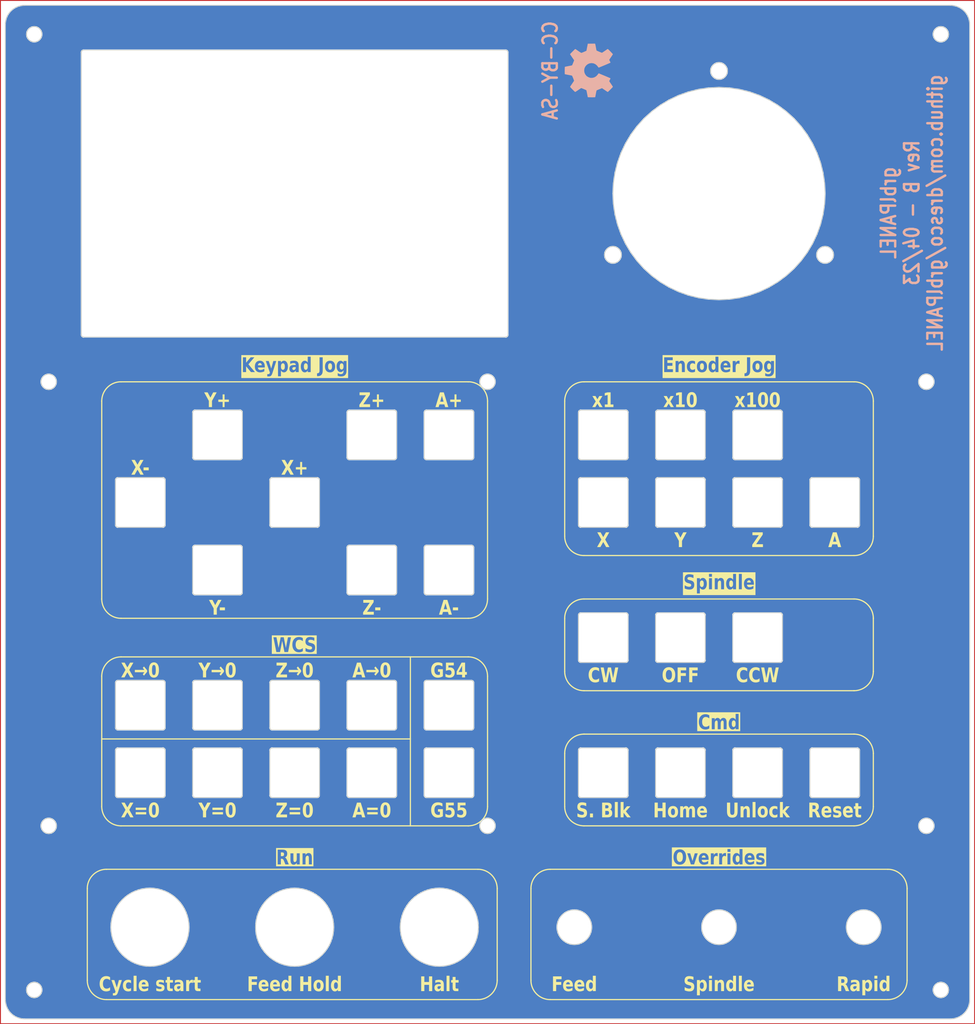
<source format=kicad_pcb>
(kicad_pcb (version 20221018) (generator pcbnew)
  (layers (0 "F.Cu" signal) (31 "B.Cu" signal) (34 "B.Paste" user) (35 "F.Paste" user) (36 "B.SilkS" user "B.Silkscreen") (37 "F.SilkS" user "F.Silkscreen") (38 "B.Mask" user) (39 "F.Mask" user) (44 "Edge.Cuts" user))
  (net 0 "")
  (footprint "dresco:OSHW_LOGO_10MM" (layer "B.Cu") (at 177 54.5 -90)
    (fp_text reference "G***" hide)
    (fp_text value "LOGO" hide)
  )
  (gr_rect (start 55 40) (end 257 252) (stroke (width 0.2)) (fill none) (layer "F.Cu"))
  (gr_arc (start 172 196) (mid 173.171573 193.171573) (end 176 192) (stroke (width 0.25)) (layer "F.SilkS"))
  (gr_arc (start 232 192) (mid 234.828427 193.171573) (end 236 196) (stroke (width 0.25)) (layer "F.SilkS"))
  (gr_line (start 140 176) (end 140 211) (stroke (width 0.25)) (layer "F.SilkS"))
  (gr_line (start 172 179) (end 172 168) (stroke (width 0.25)) (layer "F.SilkS"))
  (gr_arc (start 176 211) (mid 173.171573 209.828427) (end 172 207) (stroke (width 0.25)) (layer "F.SilkS"))
  (gr_arc (start 243 243) (mid 241.828427 245.828427) (end 239 247) (stroke (width 0.25)) (layer "F.SilkS"))
  (gr_arc (start 156 207) (mid 154.828427 209.828427) (end 152 211) (stroke (width 0.25)) (layer "F.SilkS"))
  (gr_line (start 236 196) (end 236 207) (stroke (width 0.25)) (layer "F.SilkS"))
  (gr_line (start 232 183) (end 176 183) (stroke (width 0.25)) (layer "F.SilkS"))
  (gr_line (start 236 168) (end 236 179) (stroke (width 0.25)) (layer "F.SilkS"))
  (gr_arc (start 169 247) (mid 166.171573 245.828427) (end 165 243) (stroke (width 0.25)) (layer "F.SilkS"))
  (gr_line (start 156 180) (end 156 207) (stroke (width 0.25)) (layer "F.SilkS"))
  (gr_line (start 73 243) (end 73 224) (stroke (width 0.25)) (layer "F.SilkS"))
  (gr_arc (start 80 168) (mid 77.171573 166.828427) (end 76 164) (stroke (width 0.25)) (layer "F.SilkS"))
  (gr_line (start 80 176) (end 152 176) (stroke (width 0.25)) (layer "F.SilkS"))
  (gr_arc (start 172 123) (mid 173.171573 120.171573) (end 176 119) (stroke (width 0.25)) (layer "F.SilkS"))
  (gr_line (start 232 211) (end 176 211) (stroke (width 0.25)) (layer "F.SilkS"))
  (gr_arc (start 152 119) (mid 154.828427 120.171573) (end 156 123) (stroke (width 0.25)) (layer "F.SilkS"))
  (gr_line (start 172 151) (end 172 123) (stroke (width 0.25)) (layer "F.SilkS"))
  (gr_arc (start 76 180) (mid 77.171573 177.171573) (end 80 176) (stroke (width 0.25)) (layer "F.SilkS"))
  (gr_line (start 152 211) (end 80 211) (stroke (width 0.25)) (layer "F.SilkS"))
  (gr_arc (start 158 243) (mid 156.828427 245.828427) (end 154 247) (stroke (width 0.25)) (layer "F.SilkS"))
  (gr_line (start 156 123) (end 156 164) (stroke (width 0.25)) (layer "F.SilkS"))
  (gr_line (start 76 164) (end 76 123) (stroke (width 0.25)) (layer "F.SilkS"))
  (gr_arc (start 152 176) (mid 154.828427 177.171573) (end 156 180) (stroke (width 0.25)) (layer "F.SilkS"))
  (gr_arc (start 176 183) (mid 173.171573 181.828427) (end 172 179) (stroke (width 0.25)) (layer "F.SilkS"))
  (gr_line (start 76 207) (end 76 180) (stroke (width 0.25)) (layer "F.SilkS"))
  (gr_line (start 154 247) (end 77 247) (stroke (width 0.25)) (layer "F.SilkS"))
  (gr_arc (start 232 164) (mid 234.828427 165.171573) (end 236 168) (stroke (width 0.25)) (layer "F.SilkS"))
  (gr_arc (start 154 220) (mid 156.828427 221.171573) (end 158 224) (stroke (width 0.25)) (layer "F.SilkS"))
  (gr_arc (start 176 155) (mid 173.171573 153.828427) (end 172 151) (stroke (width 0.25)) (layer "F.SilkS"))
  (gr_line (start 152 168) (end 80 168) (stroke (width 0.25)) (layer "F.SilkS"))
  (gr_line (start 80 119) (end 152 119) (stroke (width 0.25)) (layer "F.SilkS"))
  (gr_line (start 172 207) (end 172 196) (stroke (width 0.25)) (layer "F.SilkS"))
  (gr_arc (start 232 119) (mid 234.828427 120.171573) (end 236 123) (stroke (width 0.25)) (layer "F.SilkS"))
  (gr_line (start 239 247) (end 169 247) (stroke (width 0.25)) (layer "F.SilkS"))
  (gr_arc (start 236 179) (mid 234.828427 181.828427) (end 232 183) (stroke (width 0.25)) (layer "F.SilkS"))
  (gr_arc (start 76 123) (mid 77.171573 120.171573) (end 80 119) (stroke (width 0.25)) (layer "F.SilkS"))
  (gr_line (start 176 164) (end 232 164) (stroke (width 0.25)) (layer "F.SilkS"))
  (gr_line (start 176 119) (end 232 119) (stroke (width 0.25)) (layer "F.SilkS"))
  (gr_line (start 243 224) (end 243 243) (stroke (width 0.25)) (layer "F.SilkS"))
  (gr_line (start 158 224) (end 158 243) (stroke (width 0.25)) (layer "F.SilkS"))
  (gr_line (start 77 220) (end 154 220) (stroke (width 0.25)) (layer "F.SilkS"))
  (gr_line (start 76 193) (end 140 193) (stroke (width 0.25)) (layer "F.SilkS"))
  (gr_arc (start 165 224) (mid 166.171573 221.171573) (end 169 220) (stroke (width 0.25)) (layer "F.SilkS"))
  (gr_line (start 169 220) (end 239 220) (stroke (width 0.25)) (layer "F.SilkS"))
  (gr_arc (start 77 247) (mid 74.171573 245.828427) (end 73 243) (stroke (width 0.25)) (layer "F.SilkS"))
  (gr_line (start 236 123) (end 236 151) (stroke (width 0.25)) (layer "F.SilkS"))
  (gr_line (start 176 192) (end 232 192) (stroke (width 0.25)) (layer "F.SilkS"))
  (gr_line (start 165 243) (end 165 224) (stroke (width 0.25)) (layer "F.SilkS"))
  (gr_arc (start 156 164) (mid 154.828427 166.828427) (end 152 168) (stroke (width 0.25)) (layer "F.SilkS"))
  (gr_arc (start 80 211) (mid 77.171573 209.828427) (end 76 207) (stroke (width 0.25)) (layer "F.SilkS"))
  (gr_line (start 232 155) (end 176 155) (stroke (width 0.25)) (layer "F.SilkS"))
  (gr_arc (start 239 220) (mid 241.828427 221.171573) (end 243 224) (stroke (width 0.25)) (layer "F.SilkS"))
  (gr_arc (start 73 224) (mid 74.171573 221.171573) (end 77 220) (stroke (width 0.25)) (layer "F.SilkS"))
  (gr_arc (start 172 168) (mid 173.171573 165.171573) (end 176 164) (stroke (width 0.25)) (layer "F.SilkS"))
  (gr_arc (start 236 207) (mid 234.828427 209.828427) (end 232 211) (stroke (width 0.25)) (layer "F.SilkS"))
  (gr_arc (start 236 151) (mid 234.828427 153.828427) (end 232 155) (stroke (width 0.25)) (layer "F.SilkS"))
  (gr_line (start 206.85 204.65) (end 206.85 195.35) (stroke (width 0.2)) (layer "Edge.Cuts"))
  (gr_line (start 190.86 195.2525) (end 190.872 195.2049) (stroke (width 0.2)) (layer "Edge.Cuts"))
  (gr_line (start 232.955 235.445) (end 232.622 235.326) (stroke (width 0.2)) (layer "Edge.Cuts"))
  (gr_line (start 61.24577 243.58893) (end 61.38771 243.52179) (stroke (width 0.2)) (layer "Edge.Cuts"))
  (gr_line (start 174.888 139.159) (end 174.909 139.114) (stroke (width 0.2)) (layer "Edge.Cuts"))
  (gr_line (start 72.1049 109.728) (end 72.0587 109.712) (stroke (width 0.2)) (layer "Edge.Cuts"))
  (gr_line (start 190.934 195.0722) (end 190.963 195.0328) (stroke (width 0.2)) (layer "Edge.Cuts"))
  (gr_line (start 201.091 195.1143) (end 201.112 195.1587) (stroke (width 0.2)) (layer "Edge.Cuts"))
  (gr_line (start 216.748 205.1404) (end 216.699 205.1476) (stroke (width 0.2)) (layer "Edge.Cuts"))
  (gr_line (start 191.072 177.0657) (end 191.033 177.0365) (stroke (width 0.2)) (layer "Edge.Cuts"))
  (gr_line (start 248.411 118.246) (end 248.478 118.388) (stroke (width 0.2)) (layer "Edge.Cuts"))
  (gr_line (start 233.15 195.35) (end 233.15 204.65) (stroke (width 0.2)) (layer "Edge.Cuts"))
  (gr_line (start 110.9343 139.072) (end 110.9635 139.033) (stroke (width 0.2)) (layer "Edge.Cuts"))
  (gr_line (start 79.2049 205.1285) (end 79.1587 205.1119) (stroke (width 0.2)) (layer "Edge.Cuts"))
  (gr_line (start 247.612 209.5218) (end 247.754 209.5889) (stroke (width 0.2)) (layer "Edge.Cuts"))
  (gr_line (start 108.5166 228.9003) (end 108.8564 228.1817) (stroke (width 0.2)) (layer "Edge.Cuts"))
  (gr_line (start 120.8857 205.091) (end 120.8413 205.1119) (stroke (width 0.2)) (layer "Edge.Cuts"))
  (gr_line (start 183.73 92.985) (end 183.693 93.153) (stroke (width 0.2)) (layer "Edge.Cuts"))
  (gr_line (start 63.41107 244.24577) (end 63.47821 244.38771) (stroke (width 0.2)) (layer "Edge.Cuts"))
  (gr_line (start 137.1119 125.159) (end 137.1285 125.205) (stroke (width 0.2)) (layer "Edge.Cuts"))
  (gr_line (start 126.909 153.1143) (end 126.9343 153.0722) (stroke (width 0.2)) (layer "Edge.Cuts"))
  (gr_line (start 120.65 205.15) (end 111.35 205.15) (stroke (width 0.2)) (layer "Edge.Cuts"))
  (gr_line (start 62.88891 243.66965) (end 63.01503 243.76318) (stroke (width 0.2)) (layer "Edge.Cuts"))
  (gr_line (start 104.7951 152.8715) (end 104.8413 152.8881) (stroke (width 0.2)) (layer "Edge.Cuts"))
  (gr_line (start 248.589 47.754) (end 248.522 47.612) (stroke (width 0.2)) (layer "Edge.Cuts"))
  (gr_line (start 104.9278 124.934) (end 104.9672 124.963) (stroke (width 0.2)) (layer "Edge.Cuts"))
  (gr_line (start 207.033 135.037) (end 206.996 135.004) (stroke (width 0.2)) (layer "Edge.Cuts"))
  (gr_line (start 137.1476 204.699) (end 137.1404 204.7475) (stroke (width 0.2)) (layer "Edge.Cuts"))
  (gr_line (start 206.996 138.996) (end 207.033 138.963) (stroke (width 0.2)) (layer "Edge.Cuts"))
  (gr_line (start 79.0722 205.0657) (end 79.0328 205.0365) (stroke (width 0.2)) (layer "Edge.Cuts"))
  (gr_line (start 126.9343 125.072) (end 126.9635 125.033) (stroke (width 0.2)) (layer "Edge.Cuts"))
  (gr_line (start 63.5923 245.15683) (end 63.56926 245.31214) (stroke (width 0.2)) (layer "Edge.Cuts"))
  (gr_line (start 72.25 50.25) (end 159.75 50.25) (stroke (width 0.2)) (layer "Edge.Cuts"))
  (gr_line (start 110.9635 190.9672) (end 110.9343 190.9278) (stroke (width 0.2)) (layer "Edge.Cuts"))
  (gr_line (start 175.159 177.1119) (end 175.114 177.091) (stroke (width 0.2)) (layer "Edge.Cuts"))
  (gr_line (start 247.889 120.33) (end 247.754 120.411) (stroke (width 0.2)) (layer "Edge.Cuts"))
  (gr_line (start 153.7512 229.6487) (end 153.9444 230.4198) (stroke (width 0.2)) (layer "Edge.Cuts"))
  (gr_line (start 105.0036 191.0036) (end 104.9672 191.0365) (stroke (width 0.2)) (layer "Edge.Cuts"))
  (gr_line (start 104.8857 194.909) (end 104.9278 194.9343) (stroke (width 0.2)) (layer "Edge.Cuts"))
  (gr_line (start 62.75423 243.58893) (end 62.88891 243.66965) (stroke (width 0.2)) (layer "Edge.Cuts"))
  (gr_line (start 88.9278 205.0657) (end 88.8857 205.091) (stroke (width 0.2)) (layer "Edge.Cuts"))
  (gr_line (start 202.325 55.108) (end 202.284 54.941) (stroke (width 0.2)) (layer "Edge.Cuts"))
  (gr_line (start 204.508 52.925) (end 204.67 52.983) (stroke (width 0.2)) (layer "Edge.Cuts"))
  (gr_line (start 110.9635 181.0328) (end 110.9964 180.9964) (stroke (width 0.2)) (layer "Edge.Cuts"))
  (gr_line (start 105.091 134.886) (end 105.0657 134.928) (stroke (width 0.2)) (layer "Edge.Cuts"))
  (gr_line (start 121.0036 138.996) (end 121.0365 139.033) (stroke (width 0.2)) (layer "Edge.Cuts"))
  (gr_line (start 201.148 139.301) (end 201.15 139.35) (stroke (width 0.2)) (layer "Edge.Cuts"))
  (gr_line (start 121.1404 139.252) (end 121.1476 139.301) (stroke (width 0.2)) (layer "Edge.Cuts"))
  (gr_line (start 136.9672 205.0365) (end 136.9278 205.0657) (stroke (width 0.2)) (layer "Edge.Cuts"))
  (gr_line (start 184.841 194.8881) (end 184.886 194.909) (stroke (width 0.2)) (layer "Edge.Cuts"))
  (gr_line (start 250.312 246.56926) (end 250.157 246.5923) (stroke (width 0.2)) (layer "Edge.Cuts"))
  (gr_line (start 110.85 148.65) (end 110.85 139.35) (stroke (width 0.2)) (layer "Edge.Cuts"))
  (gr_line (start 154.4 119) (end 154.4077 118.843) (stroke (width 0.2)) (layer "Edge.Cuts"))
  (gr_line (start 142.9635 125.033) (end 142.9964 124.996) (stroke (width 0.2)) (layer "Edge.Cuts"))
  (gr_line (start 207.033 205.0365) (end 206.996 205.0036) (stroke (width 0.2)) (layer "Edge.Cuts"))
  (gr_line (start 143.0328 205.0365) (end 142.9964 205.0036) (stroke (width 0.2)) (layer "Edge.Cuts"))
  (gr_line (start 78.909 181.1143) (end 78.9343 181.0722) (stroke (width 0.2)) (layer "Edge.Cuts"))
  (gr_line (start 184.65 149.15) (end 175.35 149.15) (stroke (width 0.2)) (layer "Edge.Cuts"))
  (gr_line (start 65.75423 120.411) (end 65.61229 120.478) (stroke (width 0.2)) (layer "Edge.Cuts"))
  (gr_line (start 157.592 118.843) (end 157.6 119) (stroke (width 0.2)) (layer "Edge.Cuts"))
  (gr_line (start 89.091 204.8857) (end 89.0657 204.9278) (stroke (width 0.2)) (layer "Edge.Cuts"))
  (gr_line (start 226.921 94.186) (end 226.771 94.27) (stroke (width 0.2)) (layer "Edge.Cuts"))
  (gr_line (start 120.8413 180.8881) (end 120.8857 180.909) (stroke (width 0.2)) (layer "Edge.Cuts"))
  (gr_line (start 63.56926 47.312) (end 63.5311 47.464) (stroke (width 0.2)) (layer "Edge.Cuts"))
  (gr_line (start 127.2525 135.14) (end 127.2049 135.128) (stroke (width 0.2)) (layer "Edge.Cuts"))
  (gr_line (start 105.0365 134.967) (end 105.0036 135.004) (stroke (width 0.2)) (layer "Edge.Cuts"))
  (gr_line (start 175.072 124.934) (end 175.114 124.909) (stroke (width 0.2)) (layer "Edge.Cuts"))
  (gr_line (start 126.9964 191.0036) (end 126.9635 190.9672) (stroke (width 0.2)) (layer "Edge.Cuts"))
  (gr_line (start 143.2049 163.1285) (end 143.1587 163.1119) (stroke (width 0.2)) (layer "Edge.Cuts"))
  (gr_line (start 157.237 209.985) (end 157.33 210.1111) (stroke (width 0.2)) (layer "Edge.Cuts"))
  (gr_line (start 61.68786 45.431) (end 61.84317 45.408) (stroke (width 0.2)) (layer "Edge.Cuts"))
  (gr_line (start 246.843 117.408) (end 247 117.4) (stroke (width 0.2)) (layer "Edge.Cuts"))
  (gr_line (start 245.589 118.246) (end 245.67 118.111) (stroke (width 0.2)) (layer "Edge.Cuts"))
  (gr_line (start 185.066 134.928) (end 185.037 134.967) (stroke (width 0.2)) (layer "Edge.Cuts"))
  (gr_line (start 142.9635 181.0328) (end 142.9964 180.9964) (stroke (width 0.2)) (layer "Edge.Cuts"))
  (gr_line (start 121.0365 148.967) (end 121.0036 149.004) (stroke (width 0.2)) (layer "Edge.Cuts"))
  (gr_line (start 124.061 231.2061) (end 124.1 232) (stroke (width 0.2)) (layer "Edge.Cuts"))
  (gr_line (start 142.8524 204.699) (end 142.85 204.65) (stroke (width 0.2)) (layer "Edge.Cuts"))
  (gr_line (start 206.934 204.9278) (end 206.909 204.8857) (stroke (width 0.2)) (layer "Edge.Cuts"))
  (gr_line (start 175.033 177.0365) (end 174.996 177.0036) (stroke (width 0.2)) (layer "Edge.Cuts"))
  (gr_line (start 136.7475 194.8596) (end 136.7951 194.8715) (stroke (width 0.2)) (layer "Edge.Cuts"))
  (gr_line (start 249.246 45.589) (end 249.388 45.522) (stroke (width 0.2)) (layer "Edge.Cuts"))
  (gr_line (start 94.9343 195.0722) (end 94.9635 195.0328) (stroke (width 0.2)) (layer "Edge.Cuts"))
  (gr_line (start 78.8881 148.841) (end 78.8715 148.795) (stroke (width 0.2)) (layer "Edge.Cuts"))
  (gr_line (start 176.546 234.5456) (end 176.284 234.7828) (stroke (width 0.2)) (layer "Edge.Cuts"))
  (gr_line (start 143.2049 194.8715) (end 143.2525 194.8596) (stroke (width 0.2)) (layer "Edge.Cuts"))
  (gr_line (start 142.8881 153.1587) (end 142.909 153.1143) (stroke (width 0.2)) (layer "Edge.Cuts"))
  (gr_line (start 184.928 194.9343) (end 184.967 194.9635) (stroke (width 0.2)) (layer "Edge.Cuts"))
  (gr_line (start 111.301 194.8524) (end 111.35 194.85) (stroke (width 0.2)) (layer "Edge.Cuts"))
  (gr_line (start 174.934 204.9278) (end 174.909 204.8857) (stroke (width 0.2)) (layer "Edge.Cuts"))
  (gr_line (start 151.7276 237.7276) (end 151.1386 238.2614) (stroke (width 0.2)) (layer "Edge.Cuts"))
  (gr_line (start 202.763 55.837) (end 202.647 55.71) (stroke (width 0.2)) (layer "Edge.Cuts"))
  (gr_line (start 105.15 181.35) (end 105.15 190.65) (stroke (width 0.2)) (layer "Edge.Cuts"))
  (gr_line (start 205.353 53.49) (end 205.455 53.628) (stroke (width 0.2)) (layer "Edge.Cuts"))
  (gr_line (start 137.15 162.65) (end 137.1476 162.699) (stroke (width 0.2)) (layer "Edge.Cuts"))
  (gr_line (start 153.1404 162.7475) (end 153.1285 162.7951) (stroke (width 0.2)) (layer "Edge.Cuts"))
  (gr_line (start 126.909 125.114) (end 126.9343 125.072) (stroke (width 0.2)) (layer "Edge.Cuts"))
  (gr_line (start 201.128 176.7951) (end 201.112 176.8413) (stroke (width 0.2)) (layer "Edge.Cuts"))
  (gr_line (start 205.353 55.71) (end 205.237 55.837) (stroke (width 0.2)) (layer "Edge.Cuts"))
  (gr_line (start 206.852 134.699) (end 206.85 134.65) (stroke (width 0.2)) (layer "Edge.Cuts"))
  (gr_line (start 175.301 149.148) (end 175.252 149.14) (stroke (width 0.2)) (layer "Edge.Cuts"))
  (gr_line (start 104.8857 135.091) (end 104.8413 135.112) (stroke (width 0.2)) (layer "Edge.Cuts"))
  (gr_line (start 126.9343 162.9278) (end 126.909 162.8857) (stroke (width 0.2)) (layer "Edge.Cuts"))
  (gr_line (start 156.754 209.5889) (end 156.889 209.6696) (stroke (width 0.2)) (layer "Edge.Cuts"))
  (gr_line (start 87.5802 239.9444) (end 86.7939 240.061) (stroke (width 0.2)) (layer "Edge.Cuts"))
  (gr_line (start 64.53554 120.531) (end 64.38771 120.478) (stroke (width 0.2)) (layer "Edge.Cuts"))
  (gr_line (start 120.7475 205.1404) (end 120.699 205.1476) (stroke (width 0.2)) (layer "Edge.Cuts"))
  (gr_line (start 207.072 205.0657) (end 207.033 205.0365) (stroke (width 0.2)) (layer "Edge.Cuts"))
  (gr_line (start 143.0328 180.9635) (end 143.0722 180.9343) (stroke (width 0.2)) (layer "Edge.Cuts"))
  (gr_line (start 156 212.6) (end 155.8432 212.5923) (stroke (width 0.2)) (layer "Edge.Cuts"))
  (gr_line (start 89.091 181.1143) (end 89.1119 181.1587) (stroke (width 0.2)) (layer "Edge.Cuts"))
  (gr_line (start 233.037 204.9672) (end 233.004 205.0036) (stroke (width 0.2)) (layer "Edge.Cuts"))
  (gr_line (start 216.699 205.1476) (end 216.65 205.15) (stroke (width 0.2)) (layer "Edge.Cuts"))
  (gr_line (start 248.869 45.869) (end 248.985 45.763) (stroke (width 0.2)) (layer "Edge.Cuts"))
  (gr_line (start 245.4 211) (end 245.408 210.8432) (stroke (width 0.2)) (layer "Edge.Cuts"))
  (gr_line (start 190.872 139.205) (end 190.888 139.159) (stroke (width 0.2)) (layer "Edge.Cuts"))
  (gr_line (start 153.1285 153.2049) (end 153.1404 153.2525) (stroke (width 0.2)) (layer "Edge.Cuts"))
  (gr_line (start 232.65 205.15) (end 223.35 205.15) (stroke (width 0.2)) (layer "Edge.Cuts"))
  (gr_line (start 78.9635 204.9672) (end 78.9343 204.9278) (stroke (width 0.2)) (layer "Edge.Cuts"))
  (gr_line (start 89.0036 149.004) (end 88.9672 149.037) (stroke (width 0.2)) (layer "Edge.Cuts"))
  (gr_line (start 142.9635 190.9672) (end 142.9343 190.9278) (stroke (width 0.2)) (layer "Edge.Cuts"))
  (gr_line (start 246.688 120.569) (end 246.536 120.531) (stroke (width 0.2)) (layer "Edge.Cuts"))
  (gr_line (start 79.0328 205.0365) (end 78.9964 205.0036) (stroke (width 0.2)) (layer "Edge.Cuts"))
  (gr_line (start 247.312 212.5693) (end 247.157 212.5923) (stroke (width 0.2)) (layer "Edge.Cuts"))
  (gr_line (start 232.699 205.1476) (end 232.65 205.15) (stroke (width 0.2)) (layer "Edge.Cuts"))
  (gr_line (start 246.111 117.67) (end 246.246 117.589) (stroke (width 0.2)) (layer "Edge.Cuts"))
  (gr_line (start 223.072 149.066) (end 223.033 149.037) (stroke (width 0.2)) (layer "Edge.Cuts"))
  (gr_line (start 137.0365 181.0328) (end 137.0657 181.0722) (stroke (width 0.2)) (layer "Edge.Cuts"))
  (gr_line (start 90.5001 225.2651) (end 91.1386 225.7386) (stroke (width 0.2)) (layer "Edge.Cuts"))
  (gr_line (start 248.522 245.61229) (end 248.469 245.46446) (stroke (width 0.2)) (layer "Edge.Cuts"))
  (gr_line (start 155.8432 209.4077) (end 156 209.4) (stroke (width 0.2)) (layer "Edge.Cuts"))
  (gr_line (start 65.75423 117.589) (end 65.88891 117.67) (stroke (width 0.2)) (layer "Edge.Cuts"))
  (gr_line (start 157.131 212.1314) (end 157.015 212.2368) (stroke (width 0.2)) (layer "Edge.Cuts"))
  (gr_line (start 89.0997 224.5166) (end 89.8183 224.8564) (stroke (width 0.2)) (layer "Edge.Cuts"))
  (gr_line (start 160.028 50.334) (end 160.067 50.363) (stroke (width 0.2)) (layer "Edge.Cuts"))
  (gr_line (start 233.091 195.1143) (end 233.112 195.1587) (stroke (width 0.2)) (layer "Edge.Cuts"))
  (gr_line (start 200.928 138.934) (end 200.967 138.963) (stroke (width 0.2)) (layer "Edge.Cuts"))
  (gr_line (start 153.1476 162.699) (end 153.1404 162.7475) (stroke (width 0.2)) (layer "Edge.Cuts"))
  (gr_line (start 136.9672 163.0365) (end 136.9278 163.0657) (stroke (width 0.2)) (layer "Edge.Cuts"))
  (gr_line (start 232.303 235.1749) (end 232 234.9933) (stroke (width 0.2)) (layer "Edge.Cuts"))
  (gr_line (start 66.015 120.237) (end 65.88891 120.33) (stroke (width 0.2)) (layer "Edge.Cuts"))
  (gr_line (start 89.8183 224.8564) (end 90.5001 225.2651) (stroke (width 0.2)) (layer "Edge.Cuts"))
  (gr_line (start 152.699 205.1476) (end 152.65 205.15) (stroke (width 0.2)) (layer "Edge.Cuts"))
  (gr_line (start 184.886 138.909) (end 184.928 138.934) (stroke (width 0.2)) (layer "Edge.Cuts"))
  (gr_line (start 65.88891 209.6696) (end 66.015 209.7632) (stroke (width 0.2)) (layer "Edge.Cuts"))
  (gr_line (start 222.852 139.301) (end 222.86 139.252) (stroke (width 0.2)) (layer "Edge.Cuts"))
  (gr_line (start 88.65 194.85) (end 88.699 194.8524) (stroke (width 0.2)) (layer "Edge.Cuts"))
  (gr_line (start 205.716 54.941) (end 205.675 55.108) (stroke (width 0.2)) (layer "Edge.Cuts"))
  (gr_line (start 245.431 211.3121) (end 245.408 211.1568) (stroke (width 0.2)) (layer "Edge.Cuts"))
  (gr_line (start 184.967 149.037) (end 184.928 149.066) (stroke (width 0.2)) (layer "Edge.Cuts"))
  (gr_line (start 154.5218 119.612) (end 154.4689 119.464) (stroke (width 0.2)) (layer "Edge.Cuts"))
  (gr_line (start 248.33 118.111) (end 248.411 118.246) (stroke (width 0.2)) (layer "Edge.Cuts"))
  (gr_line (start 186.994 66.043) (end 188.444 64.444) (stroke (width 0.2)) (layer "Edge.Cuts"))
  (gr_line (start 206.993 234.0001) (end 206.783 234.2838) (stroke (width 0.2)) (layer "Edge.Cuts"))
  (gr_line (start 154.7632 120.015) (end 154.6696 119.889) (stroke (width 0.2)) (layer "Edge.Cuts"))
  (gr_line (start 66.4782 118.388) (end 66.5311 118.536) (stroke (width 0.2)) (layer "Edge.Cuts"))
  (gr_line (start 217.14 195.2525) (end 217.148 195.301) (stroke (width 0.2)) (layer "Edge.Cuts"))
  (gr_line (start 127.301 194.8524) (end 127.35 194.85) (stroke (width 0.2)) (layer "Edge.Cuts"))
  (gr_line (start 104.8857 191.091) (end 104.8413 191.1119) (stroke (width 0.2)) (layer "Edge.Cuts"))
  (gr_line (start 159.75 109.75) (end 72.25 109.75) (stroke (width 0.2)) (layer "Edge.Cuts"))
  (gr_line (start 207.033 177.0365) (end 206.996 177.0036) (stroke (width 0.2)) (layer "Edge.Cuts"))
  (gr_line (start 182.423 75.708) (end 182.947 73.614) (stroke (width 0.2)) (layer "Edge.Cuts"))
  (gr_line (start 232.841 205.1119) (end 232.795 205.1285) (stroke (width 0.2)) (layer "Edge.Cuts"))
  (gr_line (start 78.8881 181.1587) (end 78.909 181.1143) (stroke (width 0.2)) (layer "Edge.Cuts"))
  (gr_line (start 94.8596 134.748) (end 94.8524 134.699) (stroke (width 0.2)) (layer "Edge.Cuts"))
  (gr_line (start 171.454 234.5456) (end 171.217 234.2838) (stroke (width 0.2)) (layer "Edge.Cuts"))
  (gr_line (start 60 251) (end 252 251) (stroke (width 0.2)) (layer "Edge.Cuts"))
  (gr_line (start 247.464 212.5311) (end 247.312 212.5693) (stroke (width 0.2)) (layer "Edge.Cuts"))
  (gr_line (start 193.629 99.402) (end 191.777 98.292) (stroke (width 0.2)) (layer "Edge.Cuts"))
  (gr_line (start 246.843 209.4077) (end 247 209.4) (stroke (width 0.2)) (layer "Edge.Cuts"))
  (gr_line (start 210.386 58.947) (end 212.419 59.675) (stroke (width 0.2)) (layer "Edge.Cuts"))
  (gr_line (start 111.35 180.85) (end 120.65 180.85) (stroke (width 0.2)) (layer "Edge.Cuts"))
  (gr_line (start 153.15 153.35) (end 153.15 162.65) (stroke (width 0.2)) (layer "Edge.Cuts"))
  (gr_line (start 245.431 119.312) (end 245.408 119.157) (stroke (width 0.2)) (layer "Edge.Cuts"))
  (gr_line (start 254.828 249.82843) (end 255.092 249.53757) (stroke (width 0.2)) (layer "Edge.Cuts"))
  (gr_line (start 126.909 162.8857) (end 126.8881 162.8413) (stroke (width 0.2)) (layer "Edge.Cuts"))
  (gr_line (start 155.6879 209.4307) (end 155.8432 209.4077) (stroke (width 0.2)) (layer "Edge.Cuts"))
  (gr_line (start 184.748 138.86) (end 184.795 138.872) (stroke (width 0.2)) (layer "Edge.Cuts"))
  (gr_line (start 185.14 176.7475) (end 185.128 176.7951) (stroke (width 0.2)) (layer "Edge.Cuts"))
  (gr_line (start 64.68786 209.4307) (end 64.84317 209.4077) (stroke (width 0.2)) (layer "Edge.Cuts"))
  (gr_line (start 88.9672 138.963) (end 89.0036 138.996) (stroke (width 0.2)) (layer "Edge.Cuts"))
  (gr_line (start 136.8413 180.8881) (end 136.8857 180.909) (stroke (width 0.2)) (layer "Edge.Cuts"))
  (gr_line (start 207.205 205.1285) (end 207.159 205.1119) (stroke (width 0.2)) (layer "Edge.Cuts"))
  (gr_line (start 63.58893 118.246) (end 63.66965 118.111) (stroke (width 0.2)) (layer "Edge.Cuts"))
  (gr_line (start 79.0722 194.9343) (end 79.1143 194.909) (stroke (width 0.2)) (layer "Edge.Cuts"))
  (gr_line (start 115.2061 240.061) (end 114.4198 239.9444) (stroke (width 0.2)) (layer "Edge.Cuts"))
  (gr_line (start 137.1119 134.841) (end 137.091 134.886) (stroke (width 0.2)) (layer "Edge.Cuts"))
  (gr_line (start 95.0328 194.9635) (end 95.0722 194.9343) (stroke (width 0.2)) (layer "Edge.Cuts"))
  (gr_line (start 136.699 124.852) (end 136.7475 124.86) (stroke (width 0.2)) (layer "Edge.Cuts"))
  (gr_line (start 153.0657 204.9278) (end 153.0365 204.9672) (stroke (width 0.2)) (layer "Edge.Cuts"))
  (gr_line (start 245.763 212.015) (end 245.67 211.8889) (stroke (width 0.2)) (layer "Edge.Cuts"))
  (gr_line (start 78.9343 204.9278) (end 78.909 204.8857) (stroke (width 0.2)) (layer "Edge.Cuts"))
  (gr_line (start 251.131 48.131) (end 251.015 48.237) (stroke (width 0.2)) (layer "Edge.Cuts"))
  (gr_line (start 137.0365 153.0328) (end 137.0657 153.0722) (stroke (width 0.2)) (layer "Edge.Cuts"))
  (gr_line (start 65 120.6) (end 64.84317 120.592) (stroke (width 0.2)) (layer "Edge.Cuts"))
  (gr_line (start 142.9964 124.996) (end 143.0328 124.963) (stroke (width 0.2)) (layer "Edge.Cuts"))
  (gr_line (start 115.2061 223.939) (end 116 223.9) (stroke (width 0.2)) (layer "Edge.Cuts"))
  (gr_line (start 207.583 231.6471) (end 207.6 232) (stroke (width 0.2)) (layer "Edge.Cuts"))
  (gr_line (start 111.0722 191.0657) (end 111.0328 191.0365) (stroke (width 0.2)) (layer "Edge.Cuts"))
  (gr_line (start 236.993 229.9999) (end 237.175 230.303) (stroke (width 0.2)) (layer "Edge.Cuts"))
  (gr_line (start 207.301 166.8524) (end 207.35 166.85) (stroke (width 0.2)) (layer "Edge.Cuts"))
  (gr_line (start 200.967 205.0365) (end 200.928 205.0657) (stroke (width 0.2)) (layer "Edge.Cuts"))
  (gr_line (start 216.841 177.1119) (end 216.795 177.1285) (stroke (width 0.2)) (layer "Edge.Cuts"))
  (gr_line (start 65.31214 209.4307) (end 65.46446 209.4689) (stroke (width 0.2)) (layer "Edge.Cuts"))
  (gr_line (start 174.909 134.886) (end 174.888 134.841) (stroke (width 0.2)) (layer "Edge.Cuts"))
  (gr_line (start 137.15 204.65) (end 137.1476 204.699) (stroke (width 0.2)) (layer "Edge.Cuts"))
  (gr_line (start 248.431 46.688) (end 248.469 46.536) (stroke (width 0.2)) (layer "Edge.Cuts"))
  (gr_line (start 126.8524 162.699) (end 126.85 162.65) (stroke (width 0.2)) (layer "Edge.Cuts"))
  (gr_line (start 121.1404 148.748) (end 121.1285 148.795) (stroke (width 0.2)) (layer "Edge.Cuts"))
  (gr_line (start 136.8857 124.909) (end 136.9278 124.934) (stroke (width 0.2)) (layer "Edge.Cuts"))
  (gr_line (start 201.037 139.033) (end 201.066 139.072) (stroke (width 0.2)) (layer "Edge.Cuts"))
  (gr_line (start 121.0036 149.004) (end 120.9672 149.037) (stroke (width 0.2)) (layer "Edge.Cuts"))
  (gr_line (start 124.061 232.7939) (end 123.9444 233.5802) (stroke (width 0.2)) (layer "Edge.Cuts"))
  (gr_line (start 207.159 138.888) (end 207.205 138.872) (stroke (width 0.2)) (layer "Edge.Cuts"))
  (gr_line (start 248.469 245.46446) (end 248.431 245.31214) (stroke (width 0.2)) (layer "Edge.Cuts"))
  (gr_line (start 191.159 177.1119) (end 191.114 177.091) (stroke (width 0.2)) (layer "Edge.Cuts"))
  (gr_line (start 110.2724 226.2724) (end 110.8614 225.7386) (stroke (width 0.2)) (layer "Edge.Cuts"))
  (gr_line (start 94.8715 195.2049) (end 94.8881 195.1587) (stroke (width 0.2)) (layer "Edge.Cuts"))
  (gr_line (start 104.7951 124.872) (end 104.8413 124.888) (stroke (width 0.2)) (layer "Edge.Cuts"))
  (gr_line (start 236.783 229.7162) (end 236.993 229.9999) (stroke (width 0.2)) (layer "Edge.Cuts"))
  (gr_line (start 206.546 229.4544) (end 206.783 229.7162) (stroke (width 0.2)) (layer "Edge.Cuts"))
  (gr_line (start 60.4689 245.46446) (end 60.43074 245.31214) (stroke (width 0.2)) (layer "Edge.Cuts"))
  (gr_line (start 251.237 246.01503) (end 251.131 246.13137) (stroke (width 0.2)) (layer "Edge.Cuts"))
  (gr_line (start 121.091 148.886) (end 121.0657 148.928) (stroke (width 0.2)) (layer "Edge.Cuts"))
  (gr_line (start 64.38771 120.478) (end 64.24577 120.411) (stroke (width 0.2)) (layer "Edge.Cuts"))
  (gr_line (start 137.1119 153.1587) (end 137.1285 153.2049) (stroke (width 0.2)) (layer "Edge.Cuts"))
  (gr_line (start 247.157 209.4077) (end 247.312 209.4307) (stroke (width 0.2)) (layer "Edge.Cuts"))
  (gr_line (start 71.7596 50.652) (end 71.7715 50.605) (stroke (width 0.2)) (layer "Edge.Cuts"))
  (gr_line (start 127.0722 194.9343) (end 127.1143 194.909) (stroke (width 0.2)) (layer "Edge.Cuts"))
  (gr_line (start 201.14 195.2525) (end 201.148 195.301) (stroke (width 0.2)) (layer "Edge.Cuts"))
  (gr_line (start 204.972 56.055) (end 204.825 56.143) (stroke (width 0.2)) (layer "Edge.Cuts"))
  (gr_line (start 201.716 234.7828) (end 201.454 234.5456) (stroke (width 0.2)) (layer "Edge.Cuts"))
  (gr_line (start 143.1587 180.8881) (end 143.2049 180.8715) (stroke (width 0.2)) (layer "Edge.Cuts"))
  (gr_line (start 236.993 234.0001) (end 236.783 234.2838) (stroke (width 0.2)) (layer "Edge.Cuts"))
  (gr_line (start 121.091 195.1143) (end 121.1119 195.1587) (stroke (width 0.2)) (layer "Edge.Cuts"))
  (gr_line (start 62.46446 45.469) (end 62.61229 45.522) (stroke (width 0.2)) (layer "Edge.Cuts"))
  (gr_line (start 63.58893 119.754) (end 63.52179 119.612) (stroke (width 0.2)) (layer "Edge.Cuts"))
  (gr_line (start 184.65 166.85) (end 184.699 166.8524) (stroke (width 0.2)) (layer "Edge.Cuts"))
  (gr_line (start 110.909 148.886) (end 110.8881 148.841) (stroke (width 0.2)) (layer "Edge.Cuts"))
  (gr_line (start 137.0657 162.9278) (end 137.0365 162.9672) (stroke (width 0.2)) (layer "Edge.Cuts"))
  (gr_line (start 181.079 94.186) (end 180.938 94.088) (stroke (width 0.2)) (layer "Edge.Cuts"))
  (gr_line (start 224.293 92.303) (end 224.34 92.137) (stroke (width 0.2)) (layer "Edge.Cuts"))
  (gr_line (start 143.0328 124.963) (end 143.0722 124.934) (stroke (width 0.2)) (layer "Edge.Cuts"))
  (gr_line (start 173.298 235.5308) (end 172.955 235.445) (stroke (width 0.2)) (layer "Edge.Cuts"))
  (gr_line (start 94.8524 162.699) (end 94.85 162.65) (stroke (width 0.2)) (layer "Edge.Cuts"))
  (gr_line (start 200.65 135.15) (end 191.35 135.15) (stroke (width 0.2)) (layer "Edge.Cuts"))
  (gr_line (start 207.072 124.934) (end 207.114 124.909) (stroke (width 0.2)) (layer "Edge.Cuts"))
  (gr_line (start 110.8715 195.2049) (end 110.8881 195.1587) (stroke (width 0.2)) (layer "Edge.Cuts"))
  (gr_line (start 150.5001 225.2651) (end 151.1386 225.7386) (stroke (width 0.2)) (layer "Edge.Cuts"))
  (gr_line (start 247.889 209.6696) (end 248.015 209.7632) (stroke (width 0.2)) (layer "Edge.Cuts"))
  (gr_line (start 175.252 194.8596) (end 175.301 194.8524) (stroke (width 0.2)) (layer "Edge.Cuts"))
  (gr_line (start 110.9964 205.0036) (end 110.9635 204.9672) (stroke (width 0.2)) (layer "Edge.Cuts"))
  (gr_line (start 157.478 211.6123) (end 157.411 211.7542) (stroke (width 0.2)) (layer "Edge.Cuts"))
  (gr_line (start 201.217 229.7162) (end 201.454 229.4544) (stroke (width 0.2)) (layer "Edge.Cuts"))
  (gr_line (start 185.128 148.795) (end 185.112 148.841) (stroke (width 0.2)) (layer "Edge.Cuts"))
  (gr_line (start 185.128 176.7951) (end 185.112 176.8413) (stroke (width 0.2)) (layer "Edge.Cuts"))
  (gr_line (start 126.9635 190.9672) (end 126.9343 190.9278) (stroke (width 0.2)) (layer "Edge.Cuts"))
  (gr_line (start 62.75423 48.411) (end 62.61229 48.478) (stroke (width 0.2)) (layer "Edge.Cuts"))
  (gr_line (start 66.015 212.2368) (end 65.88891 212.3304) (stroke (width 0.2)) (layer "Edge.Cuts"))
  (gr_line (start 120.8857 191.091) (end 120.8413 191.1119) (stroke (width 0.2)) (layer "Edge.Cuts"))
  (gr_line (start 88.9672 191.0365) (end 88.9278 191.0657) (stroke (width 0.2)) (layer "Edge.Cuts"))
  (gr_line (start 206.934 134.928) (end 206.909 134.886) (stroke (width 0.2)) (layer "Edge.Cuts"))
  (gr_line (start 79.7386 237.1386) (end 79.2651 236.5001) (stroke (width 0.2)) (layer "Edge.Cuts"))
  (gr_line (start 72.201 109.748) (end 72.1525 109.74) (stroke (width 0.2)) (layer "Edge.Cuts"))
  (gr_line (start 121.0365 190.9672) (end 121.0036 191.0036) (stroke (width 0.2)) (layer "Edge.Cuts"))
  (gr_line (start 248.763 246.01503) (end 248.67 245.88891) (stroke (width 0.2)) (layer "Edge.Cuts"))
  (gr_line (start 136.8413 194.8881) (end 136.8857 194.909) (stroke (width 0.2)) (layer "Edge.Cuts"))
  (gr_line (start 222.888 148.841) (end 222.872 148.795) (stroke (width 0.2)) (layer "Edge.Cuts"))
  (gr_line (start 105.1476 134.699) (end 105.1404 134.748) (stroke (width 0.2)) (layer "Edge.Cuts"))
  (gr_line (start 216.967 177.0365) (end 216.928 177.0657) (stroke (width 0.2)) (layer "Edge.Cuts"))
  (gr_line (start 201.091 148.886) (end 201.066 148.928) (stroke (width 0.2)) (layer "Edge.Cuts"))
  (gr_line (start 157.569 210.6879) (end 157.592 210.8432) (stroke (width 0.2)) (layer "Edge.Cuts"))
  (gr_line (start 216.928 149.066) (end 216.886 149.091) (stroke (width 0.2)) (layer "Edge.Cuts"))
  (gr_line (start 222.872 195.2049) (end 222.888 195.1587) (stroke (width 0.2)) (layer "Edge.Cuts"))
  (gr_line (start 232.955 228.555) (end 233.298 228.4692) (stroke (width 0.2)) (layer "Edge.Cuts"))
  (gr_line (start 205.237 53.363) (end 205.353 53.49) (stroke (width 0.2)) (layer "Edge.Cuts"))
  (gr_line (start 249.111 45.67) (end 249.246 45.589) (stroke (width 0.2)) (layer "Edge.Cuts"))
  (gr_line (start 201.091 167.1143) (end 201.112 167.1587) (stroke (width 0.2)) (layer "Edge.Cuts"))
  (gr_line (start 152.699 180.8524) (end 152.7475 180.8596) (stroke (width 0.2)) (layer "Edge.Cuts"))
  (gr_line (start 142.9343 195.0722) (end 142.9635 195.0328) (stroke (width 0.2)) (layer "Edge.Cuts"))
  (gr_line (start 206.284 234.7828) (end 206 234.9933) (stroke (width 0.2)) (layer "Edge.Cuts"))
  (gr_line (start 200.886 135.091) (end 200.841 135.112) (stroke (width 0.2)) (layer "Edge.Cuts"))
  (gr_line (start 233.298 235.5308) (end 232.955 235.445) (stroke (width 0.2)) (layer "Edge.Cuts"))
  (gr_line (start 190.909 134.886) (end 190.888 134.841) (stroke (width 0.2)) (layer "Edge.Cuts"))
  (gr_line (start 175.378 235.326) (end 175.045 235.445) (stroke (width 0.2)) (layer "Edge.Cuts"))
  (gr_line (start 202.622 228.674) (end 202.955 228.555) (stroke (width 0.2)) (layer "Edge.Cuts"))
  (gr_line (start 185.004 194.9964) (end 185.037 195.0328) (stroke (width 0.2)) (layer "Edge.Cuts"))
  (gr_line (start 185.037 167.0328) (end 185.066 167.0722) (stroke (width 0.2)) (layer "Edge.Cuts"))
  (gr_line (start 78.8596 139.252) (end 78.8715 139.205) (stroke (width 0.2)) (layer "Edge.Cuts"))
  (gr_line (start 204.825 53.057) (end 204.972 53.145) (stroke (width 0.2)) (layer "Edge.Cuts"))
  (gr_line (start 180.984 91.278) (end 181.128 91.184) (stroke (width 0.2)) (layer "Edge.Cuts"))
  (gr_line (start 126.8596 162.7475) (end 126.8524 162.699) (stroke (width 0.2)) (layer "Edge.Cuts"))
  (gr_line (start 142.9343 162.9278) (end 142.909 162.8857) (stroke (width 0.2)) (layer "Edge.Cuts"))
  (gr_line (start 60.4689 46.536) (end 60.52179 46.388) (stroke (width 0.2)) (layer "Edge.Cuts"))
  (gr_line (start 201.128 167.2049) (end 201.14 167.2525) (stroke (width 0.2)) (layer "Edge.Cuts"))
  (gr_line (start 63.41107 47.754) (end 63.33035 47.889) (stroke (width 0.2)) (layer "Edge.Cuts"))
  (gr_line (start 184.841 124.888) (end 184.886 124.909) (stroke (width 0.2)) (layer "Edge.Cuts"))
  (gr_line (start 153.0036 205.0036) (end 152.9672 205.0365) (stroke (width 0.2)) (layer "Edge.Cuts"))
  (gr_line (start 245.985 212.2368) (end 245.869 212.1314) (stroke (width 0.2)) (layer "Edge.Cuts"))
  (gr_line (start 63.52179 119.612) (end 63.4689 119.464) (stroke (width 0.2)) (layer "Edge.Cuts"))
  (gr_line (start 104.8413 194.8881) (end 104.8857 194.909) (stroke (width 0.2)) (layer "Edge.Cuts"))
  (gr_line (start 66.6 211) (end 66.5923 211.1568) (stroke (width 0.2)) (layer "Edge.Cuts"))
  (gr_line (start 175.072 138.934) (end 175.114 138.909) (stroke (width 0.2)) (layer "Edge.Cuts"))
  (gr_line (start 94.8524 125.301) (end 94.8596 125.252) (stroke (width 0.2)) (layer "Edge.Cuts"))
  (gr_line (start 111.35 205.15) (end 111.301 205.1476) (stroke (width 0.2)) (layer "Edge.Cuts"))
  (gr_line (start 65.31214 212.5693) (end 65.15683 212.5923) (stroke (width 0.2)) (layer "Edge.Cuts"))
  (gr_line (start 88.9278 191.0657) (end 88.8857 191.091) (stroke (width 0.2)) (layer "Edge.Cuts"))
  (gr_line (start 222.85 139.35) (end 222.852 139.301) (stroke (width 0.2)) (layer "Edge.Cuts"))
  (gr_line (start 154.5889 118.246) (end 154.6696 118.111) (stroke (width 0.2)) (layer "Edge.Cuts"))
  (gr_line (start 88.699 138.852) (end 88.7475 138.86) (stroke (width 0.2)) (layer "Edge.Cuts"))
  (gr_line (start 191.114 166.909) (end 191.159 166.8881) (stroke (width 0.2)) (layer "Edge.Cuts"))
  (gr_line (start 174.963 176.9672) (end 174.934 176.9278) (stroke (width 0.2)) (layer "Edge.Cuts"))
  (gr_line (start 217.15 204.65) (end 217.148 204.699) (stroke (width 0.2)) (layer "Edge.Cuts"))
  (gr_line (start 174.934 139.072) (end 174.963 139.033) (stroke (width 0.2)) (layer "Edge.Cuts"))
  (gr_line (start 207.301 205.1476) (end 207.252 205.1404) (stroke (width 0.2)) (layer "Edge.Cuts"))
  (gr_line (start 137.1404 204.7475) (end 137.1285 204.7951) (stroke (width 0.2)) (layer "Edge.Cuts"))
  (gr_line (start 174.909 139.114) (end 174.934 139.072) (stroke (width 0.2)) (layer "Edge.Cuts"))
  (gr_line (start 60.98497 243.76318) (end 61.11109 243.66965) (stroke (width 0.2)) (layer "Edge.Cuts"))
  (gr_line (start 216.841 166.8881) (end 216.886 166.909) (stroke (width 0.2)) (layer "Edge.Cuts"))
  (gr_line (start 104.9672 124.963) (end 105.0036 124.996) (stroke (width 0.2)) (layer "Edge.Cuts"))
  (gr_line (start 159.895 109.728) (end 159.848 109.74) (stroke (width 0.2)) (layer "Edge.Cuts"))
  (gr_line (start 155.5355 120.531) (end 155.3877 120.478) (stroke (width 0.2)) (layer "Edge.Cuts"))
  (gr_line (start 153.091 181.1143) (end 153.1119 181.1587) (stroke (width 0.2)) (layer "Edge.Cuts"))
  (gr_line (start 200.65 177.15) (end 191.35 177.15) (stroke (width 0.2)) (layer "Edge.Cuts"))
  (gr_line (start 181.387 94.338) (end 181.229 94.27) (stroke (width 0.2)) (layer "Edge.Cuts"))
  (gr_line (start 121.1404 195.2525) (end 121.1476 195.301) (stroke (width 0.2)) (layer "Edge.Cuts"))
  (gr_line (start 185.112 134.841) (end 185.091 134.886) (stroke (width 0.2)) (layer "Edge.Cuts"))
  (gr_line (start 114.4198 224.0556) (end 115.2061 223.939) (stroke (width 0.2)) (layer "Edge.Cuts"))
  (gr_line (start 223.033 194.9635) (end 223.072 194.9343) (stroke (width 0.2)) (layer "Edge.Cuts"))
  (gr_line (start 79.35 149.15) (end 79.301 149.148) (stroke (width 0.2)) (layer "Edge.Cuts"))
  (gr_line (start 200.967 138.963) (end 201.004 138.996) (stroke (width 0.2)) (layer "Edge.Cuts"))
  (gr_line (start 180.58 93.719) (end 180.487 93.575) (stroke (width 0.2)) (layer "Edge.Cuts"))
  (gr_line (start 201.15 125.35) (end 201.15 134.65) (stroke (width 0.2)) (layer "Edge.Cuts"))
  (gr_line (start 121.091 139.114) (end 121.1119 139.159) (stroke (width 0.2)) (layer "Edge.Cuts"))
  (gr_line (start 159.799 50.252) (end 159.848 50.26) (stroke (width 0.2)) (layer "Edge.Cuts"))
  (gr_line (start 248.131 120.131) (end 248.015 120.237) (stroke (width 0.2)) (layer "Edge.Cuts"))
  (gr_line (start 140.8614 238.2614) (end 140.2724 237.7276) (stroke (width 0.2)) (layer "Edge.Cuts"))
  (gr_line (start 63.01503 243.76318) (end 63.13137 243.86863) (stroke (width 0.2)) (layer "Edge.Cuts"))
  (gr_line (start 153.091 162.8857) (end 153.0657 162.9278) (stroke (width 0.2)) (layer "Edge.Cuts"))
  (gr_line (start 58.46927 250.695518) (end 58.83886 250.827761) (stroke (width 0.2)) (layer "Edge.Cuts"))
  (gr_line (start 207.205 135.128) (end 207.159 135.112) (stroke (width 0.2)) (layer "Edge.Cuts"))
  (gr_line (start 154.4307 210.6879) (end 154.4689 210.5355) (stroke (width 0.2)) (layer "Edge.Cuts"))
  (gr_line (start 180.807 93.977) (end 180.687 93.854) (stroke (width 0.2)) (layer "Edge.Cuts"))
  (gr_line (start 246.536 209.4689) (end 246.688 209.4307) (stroke (width 0.2)) (layer "Edge.Cuts"))
  (gr_line (start 204 235.6) (end 203.647 235.5827) (stroke (width 0.2)) (layer "Edge.Cuts"))
  (gr_line (start 191.033 205.0365) (end 190.996 205.0036) (stroke (width 0.2)) (layer "Edge.Cuts"))
  (gr_line (start 207.301 149.148) (end 207.252 149.14) (stroke (width 0.2)) (layer "Edge.Cuts"))
  (gr_line (start 207.114 205.091) (end 207.072 205.0657) (stroke (width 0.2)) (layer "Edge.Cuts"))
  (gr_line (start 88.699 194.8524) (end 88.7475 194.8596) (stroke (width 0.2)) (layer "Edge.Cuts"))
  (gr_line (start 136.8857 205.091) (end 136.8413 205.1119) (stroke (width 0.2)) (layer "Edge.Cuts"))
  (gr_line (start 223.402 90.371) (end 222.292 92.223) (stroke (width 0.2)) (layer "Edge.Cuts"))
  (gr_line (start 143.2525 163.1404) (end 143.2049 163.1285) (stroke (width 0.2)) (layer "Edge.Cuts"))
  (gr_line (start 200.795 177.1285) (end 200.748 177.1404) (stroke (width 0.2)) (layer "Edge.Cuts"))
  (gr_line (start 64.68786 117.431) (end 64.84317 117.408) (stroke (width 0.2)) (layer "Edge.Cuts"))
  (gr_line (start 216.65 177.15) (end 207.35 177.15) (stroke (width 0.2)) (layer "Edge.Cuts"))
  (gr_line (start 153.1119 134.841) (end 153.091 134.886) (stroke (width 0.2)) (layer "Edge.Cuts"))
  (gr_line (start 225.6 94.404) (end 225.435 94.357) (stroke (width 0.2)) (layer "Edge.Cuts"))
  (gr_line (start 136.9278 124.934) (end 136.9672 124.963) (stroke (width 0.2)) (layer "Edge.Cuts"))
  (gr_line (start 172.303 228.8251) (end 172.622 228.674) (stroke (width 0.2)) (layer "Edge.Cuts"))
  (gr_line (start 206.872 125.205) (end 206.888 125.159) (stroke (width 0.2)) (layer "Edge.Cuts"))
  (gr_line (start 157.015 117.763) (end 157.131 117.869) (stroke (width 0.2)) (layer "Edge.Cuts"))
  (gr_line (start 200.699 135.148) (end 200.65 135.15) (stroke (width 0.2)) (layer "Edge.Cuts"))
  (gr_line (start 64.68786 120.569) (end 64.53554 120.531) (stroke (width 0.2)) (layer "Edge.Cuts"))
  (gr_line (start 104.7951 135.128) (end 104.7475 135.14) (stroke (width 0.2)) (layer "Edge.Cuts"))
  (gr_line (start 200.886 166.909) (end 200.928 166.9343) (stroke (width 0.2)) (layer "Edge.Cuts"))
  (gr_line (start 216.65 138.85) (end 216.699 138.852) (stroke (width 0.2)) (layer "Edge.Cuts"))
  (gr_line (start 205.378 235.326) (end 205.045 235.445) (stroke (width 0.2)) (layer "Edge.Cuts"))
  (gr_line (start 206.934 125.072) (end 206.963 125.033) (stroke (width 0.2)) (layer "Edge.Cuts"))
  (gr_line (start 248.985 246.23682) (end 248.869 246.13137) (stroke (width 0.2)) (layer "Edge.Cuts"))
  (gr_line (start 136.9278 205.0657) (end 136.8857 205.091) (stroke (width 0.2)) (layer "Edge.Cuts"))
  (gr_line (start 216.65 194.85) (end 216.699 194.8524) (stroke (width 0.2)) (layer "Edge.Cuts"))
  (gr_line (start 207.35 149.15) (end 207.301 149.148) (stroke (width 0.2)) (layer "Edge.Cuts"))
  (gr_line (start 92.2614 237.1386) (end 91.7276 237.7276) (stroke (width 0.2)) (layer "Edge.Cuts"))
  (gr_line (start 216.928 166.9343) (end 216.967 166.9635) (stroke (width 0.2)) (layer "Edge.Cuts"))
  (gr_line (start 121.1119 148.841) (end 121.091 148.886) (stroke (width 0.2)) (layer "Edge.Cuts"))
  (gr_line (start 89.1404 181.2525) (end 89.1476 181.301) (stroke (width 0.2)) (layer "Edge.Cuts"))
  (gr_line (start 63.4 119) (end 63.4077 118.843) (stroke (width 0.2)) (layer "Edge.Cuts"))
  (gr_line (start 226.054 90.951) (end 226.225 90.965) (stroke (width 0.2)) (layer "Edge.Cuts"))
  (gr_line (start 89.1119 190.8413) (end 89.091 190.8857) (stroke (width 0.2)) (layer "Edge.Cuts"))
  (gr_line (start 64.53554 209.4689) (end 64.68786 209.4307) (stroke (width 0.2)) (layer "Edge.Cuts"))
  (gr_line (start 190.996 124.996) (end 191.033 124.963) (stroke (width 0.2)) (layer "Edge.Cuts"))
  (gr_line (start 142.8715 153.2049) (end 142.8881 153.1587) (stroke (width 0.2)) (layer "Edge.Cuts"))
  (gr_line (start 71.7715 109.395) (end 71.7596 109.348) (stroke (width 0.2)) (layer "Edge.Cuts"))
  (gr_line (start 200.841 124.888) (end 200.886 124.909) (stroke (width 0.2)) (layer "Edge.Cuts"))
  (gr_line (start 232.967 138.963) (end 233.004 138.996) (stroke (width 0.2)) (layer "Edge.Cuts"))
  (gr_line (start 105.1119 204.8413) (end 105.091 204.8857) (stroke (width 0.2)) (layer "Edge.Cuts"))
  (gr_line (start 60.4077 244.84317) (end 60.43074 244.68786) (stroke (width 0.2)) (layer "Edge.Cuts"))
  (gr_line (start 94.909 190.8857) (end 94.8881 190.8413) (stroke (width 0.2)) (layer "Edge.Cuts"))
  (gr_line (start 184.886 166.909) (end 184.928 166.9343) (stroke (width 0.2)) (layer "Edge.Cuts"))
  (gr_line (start 152.9672 135.037) (end 152.9278 135.066) (stroke (width 0.2)) (layer "Edge.Cuts"))
  (gr_line (start 204.825 56.143) (end 204.67 56.217) (stroke (width 0.2)) (layer "Edge.Cuts"))
  (gr_line (start 202.647 55.71) (end 202.545 55.572) (stroke (width 0.2)) (layer "Edge.Cuts"))
  (gr_line (start 127.2049 163.1285) (end 127.1587 163.1119) (stroke (width 0.2)) (layer "Edge.Cuts"))
  (gr_line (start 149.0997 224.5166) (end 149.8183 224.8564) (stroke (width 0.2)) (layer "Edge.Cuts"))
  (gr_line (start 245.67 210.1111) (end 245.763 209.985) (stroke (width 0.2)) (layer "Edge.Cuts"))
  (gr_line (start 66.5311 118.536) (end 66.5693 118.688) (stroke (width 0.2)) (layer "Edge.Cuts"))
  (gr_line (start 160.191 50.514) (end 160.212 50.559) (stroke (width 0.2)) (layer "Edge.Cuts"))
  (gr_line (start 200.967 194.9635) (end 201.004 194.9964) (stroke (width 0.2)) (layer "Edge.Cuts"))
  (gr_line (start 142.8715 195.2049) (end 142.8881 195.1587) (stroke (width 0.2)) (layer "Edge.Cuts"))
  (gr_line (start 200.928 177.0657) (end 200.886 177.091) (stroke (width 0.2)) (layer "Edge.Cuts"))
  (gr_line (start 251.6 245) (end 251.592 245.15683) (stroke (width 0.2)) (layer "Edge.Cuts"))
  (gr_line (start 174.888 167.1587) (end 174.909 167.1143) (stroke (width 0.2)) (layer "Edge.Cuts"))
  (gr_line (start 95.35 191.15) (end 95.301 191.1476) (stroke (width 0.2)) (layer "Edge.Cuts"))
  (gr_line (start 201.14 167.2525) (end 201.148 167.301) (stroke (width 0.2)) (layer "Edge.Cuts"))
  (gr_line (start 65.88891 117.67) (end 66.015 117.763) (stroke (width 0.2)) (layer "Edge.Cuts"))
  (gr_line (start 204 58) (end 206.156 58.106) (stroke (width 0.2)) (layer "Edge.Cuts"))
  (gr_line (start 206.872 204.7951) (end 206.86 204.7475) (stroke (width 0.2)) (layer "Edge.Cuts"))
  (gr_line (start 154.4689 118.536) (end 154.5218 118.388) (stroke (width 0.2)) (layer "Edge.Cuts"))
  (gr_line (start 200.65 194.85) (end 200.699 194.8524) (stroke (width 0.2)) (layer "Edge.Cuts"))
  (gr_line (start 105.1476 195.301) (end 105.15 195.35) (stroke (width 0.2)) (layer "Edge.Cuts"))
  (gr_line (start 136.8857 152.909) (end 136.9278 152.9343) (stroke (width 0.2)) (layer "Edge.Cuts"))
  (gr_line (start 95.2525 163.1404) (end 95.2049 163.1285) (stroke (width 0.2)) (layer "Edge.Cuts"))
  (gr_line (start 157.33 118.111) (end 157.411 118.246) (stroke (width 0.2)) (layer "Edge.Cuts"))
  (gr_line (start 105.0657 195.0722) (end 105.091 195.1143) (stroke (width 0.2)) (layer "Edge.Cuts"))
  (gr_line (start 121.15 181.35) (end 121.15 190.65) (stroke (width 0.2)) (layer "Edge.Cuts"))
  (gr_line (start 203.175 56.143) (end 203.028 56.055) (stroke (width 0.2)) (layer "Edge.Cuts"))
  (gr_line (start 117.5802 239.9444) (end 116.7939 240.061) (stroke (width 0.2)) (layer "Edge.Cuts"))
  (gr_line (start 63.5923 46.843) (end 63.6 47) (stroke (width 0.2)) (layer "Edge.Cuts"))
  (gr_line (start 61.68786 48.569) (end 61.53554 48.531) (stroke (width 0.2)) (layer "Edge.Cuts"))
  (gr_line (start 78.9343 139.072) (end 78.9635 139.033) (stroke (width 0.2)) (layer "Edge.Cuts"))
  (gr_line (start 248.237 120.015) (end 248.131 120.131) (stroke (width 0.2)) (layer "Edge.Cuts"))
  (gr_line (start 185.112 148.841) (end 185.091 148.886) (stroke (width 0.2)) (layer "Edge.Cuts"))
  (gr_line (start 111.0328 194.9635) (end 111.0722 194.9343) (stroke (width 0.2)) (layer "Edge.Cuts"))
  (gr_line (start 111.0722 180.9343) (end 111.1143 180.909) (stroke (width 0.2)) (layer "Edge.Cuts"))
  (gr_line (start 202.457 53.775) (end 202.545 53.628) (stroke (width 0.2)) (layer "Edge.Cuts"))
  (gr_line (start 205.543 55.425) (end 205.455 55.572) (stroke (width 0.2)) (layer "Edge.Cuts"))
  (gr_line (start 185.15 134.65) (end 185.148 134.699) (stroke (width 0.2)) (layer "Edge.Cuts"))
  (gr_line (start 89.0657 190.9278) (end 89.0365 190.9672) (stroke (width 0.2)) (layer "Edge.Cuts"))
  (gr_line (start 110.9635 139.033) (end 110.9964 138.996) (stroke (width 0.2)) (layer "Edge.Cuts"))
  (gr_line (start 110.85 190.65) (end 110.85 181.35) (stroke (width 0.2)) (layer "Edge.Cuts"))
  (gr_line (start 175.35 138.85) (end 184.65 138.85) (stroke (width 0.2)) (layer "Edge.Cuts"))
  (gr_line (start 232.928 205.0657) (end 232.886 205.091) (stroke (width 0.2)) (layer "Edge.Cuts"))
  (gr_line (start 108.2488 229.6487) (end 108.5166 228.9003) (stroke (width 0.2)) (layer "Edge.Cuts"))
  (gr_line (start 233.14 148.748) (end 233.128 148.795) (stroke (width 0.2)) (layer "Edge.Cuts"))
  (gr_line (start 126.85 204.65) (end 126.85 195.35) (stroke (width 0.2)) (layer "Edge.Cuts"))
  (gr_line (start 247 209.4) (end 247.157 209.4077) (stroke (width 0.2)) (layer "Edge.Cuts"))
  (gr_line (start 152.699 163.1476) (end 152.65 163.15) (stroke (width 0.2)) (layer "Edge.Cuts"))
  (gr_line (start 250.157 45.408) (end 250.312 45.431) (stroke (width 0.2)) (layer "Edge.Cuts"))
  (gr_line (start 105.0365 162.9672) (end 105.0036 163.0036) (stroke (width 0.2)) (layer "Edge.Cuts"))
  (gr_line (start 72.0587 50.288) (end 72.1049 50.272) (stroke (width 0.2)) (layer "Edge.Cuts"))
  (gr_line (start 111.2049 194.8715) (end 111.2525 194.8596) (stroke (width 0.2)) (layer "Edge.Cuts"))
  (gr_line (start 66.4782 119.612) (end 66.4111 119.754) (stroke (width 0.2)) (layer "Edge.Cuts"))
  (gr_line (start 233.647 228.4173) (end 234 228.4) (stroke (width 0.2)) (layer "Edge.Cuts"))
  (gr_line (start 230.555 233.045) (end 230.469 232.7023) (stroke (width 0.2)) (layer "Edge.Cuts"))
  (gr_line (start 217.004 177.0036) (end 216.967 177.0365) (stroke (width 0.2)) (layer "Edge.Cuts"))
  (gr_line (start 207.445 230.955) (end 207.531 231.2977) (stroke (width 0.2)) (layer "Edge.Cuts"))
  (gr_line (start 175.35 149.15) (end 175.301 149.148) (stroke (width 0.2)) (layer "Edge.Cuts"))
  (gr_line (start 63.86863 120.131) (end 63.76318 120.015) (stroke (width 0.2)) (layer "Edge.Cuts"))
  (gr_line (start 233.112 195.1587) (end 233.128 195.2049) (stroke (width 0.2)) (layer "Edge.Cuts"))
  (gr_line (start 142.8881 162.8413) (end 142.8715 162.7951) (stroke (width 0.2)) (layer "Edge.Cuts"))
  (gr_line (start 142.85 204.65) (end 142.85 195.35) (stroke (width 0.2)) (layer "Edge.Cuts"))
  (gr_line (start 185.14 204.7475) (end 185.128 204.7951) (stroke (width 0.2)) (layer "Edge.Cuts"))
  (gr_line (start 143.1587 152.8881) (end 143.2049 152.8715) (stroke (width 0.2)) (layer "Edge.Cuts"))
  (gr_line (start 127.1587 135.112) (end 127.1143 135.091) (stroke (width 0.2)) (layer "Edge.Cuts"))
  (gr_line (start 89.091 139.114) (end 89.1119 139.159) (stroke (width 0.2)) (layer "Edge.Cuts"))
  (gr_line (start 175.159 124.888) (end 175.205 124.872) (stroke (width 0.2)) (layer "Edge.Cuts"))
  (gr_line (start 95.35 135.15) (end 95.301 135.148) (stroke (width 0.2)) (layer "Edge.Cuts"))
  (gr_line (start 61.68786 243.43074) (end 61.84317 243.4077) (stroke (width 0.2)) (layer "Edge.Cuts"))
  (gr_line (start 121.1476 139.301) (end 121.15 139.35) (stroke (width 0.2)) (layer "Edge.Cuts"))
  (gr_line (start 175.159 205.1119) (end 175.114 205.091) (stroke (width 0.2)) (layer "Edge.Cuts"))
  (gr_line (start 207.35 177.15) (end 207.301 177.1476) (stroke (width 0.2)) (layer "Edge.Cuts"))
  (gr_line (start 207.252 166.8596) (end 207.301 166.8524) (stroke (width 0.2)) (layer "Edge.Cuts"))
  (gr_line (start 71.75 109.25) (end 71.75 50.75) (stroke (width 0.2)) (layer "Edge.Cuts"))
  (gr_line (start 248.4 47) (end 248.408 46.843) (stroke (width 0.2)) (layer "Edge.Cuts"))
  (gr_line (start 105.1476 204.699) (end 105.1404 204.7475) (stroke (width 0.2)) (layer "Edge.Cuts"))
  (gr_line (start 185.708 67.777) (end 186.994 66.043) (stroke (width 0.2)) (layer "Edge.Cuts"))
  (gr_line (start 142.909 190.8857) (end 142.8881 190.8413) (stroke (width 0.2)) (layer "Edge.Cuts"))
  (gr_line (start 224.428 93.474) (end 224.359 93.316) (stroke (width 0.2)) (layer "Edge.Cuts"))
  (gr_line (start 157.131 209.8686) (end 157.237 209.985) (stroke (width 0.2)) (layer "Edge.Cuts"))
  (gr_line (start 147.5802 239.9444) (end 146.7939 240.061) (stroke (width 0.2)) (layer "Edge.Cuts"))
  (gr_line (start 170.674 233.3777) (end 170.555 233.045) (stroke (width 0.2)) (layer "Edge.Cuts"))
  (gr_line (start 203.647 228.4173) (end 204 228.4) (stroke (width 0.2)) (layer "Edge.Cuts"))
  (gr_line (start 251.531 46.536) (end 251.569 46.688) (stroke (width 0.2)) (layer "Edge.Cuts"))
  (gr_line (start 127.301 191.1476) (end 127.2525 191.1404) (stroke (width 0.2)) (layer "Edge.Cuts"))
  (gr_line (start 217.091 176.8857) (end 217.066 176.9278) (stroke (width 0.2)) (layer "Edge.Cuts"))
  (gr_line (start 78.909 195.1143) (end 78.9343 195.0722) (stroke (width 0.2)) (layer "Edge.Cuts"))
  (gr_line (start 246.246 117.589) (end 246.388 117.522) (stroke (width 0.2)) (layer "Edge.Cuts"))
  (gr_line (start 65.75423 209.5889) (end 65.88891 209.6696) (stroke (width 0.2)) (layer "Edge.Cuts"))
  (gr_line (start 78.8564 235.8183) (end 78.5166 235.0997) (stroke (width 0.2)) (layer "Edge.Cuts"))
  (gr_line (start 92.7349 236.5001) (end 92.2614 237.1386) (stroke (width 0.2)) (layer "Edge.Cuts"))
  (gr_line (start 207.072 166.9343) (end 207.114 166.909) (stroke (width 0.2)) (layer "Edge.Cuts"))
  (gr_line (start 143.0328 135.037) (end 142.9964 135.004) (stroke (width 0.2)) (layer "Edge.Cuts"))
  (gr_line (start 206.888 204.8413) (end 206.872 204.7951) (stroke (width 0.2)) (layer "Edge.Cuts"))
  (gr_line (start 201.066 134.928) (end 201.037 134.967) (stroke (width 0.2)) (layer "Edge.Cuts"))
  (gr_line (start 248.469 47.464) (end 248.431 47.312) (stroke (width 0.2)) (layer "Edge.Cuts"))
  (gr_line (start 113.6487 239.7512) (end 112.9003 239.4834) (stroke (width 0.2)) (layer "Edge.Cuts"))
  (gr_line (start 185.066 125.072) (end 185.091 125.114) (stroke (width 0.2)) (layer "Edge.Cuts"))
  (gr_line (start 216.886 205.091) (end 216.841 205.1119) (stroke (width 0.2)) (layer "Edge.Cuts"))
  (gr_line (start 78.909 148.886) (end 78.8881 148.841) (stroke (width 0.2)) (layer "Edge.Cuts"))
  (gr_line (start 250.464 48.531) (end 250.312 48.569) (stroke (width 0.2)) (layer "Edge.Cuts"))
  (gr_line (start 216.223 61.708) (end 217.957 62.994) (stroke (width 0.2)) (layer "Edge.Cuts"))
  (gr_line (start 142.8715 125.205) (end 142.8881 125.159) (stroke (width 0.2)) (layer "Edge.Cuts"))
  (gr_line (start 217.128 176.7951) (end 217.112 176.8413) (stroke (width 0.2)) (layer "Edge.Cuts"))
  (gr_line (start 191.114 205.091) (end 191.072 205.0657) (stroke (width 0.2)) (layer "Edge.Cuts"))
  (gr_line (start 56.019261 44.608) (end 56 45) (stroke (width 0.2)) (layer "Edge.Cuts"))
  (gr_line (start 206.86 134.748) (end 206.852 134.699) (stroke (width 0.2)) (layer "Edge.Cuts"))
  (gr_line (start 78.5166 235.0997) (end 78.2488 234.3513) (stroke (width 0.2)) (layer "Edge.Cuts"))
  (gr_line (start 152.7349 236.5001) (end 152.2614 237.1386) (stroke (width 0.2)) (layer "Edge.Cuts"))
  (gr_line (start 108.5166 235.0997) (end 108.2488 234.3513) (stroke (width 0.2)) (layer "Edge.Cuts"))
  (gr_line (start 206.996 135.004) (end 206.963 134.967) (stroke (width 0.2)) (layer "Edge.Cuts"))
  (gr_line (start 233.647 235.5827) (end 233.298 235.5308) (stroke (width 0.2)) (layer "Edge.Cuts"))
  (gr_line (start 154.4689 210.5355) (end 154.5218 210.3877) (stroke (width 0.2)) (layer "Edge.Cuts"))
  (gr_line (start 174 228.4) (end 174.353 228.4173) (stroke (width 0.2)) (layer "Edge.Cuts"))
  (gr_line (start 155.2458 212.4111) (end 155.1111 212.3304) (stroke (width 0.2)) (layer "Edge.Cuts"))
  (gr_line (start 216.928 194.9343) (end 216.967 194.9635) (stroke (width 0.2)) (layer "Edge.Cuts"))
  (gr_line (start 126.85 125.35) (end 126.8524 125.301) (stroke (width 0.2)) (layer "Edge.Cuts"))
  (gr_line (start 65.46446 209.4689) (end 65.61229 209.5218) (stroke (width 0.2)) (layer "Edge.Cuts"))
  (gr_line (start 248.592 211.1568) (end 248.569 211.3121) (stroke (width 0.2)) (layer "Edge.Cuts"))
  (gr_line (start 136.65 124.85) (end 136.699 124.852) (stroke (width 0.2)) (layer "Edge.Cuts"))
  (gr_line (start 66.3304 118.111) (end 66.4111 118.246) (stroke (width 0.2)) (layer "Edge.Cuts"))
  (gr_line (start 88.8413 138.888) (end 88.8857 138.909) (stroke (width 0.2)) (layer "Edge.Cuts"))
  (gr_line (start 58.83886 250.827761) (end 59.21964 250.923141) (stroke (width 0.2)) (layer "Edge.Cuts"))
  (gr_line (start 184.65 194.85) (end 184.699 194.8524) (stroke (width 0.2)) (layer "Edge.Cuts"))
  (gr_line (start 191.072 194.9343) (end 191.114 194.909) (stroke (width 0.2)) (layer "Edge.Cuts"))
  (gr_line (start 201.148 148.699) (end 201.14 148.748) (stroke (width 0.2)) (layer "Edge.Cuts"))
  (gr_line (start 203.33 56.217) (end 203.175 56.143) (stroke (width 0.2)) (layer "Edge.Cuts"))
  (gr_line (start 185.004 124.996) (end 185.037 125.033) (stroke (width 0.2)) (layer "Edge.Cuts"))
  (gr_line (start 127.1143 194.909) (end 127.1587 194.8881) (stroke (width 0.2)) (layer "Edge.Cuts"))
  (gr_line (start 182.117 90.954) (end 182.288 90.973) (stroke (width 0.2)) (layer "Edge.Cuts"))
  (gr_line (start 126.8715 162.7951) (end 126.8596 162.7475) (stroke (width 0.2)) (layer "Edge.Cuts"))
  (gr_line (start 251.531 47.464) (end 251.478 47.612) (stroke (width 0.2)) (layer "Edge.Cuts"))
  (gr_line (start 226.613 94.338) (end 226.45 94.39) (stroke (width 0.2)) (layer "Edge.Cuts"))
  (gr_line (start 157.015 212.2368) (end 156.889 212.3304) (stroke (width 0.2)) (layer "Edge.Cuts"))
  (gr_line (start 191.159 149.112) (end 191.114 149.091) (stroke (width 0.2)) (layer "Edge.Cuts"))
  (gr_line (start 207.114 138.909) (end 207.159 138.888) (stroke (width 0.2)) (layer "Edge.Cuts"))
  (gr_line (start 152.9672 163.0365) (end 152.9278 163.0657) (stroke (width 0.2)) (layer "Edge.Cuts"))
  (gr_line (start 104.7951 194.8715) (end 104.8413 194.8881) (stroke (width 0.2)) (layer "Edge.Cuts"))
  (gr_line (start 126.9635 162.9672) (end 126.9343 162.9278) (stroke (width 0.2)) (layer "Edge.Cuts"))
  (gr_line (start 79.1143 180.909) (end 79.1587 180.8881) (stroke (width 0.2)) (layer "Edge.Cuts"))
  (gr_line (start 78.9343 148.928) (end 78.909 148.886) (stroke (width 0.2)) (layer "Edge.Cuts"))
  (gr_line (start 71.9328 109.637) (end 71.8964 109.604) (stroke (width 0.2)) (layer "Edge.Cuts"))
  (gr_line (start 62.61229 246.47821) (end 62.46446 246.5311) (stroke (width 0.2)) (layer "Edge.Cuts"))
  (gr_line (start 111.2049 205.1285) (end 111.1587 205.1119) (stroke (width 0.2)) (layer "Edge.Cuts"))
  (gr_line (start 142.8881 181.1587) (end 142.909 181.1143) (stroke (width 0.2)) (layer "Edge.Cuts"))
  (gr_line (start 142.8596 190.7475) (end 142.8524 190.699) (stroke (width 0.2)) (layer "Edge.Cuts"))
  (gr_line (start 190.888 195.1587) (end 190.909 195.1143) (stroke (width 0.2)) (layer "Edge.Cuts"))
  (gr_line (start 142.9343 125.072) (end 142.9635 125.033) (stroke (width 0.2)) (layer "Edge.Cuts"))
  (gr_line (start 64.68786 212.5693) (end 64.53554 212.5311) (stroke (width 0.2)) (layer "Edge.Cuts"))
  (gr_line (start 219.556 64.444) (end 221.006 66.043) (stroke (width 0.2)) (layer "Edge.Cuts"))
  (gr_line (start 154.6696 118.111) (end 154.7632 117.985) (stroke (width 0.2)) (layer "Edge.Cuts"))
  (gr_line (start 246.536 120.531) (end 246.388 120.478) (stroke (width 0.2)) (layer "Edge.Cuts"))
  (gr_line (start 60.43074 47.312) (end 60.4077 47.157) (stroke (width 0.2)) (layer "Edge.Cuts"))
  (gr_line (start 95.1587 124.888) (end 95.2049 124.872) (stroke (width 0.2)) (layer "Edge.Cuts"))
  (gr_line (start 177.531 231.2977) (end 177.583 231.6471) (stroke (width 0.2)) (layer "Edge.Cuts"))
  (gr_line (start 66.5923 211.1568) (end 66.5693 211.3121) (stroke (width 0.2)) (layer "Edge.Cuts"))
  (gr_line (start 190.934 139.072) (end 190.963 139.033) (stroke (width 0.2)) (layer "Edge.Cuts"))
  (gr_line (start 120.8413 205.1119) (end 120.7951 205.1285) (stroke (width 0.2)) (layer "Edge.Cuts"))
  (gr_line (start 105.15 162.65) (end 105.1476 162.699) (stroke (width 0.2)) (layer "Edge.Cuts"))
  (gr_line (start 142.9964 194.9964) (end 143.0328 194.9635) (stroke (width 0.2)) (layer "Edge.Cuts"))
  (gr_line (start 60.86863 243.86863) (end 60.98497 243.76318) (stroke (width 0.2)) (layer "Edge.Cuts"))
  (gr_line (start 217.112 134.841) (end 217.091 134.886) (stroke (width 0.2)) (layer "Edge.Cuts"))
  (gr_line (start 160.137 50.433) (end 160.166 50.472) (stroke (width 0.2)) (layer "Edge.Cuts"))
  (gr_line (start 233.112 148.841) (end 233.091 148.886) (stroke (width 0.2)) (layer "Edge.Cuts"))
  (gr_line (start 223.301 205.1476) (end 223.252 205.1404) (stroke (width 0.2)) (layer "Edge.Cuts"))
  (gr_line (start 105.0036 152.9964) (end 105.0365 153.0328) (stroke (width 0.2)) (layer "Edge.Cuts"))
  (gr_line (start 206 234.9933) (end 205.697 235.1749) (stroke (width 0.2)) (layer "Edge.Cuts"))
  (gr_line (start 123.7512 229.6487) (end 123.9444 230.4198) (stroke (width 0.2)) (layer "Edge.Cuts"))
  (gr_line (start 248.237 209.985) (end 248.33 210.1111) (stroke (width 0.2)) (layer "Edge.Cuts"))
  (gr_line (start 177.531 232.7023) (end 177.445 233.045) (stroke (width 0.2)) (layer "Edge.Cuts"))
  (gr_line (start 110.2724 237.7276) (end 109.7386 237.1386) (stroke (width 0.2)) (layer "Edge.Cuts"))
  (gr_line (start 248.431 245.31214) (end 248.408 245.15683) (stroke (width 0.2)) (layer "Edge.Cuts"))
  (gr_line (start 104.8413 124.888) (end 104.8857 124.909) (stroke (width 0.2)) (layer "Edge.Cuts"))
  (gr_line (start 121.0365 139.033) (end 121.0657 139.072) (stroke (width 0.2)) (layer "Edge.Cuts"))
  (gr_line (start 234.353 235.5827) (end 234 235.6) (stroke (width 0.2)) (layer "Edge.Cuts"))
  (gr_line (start 176.783 234.2838) (end 176.546 234.5456) (stroke (width 0.2)) (layer "Edge.Cuts"))
  (gr_line (start 112.1817 239.1436) (end 111.4999 238.7349) (stroke (width 0.2)) (layer "Edge.Cuts"))
  (gr_line (start 202.258 54.772) (end 202.25 54.6) (stroke (width 0.2)) (layer "Edge.Cuts"))
  (gr_line (start 174.86 134.748) (end 174.852 134.699) (stroke (width 0.2)) (layer "Edge.Cuts"))
  (gr_line (start 233.037 139.033) (end 233.066 139.072) (stroke (width 0.2)) (layer "Edge.Cuts"))
  (gr_line (start 232.795 205.1285) (end 232.748 205.1404) (stroke (width 0.2)) (layer "Edge.Cuts"))
  (gr_line (start 171.454 229.4544) (end 171.716 229.2172) (stroke (width 0.2)) (layer "Edge.Cuts"))
  (gr_line (start 66.4111 211.7542) (end 66.3304 211.8889) (stroke (width 0.2)) (layer "Edge.Cuts"))
  (gr_line (start 190.909 148.886) (end 190.888 148.841) (stroke (width 0.2)) (layer "Edge.Cuts"))
  (gr_line (start 248.131 209.8686) (end 248.237 209.985) (stroke (width 0.2)) (layer "Edge.Cuts"))
  (gr_line (start 217.148 195.301) (end 217.15 195.35) (stroke (width 0.2)) (layer "Edge.Cuts"))
  (gr_line (start 185.14 167.2525) (end 185.148 167.301) (stroke (width 0.2)) (layer "Edge.Cuts"))
  (gr_line (start 217.15 195.35) (end 217.15 204.65) (stroke (width 0.2)) (layer "Edge.Cuts"))
  (gr_line (start 127.301 180.8524) (end 127.35 180.85) (stroke (width 0.2)) (layer "Edge.Cuts"))
  (gr_line (start 190.86 125.252) (end 190.872 125.205) (stroke (width 0.2)) (layer "Edge.Cuts"))
  (gr_line (start 79.0722 191.0657) (end 79.0328 191.0365) (stroke (width 0.2)) (layer "Edge.Cuts"))
  (gr_line (start 190.85 204.65) (end 190.85 195.35) (stroke (width 0.2)) (layer "Edge.Cuts"))
  (gr_line (start 136.7951 205.1285) (end 136.7475 205.1404) (stroke (width 0.2)) (layer "Edge.Cuts"))
  (gr_line (start 255.981 247.39207) (end 256 247) (stroke (width 0.2)) (layer "Edge.Cuts"))
  (gr_line (start 251.478 244.38771) (end 251.531 244.53554) (stroke (width 0.2)) (layer "Edge.Cuts"))
  (gr_line (start 206.909 134.886) (end 206.888 134.841) (stroke (width 0.2)) (layer "Edge.Cuts"))
  (gr_line (start 56.304482 43.469) (end 56.172239 43.839) (stroke (width 0.2)) (layer "Edge.Cuts"))
  (gr_line (start 232.967 194.9635) (end 233.004 194.9964) (stroke (width 0.2)) (layer "Edge.Cuts"))
  (gr_line (start 191.205 194.8715) (end 191.252 194.8596) (stroke (width 0.2)) (layer "Edge.Cuts"))
  (gr_line (start 104.65 191.15) (end 95.35 191.15) (stroke (width 0.2)) (layer "Edge.Cuts"))
  (gr_line (start 79.1143 138.909) (end 79.1587 138.888) (stroke (width 0.2)) (layer "Edge.Cuts"))
  (gr_line (start 65.15683 209.4077) (end 65.31214 209.4307) (stroke (width 0.2)) (layer "Edge.Cuts"))
  (gr_line (start 137.0365 125.033) (end 137.0657 125.072) (stroke (width 0.2)) (layer "Edge.Cuts"))
  (gr_line (start 175.072 149.066) (end 175.033 149.037) (stroke (width 0.2)) (layer "Edge.Cuts"))
  (gr_line (start 182.456 91.01) (end 182.619 91.062) (stroke (width 0.2)) (layer "Edge.Cuts"))
  (gr_line (start 127.2525 205.1404) (end 127.2049 205.1285) (stroke (width 0.2)) (layer "Edge.Cuts"))
  (gr_line (start 201.112 125.159) (end 201.128 125.205) (stroke (width 0.2)) (layer "Edge.Cuts"))
  (gr_line (start 175.159 138.888) (end 175.205 138.872) (stroke (width 0.2)) (layer "Edge.Cuts"))
  (gr_line (start 245.869 212.1314) (end 245.763 212.015) (stroke (width 0.2)) (layer "Edge.Cuts"))
  (gr_line (start 174.963 167.0328) (end 174.996 166.9964) (stroke (width 0.2)) (layer "Edge.Cuts"))
  (gr_line (start 206.963 148.967) (end 206.934 148.928) (stroke (width 0.2)) (layer "Edge.Cuts"))
  (gr_line (start 152.7951 191.1285) (end 152.7475 191.1404) (stroke (width 0.2)) (layer "Edge.Cuts"))
  (gr_line (start 200.555 230.955) (end 200.674 230.6223) (stroke (width 0.2)) (layer "Edge.Cuts"))
  (gr_line (start 184.928 138.934) (end 184.967 138.963) (stroke (width 0.2)) (layer "Edge.Cuts"))
  (gr_line (start 63.66965 118.111) (end 63.76318 117.985) (stroke (width 0.2)) (layer "Edge.Cuts"))
  (gr_line (start 80.8614 238.2614) (end 80.2724 237.7276) (stroke (width 0.2)) (layer "Edge.Cuts"))
  (gr_line (start 207.159 149.112) (end 207.114 149.091) (stroke (width 0.2)) (layer "Edge.Cuts"))
  (gr_line (start 136.9278 194.9343) (end 136.9672 194.9635) (stroke (width 0.2)) (layer "Edge.Cuts"))
  (gr_line (start 66.5311 211.4645) (end 66.4782 211.6123) (stroke (width 0.2)) (layer "Edge.Cuts"))
  (gr_line (start 126.85 195.35) (end 126.8524 195.301) (stroke (width 0.2)) (layer "Edge.Cuts"))
  (gr_line (start 217.091 167.1143) (end 217.112 167.1587) (stroke (width 0.2)) (layer "Edge.Cuts"))
  (gr_line (start 245.522 211.6123) (end 245.469 211.4645) (stroke (width 0.2)) (layer "Edge.Cuts"))
  (gr_line (start 225.894 82.156) (end 225.577 84.292) (stroke (width 0.2)) (layer "Edge.Cuts"))
  (gr_line (start 253.161 41.172) (end 252.78 41.077) (stroke (width 0.2)) (layer "Edge.Cuts"))
  (gr_line (start 110.9635 148.967) (end 110.9343 148.928) (stroke (width 0.2)) (layer "Edge.Cuts"))
  (gr_line (start 137.1285 195.2049) (end 137.1404 195.2525) (stroke (width 0.2)) (layer "Edge.Cuts"))
  (gr_line (start 66.4782 210.3877) (end 66.5311 210.5355) (stroke (width 0.2)) (layer "Edge.Cuts"))
  (gr_line (start 204.972 53.145) (end 205.11 53.247) (stroke (width 0.2)) (layer "Edge.Cuts"))
  (gr_line (start 64.53554 212.5311) (end 64.38771 212.4782) (stroke (width 0.2)) (layer "Edge.Cuts"))
  (gr_line (start 230.825 233.697) (end 230.674 233.3777) (stroke (width 0.2)) (layer "Edge.Cuts"))
  (gr_line (start 120.699 149.148) (end 120.65 149.15) (stroke (width 0.2)) (layer "Edge.Cuts"))
  (gr_line (start 143.2049 124.872) (end 143.2525 124.86) (stroke (width 0.2)) (layer "Edge.Cuts"))
  (gr_line (start 207.072 194.9343) (end 207.114 194.909) (stroke (width 0.2)) (layer "Edge.Cuts"))
  (gr_line (start 110.9343 190.9278) (end 110.909 190.8857) (stroke (width 0.2)) (layer "Edge.Cuts"))
  (gr_line (start 181.888 94.446) (end 181.718 94.427) (stroke (width 0.2)) (layer "Edge.Cuts"))
  (gr_line (start 63.52179 211.6123) (end 63.4689 211.4645) (stroke (width 0.2)) (layer "Edge.Cuts"))
  (gr_line (start 154.4307 119.312) (end 154.4077 119.157) (stroke (width 0.2)) (layer "Edge.Cuts"))
  (gr_line (start 142.8881 125.159) (end 142.909 125.114) (stroke (width 0.2)) (layer "Edge.Cuts"))
  (gr_line (start 126.909 134.886) (end 126.8881 134.841) (stroke (width 0.2)) (layer "Edge.Cuts"))
  (gr_line (start 216.748 194.8596) (end 216.795 194.8715) (stroke (width 0.2)) (layer "Edge.Cuts"))
  (gr_line (start 175.697 228.8251) (end 176 229.0067) (stroke (width 0.2)) (layer "Edge.Cuts"))
  (gr_line (start 207.175 233.697) (end 206.993 234.0001) (stroke (width 0.2)) (layer "Edge.Cuts"))
  (gr_line (start 65.46446 117.469) (end 65.61229 117.522) (stroke (width 0.2)) (layer "Edge.Cuts"))
  (gr_line (start 217.148 204.699) (end 217.14 204.7475) (stroke (width 0.2)) (layer "Edge.Cuts"))
  (gr_line (start 206.783 229.7162) (end 206.993 229.9999) (stroke (width 0.2)) (layer "Edge.Cuts"))
  (gr_line (start 88.7951 205.1285) (end 88.7475 205.1404) (stroke (width 0.2)) (layer "Edge.Cuts"))
  (gr_line (start 177.326 233.3777) (end 177.175 233.697) (stroke (width 0.2)) (layer "Edge.Cuts"))
  (gr_line (start 126.8524 153.301) (end 126.8596 153.2525) (stroke (width 0.2)) (layer "Edge.Cuts"))
  (gr_line (start 63.13137 48.131) (end 63.01503 48.237) (stroke (width 0.2)) (layer "Edge.Cuts"))
  (gr_line (start 121.1285 190.7951) (end 121.1119 190.8413) (stroke (width 0.2)) (layer "Edge.Cuts"))
  (gr_line (start 63.4077 211.1568) (end 63.4 211) (stroke (width 0.2)) (layer "Edge.Cuts"))
  (gr_line (start 89.1404 190.7475) (end 89.1285 190.7951) (stroke (width 0.2)) (layer "Edge.Cuts"))
  (gr_line (start 204.341 52.884) (end 204.508 52.925) (stroke (width 0.2)) (layer "Edge.Cuts"))
  (gr_line (start 95.35 180.85) (end 104.65 180.85) (stroke (width 0.2)) (layer "Edge.Cuts"))
  (gr_line (start 157.237 212.015) (end 157.131 212.1314) (stroke (width 0.2)) (layer "Edge.Cuts"))
  (gr_line (start 253.886 250.527685) (end 254.222 250.325878) (stroke (width 0.2)) (layer "Edge.Cuts"))
  (gr_line (start 110.909 195.1143) (end 110.9343 195.0722) (stroke (width 0.2)) (layer "Edge.Cuts"))
  (gr_line (start 62.31214 246.56926) (end 62.15683 246.5923) (stroke (width 0.2)) (layer "Edge.Cuts"))
  (gr_line (start 111.0328 205.0365) (end 110.9964 205.0036) (stroke (width 0.2)) (layer "Edge.Cuts"))
  (gr_line (start 174.86 167.2525) (end 174.872 167.2049) (stroke (width 0.2)) (layer "Edge.Cuts"))
  (gr_line (start 136.7475 205.1404) (end 136.699 205.1476) (stroke (width 0.2)) (layer "Edge.Cuts"))
  (gr_line (start 63.43074 118.688) (end 63.4689 118.536) (stroke (width 0.2)) (layer "Edge.Cuts"))
  (gr_line (start 206.888 167.1587) (end 206.909 167.1143) (stroke (width 0.2)) (layer "Edge.Cuts"))
  (gr_line (start 127.0722 180.9343) (end 127.1143 180.909) (stroke (width 0.2)) (layer "Edge.Cuts"))
  (gr_line (start 190.86 148.748) (end 190.852 148.699) (stroke (width 0.2)) (layer "Edge.Cuts"))
  (gr_line (start 111.1143 180.909) (end 111.1587 180.8881) (stroke (width 0.2)) (layer "Edge.Cuts"))
  (gr_line (start 205.697 228.8251) (end 206 229.0067) (stroke (width 0.2)) (layer "Edge.Cuts"))
  (gr_line (start 79.0328 191.0365) (end 78.9964 191.0036) (stroke (width 0.2)) (layer "Edge.Cuts"))
  (gr_line (start 156.889 120.33) (end 156.754 120.411) (stroke (width 0.2)) (layer "Edge.Cuts"))
  (gr_line (start 61.38771 45.522) (end 61.53554 45.469) (stroke (width 0.2)) (layer "Edge.Cuts"))
  (gr_line (start 251.592 244.84317) (end 251.6 245) (stroke (width 0.2)) (layer "Edge.Cuts"))
  (gr_line (start 61.24577 246.41107) (end 61.11109 246.33035) (stroke (width 0.2)) (layer "Edge.Cuts"))
  (gr_line (start 184.699 124.852) (end 184.748 124.86) (stroke (width 0.2)) (layer "Edge.Cuts"))
  (gr_line (start 216.795 205.1285) (end 216.748 205.1404) (stroke (width 0.2)) (layer "Edge.Cuts"))
  (gr_line (start 205.378 228.674) (end 205.697 228.8251) (stroke (width 0.2)) (layer "Edge.Cuts"))
  (gr_line (start 143.1143 205.091) (end 143.0722 205.0657) (stroke (width 0.2)) (layer "Edge.Cuts"))
  (gr_line (start 137.0657 153.0722) (end 137.091 153.1143) (stroke (width 0.2)) (layer "Edge.Cuts"))
  (gr_line (start 94.9635 125.033) (end 94.9964 124.996) (stroke (width 0.2)) (layer "Edge.Cuts"))
  (gr_line (start 180.487 93.575) (end 180.409 93.422) (stroke (width 0.2)) (layer "Edge.Cuts"))
  (gr_line (start 191.252 205.1404) (end 191.205 205.1285) (stroke (width 0.2)) (layer "Edge.Cuts"))
  (gr_line (start 227.42 93.719) (end 227.313 93.854) (stroke (width 0.2)) (layer "Edge.Cuts"))
  (gr_line (start 217.14 134.748) (end 217.128 134.795) (stroke (width 0.2)) (layer "Edge.Cuts"))
  (gr_line (start 184.967 135.037) (end 184.928 135.066) (stroke (width 0.2)) (layer "Edge.Cuts"))
  (gr_line (start 201.066 139.072) (end 201.091 139.114) (stroke (width 0.2)) (layer "Edge.Cuts"))
  (gr_line (start 177.6 232) (end 177.583 232.3529) (stroke (width 0.2)) (layer "Edge.Cuts"))
  (gr_line (start 152.9278 194.9343) (end 152.9672 194.9635) (stroke (width 0.2)) (layer "Edge.Cuts"))
  (gr_line (start 207.252 177.1404) (end 207.205 177.1285) (stroke (width 0.2)) (layer "Edge.Cuts"))
  (gr_line (start 248.408 244.84317) (end 248.431 244.68786) (stroke (width 0.2)) (layer "Edge.Cuts"))
  (gr_line (start 155.1111 117.67) (end 155.2458 117.589) (stroke (width 0.2)) (layer "Edge.Cuts"))
  (gr_line (start 217.091 134.886) (end 217.066 134.928) (stroke (width 0.2)) (layer "Edge.Cuts"))
  (gr_line (start 58.11441 250.527685) (end 58.46927 250.695518) (stroke (width 0.2)) (layer "Edge.Cuts"))
  (gr_line (start 120.9278 149.066) (end 120.8857 149.091) (stroke (width 0.2)) (layer "Edge.Cuts"))
  (gr_line (start 61.11109 246.33035) (end 60.98497 246.23682) (stroke (width 0.2)) (layer "Edge.Cuts"))
  (gr_line (start 153.1119 162.8413) (end 153.091 162.8857) (stroke (width 0.2)) (layer "Edge.Cuts"))
  (gr_line (start 89.0997 239.4834) (end 88.3513 239.7512) (stroke (width 0.2)) (layer "Edge.Cuts"))
  (gr_line (start 78.9343 190.9278) (end 78.909 190.8857) (stroke (width 0.2)) (layer "Edge.Cuts"))
  (gr_line (start 121.15 195.35) (end 121.15 204.65) (stroke (width 0.2)) (layer "Edge.Cuts"))
  (gr_line (start 190.996 166.9964) (end 191.033 166.9635) (stroke (width 0.2)) (layer "Edge.Cuts"))
  (gr_line (start 248.869 243.86863) (end 248.985 243.76318) (stroke (width 0.2)) (layer "Edge.Cuts"))
  (gr_line (start 157.237 120.015) (end 157.131 120.131) (stroke (width 0.2)) (layer "Edge.Cuts"))
  (gr_line (start 183.391 93.765) (end 183.28 93.896) (stroke (width 0.2)) (layer "Edge.Cuts"))
  (gr_line (start 184.65 135.15) (end 175.35 135.15) (stroke (width 0.2)) (layer "Edge.Cuts"))
  (gr_line (start 247 120.6) (end 246.843 120.592) (stroke (width 0.2)) (layer "Edge.Cuts"))
  (gr_line (start 232.795 138.872) (end 232.841 138.888) (stroke (width 0.2)) (layer "Edge.Cuts"))
  (gr_line (start 136.8413 163.1119) (end 136.7951 163.1285) (stroke (width 0.2)) (layer "Edge.Cuts"))
  (gr_line (start 202.955 228.555) (end 203.298 228.4692) (stroke (width 0.2)) (layer "Edge.Cuts"))
  (gr_line (start 232.886 149.091) (end 232.841 149.112) (stroke (width 0.2)) (layer "Edge.Cuts"))
  (gr_line (start 95.0722 191.0657) (end 95.0328 191.0365) (stroke (width 0.2)) (layer "Edge.Cuts"))
  (gr_line (start 247 212.6) (end 246.843 212.5923) (stroke (width 0.2)) (layer "Edge.Cuts"))
  (gr_line (start 250.157 48.592) (end 250 48.6) (stroke (width 0.2)) (layer "Edge.Cuts"))
  (gr_line (start 92.2614 226.8614) (end 92.7349 227.4999) (stroke (width 0.2)) (layer "Edge.Cuts"))
  (gr_line (start 127.301 152.8524) (end 127.35 152.85) (stroke (width 0.2)) (layer "Edge.Cuts"))
  (gr_line (start 143.1143 191.091) (end 143.0722 191.0657) (stroke (width 0.2)) (layer "Edge.Cuts"))
  (gr_line (start 190.963 195.0328) (end 190.996 194.9964) (stroke (width 0.2)) (layer "Edge.Cuts"))
  (gr_line (start 248.6 119) (end 248.592 119.157) (stroke (width 0.2)) (layer "Edge.Cuts"))
  (gr_line (start 248.67 245.88891) (end 248.589 245.75423) (stroke (width 0.2)) (layer "Edge.Cuts"))
  (gr_line (start 78.8596 190.7475) (end 78.8524 190.699) (stroke (width 0.2)) (layer "Edge.Cuts"))
  (gr_line (start 233.004 138.996) (end 233.037 139.033) (stroke (width 0.2)) (layer "Edge.Cuts"))
  (gr_line (start 121.1285 181.2049) (end 121.1404 181.2525) (stroke (width 0.2)) (layer "Edge.Cuts"))
  (gr_line (start 137.1476 134.699) (end 137.1404 134.748) (stroke (width 0.2)) (layer "Edge.Cuts"))
  (gr_line (start 191.301 177.1476) (end 191.252 177.1404) (stroke (width 0.2)) (layer "Edge.Cuts"))
  (gr_line (start 153.9444 233.5802) (end 153.7512 234.3513) (stroke (width 0.2)) (layer "Edge.Cuts"))
  (gr_line (start 152.7475 152.8596) (end 152.7951 152.8715) (stroke (width 0.2)) (layer "Edge.Cuts"))
  (gr_line (start 232.928 194.9343) (end 232.967 194.9635) (stroke (width 0.2)) (layer "Edge.Cuts"))
  (gr_line (start 180.433 91.926) (end 180.517 91.776) (stroke (width 0.2)) (layer "Edge.Cuts"))
  (gr_line (start 204 52.85) (end 204.172 52.858) (stroke (width 0.2)) (layer "Edge.Cuts"))
  (gr_line (start 170.825 233.697) (end 170.674 233.3777) (stroke (width 0.2)) (layer "Edge.Cuts"))
  (gr_line (start 143.1587 194.8881) (end 143.2049 194.8715) (stroke (width 0.2)) (layer "Edge.Cuts"))
  (gr_line (start 200.4 232) (end 200.417 231.6471) (stroke (width 0.2)) (layer "Edge.Cuts"))
  (gr_line (start 232.699 194.8524) (end 232.748 194.8596) (stroke (width 0.2)) (layer "Edge.Cuts"))
  (gr_line (start 137.1285 134.795) (end 137.1119 134.841) (stroke (width 0.2)) (layer "Edge.Cuts"))
  (gr_line (start 94.909 195.1143) (end 94.9343 195.0722) (stroke (width 0.2)) (layer "Edge.Cuts"))
  (gr_line (start 185.14 139.252) (end 185.148 139.301) (stroke (width 0.2)) (layer "Edge.Cuts"))
  (gr_line (start 152.699 194.8524) (end 152.7475 194.8596) (stroke (width 0.2)) (layer "Edge.Cuts"))
  (gr_line (start 203.828 52.858) (end 204 52.85) (stroke (width 0.2)) (layer "Edge.Cuts"))
  (gr_line (start 105.1476 181.301) (end 105.15 181.35) (stroke (width 0.2)) (layer "Edge.Cuts"))
  (gr_line (start 237.583 232.3529) (end 237.531 232.7023) (stroke (width 0.2)) (layer "Edge.Cuts"))
  (gr_line (start 174.934 176.9278) (end 174.909 176.8857) (stroke (width 0.2)) (layer "Edge.Cuts"))
  (gr_line (start 174.888 134.841) (end 174.872 134.795) (stroke (width 0.2)) (layer "Edge.Cuts"))
  (gr_line (start 152.65 152.85) (end 152.699 152.8524) (stroke (width 0.2)) (layer "Edge.Cuts"))
  (gr_line (start 222.934 139.072) (end 222.963 139.033) (stroke (width 0.2)) (layer "Edge.Cuts"))
  (gr_line (start 217.091 195.1143) (end 217.112 195.1587) (stroke (width 0.2)) (layer "Edge.Cuts"))
  (gr_line (start 111.0722 138.934) (end 111.1143 138.909) (stroke (width 0.2)) (layer "Edge.Cuts"))
  (gr_line (start 223.35 205.15) (end 223.301 205.1476) (stroke (width 0.2)) (layer "Edge.Cuts"))
  (gr_line (start 144.4198 224.0556) (end 145.2061 223.939) (stroke (width 0.2)) (layer "Edge.Cuts"))
  (gr_line (start 233.112 204.8413) (end 233.091 204.8857) (stroke (width 0.2)) (layer "Edge.Cuts"))
  (gr_line (start 201.454 234.5456) (end 201.217 234.2838) (stroke (width 0.2)) (layer "Edge.Cuts"))
  (gr_line (start 105.0036 124.996) (end 105.0365 125.033) (stroke (width 0.2)) (layer "Edge.Cuts"))
  (gr_line (start 88.65 205.15) (end 79.35 205.15) (stroke (width 0.2)) (layer "Edge.Cuts"))
  (gr_line (start 181.281 91.106) (end 181.44 91.043) (stroke (width 0.2)) (layer "Edge.Cuts"))
  (gr_line (start 111.0722 194.9343) (end 111.1143 194.909) (stroke (width 0.2)) (layer "Edge.Cuts"))
  (gr_line (start 201.128 195.2049) (end 201.14 195.2525) (stroke (width 0.2)) (layer "Edge.Cuts"))
  (gr_line (start 60.76318 45.985) (end 60.86863 45.869) (stroke (width 0.2)) (layer "Edge.Cuts"))
  (gr_line (start 191.072 149.066) (end 191.033 149.037) (stroke (width 0.2)) (layer "Edge.Cuts"))
  (gr_line (start 255.326 249.22228) (end 255.528 248.88559) (stroke (width 0.2)) (layer "Edge.Cuts"))
  (gr_line (start 201.112 204.8413) (end 201.091 204.8857) (stroke (width 0.2)) (layer "Edge.Cuts"))
  (gr_line (start 88.7951 180.8715) (end 88.8413 180.8881) (stroke (width 0.2)) (layer "Edge.Cuts"))
  (gr_line (start 156.889 117.67) (end 157.015 117.763) (stroke (width 0.2)) (layer "Edge.Cuts"))
  (gr_line (start 120.9278 194.9343) (end 120.9672 194.9635) (stroke (width 0.2)) (layer "Edge.Cuts"))
  (gr_line (start 105.0365 195.0328) (end 105.0657 195.0722) (stroke (width 0.2)) (layer "Edge.Cuts"))
  (gr_line (start 251.237 48.015) (end 251.131 48.131) (stroke (width 0.2)) (layer "Edge.Cuts"))
  (gr_line (start 174.85 139.35) (end 174.852 139.301) (stroke (width 0.2)) (layer "Edge.Cuts"))
  (gr_line (start 136.7951 191.1285) (end 136.7475 191.1404) (stroke (width 0.2)) (layer "Edge.Cuts"))
  (gr_line (start 155.6879 212.5693) (end 155.5355 212.5311) (stroke (width 0.2)) (layer "Edge.Cuts"))
  (gr_line (start 190.996 205.0036) (end 190.963 204.9672) (stroke (width 0.2)) (layer "Edge.Cuts"))
  (gr_line (start 93.1436 235.8183) (end 92.7349 236.5001) (stroke (width 0.2)) (layer "Edge.Cuts"))
  (gr_line (start 183.752 92.643) (end 183.749 92.814) (stroke (width 0.2)) (layer "Edge.Cuts"))
  (gr_line (start 190.888 134.841) (end 190.872 134.795) (stroke (width 0.2)) (layer "Edge.Cuts"))
  (gr_line (start 217.15 125.35) (end 217.15 134.65) (stroke (width 0.2)) (layer "Edge.Cuts"))
  (gr_line (start 63.76318 212.015) (end 63.66965 211.8889) (stroke (width 0.2)) (layer "Edge.Cuts"))
  (gr_line (start 89.0365 139.033) (end 89.0657 139.072) (stroke (width 0.2)) (layer "Edge.Cuts"))
  (gr_line (start 107.939 231.2061) (end 108.0556 230.4198) (stroke (width 0.2)) (layer "Edge.Cuts"))
  (gr_line (start 155.8432 212.5923) (end 155.6879 212.5693) (stroke (width 0.2)) (layer "Edge.Cuts"))
  (gr_line (start 142.9964 205.0036) (end 142.9635 204.9672) (stroke (width 0.2)) (layer "Edge.Cuts"))
  (gr_line (start 157.478 119.612) (end 157.411 119.754) (stroke (width 0.2)) (layer "Edge.Cuts"))
  (gr_line (start 123.1436 235.8183) (end 122.7349 236.5001) (stroke (width 0.2)) (layer "Edge.Cuts"))
  (gr_line (start 216.699 124.852) (end 216.748 124.86) (stroke (width 0.2)) (layer "Edge.Cuts"))
  (gr_line (start 105.1285 181.2049) (end 105.1404 181.2525) (stroke (width 0.2)) (layer "Edge.Cuts"))
  (gr_line (start 66.1314 209.8686) (end 66.2368 209.985) (stroke (width 0.2)) (layer "Edge.Cuts"))
  (gr_line (start 190.934 204.9278) (end 190.909 204.8857) (stroke (width 0.2)) (layer "Edge.Cuts"))
  (gr_line (start 153.1404 181.2525) (end 153.1476 181.301) (stroke (width 0.2)) (layer "Edge.Cuts"))
  (gr_line (start 190.872 176.7951) (end 190.86 176.7475) (stroke (width 0.2)) (layer "Edge.Cuts"))
  (gr_line (start 225.94 94.449) (end 225.769 94.435) (stroke (width 0.2)) (layer "Edge.Cuts"))
  (gr_line (start 95.301 194.8524) (end 95.35 194.85) (stroke (width 0.2)) (layer "Edge.Cuts"))
  (gr_line (start 206.86 139.252) (end 206.872 139.205) (stroke (width 0.2)) (layer "Edge.Cuts"))
  (gr_line (start 143.35 205.15) (end 143.301 205.1476) (stroke (width 0.2)) (layer "Edge.Cuts"))
  (gr_line (start 142.8881 190.8413) (end 142.8715 190.7951) (stroke (width 0.2)) (layer "Edge.Cuts"))
  (gr_line (start 88.9672 194.9635) (end 89.0036 194.9964) (stroke (width 0.2)) (layer "Edge.Cuts"))
  (gr_line (start 227.313 93.854) (end 227.193 93.977) (stroke (width 0.2)) (layer "Edge.Cuts"))
  (gr_line (start 235.697 235.1749) (end 235.378 235.326) (stroke (width 0.2)) (layer "Edge.Cuts"))
  (gr_line (start 126.9343 181.0722) (end 126.9635 181.0328) (stroke (width 0.2)) (layer "Edge.Cuts"))
  (gr_line (start 175.033 124.963) (end 175.072 124.934) (stroke (width 0.2)) (layer "Edge.Cuts"))
  (gr_line (start 231.716 229.2172) (end 232 229.0067) (stroke (width 0.2)) (layer "Edge.Cuts"))
  (gr_line (start 201.15 195.35) (end 201.15 204.65) (stroke (width 0.2)) (layer "Edge.Cuts"))
  (gr_line (start 127.0328 124.963) (end 127.0722 124.934) (stroke (width 0.2)) (layer "Edge.Cuts"))
  (gr_line (start 95.2049 194.8715) (end 95.2525 194.8596) (stroke (width 0.2)) (layer "Edge.Cuts"))
  (gr_line (start 227.732 92.928) (end 227.701 93.097) (stroke (width 0.2)) (layer "Edge.Cuts"))
  (gr_line (start 126.8596 204.7475) (end 126.8524 204.699) (stroke (width 0.2)) (layer "Edge.Cuts"))
  (gr_line (start 183.518 91.825) (end 183.597 91.978) (stroke (width 0.2)) (layer "Edge.Cuts"))
  (gr_line (start 216.841 124.888) (end 216.886 124.909) (stroke (width 0.2)) (layer "Edge.Cuts"))
  (gr_line (start 247.464 117.469) (end 247.612 117.522) (stroke (width 0.2)) (layer "Edge.Cuts"))
  (gr_line (start 71.809 50.514) (end 71.8343 50.472) (stroke (width 0.2)) (layer "Edge.Cuts"))
  (gr_line (start 88.8857 194.909) (end 88.9278 194.9343) (stroke (width 0.2)) (layer "Edge.Cuts"))
  (gr_line (start 174.963 139.033) (end 174.996 138.996) (stroke (width 0.2)) (layer "Edge.Cuts"))
  (gr_line (start 216.65 166.85) (end 216.699 166.8524) (stroke (width 0.2)) (layer "Edge.Cuts"))
  (gr_line (start 200.65 149.15) (end 191.35 149.15) (stroke (width 0.2)) (layer "Edge.Cuts"))
  (gr_line (start 143.1587 205.1119) (end 143.1143 205.091) (stroke (width 0.2)) (layer "Edge.Cuts"))
  (gr_line (start 152.9672 180.9635) (end 153.0036 180.9964) (stroke (width 0.2)) (layer "Edge.Cuts"))
  (gr_line (start 184.65 138.85) (end 184.699 138.852) (stroke (width 0.2)) (layer "Edge.Cuts"))
  (gr_line (start 248.6 211) (end 248.592 211.1568) (stroke (width 0.2)) (layer "Edge.Cuts"))
  (gr_line (start 255.828 248.16114) (end 255.923 247.78036) (stroke (width 0.2)) (layer "Edge.Cuts"))
  (gr_line (start 157.478 118.388) (end 157.531 118.536) (stroke (width 0.2)) (layer "Edge.Cuts"))
  (gr_line (start 248.408 47.157) (end 248.4 47) (stroke (width 0.2)) (layer "Edge.Cuts"))
  (gr_line (start 224.325 88.419) (end 223.402 90.371) (stroke (width 0.2)) (layer "Edge.Cuts"))
  (gr_line (start 246.246 120.411) (end 246.111 120.33) (stroke (width 0.2)) (layer "Edge.Cuts"))
  (gr_line (start 254.222 41.674) (end 253.886 41.472) (stroke (width 0.2)) (layer "Edge.Cuts"))
  (gr_line (start 66.4111 210.2458) (end 66.4782 210.3877) (stroke (width 0.2)) (layer "Edge.Cuts"))
  (gr_line (start 248.569 211.3121) (end 248.531 211.4645) (stroke (width 0.2)) (layer "Edge.Cuts"))
  (gr_line (start 206.963 134.967) (end 206.934 134.928) (stroke (width 0.2)) (layer "Edge.Cuts"))
  (gr_line (start 206.86 148.748) (end 206.852 148.699) (stroke (width 0.2)) (layer "Edge.Cuts"))
  (gr_line (start 206.909 195.1143) (end 206.934 195.0722) (stroke (width 0.2)) (layer "Edge.Cuts"))
  (gr_line (start 234.702 235.5308) (end 234.353 235.5827) (stroke (width 0.2)) (layer "Edge.Cuts"))
  (gr_line (start 62.31214 45.431) (end 62.46446 45.469) (stroke (width 0.2)) (layer "Edge.Cuts"))
  (gr_line (start 120.699 205.1476) (end 120.65 205.15) (stroke (width 0.2)) (layer "Edge.Cuts"))
  (gr_line (start 66.4782 211.6123) (end 66.4111 211.7542) (stroke (width 0.2)) (layer "Edge.Cuts"))
  (gr_line (start 63.58893 210.2458) (end 63.66965 210.1111) (stroke (width 0.2)) (layer "Edge.Cuts"))
  (gr_line (start 137.0036 152.9964) (end 137.0365 153.0328) (stroke (width 0.2)) (layer "Edge.Cuts"))
  (gr_line (start 155.3877 209.5218) (end 155.5355 209.4689) (stroke (width 0.2)) (layer "Edge.Cuts"))
  (gr_line (start 180.849 91.384) (end 180.984 91.278) (stroke (width 0.2)) (layer "Edge.Cuts"))
  (gr_line (start 147.5802 224.0556) (end 148.3513 224.2488) (stroke (width 0.2)) (layer "Edge.Cuts"))
  (gr_line (start 184.699 135.148) (end 184.65 135.15) (stroke (width 0.2)) (layer "Edge.Cuts"))
  (gr_line (start 190.963 148.967) (end 190.934 148.928) (stroke (width 0.2)) (layer "Edge.Cuts"))
  (gr_line (start 206.783 234.2838) (end 206.546 234.5456) (stroke (width 0.2)) (layer "Edge.Cuts"))
  (gr_line (start 248.592 118.843) (end 248.6 119) (stroke (width 0.2)) (layer "Edge.Cuts"))
  (gr_line (start 216.65 124.85) (end 216.699 124.852) (stroke (width 0.2)) (layer "Edge.Cuts"))
  (gr_line (start 78.85 181.35) (end 78.8524 181.301) (stroke (width 0.2)) (layer "Edge.Cuts"))
  (gr_line (start 152.7951 135.128) (end 152.7475 135.14) (stroke (width 0.2)) (layer "Edge.Cuts"))
  (gr_line (start 207.252 205.1404) (end 207.205 205.1285) (stroke (width 0.2)) (layer "Edge.Cuts"))
  (gr_line (start 207.114 177.091) (end 207.072 177.0657) (stroke (width 0.2)) (layer "Edge.Cuts"))
  (gr_line (start 174.852 176.699) (end 174.85 176.65) (stroke (width 0.2)) (layer "Edge.Cuts"))
  (gr_line (start 245.408 210.8432) (end 245.431 210.6879) (stroke (width 0.2)) (layer "Edge.Cuts"))
  (gr_line (start 200.795 149.128) (end 200.748 149.14) (stroke (width 0.2)) (layer "Edge.Cuts"))
  (gr_line (start 108.2488 234.3513) (end 108.0556 233.5802) (stroke (width 0.2)) (layer "Edge.Cuts"))
  (gr_line (start 171.217 229.7162) (end 171.454 229.4544) (stroke (width 0.2)) (layer "Edge.Cuts"))
  (gr_line (start 137.1476 181.301) (end 137.15 181.35) (stroke (width 0.2)) (layer "Edge.Cuts"))
  (gr_line (start 191.205 166.8715) (end 191.252 166.8596) (stroke (width 0.2)) (layer "Edge.Cuts"))
  (gr_line (start 201.112 176.8413) (end 201.091 176.8857) (stroke (width 0.2)) (layer "Edge.Cuts"))
  (gr_line (start 136.699 135.148) (end 136.65 135.15) (stroke (width 0.2)) (layer "Edge.Cuts"))
  (gr_line (start 136.8857 191.091) (end 136.8413 191.1119) (stroke (width 0.2)) (layer "Edge.Cuts"))
  (gr_line (start 65.75423 212.4111) (end 65.61229 212.4782) (stroke (width 0.2)) (layer "Edge.Cuts"))
  (gr_line (start 142.909 195.1143) (end 142.9343 195.0722) (stroke (width 0.2)) (layer "Edge.Cuts"))
  (gr_line (start 152.9278 135.066) (end 152.8857 135.091) (stroke (width 0.2)) (layer "Edge.Cuts"))
  (gr_line (start 152.7475 191.1404) (end 152.699 191.1476) (stroke (width 0.2)) (layer "Edge.Cuts"))
  (gr_line (start 60.58893 47.754) (end 60.52179 47.612) (stroke (width 0.2)) (layer "Edge.Cuts"))
  (gr_line (start 137.1476 195.301) (end 137.15 195.35) (stroke (width 0.2)) (layer "Edge.Cuts"))
  (gr_line (start 95.301 191.1476) (end 95.2525 191.1404) (stroke (width 0.2)) (layer "Edge.Cuts"))
  (gr_line (start 190.852 125.301) (end 190.86 125.252) (stroke (width 0.2)) (layer "Edge.Cuts"))
  (gr_line (start 245.469 118.536) (end 245.522 118.388) (stroke (width 0.2)) (layer "Edge.Cuts"))
  (gr_line (start 222.934 195.0722) (end 222.963 195.0328) (stroke (width 0.2)) (layer "Edge.Cuts"))
  (gr_line (start 205.455 53.628) (end 205.543 53.775) (stroke (width 0.2)) (layer "Edge.Cuts"))
  (gr_line (start 154.7632 117.985) (end 154.8686 117.869) (stroke (width 0.2)) (layer "Edge.Cuts"))
  (gr_line (start 154.4307 211.3121) (end 154.4077 211.1568) (stroke (width 0.2)) (layer "Edge.Cuts"))
  (gr_line (start 136.8413 152.8881) (end 136.8857 152.909) (stroke (width 0.2)) (layer "Edge.Cuts"))
  (gr_line (start 249.536 243.4689) (end 249.688 243.43074) (stroke (width 0.2)) (layer "Edge.Cuts"))
  (gr_line (start 64.84317 212.5923) (end 64.68786 212.5693) (stroke (width 0.2)) (layer "Edge.Cuts"))
  (gr_line (start 248.531 118.536) (end 248.569 118.688) (stroke (width 0.2)) (layer "Edge.Cuts"))
  (gr_line (start 71.8343 109.528) (end 71.809 109.486) (stroke (width 0.2)) (layer "Edge.Cuts"))
  (gr_line (start 59.60793 41.019) (end 59.21964 41.077) (stroke (width 0.2)) (layer "Edge.Cuts"))
  (gr_line (start 156.754 117.589) (end 156.889 117.67) (stroke (width 0.2)) (layer "Edge.Cuts"))
  (gr_line (start 217.004 149.004) (end 216.967 149.037) (stroke (width 0.2)) (layer "Edge.Cuts"))
  (gr_line (start 126.8524 181.301) (end 126.8596 181.2525) (stroke (width 0.2)) (layer "Edge.Cuts"))
  (gr_line (start 126.8881 190.8413) (end 126.8715 190.7951) (stroke (width 0.2)) (layer "Edge.Cuts"))
  (gr_line (start 155.6879 117.431) (end 155.8432 117.408) (stroke (width 0.2)) (layer "Edge.Cuts"))
  (gr_line (start 60.76318 48.015) (end 60.66965 47.889) (stroke (width 0.2)) (layer "Edge.Cuts"))
  (gr_line (start 226.872 91.184) (end 227.016 91.278) (stroke (width 0.2)) (layer "Edge.Cuts"))
  (gr_line (start 137.1404 195.2525) (end 137.1476 195.301) (stroke (width 0.2)) (layer "Edge.Cuts"))
  (gr_line (start 201.112 195.1587) (end 201.128 195.2049) (stroke (width 0.2)) (layer "Edge.Cuts"))
  (gr_line (start 247.889 117.67) (end 248.015 117.763) (stroke (width 0.2)) (layer "Edge.Cuts"))
  (gr_line (start 153.1285 190.7951) (end 153.1119 190.8413) (stroke (width 0.2)) (layer "Edge.Cuts"))
  (gr_line (start 175.252 124.86) (end 175.301 124.852) (stroke (width 0.2)) (layer "Edge.Cuts"))
  (gr_line (start 232.748 149.14) (end 232.699 149.148) (stroke (width 0.2)) (layer "Edge.Cuts"))
  (gr_line (start 216.699 149.148) (end 216.65 149.15) (stroke (width 0.2)) (layer "Edge.Cuts"))
  (gr_line (start 88.699 180.8524) (end 88.7475 180.8596) (stroke (width 0.2)) (layer "Edge.Cuts"))
  (gr_line (start 180.687 93.854) (end 180.58 93.719) (stroke (width 0.2)) (layer "Edge.Cuts"))
  (gr_line (start 110.909 139.114) (end 110.9343 139.072) (stroke (width 0.2)) (layer "Edge.Cuts"))
  (gr_line (start 206.86 204.7475) (end 206.852 204.699) (stroke (width 0.2)) (layer "Edge.Cuts"))
  (gr_line (start 230.555 230.955) (end 230.674 230.6223) (stroke (width 0.2)) (layer "Edge.Cuts"))
  (gr_line (start 184.928 135.066) (end 184.886 135.091) (stroke (width 0.2)) (layer "Edge.Cuts"))
  (gr_line (start 160.24 109.348) (end 160.228 109.395) (stroke (width 0.2)) (layer "Edge.Cuts"))
  (gr_line (start 137.0036 135.004) (end 136.9672 135.037) (stroke (width 0.2)) (layer "Edge.Cuts"))
  (gr_line (start 202.89 53.247) (end 203.028 53.145) (stroke (width 0.2)) (layer "Edge.Cuts"))
  (gr_line (start 190.963 134.967) (end 190.934 134.928) (stroke (width 0.2)) (layer "Edge.Cuts"))
  (gr_line (start 79.0722 149.066) (end 79.0328 149.037) (stroke (width 0.2)) (layer "Edge.Cuts"))
  (gr_line (start 216.886 135.091) (end 216.841 135.112) (stroke (width 0.2)) (layer "Edge.Cuts"))
  (gr_line (start 120.65 180.85) (end 120.699 180.8524) (stroke (width 0.2)) (layer "Edge.Cuts"))
  (gr_line (start 175.35 166.85) (end 184.65 166.85) (stroke (width 0.2)) (layer "Edge.Cuts"))
  (gr_line (start 248.237 212.015) (end 248.131 212.1314) (stroke (width 0.2)) (layer "Edge.Cuts"))
  (gr_line (start 152.8857 124.909) (end 152.9278 124.934) (stroke (width 0.2)) (layer "Edge.Cuts"))
  (gr_line (start 216.886 124.909) (end 216.928 124.934) (stroke (width 0.2)) (layer "Edge.Cuts"))
  (gr_line (start 142.8715 190.7951) (end 142.8596 190.7475) (stroke (width 0.2)) (layer "Edge.Cuts"))
  (gr_line (start 127.1587 180.8881) (end 127.2049 180.8715) (stroke (width 0.2)) (layer "Edge.Cuts"))
  (gr_line (start 233.091 148.886) (end 233.066 148.928) (stroke (width 0.2)) (layer "Edge.Cuts"))
  (gr_line (start 191.033 135.037) (end 190.996 135.004) (stroke (width 0.2)) (layer "Edge.Cuts"))
  (gr_line (start 143.6487 239.7512) (end 142.9003 239.4834) (stroke (width 0.2)) (layer "Edge.Cuts"))
  (gr_line (start 65.88891 212.3304) (end 65.75423 212.4111) (stroke (width 0.2)) (layer "Edge.Cuts"))
  (gr_line (start 231.454 234.5456) (end 231.217 234.2838) (stroke (width 0.2)) (layer "Edge.Cuts"))
  (gr_line (start 224.978 94.122) (end 224.843 94.016) (stroke (width 0.2)) (layer "Edge.Cuts"))
  (gr_line (start 94.9343 181.0722) (end 94.9635 181.0328) (stroke (width 0.2)) (layer "Edge.Cuts"))
  (gr_line (start 172.303 235.1749) (end 172 234.9933) (stroke (width 0.2)) (layer "Edge.Cuts"))
  (gr_line (start 126.8596 134.748) (end 126.8524 134.699) (stroke (width 0.2)) (layer "Edge.Cuts"))
  (gr_line (start 174.872 148.795) (end 174.86 148.748) (stroke (width 0.2)) (layer "Edge.Cuts"))
  (gr_line (start 142.85 195.35) (end 142.8524 195.301) (stroke (width 0.2)) (layer "Edge.Cuts"))
  (gr_line (start 223.252 205.1404) (end 223.205 205.1285) (stroke (width 0.2)) (layer "Edge.Cuts"))
  (gr_line (start 88.8413 194.8881) (end 88.8857 194.909) (stroke (width 0.2)) (layer "Edge.Cuts"))
  (gr_line (start 233.15 139.35) (end 233.15 148.65) (stroke (width 0.2)) (layer "Edge.Cuts"))
  (gr_line (start 89.0365 181.0328) (end 89.0657 181.0722) (stroke (width 0.2)) (layer "Edge.Cuts"))
  (gr_line (start 206.888 134.841) (end 206.872 134.795) (stroke (width 0.2)) (layer "Edge.Cuts"))
  (gr_line (start 88.9278 138.934) (end 88.9672 138.963) (stroke (width 0.2)) (layer "Edge.Cuts"))
  (gr_line (start 156.612 117.522) (end 156.754 117.589) (stroke (width 0.2)) (layer "Edge.Cuts"))
  (gr_line (start 175.114 194.909) (end 175.159 194.8881) (stroke (width 0.2)) (layer "Edge.Cuts"))
  (gr_line (start 191.35 205.15) (end 191.301 205.1476) (stroke (width 0.2)) (layer "Edge.Cuts"))
  (gr_line (start 185.004 135.004) (end 184.967 135.037) (stroke (width 0.2)) (layer "Edge.Cuts"))
  (gr_line (start 121.1119 190.8413) (end 121.091 190.8857) (stroke (width 0.2)) (layer "Edge.Cuts"))
  (gr_line (start 95.0328 163.0365) (end 94.9964 163.0036) (stroke (width 0.2)) (layer "Edge.Cuts"))
  (gr_line (start 152.8413 124.888) (end 152.8857 124.909) (stroke (width 0.2)) (layer "Edge.Cuts"))
  (gr_line (start 111.2525 191.1404) (end 111.2049 191.1285) (stroke (width 0.2)) (layer "Edge.Cuts"))
  (gr_line (start 136.7951 152.8715) (end 136.8413 152.8881) (stroke (width 0.2)) (layer "Edge.Cuts"))
  (gr_line (start 153.1436 228.1817) (end 153.4834 228.9003) (stroke (width 0.2)) (layer "Edge.Cuts"))
  (gr_line (start 136.9278 152.9343) (end 136.9672 152.9635) (stroke (width 0.2)) (layer "Edge.Cuts"))
  (gr_line (start 174.934 195.0722) (end 174.963 195.0328) (stroke (width 0.2)) (layer "Edge.Cuts"))
  (gr_line (start 201.112 134.841) (end 201.091 134.886) (stroke (width 0.2)) (layer "Edge.Cuts"))
  (gr_line (start 217.037 176.9672) (end 217.004 177.0036) (stroke (width 0.2)) (layer "Edge.Cuts"))
  (gr_line (start 185.091 204.8857) (end 185.066 204.9278) (stroke (width 0.2)) (layer "Edge.Cuts"))
  (gr_line (start 137.0657 134.928) (end 137.0365 134.967) (stroke (width 0.2)) (layer "Edge.Cuts"))
  (gr_line (start 206.852 148.699) (end 206.85 148.65) (stroke (width 0.2)) (layer "Edge.Cuts"))
  (gr_line (start 245.431 210.6879) (end 245.469 210.5355) (stroke (width 0.2)) (layer "Edge.Cuts"))
  (gr_line (start 256 45) (end 255.981 44.608) (stroke (width 0.2)) (layer "Edge.Cuts"))
  (gr_line (start 203.028 53.145) (end 203.175 53.057) (stroke (width 0.2)) (layer "Edge.Cuts"))
  (gr_line (start 78.8715 190.7951) (end 78.8596 190.7475) (stroke (width 0.2)) (layer "Edge.Cuts"))
  (gr_line (start 202.303 235.1749) (end 202 234.9933) (stroke (width 0.2)) (layer "Edge.Cuts"))
  (gr_line (start 94.85 153.35) (end 94.8524 153.301) (stroke (width 0.2)) (layer "Edge.Cuts"))
  (gr_line (start 105.1404 190.7475) (end 105.1285 190.7951) (stroke (width 0.2)) (layer "Edge.Cuts"))
  (gr_line (start 60.43074 46.688) (end 60.4689 46.536) (stroke (width 0.2)) (layer "Edge.Cuts"))
  (gr_line (start 176.284 234.7828) (end 176 234.9933) (stroke (width 0.2)) (layer "Edge.Cuts"))
  (gr_line (start 250.612 246.47821) (end 250.464 246.5311) (stroke (width 0.2)) (layer "Edge.Cuts"))
  (gr_line (start 250 48.6) (end 249.843 48.592) (stroke (width 0.2)) (layer "Edge.Cuts"))
  (gr_line (start 120.8857 194.909) (end 120.9278 194.9343) (stroke (width 0.2)) (layer "Edge.Cuts"))
  (gr_line (start 156.889 209.6696) (end 157.015 209.7632) (stroke (width 0.2)) (layer "Edge.Cuts"))
  (gr_line (start 208.292 101.577) (end 206.156 101.894) (stroke (width 0.2)) (layer "Edge.Cuts"))
  (gr_line (start 185.15 139.35) (end 185.15 148.65) (stroke (width 0.2)) (layer "Edge.Cuts"))
  (gr_line (start 104.9278 135.066) (end 104.8857 135.091) (stroke (width 0.2)) (layer "Edge.Cuts"))
  (gr_line (start 79.1587 138.888) (end 79.2049 138.872) (stroke (width 0.2)) (layer "Edge.Cuts"))
  (gr_line (start 58.46927 41.304) (end 58.11441 41.472) (stroke (width 0.2)) (layer "Edge.Cuts"))
  (gr_line (start 206.888 195.1587) (end 206.909 195.1143) (stroke (width 0.2)) (layer "Edge.Cuts"))
  (gr_line (start 88.7475 191.1404) (end 88.699 191.1476) (stroke (width 0.2)) (layer "Edge.Cuts"))
  (gr_line (start 104.65 205.15) (end 95.35 205.15) (stroke (width 0.2)) (layer "Edge.Cuts"))
  (gr_line (start 248.33 211.8889) (end 248.237 212.015) (stroke (width 0.2)) (layer "Edge.Cuts"))
  (gr_line (start 246.111 209.6696) (end 246.246 209.5889) (stroke (width 0.2)) (layer "Edge.Cuts"))
  (gr_line (start 225.712 90.973) (end 225.883 90.954) (stroke (width 0.2)) (layer "Edge.Cuts"))
  (gr_line (start 200.841 138.888) (end 200.886 138.909) (stroke (width 0.2)) (layer "Edge.Cuts"))
  (gr_line (start 127.1143 180.909) (end 127.1587 180.8881) (stroke (width 0.2)) (layer "Edge.Cuts"))
  (gr_line (start 78.2488 234.3513) (end 78.0556 233.5802) (stroke (width 0.2)) (layer "Edge.Cuts"))
  (gr_line (start 202.622 235.326) (end 202.303 235.1749) (stroke (width 0.2)) (layer "Edge.Cuts"))
  (gr_line (start 143.1143 180.909) (end 143.1587 180.8881) (stroke (width 0.2)) (layer "Edge.Cuts"))
  (gr_line (start 94.8596 195.2525) (end 94.8715 195.2049) (stroke (width 0.2)) (layer "Edge.Cuts"))
  (gr_line (start 79.35 191.15) (end 79.301 191.1476) (stroke (width 0.2)) (layer "Edge.Cuts"))
  (gr_line (start 136.7475 135.14) (end 136.699 135.148) (stroke (width 0.2)) (layer "Edge.Cuts"))
  (gr_line (start 174.85 125.35) (end 174.852 125.301) (stroke (width 0.2)) (layer "Edge.Cuts"))
  (gr_line (start 126.85 134.65) (end 126.85 125.35) (stroke (width 0.2)) (layer "Edge.Cuts"))
  (gr_line (start 191.35 166.85) (end 200.65 166.85) (stroke (width 0.2)) (layer "Edge.Cuts"))
  (gr_line (start 105.0365 125.033) (end 105.0657 125.072) (stroke (width 0.2)) (layer "Edge.Cuts"))
  (gr_line (start 233.128 204.7951) (end 233.112 204.8413) (stroke (width 0.2)) (layer "Edge.Cuts"))
  (gr_line (start 136.65 205.15) (end 127.35 205.15) (stroke (width 0.2)) (layer "Edge.Cuts"))
  (gr_line (start 223.205 194.8715) (end 223.252 194.8596) (stroke (width 0.2)) (layer "Edge.Cuts"))
  (gr_line (start 94.85 134.65) (end 94.85 125.35) (stroke (width 0.2)) (layer "Edge.Cuts"))
  (gr_line (start 180.346 93.263) (end 180.299 93.097) (stroke (width 0.2)) (layer "Edge.Cuts"))
  (gr_line (start 250.754 246.41107) (end 250.612 246.47821) (stroke (width 0.2)) (layer "Edge.Cuts"))
  (gr_line (start 190.888 148.841) (end 190.872 148.795) (stroke (width 0.2)) (layer "Edge.Cuts"))
  (gr_line (start 78.9635 148.967) (end 78.9343 148.928) (stroke (width 0.2)) (layer "Edge.Cuts"))
  (gr_line (start 204.67 56.217) (end 204.508 56.275) (stroke (width 0.2)) (layer "Edge.Cuts"))
  (gr_line (start 78.9964 138.996) (end 79.0328 138.963) (stroke (width 0.2)) (layer "Edge.Cuts"))
  (gr_line (start 138.5166 235.0997) (end 138.2488 234.3513) (stroke (width 0.2)) (layer "Edge.Cuts"))
  (gr_line (start 110.9635 195.0328) (end 110.9964 194.9964) (stroke (width 0.2)) (layer "Edge.Cuts"))
  (gr_line (start 223.033 205.0365) (end 222.996 205.0036) (stroke (width 0.2)) (layer "Edge.Cuts"))
  (gr_line (start 160.212 109.441) (end 160.191 109.486) (stroke (width 0.2)) (layer "Edge.Cuts"))
  (gr_line (start 207.159 177.1119) (end 207.114 177.091) (stroke (width 0.2)) (layer "Edge.Cuts"))
  (gr_line (start 191.159 135.112) (end 191.114 135.091) (stroke (width 0.2)) (layer "Edge.Cuts"))
  (gr_line (start 232.748 205.1404) (end 232.699 205.1476) (stroke (width 0.2)) (layer "Edge.Cuts"))
  (gr_line (start 203.33 52.983) (end 203.492 52.925) (stroke (width 0.2)) (layer "Edge.Cuts"))
  (gr_line (start 142.8596 134.748) (end 142.8524 134.699) (stroke (width 0.2)) (layer "Edge.Cuts"))
  (gr_line (start 136.7951 124.872) (end 136.8413 124.888) (stroke (width 0.2)) (layer "Edge.Cuts"))
  (gr_line (start 154.5218 211.6123) (end 154.4689 211.4645) (stroke (width 0.2)) (layer "Edge.Cuts"))
  (gr_line (start 143.1587 135.112) (end 143.1143 135.091) (stroke (width 0.2)) (layer "Edge.Cuts"))
  (gr_line (start 233.148 195.301) (end 233.15 195.35) (stroke (width 0.2)) (layer "Edge.Cuts"))
  (gr_line (start 78.9343 195.0722) (end 78.9635 195.0328) (stroke (width 0.2)) (layer "Edge.Cuts"))
  (gr_line (start 153.1285 162.7951) (end 153.1119 162.8413) (stroke (width 0.2)) (layer "Edge.Cuts"))
  (gr_line (start 95.2049 180.8715) (end 95.2525 180.8596) (stroke (width 0.2)) (layer "Edge.Cuts"))
  (gr_line (start 233.14 139.252) (end 233.148 139.301) (stroke (width 0.2)) (layer "Edge.Cuts"))
  (gr_line (start 246.111 120.33) (end 245.985 120.237) (stroke (width 0.2)) (layer "Edge.Cuts"))
  (gr_line (start 237.531 232.7023) (end 237.445 233.045) (stroke (width 0.2)) (layer "Edge.Cuts"))
  (gr_line (start 222.963 139.033) (end 222.996 138.996) (stroke (width 0.2)) (layer "Edge.Cuts"))
  (gr_line (start 202.325 54.092) (end 202.383 53.93) (stroke (width 0.2)) (layer "Edge.Cuts"))
  (gr_line (start 217.15 139.35) (end 217.15 148.65) (stroke (width 0.2)) (layer "Edge.Cuts"))
  (gr_line (start 191.033 149.037) (end 190.996 149.004) (stroke (width 0.2)) (layer "Edge.Cuts"))
  (gr_line (start 156.312 209.4307) (end 156.464 209.4689) (stroke (width 0.2)) (layer "Edge.Cuts"))
  (gr_line (start 206.888 125.159) (end 206.909 125.114) (stroke (width 0.2)) (layer "Edge.Cuts"))
  (gr_line (start 78.9635 181.0328) (end 78.9964 180.9964) (stroke (width 0.2)) (layer "Edge.Cuts"))
  (gr_line (start 137.1285 153.2049) (end 137.1404 153.2525) (stroke (width 0.2)) (layer "Edge.Cuts"))
  (gr_line (start 227.654 93.263) (end 227.591 93.422) (stroke (width 0.2)) (layer "Edge.Cuts"))
  (gr_line (start 63.4077 210.8432) (end 63.43074 210.6879) (stroke (width 0.2)) (layer "Edge.Cuts"))
  (gr_line (start 159.799 109.748) (end 159.75 109.75) (stroke (width 0.2)) (layer "Edge.Cuts"))
  (gr_line (start 89.0365 204.9672) (end 89.0036 205.0036) (stroke (width 0.2)) (layer "Edge.Cuts"))
  (gr_line (start 202.25 54.6) (end 202.258 54.428) (stroke (width 0.2)) (layer "Edge.Cuts"))
  (gr_line (start 184.886 205.091) (end 184.841 205.1119) (stroke (width 0.2)) (layer "Edge.Cuts"))
  (gr_line (start 152.9278 191.0657) (end 152.8857 191.091) (stroke (width 0.2)) (layer "Edge.Cuts"))
  (gr_line (start 105.1285 162.7951) (end 105.1119 162.8413) (stroke (width 0.2)) (layer "Edge.Cuts"))
  (gr_line (start 222.888 204.8413) (end 222.872 204.7951) (stroke (width 0.2)) (layer "Edge.Cuts"))
  (gr_line (start 111.35 194.85) (end 120.65 194.85) (stroke (width 0.2)) (layer "Edge.Cuts"))
  (gr_line (start 60.4689 47.464) (end 60.43074 47.312) (stroke (width 0.2)) (layer "Edge.Cuts"))
  (gr_line (start 190.934 148.928) (end 190.909 148.886) (stroke (width 0.2)) (layer "Edge.Cuts"))
  (gr_line (start 183.199 91.423) (end 183.319 91.546) (stroke (width 0.2)) (layer "Edge.Cuts"))
  (gr_line (start 172 234.9933) (end 171.716 234.7828) (stroke (width 0.2)) (layer "Edge.Cuts"))
  (gr_line (start 175.033 194.9635) (end 175.072 194.9343) (stroke (width 0.2)) (layer "Edge.Cuts"))
  (gr_line (start 251.569 244.68786) (end 251.592 244.84317) (stroke (width 0.2)) (layer "Edge.Cuts"))
  (gr_line (start 201.148 125.301) (end 201.15 125.35) (stroke (width 0.2)) (layer "Edge.Cuts"))
  (gr_line (start 201.128 134.795) (end 201.112 134.841) (stroke (width 0.2)) (layer "Edge.Cuts"))
  (gr_line (start 137.1285 181.2049) (end 137.1404 181.2525) (stroke (width 0.2)) (layer "Edge.Cuts"))
  (gr_line (start 248.589 46.246) (end 248.67 46.111) (stroke (width 0.2)) (layer "Edge.Cuts"))
  (gr_line (start 154.4689 119.464) (end 154.4307 119.312) (stroke (width 0.2)) (layer "Edge.Cuts"))
  (gr_line (start 200.825 233.697) (end 200.674 233.3777) (stroke (width 0.2)) (layer "Edge.Cuts"))
  (gr_line (start 237.175 230.303) (end 237.326 230.6223) (stroke (width 0.2)) (layer "Edge.Cuts"))
  (gr_line (start 222.909 139.114) (end 222.934 139.072) (stroke (width 0.2)) (layer "Edge.Cuts"))
  (gr_line (start 105.1404 134.748) (end 105.1285 134.795) (stroke (width 0.2)) (layer "Edge.Cuts"))
  (gr_line (start 127.1587 124.888) (end 127.2049 124.872) (stroke (width 0.2)) (layer "Edge.Cuts"))
  (gr_line (start 109.7386 237.1386) (end 109.2651 236.5001) (stroke (width 0.2)) (layer "Edge.Cuts"))
  (gr_line (start 224.482 91.825) (end 224.575 91.681) (stroke (width 0.2)) (layer "Edge.Cuts"))
  (gr_line (start 62 243.4) (end 62.15683 243.4077) (stroke (width 0.2)) (layer "Edge.Cuts"))
  (gr_line (start 190.86 139.252) (end 190.872 139.205) (stroke (width 0.2)) (layer "Edge.Cuts"))
  (gr_line (start 154.8686 120.131) (end 154.7632 120.015) (stroke (width 0.2)) (layer "Edge.Cuts"))
  (gr_line (start 191.301 149.148) (end 191.252 149.14) (stroke (width 0.2)) (layer "Edge.Cuts"))
  (gr_line (start 245.431 118.688) (end 245.469 118.536) (stroke (width 0.2)) (layer "Edge.Cuts"))
  (gr_line (start 64.11109 212.3304) (end 63.98497 212.2368) (stroke (width 0.2)) (layer "Edge.Cuts"))
  (gr_line (start 108.0556 233.5802) (end 107.939 232.7939) (stroke (width 0.2)) (layer "Edge.Cuts"))
  (gr_line (start 184.699 177.1476) (end 184.65 177.15) (stroke (width 0.2)) (layer "Edge.Cuts"))
  (gr_line (start 126.8596 195.2525) (end 126.8715 195.2049) (stroke (width 0.2)) (layer "Edge.Cuts"))
  (gr_line (start 217.148 148.699) (end 217.14 148.748) (stroke (width 0.2)) (layer "Edge.Cuts"))
  (gr_line (start 105.091 204.8857) (end 105.0657 204.9278) (stroke (width 0.2)) (layer "Edge.Cuts"))
  (gr_line (start 105.15 204.65) (end 105.1476 204.699) (stroke (width 0.2)) (layer "Edge.Cuts"))
  (gr_line (start 144.4198 239.9444) (end 143.6487 239.7512) (stroke (width 0.2)) (layer "Edge.Cuts"))
  (gr_line (start 227.701 93.097) (end 227.654 93.263) (stroke (width 0.2)) (layer "Edge.Cuts"))
  (gr_line (start 207.175 230.303) (end 207.326 230.6223) (stroke (width 0.2)) (layer "Edge.Cuts"))
  (gr_line (start 197.614 101.053) (end 195.581 100.325) (stroke (width 0.2)) (layer "Edge.Cuts"))
  (gr_line (start 205.543 53.775) (end 205.617 53.93) (stroke (width 0.2)) (layer "Edge.Cuts"))
  (gr_line (start 160.166 109.528) (end 160.137 109.567) (stroke (width 0.2)) (layer "Edge.Cuts"))
  (gr_line (start 216.841 135.112) (end 216.795 135.128) (stroke (width 0.2)) (layer "Edge.Cuts"))
  (gr_line (start 123.1436 228.1817) (end 123.4834 228.9003) (stroke (width 0.2)) (layer "Edge.Cuts"))
  (gr_line (start 143.0722 152.9343) (end 143.1143 152.909) (stroke (width 0.2)) (layer "Edge.Cuts"))
  (gr_line (start 251.237 243.98497) (end 251.33 244.11109) (stroke (width 0.2)) (layer "Edge.Cuts"))
  (gr_line (start 142.8524 134.699) (end 142.85 134.65) (stroke (width 0.2)) (layer "Edge.Cuts"))
  (gr_line (start 72.0143 50.309) (end 72.0587 50.288) (stroke (width 0.2)) (layer "Edge.Cuts"))
  (gr_line (start 250 45.4) (end 250.157 45.408) (stroke (width 0.2)) (layer "Edge.Cuts"))
  (gr_line (start 204 102) (end 201.844 101.894) (stroke (width 0.2)) (layer "Edge.Cuts"))
  (gr_line (start 94.8524 195.301) (end 94.8596 195.2525) (stroke (width 0.2)) (layer "Edge.Cuts"))
  (gr_line (start 174.852 167.301) (end 174.86 167.2525) (stroke (width 0.2)) (layer "Edge.Cuts"))
  (gr_line (start 79.1587 194.8881) (end 79.2049 194.8715) (stroke (width 0.2)) (layer "Edge.Cuts"))
  (gr_line (start 136.9672 124.963) (end 137.0036 124.996) (stroke (width 0.2)) (layer "Edge.Cuts"))
  (gr_line (start 143.0722 191.0657) (end 143.0328 191.0365) (stroke (width 0.2)) (layer "Edge.Cuts"))
  (gr_line (start 137.0036 191.0036) (end 136.9672 191.0365) (stroke (width 0.2)) (layer "Edge.Cuts"))
  (gr_line (start 255.923 247.78036) (end 255.981 247.39207) (stroke (width 0.2)) (layer "Edge.Cuts"))
  (gr_line (start 78.0556 233.5802) (end 77.939 232.7939) (stroke (width 0.2)) (layer "Edge.Cuts"))
  (gr_line (start 89.1285 190.7951) (end 89.1119 190.8413) (stroke (width 0.2)) (layer "Edge.Cuts"))
  (gr_line (start 89.1119 181.1587) (end 89.1285 181.2049) (stroke (width 0.2)) (layer "Edge.Cuts"))
  (gr_line (start 138.5166 228.9003) (end 138.8564 228.1817) (stroke (width 0.2)) (layer "Edge.Cuts"))
  (gr_line (start 222.909 204.8857) (end 222.888 204.8413) (stroke (width 0.2)) (layer "Edge.Cuts"))
  (gr_line (start 89.091 190.8857) (end 89.0657 190.9278) (stroke (width 0.2)) (layer "Edge.Cuts"))
  (gr_line (start 190.872 125.205) (end 190.888 125.159) (stroke (width 0.2)) (layer "Edge.Cuts"))
  (gr_line (start 204.67 52.983) (end 204.825 53.057) (stroke (width 0.2)) (layer "Edge.Cuts"))
  (gr_line (start 94.9964 152.9964) (end 95.0328 152.9635) (stroke (width 0.2)) (layer "Edge.Cuts"))
  (gr_line (start 246.688 117.431) (end 246.843 117.408) (stroke (width 0.2)) (layer "Edge.Cuts"))
  (gr_line (start 255.528 43.114) (end 255.326 42.778) (stroke (width 0.2)) (layer "Edge.Cuts"))
  (gr_line (start 153.0657 134.928) (end 153.0365 134.967) (stroke (width 0.2)) (layer "Edge.Cuts"))
  (gr_line (start 222.872 204.7951) (end 222.86 204.7475) (stroke (width 0.2)) (layer "Edge.Cuts"))
  (gr_line (start 110.9964 191.0036) (end 110.9635 190.9672) (stroke (width 0.2)) (layer "Edge.Cuts"))
  (gr_line (start 174.996 166.9964) (end 175.033 166.9635) (stroke (width 0.2)) (layer "Edge.Cuts"))
  (gr_line (start 110.8881 195.1587) (end 110.909 195.1143) (stroke (width 0.2)) (layer "Edge.Cuts"))
  (gr_line (start 94.8881 153.1587) (end 94.909 153.1143) (stroke (width 0.2)) (layer "Edge.Cuts"))
  (gr_line (start 252.392 41.019) (end 252 41) (stroke (width 0.2)) (layer "Edge.Cuts"))
  (gr_line (start 127.35 191.15) (end 127.301 191.1476) (stroke (width 0.2)) (layer "Edge.Cuts"))
  (gr_line (start 63.56926 46.688) (end 63.5923 46.843) (stroke (width 0.2)) (layer "Edge.Cuts"))
  (gr_line (start 224.34 92.137) (end 224.403 91.978) (stroke (width 0.2)) (layer "Edge.Cuts"))
  (gr_line (start 191.159 205.1119) (end 191.114 205.091) (stroke (width 0.2)) (layer "Edge.Cuts"))
  (gr_line (start 183.022 94.122) (end 182.878 94.216) (stroke (width 0.2)) (layer "Edge.Cuts"))
  (gr_line (start 121.1404 190.7475) (end 121.1285 190.7951) (stroke (width 0.2)) (layer "Edge.Cuts"))
  (gr_line (start 126.8715 195.2049) (end 126.8881 195.1587) (stroke (width 0.2)) (layer "Edge.Cuts"))
  (gr_line (start 142.8524 181.301) (end 142.8596 181.2525) (stroke (width 0.2)) (layer "Edge.Cuts"))
  (gr_line (start 66.1314 212.1314) (end 66.015 212.2368) (stroke (width 0.2)) (layer "Edge.Cuts"))
  (gr_line (start 174.963 204.9672) (end 174.934 204.9278) (stroke (width 0.2)) (layer "Edge.Cuts"))
  (gr_line (start 143.0328 152.9635) (end 143.0722 152.9343) (stroke (width 0.2)) (layer "Edge.Cuts"))
  (gr_line (start 78.8596 195.2525) (end 78.8715 195.2049) (stroke (width 0.2)) (layer "Edge.Cuts"))
  (gr_line (start 136.8857 163.091) (end 136.8413 163.1119) (stroke (width 0.2)) (layer "Edge.Cuts"))
  (gr_line (start 200.928 194.9343) (end 200.967 194.9635) (stroke (width 0.2)) (layer "Edge.Cuts"))
  (gr_line (start 110.909 204.8857) (end 110.8881 204.8413) (stroke (width 0.2)) (layer "Edge.Cuts"))
  (gr_line (start 185.004 138.996) (end 185.037 139.033) (stroke (width 0.2)) (layer "Edge.Cuts"))
  (gr_line (start 95.1587 135.112) (end 95.1143 135.091) (stroke (width 0.2)) (layer "Edge.Cuts"))
  (gr_line (start 63.76318 209.985) (end 63.86863 209.8686) (stroke (width 0.2)) (layer "Edge.Cuts"))
  (gr_line (start 184.699 205.1476) (end 184.65 205.15) (stroke (width 0.2)) (layer "Edge.Cuts"))
  (gr_line (start 126.909 190.8857) (end 126.8881 190.8413) (stroke (width 0.2)) (layer "Edge.Cuts"))
  (gr_line (start 94.909 162.8857) (end 94.8881 162.8413) (stroke (width 0.2)) (layer "Edge.Cuts"))
  (gr_line (start 175.301 138.852) (end 175.35 138.85) (stroke (width 0.2)) (layer "Edge.Cuts"))
  (gr_line (start 197.614 58.947) (end 199.708 58.423) (stroke (width 0.2)) (layer "Edge.Cuts"))
  (gr_line (start 66.5693 210.6879) (end 66.5923 210.8432) (stroke (width 0.2)) (layer "Edge.Cuts"))
  (gr_line (start 94.9343 162.9278) (end 94.909 162.8857) (stroke (width 0.2)) (layer "Edge.Cuts"))
  (gr_line (start 181.946 90.951) (end 182.117 90.954) (stroke (width 0.2)) (layer "Edge.Cuts"))
  (gr_line (start 207.114 194.909) (end 207.159 194.8881) (stroke (width 0.2)) (layer "Edge.Cuts"))
  (gr_line (start 78.8596 181.2525) (end 78.8715 181.2049) (stroke (width 0.2)) (layer "Edge.Cuts"))
  (gr_line (start 155.2458 117.589) (end 155.3877 117.522) (stroke (width 0.2)) (layer "Edge.Cuts"))
  (gr_line (start 250.464 45.469) (end 250.612 45.522) (stroke (width 0.2)) (layer "Edge.Cuts"))
  (gr_line (start 137.0657 204.9278) (end 137.0365 204.9672) (stroke (width 0.2)) (layer "Edge.Cuts"))
  (gr_line (start 248.015 117.763) (end 248.131 117.869) (stroke (width 0.2)) (layer "Edge.Cuts"))
  (gr_line (start 120.7475 191.1404) (end 120.699 191.1476) (stroke (width 0.2)) (layer "Edge.Cuts"))
  (gr_line (start 217.148 125.301) (end 217.15 125.35) (stroke (width 0.2)) (layer "Edge.Cuts"))
  (gr_line (start 153.0365 125.033) (end 153.0657 125.072) (stroke (width 0.2)) (layer "Edge.Cuts"))
  (gr_line (start 214.371 60.598) (end 216.223 61.708) (stroke (width 0.2)) (layer "Edge.Cuts"))
  (gr_line (start 105.0657 190.9278) (end 105.0365 190.9672) (stroke (width 0.2)) (layer "Edge.Cuts"))
  (gr_line (start 79.1143 205.091) (end 79.0722 205.0657) (stroke (width 0.2)) (layer "Edge.Cuts"))
  (gr_line (start 121.7276 237.7276) (end 121.1386 238.2614) (stroke (width 0.2)) (layer "Edge.Cuts"))
  (gr_line (start 110.909 181.1143) (end 110.9343 181.0722) (stroke (width 0.2)) (layer "Edge.Cuts"))
  (gr_line (start 206.996 166.9964) (end 207.033 166.9635) (stroke (width 0.2)) (layer "Edge.Cuts"))
  (gr_line (start 95.0722 152.9343) (end 95.1143 152.909) (stroke (width 0.2)) (layer "Edge.Cuts"))
  (gr_line (start 245.408 118.843) (end 245.431 118.688) (stroke (width 0.2)) (layer "Edge.Cuts"))
  (gr_line (start 202.955 235.445) (end 202.622 235.326) (stroke (width 0.2)) (layer "Edge.Cuts"))
  (gr_line (start 175.072 135.066) (end 175.033 135.037) (stroke (width 0.2)) (layer "Edge.Cuts"))
  (gr_line (start 206.86 125.252) (end 206.872 125.205) (stroke (width 0.2)) (layer "Edge.Cuts"))
  (gr_line (start 148.3513 224.2488) (end 149.0997 224.5166) (stroke (width 0.2)) (layer "Edge.Cuts"))
  (gr_line (start 207.205 177.1285) (end 207.159 177.1119) (stroke (width 0.2)) (layer "Edge.Cuts"))
  (gr_line (start 155.1111 212.3304) (end 154.985 212.2368) (stroke (width 0.2)) (layer "Edge.Cuts"))
  (gr_line (start 78.9964 194.9964) (end 79.0328 194.9635) (stroke (width 0.2)) (layer "Edge.Cuts"))
  (gr_line (start 105.1404 204.7475) (end 105.1285 204.7951) (stroke (width 0.2)) (layer "Edge.Cuts"))
  (gr_line (start 111.1143 191.091) (end 111.0722 191.0657) (stroke (width 0.2)) (layer "Edge.Cuts"))
  (gr_line (start 233.037 195.0328) (end 233.066 195.0722) (stroke (width 0.2)) (layer "Edge.Cuts"))
  (gr_line (start 120.65 138.85) (end 120.699 138.852) (stroke (width 0.2)) (layer "Edge.Cuts"))
  (gr_line (start 157.6 211) (end 157.592 211.1568) (stroke (width 0.2)) (layer "Edge.Cuts"))
  (gr_line (start 94.8715 153.2049) (end 94.8881 153.1587) (stroke (width 0.2)) (layer "Edge.Cuts"))
  (gr_line (start 95.1143 191.091) (end 95.0722 191.0657) (stroke (width 0.2)) (layer "Edge.Cuts"))
  (gr_line (start 121.0657 181.0722) (end 121.091 181.1143) (stroke (width 0.2)) (layer "Edge.Cuts"))
  (gr_line (start 143.2049 135.128) (end 143.1587 135.112) (stroke (width 0.2)) (layer "Edge.Cuts"))
  (gr_line (start 249.536 246.5311) (end 249.388 246.47821) (stroke (width 0.2)) (layer "Edge.Cuts"))
  (gr_line (start 224.575 91.681) (end 224.681 91.546) (stroke (width 0.2)) (layer "Edge.Cuts"))
  (gr_line (start 71.75 50.75) (end 71.7524 50.701) (stroke (width 0.2)) (layer "Edge.Cuts"))
  (gr_line (start 206.934 139.072) (end 206.963 139.033) (stroke (width 0.2)) (layer "Edge.Cuts"))
  (gr_line (start 94.061 232.7939) (end 93.9444 233.5802) (stroke (width 0.2)) (layer "Edge.Cuts"))
  (gr_line (start 191.252 149.14) (end 191.205 149.128) (stroke (width 0.2)) (layer "Edge.Cuts"))
  (gr_line (start 137.091 190.8857) (end 137.0657 190.9278) (stroke (width 0.2)) (layer "Edge.Cuts"))
  (gr_line (start 182.565 94.357) (end 182.4 94.404) (stroke (width 0.2)) (layer "Edge.Cuts"))
  (gr_line (start 185.037 134.967) (end 185.004 135.004) (stroke (width 0.2)) (layer "Edge.Cuts"))
  (gr_line (start 105.0036 180.9964) (end 105.0365 181.0328) (stroke (width 0.2)) (layer "Edge.Cuts"))
  (gr_line (start 206.888 139.159) (end 206.909 139.114) (stroke (width 0.2)) (layer "Edge.Cuts"))
  (gr_line (start 94.9964 180.9964) (end 95.0328 180.9635) (stroke (width 0.2)) (layer "Edge.Cuts"))
  (gr_line (start 154.4077 211.1568) (end 154.4 211) (stroke (width 0.2)) (layer "Edge.Cuts"))
  (gr_line (start 90.5001 238.7349) (end 89.8183 239.1436) (stroke (width 0.2)) (layer "Edge.Cuts"))
  (gr_line (start 71.9722 50.334) (end 72.0143 50.309) (stroke (width 0.2)) (layer "Edge.Cuts"))
  (gr_line (start 79.1587 191.1119) (end 79.1143 191.091) (stroke (width 0.2)) (layer "Edge.Cuts"))
  (gr_line (start 190.963 139.033) (end 190.996 138.996) (stroke (width 0.2)) (layer "Edge.Cuts"))
  (gr_line (start 183.319 91.546) (end 183.425 91.681) (stroke (width 0.2)) (layer "Edge.Cuts"))
  (gr_line (start 78.8524 181.301) (end 78.8596 181.2525) (stroke (width 0.2)) (layer "Edge.Cuts"))
  (gr_line (start 111.1587 138.888) (end 111.2049 138.872) (stroke (width 0.2)) (layer "Edge.Cuts"))
  (gr_line (start 105.1119 153.1587) (end 105.1285 153.2049) (stroke (width 0.2)) (layer "Edge.Cuts"))
  (gr_line (start 175.205 138.872) (end 175.252 138.86) (stroke (width 0.2)) (layer "Edge.Cuts"))
  (gr_line (start 121.091 181.1143) (end 121.1119 181.1587) (stroke (width 0.2)) (layer "Edge.Cuts"))
  (gr_line (start 127.2049 205.1285) (end 127.1587 205.1119) (stroke (width 0.2)) (layer "Edge.Cuts"))
  (gr_line (start 177.445 230.955) (end 177.531 231.2977) (stroke (width 0.2)) (layer "Edge.Cuts"))
  (gr_line (start 205.237 55.837) (end 205.11 55.953) (stroke (width 0.2)) (layer "Edge.Cuts"))
  (gr_line (start 153.1404 134.748) (end 153.1285 134.795) (stroke (width 0.2)) (layer "Edge.Cuts"))
  (gr_line (start 88.8413 149.112) (end 88.7951 149.128) (stroke (width 0.2)) (layer "Edge.Cuts"))
  (gr_line (start 89.0036 138.996) (end 89.0365 139.033) (stroke (width 0.2)) (layer "Edge.Cuts"))
  (gr_line (start 182.927 91.214) (end 183.068 91.312) (stroke (width 0.2)) (layer "Edge.Cuts"))
  (gr_line (start 63.66965 211.8889) (end 63.58893 211.7542) (stroke (width 0.2)) (layer "Edge.Cuts"))
  (gr_line (start 226 80) (end 225.894 82.156) (stroke (width 0.2)) (layer "Edge.Cuts"))
  (gr_line (start 154.1 232) (end 154.061 232.7939) (stroke (width 0.2)) (layer "Edge.Cuts"))
  (gr_line (start 246.388 209.5218) (end 246.536 209.4689) (stroke (width 0.2)) (layer "Edge.Cuts"))
  (gr_line (start 201.091 176.8857) (end 201.066 176.9278) (stroke (width 0.2)) (layer "Edge.Cuts"))
  (gr_line (start 205.75 54.6) (end 205.742 54.772) (stroke (width 0.2)) (layer "Edge.Cuts"))
  (gr_line (start 207.301 138.852) (end 207.35 138.85) (stroke (width 0.2)) (layer "Edge.Cuts"))
  (gr_line (start 201.004 135.004) (end 200.967 135.037) (stroke (width 0.2)) (layer "Edge.Cuts"))
  (gr_line (start 207.326 230.6223) (end 207.445 230.955) (stroke (width 0.2)) (layer "Edge.Cuts"))
  (gr_line (start 160.067 109.637) (end 160.028 109.666) (stroke (width 0.2)) (layer "Edge.Cuts"))
  (gr_line (start 245.869 120.131) (end 245.763 120.015) (stroke (width 0.2)) (layer "Edge.Cuts"))
  (gr_line (start 126.9635 134.967) (end 126.9343 134.928) (stroke (width 0.2)) (layer "Edge.Cuts"))
  (gr_line (start 126.9343 195.0722) (end 126.9635 195.0328) (stroke (width 0.2)) (layer "Edge.Cuts"))
  (gr_line (start 222.292 67.777) (end 223.402 69.629) (stroke (width 0.2)) (layer "Edge.Cuts"))
  (gr_line (start 191.205 135.128) (end 191.159 135.112) (stroke (width 0.2)) (layer "Edge.Cuts"))
  (gr_line (start 104.7475 135.14) (end 104.699 135.148) (stroke (width 0.2)) (layer "Edge.Cuts"))
  (gr_line (start 152.65 194.85) (end 152.699 194.8524) (stroke (width 0.2)) (layer "Edge.Cuts"))
  (gr_line (start 250.889 246.33035) (end 250.754 246.41107) (stroke (width 0.2)) (layer "Edge.Cuts"))
  (gr_line (start 223.159 149.112) (end 223.114 149.091) (stroke (width 0.2)) (layer "Edge.Cuts"))
  (gr_line (start 217.15 167.35) (end 217.15 176.65) (stroke (width 0.2)) (layer "Edge.Cuts"))
  (gr_line (start 127.1587 152.8881) (end 127.2049 152.8715) (stroke (width 0.2)) (layer "Edge.Cuts"))
  (gr_line (start 136.65 135.15) (end 127.35 135.15) (stroke (width 0.2)) (layer "Edge.Cuts"))
  (gr_line (start 251.33 46.111) (end 251.411 46.246) (stroke (width 0.2)) (layer "Edge.Cuts"))
  (gr_line (start 185.091 195.1143) (end 185.112 195.1587) (stroke (width 0.2)) (layer "Edge.Cuts"))
  (gr_line (start 184.795 205.1285) (end 184.748 205.1404) (stroke (width 0.2)) (layer "Edge.Cuts"))
  (gr_line (start 89.0036 205.0036) (end 88.9672 205.0365) (stroke (width 0.2)) (layer "Edge.Cuts"))
  (gr_line (start 190.996 149.004) (end 190.963 148.967) (stroke (width 0.2)) (layer "Edge.Cuts"))
  (gr_line (start 86.7939 223.939) (end 87.5802 224.0556) (stroke (width 0.2)) (layer "Edge.Cuts"))
  (gr_line (start 105.0657 134.928) (end 105.0365 134.967) (stroke (width 0.2)) (layer "Edge.Cuts"))
  (gr_line (start 146.7939 240.061) (end 146 240.1) (stroke (width 0.2)) (layer "Edge.Cuts"))
  (gr_line (start 206.909 148.886) (end 206.888 148.841) (stroke (width 0.2)) (layer "Edge.Cuts"))
  (gr_line (start 206.86 167.2525) (end 206.872 167.2049) (stroke (width 0.2)) (layer "Edge.Cuts"))
  (gr_line (start 152.9672 191.0365) (end 152.9278 191.0657) (stroke (width 0.2)) (layer "Edge.Cuts"))
  (gr_line (start 137.1285 162.7951) (end 137.1119 162.8413) (stroke (width 0.2)) (layer "Edge.Cuts"))
  (gr_line (start 121.1476 181.301) (end 121.15 181.35) (stroke (width 0.2)) (layer "Edge.Cuts"))
  (gr_line (start 193.629 60.598) (end 195.581 59.675) (stroke (width 0.2)) (layer "Edge.Cuts"))
  (gr_line (start 182.777 91.13) (end 182.927 91.214) (stroke (width 0.2)) (layer "Edge.Cuts"))
  (gr_line (start 126.85 190.65) (end 126.85 181.35) (stroke (width 0.2)) (layer "Edge.Cuts"))
  (gr_line (start 184.967 194.9635) (end 185.004 194.9964) (stroke (width 0.2)) (layer "Edge.Cuts"))
  (gr_line (start 248.67 47.889) (end 248.589 47.754) (stroke (width 0.2)) (layer "Edge.Cuts"))
  (gr_line (start 127.1143 163.091) (end 127.0722 163.0657) (stroke (width 0.2)) (layer "Edge.Cuts"))
  (gr_line (start 250.157 246.5923) (end 250 246.6) (stroke (width 0.2)) (layer "Edge.Cuts"))
  (gr_line (start 180.257 92.586) (end 180.276 92.415) (stroke (width 0.2)) (layer "Edge.Cuts"))
  (gr_line (start 126.8715 153.2049) (end 126.8881 153.1587) (stroke (width 0.2)) (layer "Edge.Cuts"))
  (gr_line (start 137.15 125.35) (end 137.15 134.65) (stroke (width 0.2)) (layer "Edge.Cuts"))
  (gr_line (start 237.445 233.045) (end 237.326 233.3777) (stroke (width 0.2)) (layer "Edge.Cuts"))
  (gr_line (start 191.033 177.0365) (end 190.996 177.0036) (stroke (width 0.2)) (layer "Edge.Cuts"))
  (gr_line (start 110.8881 190.8413) (end 110.8715 190.7951) (stroke (width 0.2)) (layer "Edge.Cuts"))
  (gr_line (start 88.7475 149.14) (end 88.699 149.148) (stroke (width 0.2)) (layer "Edge.Cuts"))
  (gr_line (start 206.872 148.795) (end 206.86 148.748) (stroke (width 0.2)) (layer "Edge.Cuts"))
  (gr_line (start 153.4834 228.9003) (end 153.7512 229.6487) (stroke (width 0.2)) (layer "Edge.Cuts"))
  (gr_line (start 81.4999 225.2651) (end 82.1817 224.8564) (stroke (width 0.2)) (layer "Edge.Cuts"))
  (gr_line (start 104.699 124.852) (end 104.7475 124.86) (stroke (width 0.2)) (layer "Edge.Cuts"))
  (gr_line (start 202 229.0067) (end 202.303 228.8251) (stroke (width 0.2)) (layer "Edge.Cuts"))
  (gr_line (start 201.112 139.159) (end 201.128 139.205) (stroke (width 0.2)) (layer "Edge.Cuts"))
  (gr_line (start 175.205 124.872) (end 175.252 124.86) (stroke (width 0.2)) (layer "Edge.Cuts"))
  (gr_line (start 191.114 149.091) (end 191.072 149.066) (stroke (width 0.2)) (layer "Edge.Cuts"))
  (gr_line (start 216.928 205.0657) (end 216.886 205.091) (stroke (width 0.2)) (layer "Edge.Cuts"))
  (gr_line (start 156.754 120.411) (end 156.612 120.478) (stroke (width 0.2)) (layer "Edge.Cuts"))
  (gr_line (start 126.8596 153.2525) (end 126.8715 153.2049) (stroke (width 0.2)) (layer "Edge.Cuts"))
  (gr_line (start 175.301 166.8524) (end 175.35 166.85) (stroke (width 0.2)) (layer "Edge.Cuts"))
  (gr_line (start 206.852 125.301) (end 206.86 125.252) (stroke (width 0.2)) (layer "Edge.Cuts"))
  (gr_line (start 175.252 138.86) (end 175.301 138.852) (stroke (width 0.2)) (layer "Edge.Cuts"))
  (gr_line (start 224.932 91.312) (end 225.073 91.214) (stroke (width 0.2)) (layer "Edge.Cuts"))
  (gr_line (start 248.531 211.4645) (end 248.478 211.6123) (stroke (width 0.2)) (layer "Edge.Cuts"))
  (gr_line (start 105.091 195.1143) (end 105.1119 195.1587) (stroke (width 0.2)) (layer "Edge.Cuts"))
  (gr_line (start 253.531 250.695518) (end 253.886 250.527685) (stroke (width 0.2)) (layer "Edge.Cuts"))
  (gr_line (start 123.4834 235.0997) (end 123.1436 235.8183) (stroke (width 0.2)) (layer "Edge.Cuts"))
  (gr_line (start 89.1476 190.699) (end 89.1404 190.7475) (stroke (width 0.2)) (layer "Edge.Cuts"))
  (gr_line (start 246.388 120.478) (end 246.246 120.411) (stroke (width 0.2)) (layer "Edge.Cuts"))
  (gr_line (start 191.205 138.872) (end 191.252 138.86) (stroke (width 0.2)) (layer "Edge.Cuts"))
  (gr_line (start 137.1404 190.7475) (end 137.1285 190.7951) (stroke (width 0.2)) (layer "Edge.Cuts"))
  (gr_line (start 78.8524 139.301) (end 78.8596 139.252) (stroke (width 0.2)) (layer "Edge.Cuts"))
  (gr_line (start 201.15 148.65) (end 201.148 148.699) (stroke (width 0.2)) (layer "Edge.Cuts"))
  (gr_line (start 121.0036 194.9964) (end 121.0365 195.0328) (stroke (width 0.2)) (layer "Edge.Cuts"))
  (gr_line (start 175.205 135.128) (end 175.159 135.112) (stroke (width 0.2)) (layer "Edge.Cuts"))
  (gr_line (start 137.0365 162.9672) (end 137.0036 163.0036) (stroke (width 0.2)) (layer "Edge.Cuts"))
  (gr_line (start 136.65 180.85) (end 136.699 180.8524) (stroke (width 0.2)) (layer "Edge.Cuts"))
  (gr_line (start 110.8596 148.748) (end 110.8524 148.699) (stroke (width 0.2)) (layer "Edge.Cuts"))
  (gr_line (start 160.067 50.363) (end 160.104 50.396) (stroke (width 0.2)) (layer "Edge.Cuts"))
  (gr_line (start 61.53554 246.5311) (end 61.38771 246.47821) (stroke (width 0.2)) (layer "Edge.Cuts"))
  (gr_line (start 60.52179 245.61229) (end 60.4689 245.46446) (stroke (width 0.2)) (layer "Edge.Cuts"))
  (gr_line (start 223.301 138.852) (end 223.35 138.85) (stroke (width 0.2)) (layer "Edge.Cuts"))
  (gr_line (start 201.037 195.0328) (end 201.066 195.0722) (stroke (width 0.2)) (layer "Edge.Cuts"))
  (gr_line (start 191.072 205.0657) (end 191.033 205.0365) (stroke (width 0.2)) (layer "Edge.Cuts"))
  (gr_line (start 159.986 109.691) (end 159.941 109.712) (stroke (width 0.2)) (layer "Edge.Cuts"))
  (gr_line (start 204.172 56.342) (end 204 56.35) (stroke (width 0.2)) (layer "Edge.Cuts"))
  (gr_line (start 201.148 204.699) (end 201.14 204.7475) (stroke (width 0.2)) (layer "Edge.Cuts"))
  (gr_line (start 248.33 119.889) (end 248.237 120.015) (stroke (width 0.2)) (layer "Edge.Cuts"))
  (gr_line (start 138.8564 235.8183) (end 138.5166 235.0997) (stroke (width 0.2)) (layer "Edge.Cuts"))
  (gr_line (start 232.65 194.85) (end 232.699 194.8524) (stroke (width 0.2)) (layer "Edge.Cuts"))
  (gr_line (start 137.1476 162.699) (end 137.1404 162.7475) (stroke (width 0.2)) (layer "Edge.Cuts"))
  (gr_line (start 152.7951 163.1285) (end 152.7475 163.1404) (stroke (width 0.2)) (layer "Edge.Cuts"))
  (gr_line (start 94.061 231.2061) (end 94.1 232) (stroke (width 0.2)) (layer "Edge.Cuts"))
  (gr_line (start 216.886 166.909) (end 216.928 166.9343) (stroke (width 0.2)) (layer "Edge.Cuts"))
  (gr_line (start 153.0657 125.072) (end 153.091 125.114) (stroke (width 0.2)) (layer "Edge.Cuts"))
  (gr_line (start 104.8857 163.091) (end 104.8413 163.1119) (stroke (width 0.2)) (layer "Edge.Cuts"))
  (gr_line (start 203.492 52.925) (end 203.659 52.884) (stroke (width 0.2)) (layer "Edge.Cuts"))
  (gr_line (start 78.8715 139.205) (end 78.8881 139.159) (stroke (width 0.2)) (layer "Edge.Cuts"))
  (gr_line (start 83.6487 239.7512) (end 82.9003 239.4834) (stroke (width 0.2)) (layer "Edge.Cuts"))
  (gr_line (start 249.688 48.569) (end 249.536 48.531) (stroke (width 0.2)) (layer "Edge.Cuts"))
  (gr_line (start 200.674 230.6223) (end 200.825 230.303) (stroke (width 0.2)) (layer "Edge.Cuts"))
  (gr_line (start 121.1285 195.2049) (end 121.1404 195.2525) (stroke (width 0.2)) (layer "Edge.Cuts"))
  (gr_line (start 201.148 195.301) (end 201.15 195.35) (stroke (width 0.2)) (layer "Edge.Cuts"))
  (gr_line (start 217.112 167.1587) (end 217.128 167.2049) (stroke (width 0.2)) (layer "Edge.Cuts"))
  (gr_line (start 184.699 138.852) (end 184.748 138.86) (stroke (width 0.2)) (layer "Edge.Cuts"))
  (gr_line (start 66.3304 210.1111) (end 66.4111 210.2458) (stroke (width 0.2)) (layer "Edge.Cuts"))
  (gr_line (start 175.35 124.85) (end 184.65 124.85) (stroke (width 0.2)) (layer "Edge.Cuts"))
  (gr_line (start 121.0657 139.072) (end 121.091 139.114) (stroke (width 0.2)) (layer "Edge.Cuts"))
  (gr_line (start 227.746 92.757) (end 227.732 92.928) (stroke (width 0.2)) (layer "Edge.Cuts"))
  (gr_line (start 120.9672 194.9635) (end 121.0036 194.9964) (stroke (width 0.2)) (layer "Edge.Cuts"))
  (gr_line (start 65.61229 212.4782) (end 65.46446 212.5311) (stroke (width 0.2)) (layer "Edge.Cuts"))
  (gr_line (start 105.1285 153.2049) (end 105.1404 153.2525) (stroke (width 0.2)) (layer "Edge.Cuts"))
  (gr_line (start 217.128 125.205) (end 217.14 125.252) (stroke (width 0.2)) (layer "Edge.Cuts"))
  (gr_line (start 172.622 228.674) (end 172.955 228.555) (stroke (width 0.2)) (layer "Edge.Cuts"))
  (gr_line (start 110.8881 139.159) (end 110.909 139.114) (stroke (width 0.2)) (layer "Edge.Cuts"))
  (gr_line (start 206.909 125.114) (end 206.934 125.072) (stroke (width 0.2)) (layer "Edge.Cuts"))
  (gr_line (start 225.894 77.844) (end 226 80) (stroke (width 0.2)) (layer "Edge.Cuts"))
  (gr_line (start 206 229.0067) (end 206.284 229.2172) (stroke (width 0.2)) (layer "Edge.Cuts"))
  (gr_line (start 222.996 194.9964) (end 223.033 194.9635) (stroke (width 0.2)) (layer "Edge.Cuts"))
  (gr_line (start 95.301 152.8524) (end 95.35 152.85) (stroke (width 0.2)) (layer "Edge.Cuts"))
  (gr_line (start 78.8715 204.7951) (end 78.8596 204.7475) (stroke (width 0.2)) (layer "Edge.Cuts"))
  (gr_line (start 205.742 54.428) (end 205.75 54.6) (stroke (width 0.2)) (layer "Edge.Cuts"))
  (gr_line (start 136.699 205.1476) (end 136.65 205.15) (stroke (width 0.2)) (layer "Edge.Cuts"))
  (gr_line (start 142.909 204.8857) (end 142.8881 204.8413) (stroke (width 0.2)) (layer "Edge.Cuts"))
  (gr_line (start 205.045 235.445) (end 204.702 235.5308) (stroke (width 0.2)) (layer "Edge.Cuts"))
  (gr_line (start 110.8881 204.8413) (end 110.8715 204.7951) (stroke (width 0.2)) (layer "Edge.Cuts"))
  (gr_line (start 121.0036 180.9964) (end 121.0365 181.0328) (stroke (width 0.2)) (layer "Edge.Cuts"))
  (gr_line (start 174.86 176.7475) (end 174.852 176.699) (stroke (width 0.2)) (layer "Edge.Cuts"))
  (gr_line (start 200.795 138.872) (end 200.841 138.888) (stroke (width 0.2)) (layer "Edge.Cuts"))
  (gr_line (start 153.0036 124.996) (end 153.0365 125.033) (stroke (width 0.2)) (layer "Edge.Cuts"))
  (gr_line (start 78.85 139.35) (end 78.8524 139.301) (stroke (width 0.2)) (layer "Edge.Cuts"))
  (gr_line (start 136.8413 205.1119) (end 136.7951 205.1285) (stroke (width 0.2)) (layer "Edge.Cuts"))
  (gr_line (start 71.8964 50.396) (end 71.9328 50.363) (stroke (width 0.2)) (layer "Edge.Cuts"))
  (gr_line (start 252.78 250.923141) (end 253.161 250.827761) (stroke (width 0.2)) (layer "Edge.Cuts"))
  (gr_line (start 124.1 232) (end 124.061 232.7939) (stroke (width 0.2)) (layer "Edge.Cuts"))
  (gr_line (start 190.85 139.35) (end 190.852 139.301) (stroke (width 0.2)) (layer "Edge.Cuts"))
  (gr_line (start 63.5923 47.157) (end 63.56926 47.312) (stroke (width 0.2)) (layer "Edge.Cuts"))
  (gr_line (start 184.928 149.066) (end 184.886 149.091) (stroke (width 0.2)) (layer "Edge.Cuts"))
  (gr_line (start 232.967 205.0365) (end 232.928 205.0657) (stroke (width 0.2)) (layer "Edge.Cuts"))
  (gr_line (start 251.33 244.11109) (end 251.411 244.24577) (stroke (width 0.2)) (layer "Edge.Cuts"))
  (gr_line (start 200.65 124.85) (end 200.699 124.852) (stroke (width 0.2)) (layer "Edge.Cuts"))
  (gr_line (start 174.86 125.252) (end 174.872 125.205) (stroke (width 0.2)) (layer "Edge.Cuts"))
  (gr_line (start 185.148 204.699) (end 185.14 204.7475) (stroke (width 0.2)) (layer "Edge.Cuts"))
  (gr_line (start 185.112 139.159) (end 185.128 139.205) (stroke (width 0.2)) (layer "Edge.Cuts"))
  (gr_line (start 246.388 117.522) (end 246.536 117.469) (stroke (width 0.2)) (layer "Edge.Cuts"))
  (gr_line (start 249.388 246.47821) (end 249.246 246.41107) (stroke (width 0.2)) (layer "Edge.Cuts"))
  (gr_line (start 206.963 139.033) (end 206.996 138.996) (stroke (width 0.2)) (layer "Edge.Cuts"))
  (gr_line (start 190.85 167.35) (end 190.852 167.301) (stroke (width 0.2)) (layer "Edge.Cuts"))
  (gr_line (start 207.301 135.148) (end 207.252 135.14) (stroke (width 0.2)) (layer "Edge.Cuts"))
  (gr_line (start 171.217 234.2838) (end 171.007 234.0001) (stroke (width 0.2)) (layer "Edge.Cuts"))
  (gr_line (start 250.754 48.411) (end 250.612 48.478) (stroke (width 0.2)) (layer "Edge.Cuts"))
  (gr_line (start 78.8715 195.2049) (end 78.8881 195.1587) (stroke (width 0.2)) (layer "Edge.Cuts"))
  (gr_line (start 126.9964 180.9964) (end 127.0328 180.9635) (stroke (width 0.2)) (layer "Edge.Cuts"))
  (gr_line (start 222.996 138.996) (end 223.033 138.963) (stroke (width 0.2)) (layer "Edge.Cuts"))
  (gr_line (start 95.301 205.1476) (end 95.2525 205.1404) (stroke (width 0.2)) (layer "Edge.Cuts"))
  (gr_line (start 153.0365 195.0328) (end 153.0657 195.0722) (stroke (width 0.2)) (layer "Edge.Cuts"))
  (gr_line (start 174.934 125.072) (end 174.963 125.033) (stroke (width 0.2)) (layer "Edge.Cuts"))
  (gr_line (start 110.9964 149.004) (end 110.9635 148.967) (stroke (width 0.2)) (layer "Edge.Cuts"))
  (gr_line (start 157.592 211.1568) (end 157.569 211.3121) (stroke (width 0.2)) (layer "Edge.Cuts"))
  (gr_line (start 191.159 166.8881) (end 191.205 166.8715) (stroke (width 0.2)) (layer "Edge.Cuts"))
  (gr_line (start 66.6 119) (end 66.5923 119.157) (stroke (width 0.2)) (layer "Edge.Cuts"))
  (gr_line (start 245.408 119.157) (end 245.4 119) (stroke (width 0.2)) (layer "Edge.Cuts"))
  (gr_line (start 142.9635 153.0328) (end 142.9964 152.9964) (stroke (width 0.2)) (layer "Edge.Cuts"))
  (gr_line (start 94.8881 134.841) (end 94.8715 134.795) (stroke (width 0.2)) (layer "Edge.Cuts"))
  (gr_line (start 174.702 235.5308) (end 174.353 235.5827) (stroke (width 0.2)) (layer "Edge.Cuts"))
  (gr_line (start 94.9964 135.004) (end 94.9635 134.967) (stroke (width 0.2)) (layer "Edge.Cuts"))
  (gr_line (start 206.852 167.301) (end 206.86 167.2525) (stroke (width 0.2)) (layer "Edge.Cuts"))
  (gr_line (start 157.478 210.3877) (end 157.531 210.5355) (stroke (width 0.2)) (layer "Edge.Cuts"))
  (gr_line (start 104.7475 194.8596) (end 104.7951 194.8715) (stroke (width 0.2)) (layer "Edge.Cuts"))
  (gr_line (start 174.872 125.205) (end 174.888 125.159) (stroke (width 0.2)) (layer "Edge.Cuts"))
  (gr_line (start 217.957 62.994) (end 219.556 64.444) (stroke (width 0.2)) (layer "Edge.Cuts"))
  (gr_line (start 136.699 180.8524) (end 136.7475 180.8596) (stroke (width 0.2)) (layer "Edge.Cuts"))
  (gr_line (start 95.35 163.15) (end 95.301 163.1476) (stroke (width 0.2)) (layer "Edge.Cuts"))
  (gr_line (start 137.091 162.8857) (end 137.0657 162.9278) (stroke (width 0.2)) (layer "Edge.Cuts"))
  (gr_line (start 66.1314 120.131) (end 66.015 120.237) (stroke (width 0.2)) (layer "Edge.Cuts"))
  (gr_line (start 95.2525 194.8596) (end 95.301 194.8524) (stroke (width 0.2)) (layer "Edge.Cuts"))
  (gr_line (start 191.205 124.872) (end 191.252 124.86) (stroke (width 0.2)) (layer "Edge.Cuts"))
  (gr_line (start 89.0036 191.0036) (end 88.9672 191.0365) (stroke (width 0.2)) (layer "Edge.Cuts"))
  (gr_line (start 78.9635 195.0328) (end 78.9964 194.9964) (stroke (width 0.2)) (layer "Edge.Cuts"))
  (gr_line (start 71.7596 109.348) (end 71.7524 109.299) (stroke (width 0.2)) (layer "Edge.Cuts"))
  (gr_line (start 207.033 194.9635) (end 207.072 194.9343) (stroke (width 0.2)) (layer "Edge.Cuts"))
  (gr_line (start 65.61229 117.522) (end 65.75423 117.589) (stroke (width 0.2)) (layer "Edge.Cuts"))
  (gr_line (start 95.0328 124.963) (end 95.0722 124.934) (stroke (width 0.2)) (layer "Edge.Cuts"))
  (gr_line (start 56.076859 44.22) (end 56.019261 44.608) (stroke (width 0.2)) (layer "Edge.Cuts"))
  (gr_line (start 105.1285 190.7951) (end 105.1119 190.8413) (stroke (width 0.2)) (layer "Edge.Cuts"))
  (gr_line (start 245.589 210.2458) (end 245.67 210.1111) (stroke (width 0.2)) (layer "Edge.Cuts"))
  (gr_line (start 184.841 166.8881) (end 184.886 166.909) (stroke (width 0.2)) (layer "Edge.Cuts"))
  (gr_line (start 88.8857 138.909) (end 88.9278 138.934) (stroke (width 0.2)) (layer "Edge.Cuts"))
  (gr_line (start 252.78 41.077) (end 252.392 41.019) (stroke (width 0.2)) (layer "Edge.Cuts"))
  (gr_line (start 153.091 134.886) (end 153.0657 134.928) (stroke (width 0.2)) (layer "Edge.Cuts"))
  (gr_line (start 142.85 125.35) (end 142.8524 125.301) (stroke (width 0.2)) (layer "Edge.Cuts"))
  (gr_line (start 248.478 119.612) (end 248.411 119.754) (stroke (width 0.2)) (layer "Edge.Cuts"))
  (gr_line (start 120.7951 180.8715) (end 120.8413 180.8881) (stroke (width 0.2)) (layer "Edge.Cuts"))
  (gr_line (start 201.15 167.35) (end 201.15 176.65) (stroke (width 0.2)) (layer "Edge.Cuts"))
  (gr_line (start 236.284 234.7828) (end 236 234.9933) (stroke (width 0.2)) (layer "Edge.Cuts"))
  (gr_line (start 200.674 233.3777) (end 200.555 233.045) (stroke (width 0.2)) (layer "Edge.Cuts"))
  (gr_line (start 141.4999 225.2651) (end 142.1817 224.8564) (stroke (width 0.2)) (layer "Edge.Cuts"))
  (gr_line (start 126.909 204.8857) (end 126.8881 204.8413) (stroke (width 0.2)) (layer "Edge.Cuts"))
  (gr_line (start 152.9278 152.9343) (end 152.9672 152.9635) (stroke (width 0.2)) (layer "Edge.Cuts"))
  (gr_line (start 248.4 245) (end 248.408 244.84317) (stroke (width 0.2)) (layer "Edge.Cuts"))
  (gr_line (start 201.066 125.072) (end 201.091 125.114) (stroke (width 0.2)) (layer "Edge.Cuts"))
  (gr_line (start 121.1119 181.1587) (end 121.1285 181.2049) (stroke (width 0.2)) (layer "Edge.Cuts"))
  (gr_line (start 180.726 91.504) (end 180.849 91.384) (stroke (width 0.2)) (layer "Edge.Cuts"))
  (gr_line (start 185.14 195.2525) (end 185.148 195.301) (stroke (width 0.2)) (layer "Edge.Cuts"))
  (gr_line (start 62.75423 45.589) (end 62.88891 45.67) (stroke (width 0.2)) (layer "Edge.Cuts"))
  (gr_line (start 79.0328 194.9635) (end 79.0722 194.9343) (stroke (width 0.2)) (layer "Edge.Cuts"))
  (gr_line (start 206.85 134.65) (end 206.85 125.35) (stroke (width 0.2)) (layer "Edge.Cuts"))
  (gr_line (start 143.0328 191.0365) (end 142.9964 191.0036) (stroke (width 0.2)) (layer "Edge.Cuts"))
  (gr_line (start 222.872 148.795) (end 222.86 148.748) (stroke (width 0.2)) (layer "Edge.Cuts"))
  (gr_line (start 250.312 45.431) (end 250.464 45.469) (stroke (width 0.2)) (layer "Edge.Cuts"))
  (gr_line (start 95.1587 180.8881) (end 95.2049 180.8715) (stroke (width 0.2)) (layer "Edge.Cuts"))
  (gr_line (start 205.11 55.953) (end 204.972 56.055) (stroke (width 0.2)) (layer "Edge.Cuts"))
  (gr_line (start 89.0036 180.9964) (end 89.0365 181.0328) (stroke (width 0.2)) (layer "Edge.Cuts"))
  (gr_line (start 222.852 195.301) (end 222.86 195.2525) (stroke (width 0.2)) (layer "Edge.Cuts"))
  (gr_line (start 226.45 94.39) (end 226.282 94.427) (stroke (width 0.2)) (layer "Edge.Cuts"))
  (gr_line (start 251.015 48.237) (end 250.889 48.33) (stroke (width 0.2)) (layer "Edge.Cuts"))
  (gr_line (start 154.985 120.237) (end 154.8686 120.131) (stroke (width 0.2)) (layer "Edge.Cuts"))
  (gr_line (start 203.298 228.4692) (end 203.647 228.4173) (stroke (width 0.2)) (layer "Edge.Cuts"))
  (gr_line (start 121.15 190.65) (end 121.1476 190.699) (stroke (width 0.2)) (layer "Edge.Cuts"))
  (gr_line (start 156.612 120.478) (end 156.464 120.531) (stroke (width 0.2)) (layer "Edge.Cuts"))
  (gr_line (start 202.763 53.363) (end 202.89 53.247) (stroke (width 0.2)) (layer "Edge.Cuts"))
  (gr_line (start 206.85 139.35) (end 206.852 139.301) (stroke (width 0.2)) (layer "Edge.Cuts"))
  (gr_line (start 127.2049 194.8715) (end 127.2525 194.8596) (stroke (width 0.2)) (layer "Edge.Cuts"))
  (gr_line (start 154.8686 212.1314) (end 154.7632 212.015) (stroke (width 0.2)) (layer "Edge.Cuts"))
  (gr_line (start 89.1404 195.2525) (end 89.1476 195.301) (stroke (width 0.2)) (layer "Edge.Cuts"))
  (gr_line (start 185.091 167.1143) (end 185.112 167.1587) (stroke (width 0.2)) (layer "Edge.Cuts"))
  (gr_line (start 89.0657 148.928) (end 89.0365 148.967) (stroke (width 0.2)) (layer "Edge.Cuts"))
  (gr_line (start 143.1143 194.909) (end 143.1587 194.8881) (stroke (width 0.2)) (layer "Edge.Cuts"))
  (gr_line (start 191.159 124.888) (end 191.205 124.872) (stroke (width 0.2)) (layer "Edge.Cuts"))
  (gr_line (start 248.569 119.312) (end 248.531 119.464) (stroke (width 0.2)) (layer "Edge.Cuts"))
  (gr_line (start 64.11109 117.67) (end 64.24577 117.589) (stroke (width 0.2)) (layer "Edge.Cuts"))
  (gr_line (start 206.996 124.996) (end 207.033 124.963) (stroke (width 0.2)) (layer "Edge.Cuts"))
  (gr_line (start 83.6487 224.2488) (end 84.4198 224.0556) (stroke (width 0.2)) (layer "Edge.Cuts"))
  (gr_line (start 248.589 244.24577) (end 248.67 244.11109) (stroke (width 0.2)) (layer "Edge.Cuts"))
  (gr_line (start 175.045 228.555) (end 175.378 228.674) (stroke (width 0.2)) (layer "Edge.Cuts"))
  (gr_line (start 185.066 176.9278) (end 185.037 176.9672) (stroke (width 0.2)) (layer "Edge.Cuts"))
  (gr_line (start 170.555 230.955) (end 170.674 230.6223) (stroke (width 0.2)) (layer "Edge.Cuts"))
  (gr_line (start 205.716 54.259) (end 205.742 54.428) (stroke (width 0.2)) (layer "Edge.Cuts"))
  (gr_line (start 184.795 135.128) (end 184.748 135.14) (stroke (width 0.2)) (layer "Edge.Cuts"))
  (gr_line (start 247.312 120.569) (end 247.157 120.592) (stroke (width 0.2)) (layer "Edge.Cuts"))
  (gr_line (start 78.8596 204.7475) (end 78.8524 204.699) (stroke (width 0.2)) (layer "Edge.Cuts"))
  (gr_line (start 157.592 210.8432) (end 157.6 211) (stroke (width 0.2)) (layer "Edge.Cuts"))
  (gr_line (start 61.38771 246.47821) (end 61.24577 246.41107) (stroke (width 0.2)) (layer "Edge.Cuts"))
  (gr_line (start 105.1404 153.2525) (end 105.1476 153.301) (stroke (width 0.2)) (layer "Edge.Cuts"))
  (gr_line (start 235.045 228.555) (end 235.378 228.674) (stroke (width 0.2)) (layer "Edge.Cuts"))
  (gr_line (start 136.65 152.85) (end 136.699 152.8524) (stroke (width 0.2)) (layer "Edge.Cuts"))
  (gr_line (start 120.8857 180.909) (end 120.9278 180.9343) (stroke (width 0.2)) (layer "Edge.Cuts"))
  (gr_line (start 249.843 48.592) (end 249.688 48.569) (stroke (width 0.2)) (layer "Edge.Cuts"))
  (gr_line (start 95.301 163.1476) (end 95.2525 163.1404) (stroke (width 0.2)) (layer "Edge.Cuts"))
  (gr_line (start 152.7951 205.1285) (end 152.7475 205.1404) (stroke (width 0.2)) (layer "Edge.Cuts"))
  (gr_line (start 152.7475 163.1404) (end 152.699 163.1476) (stroke (width 0.2)) (layer "Edge.Cuts"))
  (gr_line (start 182.106 77.844) (end 182.423 75.708) (stroke (width 0.2)) (layer "Edge.Cuts"))
  (gr_line (start 104.7475 152.8596) (end 104.7951 152.8715) (stroke (width 0.2)) (layer "Edge.Cuts"))
  (gr_line (start 207.205 124.872) (end 207.252 124.86) (stroke (width 0.2)) (layer "Edge.Cuts"))
  (gr_line (start 154.4077 118.843) (end 154.4307 118.688) (stroke (width 0.2)) (layer "Edge.Cuts"))
  (gr_line (start 222.934 148.928) (end 222.909 148.886) (stroke (width 0.2)) (layer "Edge.Cuts"))
  (gr_line (start 223.35 138.85) (end 232.65 138.85) (stroke (width 0.2)) (layer "Edge.Cuts"))
  (gr_line (start 185.128 139.205) (end 185.14 139.252) (stroke (width 0.2)) (layer "Edge.Cuts"))
  (gr_line (start 148.3513 239.7512) (end 147.5802 239.9444) (stroke (width 0.2)) (layer "Edge.Cuts"))
  (gr_line (start 63.4689 118.536) (end 63.52179 118.388) (stroke (width 0.2)) (layer "Edge.Cuts"))
  (gr_line (start 89.15 204.65) (end 89.1476 204.699) (stroke (width 0.2)) (layer "Edge.Cuts"))
  (gr_line (start 217.15 176.65) (end 217.148 176.699) (stroke (width 0.2)) (layer "Edge.Cuts"))
  (gr_line (start 110.909 190.8857) (end 110.8881 190.8413) (stroke (width 0.2)) (layer "Edge.Cuts"))
  (gr_line (start 104.8857 180.909) (end 104.9278 180.9343) (stroke (width 0.2)) (layer "Edge.Cuts"))
  (gr_line (start 251.411 46.246) (end 251.478 46.388) (stroke (width 0.2)) (layer "Edge.Cuts"))
  (gr_line (start 126.8524 134.699) (end 126.85 134.65) (stroke (width 0.2)) (layer "Edge.Cuts"))
  (gr_line (start 79.2525 180.8596) (end 79.301 180.8524) (stroke (width 0.2)) (layer "Edge.Cuts"))
  (gr_line (start 156.157 120.592) (end 156 120.6) (stroke (width 0.2)) (layer "Edge.Cuts"))
  (gr_line (start 203.828 56.342) (end 203.659 56.316) (stroke (width 0.2)) (layer "Edge.Cuts"))
  (gr_line (start 120.9278 138.934) (end 120.9672 138.963) (stroke (width 0.2)) (layer "Edge.Cuts"))
  (gr_line (start 217.004 205.0036) (end 216.967 205.0365) (stroke (width 0.2)) (layer "Edge.Cuts"))
  (gr_line (start 185.14 125.252) (end 185.148 125.301) (stroke (width 0.2)) (layer "Edge.Cuts"))
  (gr_line (start 63.5311 244.53554) (end 63.56926 244.68786) (stroke (width 0.2)) (layer "Edge.Cuts"))
  (gr_line (start 248.763 45.985) (end 248.869 45.869) (stroke (width 0.2)) (layer "Edge.Cuts"))
  (gr_line (start 79.2525 194.8596) (end 79.301 194.8524) (stroke (width 0.2)) (layer "Edge.Cuts"))
  (gr_line (start 126.909 181.1143) (end 126.9343 181.0722) (stroke (width 0.2)) (layer "Edge.Cuts"))
  (gr_line (start 248.522 47.612) (end 248.469 47.464) (stroke (width 0.2)) (layer "Edge.Cuts"))
  (gr_line (start 236.284 229.2172) (end 236.546 229.4544) (stroke (width 0.2)) (layer "Edge.Cuts"))
  (gr_line (start 110.8715 181.2049) (end 110.8881 181.1587) (stroke (width 0.2)) (layer "Edge.Cuts"))
  (gr_line (start 111.0722 149.066) (end 111.0328 149.037) (stroke (width 0.2)) (layer "Edge.Cuts"))
  (gr_line (start 191.35 194.85) (end 200.65 194.85) (stroke (width 0.2)) (layer "Edge.Cuts"))
  (gr_line (start 227.062 94.088) (end 226.921 94.186) (stroke (width 0.2)) (layer "Edge.Cuts"))
  (gr_line (start 88.8857 149.091) (end 88.8413 149.112) (stroke (width 0.2)) (layer "Edge.Cuts"))
  (gr_line (start 172.955 235.445) (end 172.622 235.326) (stroke (width 0.2)) (layer "Edge.Cuts"))
  (gr_line (start 201.716 229.2172) (end 202 229.0067) (stroke (width 0.2)) (layer "Edge.Cuts"))
  (gr_line (start 126.8715 190.7951) (end 126.8596 190.7475) (stroke (width 0.2)) (layer "Edge.Cuts"))
  (gr_line (start 143.2049 152.8715) (end 143.2525 152.8596) (stroke (width 0.2)) (layer "Edge.Cuts"))
  (gr_line (start 251.592 46.843) (end 251.6 47) (stroke (width 0.2)) (layer "Edge.Cuts"))
  (gr_line (start 154.8686 117.869) (end 154.985 117.763) (stroke (width 0.2)) (layer "Edge.Cuts"))
  (gr_line (start 190.872 134.795) (end 190.86 134.748) (stroke (width 0.2)) (layer "Edge.Cuts"))
  (gr_line (start 247.612 120.478) (end 247.464 120.531) (stroke (width 0.2)) (layer "Edge.Cuts"))
  (gr_line (start 142.9635 134.967) (end 142.9343 134.928) (stroke (width 0.2)) (layer "Edge.Cuts"))
  (gr_line (start 190.85 148.65) (end 190.85 139.35) (stroke (width 0.2)) (layer "Edge.Cuts"))
  (gr_line (start 156.157 212.5923) (end 156 212.6) (stroke (width 0.2)) (layer "Edge.Cuts"))
  (gr_line (start 116 223.9) (end 116.7939 223.939) (stroke (width 0.2)) (layer "Edge.Cuts"))
  (gr_line (start 93.4834 228.9003) (end 93.7512 229.6487) (stroke (width 0.2)) (layer "Edge.Cuts"))
  (gr_line (start 88.3513 239.7512) (end 87.5802 239.9444) (stroke (width 0.2)) (layer "Edge.Cuts"))
  (gr_line (start 153.1285 195.2049) (end 153.1404 195.2525) (stroke (width 0.2)) (layer "Edge.Cuts"))
  (gr_line (start 207.583 232.3529) (end 207.531 232.7023) (stroke (width 0.2)) (layer "Edge.Cuts"))
  (gr_line (start 230.417 231.6471) (end 230.469 231.2977) (stroke (width 0.2)) (layer "Edge.Cuts"))
  (gr_line (start 95.2049 205.1285) (end 95.1587 205.1119) (stroke (width 0.2)) (layer "Edge.Cuts"))
  (gr_line (start 63.4689 210.5355) (end 63.52179 210.3877) (stroke (width 0.2)) (layer "Edge.Cuts"))
  (gr_line (start 137.0365 204.9672) (end 137.0036 205.0036) (stroke (width 0.2)) (layer "Edge.Cuts"))
  (gr_line (start 120.9672 191.0365) (end 120.9278 191.0657) (stroke (width 0.2)) (layer "Edge.Cuts"))
  (gr_line (start 152.8413 194.8881) (end 152.8857 194.909) (stroke (width 0.2)) (layer "Edge.Cuts"))
  (gr_line (start 94.85 190.65) (end 94.85 181.35) (stroke (width 0.2)) (layer "Edge.Cuts"))
  (gr_line (start 157.015 120.237) (end 156.889 120.33) (stroke (width 0.2)) (layer "Edge.Cuts"))
  (gr_line (start 120.7475 180.8596) (end 120.7951 180.8715) (stroke (width 0.2)) (layer "Edge.Cuts"))
  (gr_line (start 89.1404 139.252) (end 89.1476 139.301) (stroke (width 0.2)) (layer "Edge.Cuts"))
  (gr_line (start 60.43074 244.68786) (end 60.4689 244.53554) (stroke (width 0.2)) (layer "Edge.Cuts"))
  (gr_line (start 108.0556 230.4198) (end 108.2488 229.6487) (stroke (width 0.2)) (layer "Edge.Cuts"))
  (gr_line (start 153.7512 234.3513) (end 153.4834 235.0997) (stroke (width 0.2)) (layer "Edge.Cuts"))
  (gr_line (start 105.15 125.35) (end 105.15 134.65) (stroke (width 0.2)) (layer "Edge.Cuts"))
  (gr_line (start 143.301 124.852) (end 143.35 124.85) (stroke (width 0.2)) (layer "Edge.Cuts"))
  (gr_line (start 60.4689 244.53554) (end 60.52179 244.38771) (stroke (width 0.2)) (layer "Edge.Cuts"))
  (gr_line (start 159.75 50.25) (end 159.799 50.252) (stroke (width 0.2)) (layer "Edge.Cuts"))
  (gr_line (start 217.148 134.699) (end 217.14 134.748) (stroke (width 0.2)) (layer "Edge.Cuts"))
  (gr_line (start 246.536 212.5311) (end 246.388 212.4782) (stroke (width 0.2)) (layer "Edge.Cuts"))
  (gr_line (start 79.301 138.852) (end 79.35 138.85) (stroke (width 0.2)) (layer "Edge.Cuts"))
  (gr_line (start 191.301 194.8524) (end 191.35 194.85) (stroke (width 0.2)) (layer "Edge.Cuts"))
  (gr_line (start 61.38771 48.478) (end 61.24577 48.411) (stroke (width 0.2)) (layer "Edge.Cuts"))
  (gr_line (start 206.963 204.9672) (end 206.934 204.9278) (stroke (width 0.2)) (layer "Edge.Cuts"))
  (gr_line (start 65.31214 120.569) (end 65.15683 120.592) (stroke (width 0.2)) (layer "Edge.Cuts"))
  (gr_line (start 66.5311 210.5355) (end 66.5693 210.6879) (stroke (width 0.2)) (layer "Edge.Cuts"))
  (gr_line (start 206.872 176.7951) (end 206.86 176.7475) (stroke (width 0.2)) (layer "Edge.Cuts"))
  (gr_line (start 136.8413 124.888) (end 136.8857 124.909) (stroke (width 0.2)) (layer "Edge.Cuts"))
  (gr_line (start 232.748 138.86) (end 232.795 138.872) (stroke (width 0.2)) (layer "Edge.Cuts"))
  (gr_line (start 217.128 204.7951) (end 217.112 204.8413) (stroke (width 0.2)) (layer "Edge.Cuts"))
  (gr_line (start 217.14 125.252) (end 217.148 125.301) (stroke (width 0.2)) (layer "Edge.Cuts"))
  (gr_line (start 233.004 149.004) (end 232.967 149.037) (stroke (width 0.2)) (layer "Edge.Cuts"))
  (gr_line (start 152.65 135.15) (end 143.35 135.15) (stroke (width 0.2)) (layer "Edge.Cuts"))
  (gr_line (start 121.0036 205.0036) (end 120.9672 205.0365) (stroke (width 0.2)) (layer "Edge.Cuts"))
  (gr_line (start 110.8881 181.1587) (end 110.909 181.1143) (stroke (width 0.2)) (layer "Edge.Cuts"))
  (gr_line (start 121.0657 195.0722) (end 121.091 195.1143) (stroke (width 0.2)) (layer "Edge.Cuts"))
  (gr_line (start 63.4077 119.157) (end 63.4 119) (stroke (width 0.2)) (layer "Edge.Cuts"))
  (gr_line (start 143.301 152.8524) (end 143.35 152.85) (stroke (width 0.2)) (layer "Edge.Cuts"))
  (gr_line (start 174.934 167.0722) (end 174.963 167.0328) (stroke (width 0.2)) (layer "Edge.Cuts"))
  (gr_line (start 111.35 149.15) (end 111.301 149.148) (stroke (width 0.2)) (layer "Edge.Cuts"))
  (gr_line (start 190.852 167.301) (end 190.86 167.2525) (stroke (width 0.2)) (layer "Edge.Cuts"))
  (gr_line (start 185.15 125.35) (end 185.15 134.65) (stroke (width 0.2)) (layer "Edge.Cuts"))
  (gr_line (start 94.9964 191.0036) (end 94.9635 190.9672) (stroke (width 0.2)) (layer "Edge.Cuts"))
  (gr_line (start 155.1111 209.6696) (end 155.2458 209.5889) (stroke (width 0.2)) (layer "Edge.Cuts"))
  (gr_line (start 174.996 135.004) (end 174.963 134.967) (stroke (width 0.2)) (layer "Edge.Cuts"))
  (gr_line (start 184.886 149.091) (end 184.841 149.112) (stroke (width 0.2)) (layer "Edge.Cuts"))
  (gr_line (start 185.128 195.2049) (end 185.14 195.2525) (stroke (width 0.2)) (layer "Edge.Cuts"))
  (gr_line (start 236.546 234.5456) (end 236.284 234.7828) (stroke (width 0.2)) (layer "Edge.Cuts"))
  (gr_line (start 174.86 139.252) (end 174.872 139.205) (stroke (width 0.2)) (layer "Edge.Cuts"))
  (gr_line (start 216.699 138.852) (end 216.748 138.86) (stroke (width 0.2)) (layer "Edge.Cuts"))
  (gr_line (start 104.9672 180.9635) (end 105.0036 180.9964) (stroke (width 0.2)) (layer "Edge.Cuts"))
  (gr_line (start 79.35 138.85) (end 88.65 138.85) (stroke (width 0.2)) (layer "Edge.Cuts"))
  (gr_line (start 62.46446 246.5311) (end 62.31214 246.56926) (stroke (width 0.2)) (layer "Edge.Cuts"))
  (gr_line (start 126.8596 125.252) (end 126.8715 125.205) (stroke (width 0.2)) (layer "Edge.Cuts"))
  (gr_line (start 185.128 134.795) (end 185.112 134.841) (stroke (width 0.2)) (layer "Edge.Cuts"))
  (gr_line (start 127.35 135.15) (end 127.301 135.148) (stroke (width 0.2)) (layer "Edge.Cuts"))
  (gr_line (start 79.2049 180.8715) (end 79.2525 180.8596) (stroke (width 0.2)) (layer "Edge.Cuts"))
  (gr_line (start 225.223 91.13) (end 225.381 91.062) (stroke (width 0.2)) (layer "Edge.Cuts"))
  (gr_line (start 184.748 149.14) (end 184.699 149.148) (stroke (width 0.2)) (layer "Edge.Cuts"))
  (gr_line (start 88.8413 191.1119) (end 88.7951 191.1285) (stroke (width 0.2)) (layer "Edge.Cuts"))
  (gr_line (start 227.385 91.635) (end 227.483 91.776) (stroke (width 0.2)) (layer "Edge.Cuts"))
  (gr_line (start 142.8596 181.2525) (end 142.8715 181.2049) (stroke (width 0.2)) (layer "Edge.Cuts"))
  (gr_line (start 104.699 180.8524) (end 104.7475 180.8596) (stroke (width 0.2)) (layer "Edge.Cuts"))
  (gr_line (start 65 117.4) (end 65.15683 117.408) (stroke (width 0.2)) (layer "Edge.Cuts"))
  (gr_line (start 127.0722 191.0657) (end 127.0328 191.0365) (stroke (width 0.2)) (layer "Edge.Cuts"))
  (gr_line (start 255.696 43.469) (end 255.528 43.114) (stroke (width 0.2)) (layer "Edge.Cuts"))
  (gr_line (start 62.75423 246.41107) (end 62.61229 246.47821) (stroke (width 0.2)) (layer "Edge.Cuts"))
  (gr_line (start 184.886 177.091) (end 184.841 177.1119) (stroke (width 0.2)) (layer "Edge.Cuts"))
  (gr_line (start 174.852 134.699) (end 174.85 134.65) (stroke (width 0.2)) (layer "Edge.Cuts"))
  (gr_line (start 126.8881 134.841) (end 126.8715 134.795) (stroke (width 0.2)) (layer "Edge.Cuts"))
  (gr_line (start 137.1285 125.205) (end 137.1404 125.252) (stroke (width 0.2)) (layer "Edge.Cuts"))
  (gr_line (start 60.43074 245.31214) (end 60.4077 245.15683) (stroke (width 0.2)) (layer "Edge.Cuts"))
  (gr_line (start 139.7386 237.1386) (end 139.2651 236.5001) (stroke (width 0.2)) (layer "Edge.Cuts"))
  (gr_line (start 143.1143 124.909) (end 143.1587 124.888) (stroke (width 0.2)) (layer "Edge.Cuts"))
  (gr_line (start 170.825 230.303) (end 171.007 229.9999) (stroke (width 0.2)) (layer "Edge.Cuts"))
  (gr_line (start 111.2525 194.8596) (end 111.301 194.8524) (stroke (width 0.2)) (layer "Edge.Cuts"))
  (gr_line (start 190.963 204.9672) (end 190.934 204.9278) (stroke (width 0.2)) (layer "Edge.Cuts"))
  (gr_line (start 152.2614 237.1386) (end 151.7276 237.7276) (stroke (width 0.2)) (layer "Edge.Cuts"))
  (gr_line (start 200.886 177.091) (end 200.841 177.1119) (stroke (width 0.2)) (layer "Edge.Cuts"))
  (gr_line (start 185.14 134.748) (end 185.128 134.795) (stroke (width 0.2)) (layer "Edge.Cuts"))
  (gr_line (start 154.6696 211.8889) (end 154.5889 211.7542) (stroke (width 0.2)) (layer "Edge.Cuts"))
  (gr_line (start 121.0657 148.928) (end 121.0365 148.967) (stroke (width 0.2)) (layer "Edge.Cuts"))
  (gr_line (start 95.2049 152.8715) (end 95.2525 152.8596) (stroke (width 0.2)) (layer "Edge.Cuts"))
  (gr_line (start 183.489 93.624) (end 183.391 93.765) (stroke (width 0.2)) (layer "Edge.Cuts"))
  (gr_line (start 207.033 166.9635) (end 207.072 166.9343) (stroke (width 0.2)) (layer "Edge.Cuts"))
  (gr_line (start 206.963 167.0328) (end 206.996 166.9964) (stroke (width 0.2)) (layer "Edge.Cuts"))
  (gr_line (start 216.886 177.091) (end 216.841 177.1119) (stroke (width 0.2)) (layer "Edge.Cuts"))
  (gr_line (start 223.159 194.8881) (end 223.205 194.8715) (stroke (width 0.2)) (layer "Edge.Cuts"))
  (gr_line (start 153.1285 125.205) (end 153.1404 125.252) (stroke (width 0.2)) (layer "Edge.Cuts"))
  (gr_line (start 251.237 45.985) (end 251.33 46.111) (stroke (width 0.2)) (layer "Edge.Cuts"))
  (gr_line (start 63.4 211) (end 63.4077 210.8432) (stroke (width 0.2)) (layer "Edge.Cuts"))
  (gr_line (start 120.8413 149.112) (end 120.7951 149.128) (stroke (width 0.2)) (layer "Edge.Cuts"))
  (gr_line (start 63.33035 46.111) (end 63.41107 46.246) (stroke (width 0.2)) (layer "Edge.Cuts"))
  (gr_line (start 143.2525 180.8596) (end 143.301 180.8524) (stroke (width 0.2)) (layer "Edge.Cuts"))
  (gr_line (start 247.754 209.5889) (end 247.889 209.6696) (stroke (width 0.2)) (layer "Edge.Cuts"))
  (gr_line (start 126.9343 153.0722) (end 126.9635 153.0328) (stroke (width 0.2)) (layer "Edge.Cuts"))
  (gr_line (start 111.2525 149.14) (end 111.2049 149.128) (stroke (width 0.2)) (layer "Edge.Cuts"))
  (gr_line (start 204.353 235.5827) (end 204 235.6) (stroke (width 0.2)) (layer "Edge.Cuts"))
  (gr_line (start 251.531 244.53554) (end 251.569 244.68786) (stroke (width 0.2)) (layer "Edge.Cuts"))
  (gr_line (start 127.0328 180.9635) (end 127.0722 180.9343) (stroke (width 0.2)) (layer "Edge.Cuts"))
  (gr_line (start 78.9635 139.033) (end 78.9964 138.996) (stroke (width 0.2)) (layer "Edge.Cuts"))
  (gr_line (start 85.2061 240.061) (end 84.4198 239.9444) (stroke (width 0.2)) (layer "Edge.Cuts"))
  (gr_line (start 81.4999 238.7349) (end 80.8614 238.2614) (stroke (width 0.2)) (layer "Edge.Cuts"))
  (gr_line (start 62 45.4) (end 62.15683 45.408) (stroke (width 0.2)) (layer "Edge.Cuts"))
  (gr_line (start 216.886 194.909) (end 216.928 194.9343) (stroke (width 0.2)) (layer "Edge.Cuts"))
  (gr_line (start 191.252 194.8596) (end 191.301 194.8524) (stroke (width 0.2)) (layer "Edge.Cuts"))
  (gr_line (start 177.175 233.697) (end 176.993 234.0001) (stroke (width 0.2)) (layer "Edge.Cuts"))
  (gr_line (start 94.9343 125.072) (end 94.9635 125.033) (stroke (width 0.2)) (layer "Edge.Cuts"))
  (gr_line (start 174.996 177.0036) (end 174.963 176.9672) (stroke (width 0.2)) (layer "Edge.Cuts"))
  (gr_line (start 80.2724 226.2724) (end 80.8614 225.7386) (stroke (width 0.2)) (layer "Edge.Cuts"))
  (gr_line (start 177.583 232.3529) (end 177.531 232.7023) (stroke (width 0.2)) (layer "Edge.Cuts"))
  (gr_line (start 111.0328 180.9635) (end 111.0722 180.9343) (stroke (width 0.2)) (layer "Edge.Cuts"))
  (gr_line (start 216.967 166.9635) (end 217.004 166.9964) (stroke (width 0.2)) (layer "Edge.Cuts"))
  (gr_line (start 64.24577 120.411) (end 64.11109 120.33) (stroke (width 0.2)) (layer "Edge.Cuts"))
  (gr_line (start 235.378 228.674) (end 235.697 228.8251) (stroke (width 0.2)) (layer "Edge.Cuts"))
  (gr_line (start 181.606 90.996) (end 181.775 90.965) (stroke (width 0.2)) (layer "Edge.Cuts"))
  (gr_line (start 89.1404 204.7475) (end 89.1285 204.7951) (stroke (width 0.2)) (layer "Edge.Cuts"))
  (gr_line (start 105.15 153.35) (end 105.15 162.65) (stroke (width 0.2)) (layer "Edge.Cuts"))
  (gr_line (start 63.56926 244.68786) (end 63.5923 244.84317) (stroke (width 0.2)) (layer "Edge.Cuts"))
  (gr_line (start 121.15 204.65) (end 121.1476 204.699) (stroke (width 0.2)) (layer "Edge.Cuts"))
  (gr_line (start 200.841 194.8881) (end 200.886 194.909) (stroke (width 0.2)) (layer "Edge.Cuts"))
  (gr_line (start 111.2049 138.872) (end 111.2525 138.86) (stroke (width 0.2)) (layer "Edge.Cuts"))
  (gr_line (start 63.41107 46.246) (end 63.47821 46.388) (stroke (width 0.2)) (layer "Edge.Cuts"))
  (gr_line (start 93.7512 229.6487) (end 93.9444 230.4198) (stroke (width 0.2)) (layer "Edge.Cuts"))
  (gr_line (start 126.8881 195.1587) (end 126.909 195.1143) (stroke (width 0.2)) (layer "Edge.Cuts"))
  (gr_line (start 191.35 138.85) (end 200.65 138.85) (stroke (width 0.2)) (layer "Edge.Cuts"))
  (gr_line (start 204 56.35) (end 203.828 56.342) (stroke (width 0.2)) (layer "Edge.Cuts"))
  (gr_line (start 152.699 124.852) (end 152.7475 124.86) (stroke (width 0.2)) (layer "Edge.Cuts"))
  (gr_line (start 184.967 124.963) (end 185.004 124.996) (stroke (width 0.2)) (layer "Edge.Cuts"))
  (gr_line (start 142.8715 181.2049) (end 142.8881 181.1587) (stroke (width 0.2)) (layer "Edge.Cuts"))
  (gr_line (start 95.2525 124.86) (end 95.301 124.852) (stroke (width 0.2)) (layer "Edge.Cuts"))
  (gr_line (start 79.1143 191.091) (end 79.0722 191.0657) (stroke (width 0.2)) (layer "Edge.Cuts"))
  (gr_line (start 246.246 212.4111) (end 246.111 212.3304) (stroke (width 0.2)) (layer "Edge.Cuts"))
  (gr_line (start 105.1476 190.699) (end 105.1404 190.7475) (stroke (width 0.2)) (layer "Edge.Cuts"))
  (gr_line (start 248.763 243.98497) (end 248.869 243.86863) (stroke (width 0.2)) (layer "Edge.Cuts"))
  (gr_line (start 64.38771 209.5218) (end 64.53554 209.4689) (stroke (width 0.2)) (layer "Edge.Cuts"))
  (gr_line (start 152.7475 205.1404) (end 152.699 205.1476) (stroke (width 0.2)) (layer "Edge.Cuts"))
  (gr_line (start 249.388 243.52179) (end 249.536 243.4689) (stroke (width 0.2)) (layer "Edge.Cuts"))
  (gr_line (start 249.111 246.33035) (end 248.985 246.23682) (stroke (width 0.2)) (layer "Edge.Cuts"))
  (gr_line (start 175.378 228.674) (end 175.697 228.8251) (stroke (width 0.2)) (layer "Edge.Cuts"))
  (gr_line (start 233.14 204.7475) (end 233.128 204.7951) (stroke (width 0.2)) (layer "Edge.Cuts"))
  (gr_line (start 208.292 58.423) (end 210.386 58.947) (stroke (width 0.2)) (layer "Edge.Cuts"))
  (gr_line (start 153.0657 162.9278) (end 153.0365 162.9672) (stroke (width 0.2)) (layer "Edge.Cuts"))
  (gr_line (start 216.928 124.934) (end 216.967 124.963) (stroke (width 0.2)) (layer "Edge.Cuts"))
  (gr_line (start 111.2049 149.128) (end 111.1587 149.112) (stroke (width 0.2)) (layer "Edge.Cuts"))
  (gr_line (start 227.567 91.926) (end 227.635 92.084) (stroke (width 0.2)) (layer "Edge.Cuts"))
  (gr_line (start 223.072 205.0657) (end 223.033 205.0365) (stroke (width 0.2)) (layer "Edge.Cuts"))
  (gr_line (start 250.754 243.58893) (end 250.889 243.66965) (stroke (width 0.2)) (layer "Edge.Cuts"))
  (gr_line (start 94.9635 204.9672) (end 94.9343 204.9278) (stroke (width 0.2)) (layer "Edge.Cuts"))
  (gr_line (start 216.748 135.14) (end 216.699 135.148) (stroke (width 0.2)) (layer "Edge.Cuts"))
  (gr_line (start 66.015 209.7632) (end 66.1314 209.8686) (stroke (width 0.2)) (layer "Edge.Cuts"))
  (gr_line (start 216.795 149.128) (end 216.748 149.14) (stroke (width 0.2)) (layer "Edge.Cuts"))
  (gr_line (start 182.947 73.614) (end 183.675 71.581) (stroke (width 0.2)) (layer "Edge.Cuts"))
  (gr_line (start 137.1404 181.2525) (end 137.1476 181.301) (stroke (width 0.2)) (layer "Edge.Cuts"))
  (gr_line (start 127.2049 135.128) (end 127.1587 135.112) (stroke (width 0.2)) (layer "Edge.Cuts"))
  (gr_line (start 56.076859 247.78036) (end 56.172239 248.16114) (stroke (width 0.2)) (layer "Edge.Cuts"))
  (gr_line (start 223.35 149.15) (end 223.301 149.148) (stroke (width 0.2)) (layer "Edge.Cuts"))
  (gr_line (start 85.2061 223.939) (end 86 223.9) (stroke (width 0.2)) (layer "Edge.Cuts"))
  (gr_line (start 224.262 92.472) (end 224.293 92.303) (stroke (width 0.2)) (layer "Edge.Cuts"))
  (gr_line (start 155.5355 209.4689) (end 155.6879 209.4307) (stroke (width 0.2)) (layer "Edge.Cuts"))
  (gr_line (start 104.7475 191.1404) (end 104.699 191.1476) (stroke (width 0.2)) (layer "Edge.Cuts"))
  (gr_line (start 60.4 245) (end 60.4077 244.84317) (stroke (width 0.2)) (layer "Edge.Cuts"))
  (gr_line (start 156.464 117.469) (end 156.612 117.522) (stroke (width 0.2)) (layer "Edge.Cuts"))
  (gr_line (start 226.394 90.996) (end 226.56 91.043) (stroke (width 0.2)) (layer "Edge.Cuts"))
  (gr_line (start 176.546 229.4544) (end 176.783 229.7162) (stroke (width 0.2)) (layer "Edge.Cuts"))
  (gr_line (start 126.8881 125.159) (end 126.909 125.114) (stroke (width 0.2)) (layer "Edge.Cuts"))
  (gr_line (start 153.1476 125.301) (end 153.15 125.35) (stroke (width 0.2)) (layer "Edge.Cuts"))
  (gr_line (start 233.066 195.0722) (end 233.091 195.1143) (stroke (width 0.2)) (layer "Edge.Cuts"))
  (gr_line (start 232.928 138.934) (end 232.967 138.963) (stroke (width 0.2)) (layer "Edge.Cuts"))
  (gr_line (start 182.106 82.156) (end 182 80) (stroke (width 0.2)) (layer "Edge.Cuts"))
  (gr_line (start 62 48.6) (end 61.84317 48.592) (stroke (width 0.2)) (layer "Edge.Cuts"))
  (gr_line (start 95.1587 152.8881) (end 95.2049 152.8715) (stroke (width 0.2)) (layer "Edge.Cuts"))
  (gr_line (start 245.522 118.388) (end 245.589 118.246) (stroke (width 0.2)) (layer "Edge.Cuts"))
  (gr_line (start 78.8524 195.301) (end 78.8596 195.2525) (stroke (width 0.2)) (layer "Edge.Cuts"))
  (gr_line (start 94.9635 153.0328) (end 94.9964 152.9964) (stroke (width 0.2)) (layer "Edge.Cuts"))
  (gr_line (start 206.934 167.0722) (end 206.963 167.0328) (stroke (width 0.2)) (layer "Edge.Cuts"))
  (gr_line (start 123.7512 234.3513) (end 123.4834 235.0997) (stroke (width 0.2)) (layer "Edge.Cuts"))
  (gr_line (start 191.033 194.9635) (end 191.072 194.9343) (stroke (width 0.2)) (layer "Edge.Cuts"))
  (gr_line (start 217.004 135.004) (end 216.967 135.037) (stroke (width 0.2)) (layer "Edge.Cuts"))
  (gr_line (start 104.9672 194.9635) (end 105.0036 194.9964) (stroke (width 0.2)) (layer "Edge.Cuts"))
  (gr_line (start 142.9964 191.0036) (end 142.9635 190.9672) (stroke (width 0.2)) (layer "Edge.Cuts"))
  (gr_line (start 120.9672 149.037) (end 120.9278 149.066) (stroke (width 0.2)) (layer "Edge.Cuts"))
  (gr_line (start 143.2525 191.1404) (end 143.2049 191.1285) (stroke (width 0.2)) (layer "Edge.Cuts"))
  (gr_line (start 61.24577 45.589) (end 61.38771 45.522) (stroke (width 0.2)) (layer "Edge.Cuts"))
  (gr_line (start 231.007 229.9999) (end 231.217 229.7162) (stroke (width 0.2)) (layer "Edge.Cuts"))
  (gr_line (start 232.795 149.128) (end 232.748 149.14) (stroke (width 0.2)) (layer "Edge.Cuts"))
  (gr_line (start 126.9964 124.996) (end 127.0328 124.963) (stroke (width 0.2)) (layer "Edge.Cuts"))
  (gr_line (start 95.1143 194.909) (end 95.1587 194.8881) (stroke (width 0.2)) (layer "Edge.Cuts"))
  (gr_line (start 216.748 166.8596) (end 216.795 166.8715) (stroke (width 0.2)) (layer "Edge.Cuts"))
  (gr_line (start 153.1404 195.2525) (end 153.1476 195.301) (stroke (width 0.2)) (layer "Edge.Cuts"))
  (gr_line (start 60.4077 46.843) (end 60.43074 46.688) (stroke (width 0.2)) (layer "Edge.Cuts"))
  (gr_line (start 63.4077 118.843) (end 63.43074 118.688) (stroke (width 0.2)) (layer "Edge.Cuts"))
  (gr_line (start 174.872 139.205) (end 174.888 139.159) (stroke (width 0.2)) (layer "Edge.Cuts"))
  (gr_line (start 182.288 90.973) (end 182.456 91.01) (stroke (width 0.2)) (layer "Edge.Cuts"))
  (gr_line (start 89.1404 148.748) (end 89.1285 148.795) (stroke (width 0.2)) (layer "Edge.Cuts"))
  (gr_line (start 89.1476 195.301) (end 89.15 195.35) (stroke (width 0.2)) (layer "Edge.Cuts"))
  (gr_line (start 142.85 190.65) (end 142.85 181.35) (stroke (width 0.2)) (layer "Edge.Cuts"))
  (gr_line (start 153.0365 181.0328) (end 153.0657 181.0722) (stroke (width 0.2)) (layer "Edge.Cuts"))
  (gr_line (start 88.9278 194.9343) (end 88.9672 194.9635) (stroke (width 0.2)) (layer "Edge.Cuts"))
  (gr_line (start 89.15 195.35) (end 89.15 204.65) (stroke (width 0.2)) (layer "Edge.Cuts"))
  (gr_line (start 206.85 167.35) (end 206.852 167.301) (stroke (width 0.2)) (layer "Edge.Cuts"))
  (gr_line (start 175.045 235.445) (end 174.702 235.5308) (stroke (width 0.2)) (layer "Edge.Cuts"))
  (gr_line (start 105.0036 194.9964) (end 105.0365 195.0328) (stroke (width 0.2)) (layer "Edge.Cuts"))
  (gr_line (start 217.112 148.841) (end 217.091 148.886) (stroke (width 0.2)) (layer "Edge.Cuts"))
  (gr_line (start 206.85 176.65) (end 206.85 167.35) (stroke (width 0.2)) (layer "Edge.Cuts"))
  (gr_line (start 121.091 204.8857) (end 121.0657 204.9278) (stroke (width 0.2)) (layer "Edge.Cuts"))
  (gr_line (start 104.8857 152.909) (end 104.9278 152.9343) (stroke (width 0.2)) (layer "Edge.Cuts"))
  (gr_line (start 94.8715 125.205) (end 94.8881 125.159) (stroke (width 0.2)) (layer "Edge.Cuts"))
  (gr_line (start 64.84317 209.4077) (end 65 209.4) (stroke (width 0.2)) (layer "Edge.Cuts"))
  (gr_line (start 201.148 134.699) (end 201.14 134.748) (stroke (width 0.2)) (layer "Edge.Cuts"))
  (gr_line (start 190.872 148.795) (end 190.86 148.748) (stroke (width 0.2)) (layer "Edge.Cuts"))
  (gr_line (start 126.8524 204.699) (end 126.85 204.65) (stroke (width 0.2)) (layer "Edge.Cuts"))
  (gr_line (start 191.205 149.128) (end 191.159 149.112) (stroke (width 0.2)) (layer "Edge.Cuts"))
  (gr_line (start 231.217 229.7162) (end 231.454 229.4544) (stroke (width 0.2)) (layer "Edge.Cuts"))
  (gr_line (start 249.843 243.4077) (end 250 243.4) (stroke (width 0.2)) (layer "Edge.Cuts"))
  (gr_line (start 251.478 46.388) (end 251.531 46.536) (stroke (width 0.2)) (layer "Edge.Cuts"))
  (gr_line (start 56.907958 42.462) (end 56.674122 42.778) (stroke (width 0.2)) (layer "Edge.Cuts"))
  (gr_line (start 204.508 56.275) (end 204.341 56.316) (stroke (width 0.2)) (layer "Edge.Cuts"))
  (gr_line (start 233.004 194.9964) (end 233.037 195.0328) (stroke (width 0.2)) (layer "Edge.Cuts"))
  (gr_line (start 223.301 194.8524) (end 223.35 194.85) (stroke (width 0.2)) (layer "Edge.Cuts"))
  (gr_line (start 160.248 50.701) (end 160.25 50.75) (stroke (width 0.2)) (layer "Edge.Cuts"))
  (gr_line (start 176.993 229.9999) (end 177.175 230.303) (stroke (width 0.2)) (layer "Edge.Cuts"))
  (gr_line (start 89.15 139.35) (end 89.15 148.65) (stroke (width 0.2)) (layer "Edge.Cuts"))
  (gr_line (start 186.994 93.957) (end 185.708 92.223) (stroke (width 0.2)) (layer "Edge.Cuts"))
  (gr_line (start 152.9278 163.0657) (end 152.8857 163.091) (stroke (width 0.2)) (layer "Edge.Cuts"))
  (gr_line (start 94.8715 134.795) (end 94.8596 134.748) (stroke (width 0.2)) (layer "Edge.Cuts"))
  (gr_line (start 93.9444 230.4198) (end 94.061 231.2061) (stroke (width 0.2)) (layer "Edge.Cuts"))
  (gr_line (start 248.592 210.8432) (end 248.6 211) (stroke (width 0.2)) (layer "Edge.Cuts"))
  (gr_line (start 91.7276 226.2724) (end 92.2614 226.8614) (stroke (width 0.2)) (layer "Edge.Cuts"))
  (gr_line (start 142.8596 162.7475) (end 142.8524 162.699) (stroke (width 0.2)) (layer "Edge.Cuts"))
  (gr_line (start 248.015 120.237) (end 247.889 120.33) (stroke (width 0.2)) (layer "Edge.Cuts"))
  (gr_line (start 174.353 228.4173) (end 174.702 228.4692) (stroke (width 0.2)) (layer "Edge.Cuts"))
  (gr_line (start 248.869 246.13137) (end 248.763 246.01503) (stroke (width 0.2)) (layer "Edge.Cuts"))
  (gr_line (start 80.2724 237.7276) (end 79.7386 237.1386) (stroke (width 0.2)) (layer "Edge.Cuts"))
  (gr_line (start 136.9278 135.066) (end 136.8857 135.091) (stroke (width 0.2)) (layer "Edge.Cuts"))
  (gr_line (start 143.1587 163.1119) (end 143.1143 163.091) (stroke (width 0.2)) (layer "Edge.Cuts"))
  (gr_line (start 160.24 50.652) (end 160.248 50.701) (stroke (width 0.2)) (layer "Edge.Cuts"))
  (gr_line (start 185.708 92.223) (end 184.598 90.371) (stroke (width 0.2)) (layer "Edge.Cuts"))
  (gr_line (start 246.843 212.5923) (end 246.688 212.5693) (stroke (width 0.2)) (layer "Edge.Cuts"))
  (gr_line (start 64.11109 209.6696) (end 64.24577 209.5889) (stroke (width 0.2)) (layer "Edge.Cuts"))
  (gr_line (start 105.1476 153.301) (end 105.15 153.35) (stroke (width 0.2)) (layer "Edge.Cuts"))
  (gr_line (start 89.1476 181.301) (end 89.15 181.35) (stroke (width 0.2)) (layer "Edge.Cuts"))
  (gr_line (start 224.307 93.153) (end 224.27 92.985) (stroke (width 0.2)) (layer "Edge.Cuts"))
  (gr_line (start 153.1404 204.7475) (end 153.1285 204.7951) (stroke (width 0.2)) (layer "Edge.Cuts"))
  (gr_line (start 114.4198 239.9444) (end 113.6487 239.7512) (stroke (width 0.2)) (layer "Edge.Cuts"))
  (gr_line (start 247.612 212.4782) (end 247.464 212.5311) (stroke (width 0.2)) (layer "Edge.Cuts"))
  (gr_line (start 223.252 138.86) (end 223.301 138.852) (stroke (width 0.2)) (layer "Edge.Cuts"))
  (gr_line (start 93.9444 233.5802) (end 93.7512 234.3513) (stroke (width 0.2)) (layer "Edge.Cuts"))
  (gr_line (start 126.9964 135.004) (end 126.9635 134.967) (stroke (width 0.2)) (layer "Edge.Cuts"))
  (gr_line (start 60.66965 46.111) (end 60.76318 45.985) (stroke (width 0.2)) (layer "Edge.Cuts"))
  (gr_line (start 60.52179 47.612) (end 60.4689 47.464) (stroke (width 0.2)) (layer "Edge.Cuts"))
  (gr_line (start 66.3304 119.889) (end 66.2368 120.015) (stroke (width 0.2)) (layer "Edge.Cuts"))
  (gr_line (start 201.112 148.841) (end 201.091 148.886) (stroke (width 0.2)) (layer "Edge.Cuts"))
  (gr_line (start 183.707 92.303) (end 183.738 92.472) (stroke (width 0.2)) (layer "Edge.Cuts"))
  (gr_line (start 118.3513 224.2488) (end 119.0997 224.5166) (stroke (width 0.2)) (layer "Edge.Cuts"))
  (gr_line (start 153.1404 153.2525) (end 153.1476 153.301) (stroke (width 0.2)) (layer "Edge.Cuts"))
  (gr_line (start 136.65 191.15) (end 127.35 191.15) (stroke (width 0.2)) (layer "Edge.Cuts"))
  (gr_line (start 252 251) (end 252.392 250.980739) (stroke (width 0.2)) (layer "Edge.Cuts"))
  (gr_line (start 57.17157 42.172) (end 56.907958 42.462) (stroke (width 0.2)) (layer "Edge.Cuts"))
  (gr_line (start 95.1143 124.909) (end 95.1587 124.888) (stroke (width 0.2)) (layer "Edge.Cuts"))
  (gr_line (start 104.8413 191.1119) (end 104.7951 191.1285) (stroke (width 0.2)) (layer "Edge.Cuts"))
  (gr_line (start 174.872 167.2049) (end 174.888 167.1587) (stroke (width 0.2)) (layer "Edge.Cuts"))
  (gr_line (start 136.9672 152.9635) (end 137.0036 152.9964) (stroke (width 0.2)) (layer "Edge.Cuts"))
  (gr_line (start 152.699 152.8524) (end 152.7475 152.8596) (stroke (width 0.2)) (layer "Edge.Cuts"))
  (gr_line (start 184.748 124.86) (end 184.795 124.872) (stroke (width 0.2)) (layer "Edge.Cuts"))
  (gr_line (start 120.9672 138.963) (end 121.0036 138.996) (stroke (width 0.2)) (layer "Edge.Cuts"))
  (gr_line (start 204.353 228.4173) (end 204.702 228.4692) (stroke (width 0.2)) (layer "Edge.Cuts"))
  (gr_line (start 184.886 135.091) (end 184.841 135.112) (stroke (width 0.2)) (layer "Edge.Cuts"))
  (gr_line (start 174.909 167.1143) (end 174.934 167.0722) (stroke (width 0.2)) (layer "Edge.Cuts"))
  (gr_line (start 184.841 138.888) (end 184.886 138.909) (stroke (width 0.2)) (layer "Edge.Cuts"))
  (gr_line (start 109.7386 226.8614) (end 110.2724 226.2724) (stroke (width 0.2)) (layer "Edge.Cuts"))
  (gr_line (start 185.148 125.301) (end 185.15 125.35) (stroke (width 0.2)) (layer "Edge.Cuts"))
  (gr_line (start 250.312 243.43074) (end 250.464 243.4689) (stroke (width 0.2)) (layer "Edge.Cuts"))
  (gr_line (start 247.312 117.431) (end 247.464 117.469) (stroke (width 0.2)) (layer "Edge.Cuts"))
  (gr_line (start 200.699 177.1476) (end 200.65 177.15) (stroke (width 0.2)) (layer "Edge.Cuts"))
  (gr_line (start 250.612 48.478) (end 250.464 48.531) (stroke (width 0.2)) (layer "Edge.Cuts"))
  (gr_line (start 111.1587 205.1119) (end 111.1143 205.091) (stroke (width 0.2)) (layer "Edge.Cuts"))
  (gr_line (start 137.091 181.1143) (end 137.1119 181.1587) (stroke (width 0.2)) (layer "Edge.Cuts"))
  (gr_line (start 184.795 124.872) (end 184.841 124.888) (stroke (width 0.2)) (layer "Edge.Cuts"))
  (gr_line (start 71.8343 50.472) (end 71.8635 50.433) (stroke (width 0.2)) (layer "Edge.Cuts"))
  (gr_line (start 142.9343 134.928) (end 142.909 134.886) (stroke (width 0.2)) (layer "Edge.Cuts"))
  (gr_line (start 200.699 194.8524) (end 200.748 194.8596) (stroke (width 0.2)) (layer "Edge.Cuts"))
  (gr_line (start 207.6 232) (end 207.583 232.3529) (stroke (width 0.2)) (layer "Edge.Cuts"))
  (gr_line (start 95.1143 152.909) (end 95.1587 152.8881) (stroke (width 0.2)) (layer "Edge.Cuts"))
  (gr_line (start 207.252 138.86) (end 207.301 138.852) (stroke (width 0.2)) (layer "Edge.Cuts"))
  (gr_line (start 142.1817 224.8564) (end 142.9003 224.5166) (stroke (width 0.2)) (layer "Edge.Cuts"))
  (gr_line (start 180.268 92.928) (end 180.254 92.757) (stroke (width 0.2)) (layer "Edge.Cuts"))
  (gr_line (start 216.795 166.8715) (end 216.841 166.8881) (stroke (width 0.2)) (layer "Edge.Cuts"))
  (gr_line (start 180.615 91.635) (end 180.726 91.504) (stroke (width 0.2)) (layer "Edge.Cuts"))
  (gr_line (start 107.9 232) (end 107.939 231.2061) (stroke (width 0.2)) (layer "Edge.Cuts"))
  (gr_line (start 154.4689 211.4645) (end 154.4307 211.3121) (stroke (width 0.2)) (layer "Edge.Cuts"))
  (gr_line (start 105.091 162.8857) (end 105.0657 162.9278) (stroke (width 0.2)) (layer "Edge.Cuts"))
  (gr_line (start 201.454 229.4544) (end 201.716 229.2172) (stroke (width 0.2)) (layer "Edge.Cuts"))
  (gr_line (start 156.612 209.5218) (end 156.754 209.5889) (stroke (width 0.2)) (layer "Edge.Cuts"))
  (gr_line (start 201.148 176.699) (end 201.14 176.7475) (stroke (width 0.2)) (layer "Edge.Cuts"))
  (gr_line (start 201.037 148.967) (end 201.004 149.004) (stroke (width 0.2)) (layer "Edge.Cuts"))
  (gr_line (start 222.86 204.7475) (end 222.852 204.699) (stroke (width 0.2)) (layer "Edge.Cuts"))
  (gr_line (start 126.9635 181.0328) (end 126.9964 180.9964) (stroke (width 0.2)) (layer "Edge.Cuts"))
  (gr_line (start 94.9964 194.9964) (end 95.0328 194.9635) (stroke (width 0.2)) (layer "Edge.Cuts"))
  (gr_line (start 157.411 211.7542) (end 157.33 211.8889) (stroke (width 0.2)) (layer "Edge.Cuts"))
  (gr_line (start 191.252 177.1404) (end 191.205 177.1285) (stroke (width 0.2)) (layer "Edge.Cuts"))
  (gr_line (start 248.015 209.7632) (end 248.131 209.8686) (stroke (width 0.2)) (layer "Edge.Cuts"))
  (gr_line (start 216.748 149.14) (end 216.699 149.148) (stroke (width 0.2)) (layer "Edge.Cuts"))
  (gr_line (start 180.276 92.415) (end 180.313 92.247) (stroke (width 0.2)) (layer "Edge.Cuts"))
  (gr_line (start 190.888 176.8413) (end 190.872 176.7951) (stroke (width 0.2)) (layer "Edge.Cuts"))
  (gr_line (start 119.0997 224.5166) (end 119.8183 224.8564) (stroke (width 0.2)) (layer "Edge.Cuts"))
  (gr_line (start 110.8614 238.2614) (end 110.2724 237.7276) (stroke (width 0.2)) (layer "Edge.Cuts"))
  (gr_line (start 217.004 124.996) (end 217.037 125.033) (stroke (width 0.2)) (layer "Edge.Cuts"))
  (gr_line (start 61.53554 48.531) (end 61.38771 48.478) (stroke (width 0.2)) (layer "Edge.Cuts"))
  (gr_line (start 127.0328 194.9635) (end 127.0722 194.9343) (stroke (width 0.2)) (layer "Edge.Cuts"))
  (gr_line (start 120.9278 205.0657) (end 120.8857 205.091) (stroke (width 0.2)) (layer "Edge.Cuts"))
  (gr_line (start 63.01503 246.23682) (end 62.88891 246.33035) (stroke (width 0.2)) (layer "Edge.Cuts"))
  (gr_line (start 127.1587 163.1119) (end 127.1143 163.091) (stroke (width 0.2)) (layer "Edge.Cuts"))
  (gr_line (start 250.157 243.4077) (end 250.312 243.43074) (stroke (width 0.2)) (layer "Edge.Cuts"))
  (gr_line (start 248.431 244.68786) (end 248.469 244.53554) (stroke (width 0.2)) (layer "Edge.Cuts"))
  (gr_line (start 78.8524 190.699) (end 78.85 190.65) (stroke (width 0.2)) (layer "Edge.Cuts"))
  (gr_line (start 200.65 205.15) (end 191.35 205.15) (stroke (width 0.2)) (layer "Edge.Cuts"))
  (gr_line (start 216.795 194.8715) (end 216.841 194.8881) (stroke (width 0.2)) (layer "Edge.Cuts"))
  (gr_line (start 201.004 138.996) (end 201.037 139.033) (stroke (width 0.2)) (layer "Edge.Cuts"))
  (gr_line (start 216.748 124.86) (end 216.795 124.872) (stroke (width 0.2)) (layer "Edge.Cuts"))
  (gr_line (start 137.1285 190.7951) (end 137.1119 190.8413) (stroke (width 0.2)) (layer "Edge.Cuts"))
  (gr_line (start 232.841 149.112) (end 232.795 149.128) (stroke (width 0.2)) (layer "Edge.Cuts"))
  (gr_line (start 112.1817 224.8564) (end 112.9003 224.5166) (stroke (width 0.2)) (layer "Edge.Cuts"))
  (gr_line (start 249.246 243.58893) (end 249.388 243.52179) (stroke (width 0.2)) (layer "Edge.Cuts"))
  (gr_line (start 104.9278 191.0657) (end 104.8857 191.091) (stroke (width 0.2)) (layer "Edge.Cuts"))
  (gr_line (start 142.8715 134.795) (end 142.8596 134.748) (stroke (width 0.2)) (layer "Edge.Cuts"))
  (gr_line (start 175.697 235.1749) (end 175.378 235.326) (stroke (width 0.2)) (layer "Edge.Cuts"))
  (gr_line (start 105.1404 125.252) (end 105.1476 125.301) (stroke (width 0.2)) (layer "Edge.Cuts"))
  (gr_line (start 94.9343 134.928) (end 94.909 134.886) (stroke (width 0.2)) (layer "Edge.Cuts"))
  (gr_line (start 104.8413 205.1119) (end 104.7951 205.1285) (stroke (width 0.2)) (layer "Edge.Cuts"))
  (gr_line (start 184.795 194.8715) (end 184.841 194.8881) (stroke (width 0.2)) (layer "Edge.Cuts"))
  (gr_line (start 222.909 148.886) (end 222.888 148.841) (stroke (width 0.2)) (layer "Edge.Cuts"))
  (gr_line (start 88.8857 191.091) (end 88.8413 191.1119) (stroke (width 0.2)) (layer "Edge.Cuts"))
  (gr_line (start 94.85 162.65) (end 94.85 153.35) (stroke (width 0.2)) (layer "Edge.Cuts"))
  (gr_line (start 222.85 148.65) (end 222.85 139.35) (stroke (width 0.2)) (layer "Edge.Cuts"))
  (gr_line (start 139.2651 227.4999) (end 139.7386 226.8614) (stroke (width 0.2)) (layer "Edge.Cuts"))
  (gr_line (start 181.229 94.27) (end 181.079 94.186) (stroke (width 0.2)) (layer "Edge.Cuts"))
  (gr_line (start 79.2525 205.1404) (end 79.2049 205.1285) (stroke (width 0.2)) (layer "Edge.Cuts"))
  (gr_line (start 136.9672 191.0365) (end 136.9278 191.0657) (stroke (width 0.2)) (layer "Edge.Cuts"))
  (gr_line (start 207.326 233.3777) (end 207.175 233.697) (stroke (width 0.2)) (layer "Edge.Cuts"))
  (gr_line (start 152.65 180.85) (end 152.699 180.8524) (stroke (width 0.2)) (layer "Edge.Cuts"))
  (gr_line (start 111.301 138.852) (end 111.35 138.85) (stroke (width 0.2)) (layer "Edge.Cuts"))
  (gr_line (start 175.033 138.963) (end 175.072 138.934) (stroke (width 0.2)) (layer "Edge.Cuts"))
  (gr_line (start 89.1285 204.7951) (end 89.1119 204.8413) (stroke (width 0.2)) (layer "Edge.Cuts"))
  (gr_line (start 245.763 209.985) (end 245.869 209.8686) (stroke (width 0.2)) (layer "Edge.Cuts"))
  (gr_line (start 248.411 210.2458) (end 248.478 210.3877) (stroke (width 0.2)) (layer "Edge.Cuts"))
  (gr_line (start 250.889 48.33) (end 250.754 48.411) (stroke (width 0.2)) (layer "Edge.Cuts"))
  (gr_line (start 136.65 163.15) (end 127.35 163.15) (stroke (width 0.2)) (layer "Edge.Cuts"))
  (gr_line (start 201.037 125.033) (end 201.066 125.072) (stroke (width 0.2)) (layer "Edge.Cuts"))
  (gr_line (start 207.072 138.934) (end 207.114 138.909) (stroke (width 0.2)) (layer "Edge.Cuts"))
  (gr_line (start 184.841 177.1119) (end 184.795 177.1285) (stroke (width 0.2)) (layer "Edge.Cuts"))
  (gr_line (start 235.378 235.326) (end 235.045 235.445) (stroke (width 0.2)) (layer "Edge.Cuts"))
  (gr_line (start 110.85 181.35) (end 110.8524 181.301) (stroke (width 0.2)) (layer "Edge.Cuts"))
  (gr_line (start 139.2651 236.5001) (end 138.8564 235.8183) (stroke (width 0.2)) (layer "Edge.Cuts"))
  (gr_line (start 143.301 163.1476) (end 143.2525 163.1404) (stroke (width 0.2)) (layer "Edge.Cuts"))
  (gr_line (start 206.852 176.699) (end 206.85 176.65) (stroke (width 0.2)) (layer "Edge.Cuts"))
  (gr_line (start 191.114 194.909) (end 191.159 194.8881) (stroke (width 0.2)) (layer "Edge.Cuts"))
  (gr_line (start 95.0722 124.934) (end 95.1143 124.909) (stroke (width 0.2)) (layer "Edge.Cuts"))
  (gr_line (start 155.5355 117.469) (end 155.6879 117.431) (stroke (width 0.2)) (layer "Edge.Cuts"))
  (gr_line (start 231.217 234.2838) (end 231.007 234.0001) (stroke (width 0.2)) (layer "Edge.Cuts"))
  (gr_line (start 231.716 234.7828) (end 231.454 234.5456) (stroke (width 0.2)) (layer "Edge.Cuts"))
  (gr_line (start 95.2525 152.8596) (end 95.301 152.8524) (stroke (width 0.2)) (layer "Edge.Cuts"))
  (gr_line (start 160.248 109.299) (end 160.24 109.348) (stroke (width 0.2)) (layer "Edge.Cuts"))
  (gr_line (start 77.9 232) (end 77.939 231.2061) (stroke (width 0.2)) (layer "Edge.Cuts"))
  (gr_line (start 217.148 167.301) (end 217.15 167.35) (stroke (width 0.2)) (layer "Edge.Cuts"))
  (gr_line (start 60.86863 246.13137) (end 60.76318 246.01503) (stroke (width 0.2)) (layer "Edge.Cuts"))
  (gr_line (start 72.1525 109.74) (end 72.1049 109.728) (stroke (width 0.2)) (layer "Edge.Cuts"))
  (gr_line (start 174.934 134.928) (end 174.909 134.886) (stroke (width 0.2)) (layer "Edge.Cuts"))
  (gr_line (start 250.464 243.4689) (end 250.612 243.52179) (stroke (width 0.2)) (layer "Edge.Cuts"))
  (gr_line (start 232.699 149.148) (end 232.65 149.15) (stroke (width 0.2)) (layer "Edge.Cuts"))
  (gr_line (start 126.8881 181.1587) (end 126.909 181.1143) (stroke (width 0.2)) (layer "Edge.Cuts"))
  (gr_line (start 175.205 205.1285) (end 175.159 205.1119) (stroke (width 0.2)) (layer "Edge.Cuts"))
  (gr_line (start 217.004 194.9964) (end 217.037 195.0328) (stroke (width 0.2)) (layer "Edge.Cuts"))
  (gr_line (start 174.86 195.2525) (end 174.872 195.2049) (stroke (width 0.2)) (layer "Edge.Cuts"))
  (gr_line (start 82.9003 239.4834) (end 82.1817 239.1436) (stroke (width 0.2)) (layer "Edge.Cuts"))
  (gr_line (start 143.0328 194.9635) (end 143.0722 194.9343) (stroke (width 0.2)) (layer "Edge.Cuts"))
  (gr_line (start 237.326 233.3777) (end 237.175 233.697) (stroke (width 0.2)) (layer "Edge.Cuts"))
  (gr_line (start 78.9343 181.0722) (end 78.9635 181.0328) (stroke (width 0.2)) (layer "Edge.Cuts"))
  (gr_line (start 175.114 177.091) (end 175.072 177.0657) (stroke (width 0.2)) (layer "Edge.Cuts"))
  (gr_line (start 207.072 149.066) (end 207.033 149.037) (stroke (width 0.2)) (layer "Edge.Cuts"))
  (gr_line (start 224.359 93.316) (end 224.307 93.153) (stroke (width 0.2)) (layer "Edge.Cuts"))
  (gr_line (start 60.52179 244.38771) (end 60.58893 244.24577) (stroke (width 0.2)) (layer "Edge.Cuts"))
  (gr_line (start 111.301 149.148) (end 111.2525 149.14) (stroke (width 0.2)) (layer "Edge.Cuts"))
  (gr_line (start 174.85 167.35) (end 174.852 167.301) (stroke (width 0.2)) (layer "Edge.Cuts"))
  (gr_line (start 207.033 124.963) (end 207.072 124.934) (stroke (width 0.2)) (layer "Edge.Cuts"))
  (gr_line (start 245.67 118.111) (end 245.763 117.985) (stroke (width 0.2)) (layer "Edge.Cuts"))
  (gr_line (start 89.0657 181.0722) (end 89.091 181.1143) (stroke (width 0.2)) (layer "Edge.Cuts"))
  (gr_line (start 79.0722 180.9343) (end 79.1143 180.909) (stroke (width 0.2)) (layer "Edge.Cuts"))
  (gr_line (start 201.15 176.65) (end 201.148 176.699) (stroke (width 0.2)) (layer "Edge.Cuts"))
  (gr_line (start 255.092 249.53757) (end 255.326 249.22228) (stroke (width 0.2)) (layer "Edge.Cuts"))
  (gr_line (start 78.8596 148.748) (end 78.8524 148.699) (stroke (width 0.2)) (layer "Edge.Cuts"))
  (gr_line (start 111.1143 205.091) (end 111.0722 205.0657) (stroke (width 0.2)) (layer "Edge.Cuts"))
  (gr_line (start 88.7475 194.8596) (end 88.7951 194.8715) (stroke (width 0.2)) (layer "Edge.Cuts"))
  (gr_line (start 207.114 149.091) (end 207.072 149.066) (stroke (width 0.2)) (layer "Edge.Cuts"))
  (gr_line (start 226.282 94.427) (end 226.112 94.446) (stroke (width 0.2)) (layer "Edge.Cuts"))
  (gr_line (start 65.15683 117.408) (end 65.31214 117.431) (stroke (width 0.2)) (layer "Edge.Cuts"))
  (gr_line (start 251.131 246.13137) (end 251.015 246.23682) (stroke (width 0.2)) (layer "Edge.Cuts"))
  (gr_line (start 176.783 229.7162) (end 176.993 229.9999) (stroke (width 0.2)) (layer "Edge.Cuts"))
  (gr_line (start 207.301 177.1476) (end 207.252 177.1404) (stroke (width 0.2)) (layer "Edge.Cuts"))
  (gr_line (start 89.1119 195.1587) (end 89.1285 195.2049) (stroke (width 0.2)) (layer "Edge.Cuts"))
  (gr_line (start 201.844 58.106) (end 204 58) (stroke (width 0.2)) (layer "Edge.Cuts"))
  (gr_line (start 174.888 204.8413) (end 174.872 204.7951) (stroke (width 0.2)) (layer "Edge.Cuts"))
  (gr_line (start 200.469 231.2977) (end 200.555 230.955) (stroke (width 0.2)) (layer "Edge.Cuts"))
  (gr_line (start 245.869 117.869) (end 245.985 117.763) (stroke (width 0.2)) (layer "Edge.Cuts"))
  (gr_line (start 153.0657 195.0722) (end 153.091 195.1143) (stroke (width 0.2)) (layer "Edge.Cuts"))
  (gr_line (start 145.2061 240.061) (end 144.4198 239.9444) (stroke (width 0.2)) (layer "Edge.Cuts"))
  (gr_line (start 126.909 195.1143) (end 126.9343 195.0722) (stroke (width 0.2)) (layer "Edge.Cuts"))
  (gr_line (start 190.85 125.35) (end 190.852 125.301) (stroke (width 0.2)) (layer "Edge.Cuts"))
  (gr_line (start 181.718 94.427) (end 181.55 94.39) (stroke (width 0.2)) (layer "Edge.Cuts"))
  (gr_line (start 61.11109 243.66965) (end 61.24577 243.58893) (stroke (width 0.2)) (layer "Edge.Cuts"))
  (gr_line (start 88.9278 180.9343) (end 88.9672 180.9635) (stroke (width 0.2)) (layer "Edge.Cuts"))
  (gr_line (start 205.697 235.1749) (end 205.378 235.326) (stroke (width 0.2)) (layer "Edge.Cuts"))
  (gr_line (start 191.205 205.1285) (end 191.159 205.1119) (stroke (width 0.2)) (layer "Edge.Cuts"))
  (gr_line (start 201.004 177.0036) (end 200.967 177.0365) (stroke (width 0.2)) (layer "Edge.Cuts"))
  (gr_line (start 201.004 194.9964) (end 201.037 195.0328) (stroke (width 0.2)) (layer "Edge.Cuts"))
  (gr_line (start 223.205 205.1285) (end 223.159 205.1119) (stroke (width 0.2)) (layer "Edge.Cuts"))
  (gr_line (start 136.699 163.1476) (end 136.65 163.15) (stroke (width 0.2)) (layer "Edge.Cuts"))
  (gr_line (start 94.8881 195.1587) (end 94.909 195.1143) (stroke (width 0.2)) (layer "Edge.Cuts"))
  (gr_line (start 191.114 177.091) (end 191.072 177.0657) (stroke (width 0.2)) (layer "Edge.Cuts"))
  (gr_line (start 207.159 194.8881) (end 207.205 194.8715) (stroke (width 0.2)) (layer "Edge.Cuts"))
  (gr_line (start 190.86 167.2525) (end 190.872 167.2049) (stroke (width 0.2)) (layer "Edge.Cuts"))
  (gr_line (start 62.31214 48.569) (end 62.15683 48.592) (stroke (width 0.2)) (layer "Edge.Cuts"))
  (gr_line (start 137.1404 153.2525) (end 137.1476 153.301) (stroke (width 0.2)) (layer "Edge.Cuts"))
  (gr_line (start 120.9672 180.9635) (end 121.0036 180.9964) (stroke (width 0.2)) (layer "Edge.Cuts"))
  (gr_line (start 157.569 118.688) (end 157.592 118.843) (stroke (width 0.2)) (layer "Edge.Cuts"))
  (gr_line (start 79.35 180.85) (end 88.65 180.85) (stroke (width 0.2)) (layer "Edge.Cuts"))
  (gr_line (start 249.388 45.522) (end 249.536 45.469) (stroke (width 0.2)) (layer "Edge.Cuts"))
  (gr_line (start 226.225 90.965) (end 226.394 90.996) (stroke (width 0.2)) (layer "Edge.Cuts"))
  (gr_line (start 120.9278 180.9343) (end 120.9672 180.9635) (stroke (width 0.2)) (layer "Edge.Cuts"))
  (gr_line (start 205.11 53.247) (end 205.237 53.363) (stroke (width 0.2)) (layer "Edge.Cuts"))
  (gr_line (start 143.1587 124.888) (end 143.2049 124.872) (stroke (width 0.2)) (layer "Edge.Cuts"))
  (gr_line (start 200.748 138.86) (end 200.795 138.872) (stroke (width 0.2)) (layer "Edge.Cuts"))
  (gr_line (start 200.65 138.85) (end 200.699 138.852) (stroke (width 0.2)) (layer "Edge.Cuts"))
  (gr_line (start 122.2614 237.1386) (end 121.7276 237.7276) (stroke (width 0.2)) (layer "Edge.Cuts"))
  (gr_line (start 127.0722 205.0657) (end 127.0328 205.0365) (stroke (width 0.2)) (layer "Edge.Cuts"))
  (gr_line (start 206.872 167.2049) (end 206.888 167.1587) (stroke (width 0.2)) (layer "Edge.Cuts"))
  (gr_line (start 63.66965 210.1111) (end 63.76318 209.985) (stroke (width 0.2)) (layer "Edge.Cuts"))
  (gr_line (start 233.037 148.967) (end 233.004 149.004) (stroke (width 0.2)) (layer "Edge.Cuts"))
  (gr_line (start 121.15 139.35) (end 121.15 148.65) (stroke (width 0.2)) (layer "Edge.Cuts"))
  (gr_line (start 88.699 149.148) (end 88.65 149.15) (stroke (width 0.2)) (layer "Edge.Cuts"))
  (gr_line (start 251.411 244.24577) (end 251.478 244.38771) (stroke (width 0.2)) (layer "Edge.Cuts"))
  (gr_line (start 172.622 235.326) (end 172.303 235.1749) (stroke (width 0.2)) (layer "Edge.Cuts"))
  (gr_line (start 174.85 204.65) (end 174.85 195.35) (stroke (width 0.2)) (layer "Edge.Cuts"))
  (gr_line (start 153.1404 125.252) (end 153.1476 125.301) (stroke (width 0.2)) (layer "Edge.Cuts"))
  (gr_line (start 205.455 55.572) (end 205.353 55.71) (stroke (width 0.2)) (layer "Edge.Cuts"))
  (gr_line (start 127.1587 194.8881) (end 127.2049 194.8715) (stroke (width 0.2)) (layer "Edge.Cuts"))
  (gr_line (start 116.7939 240.061) (end 116 240.1) (stroke (width 0.2)) (layer "Edge.Cuts"))
  (gr_line (start 78.9964 205.0036) (end 78.9635 204.9672) (stroke (width 0.2)) (layer "Edge.Cuts"))
  (gr_line (start 206.852 204.699) (end 206.85 204.65) (stroke (width 0.2)) (layer "Edge.Cuts"))
  (gr_line (start 251.131 243.86863) (end 251.237 243.98497) (stroke (width 0.2)) (layer "Edge.Cuts"))
  (gr_line (start 143.35 152.85) (end 152.65 152.85) (stroke (width 0.2)) (layer "Edge.Cuts"))
  (gr_line (start 66.5693 119.312) (end 66.5311 119.464) (stroke (width 0.2)) (layer "Edge.Cuts"))
  (gr_line (start 136.699 194.8524) (end 136.7475 194.8596) (stroke (width 0.2)) (layer "Edge.Cuts"))
  (gr_line (start 140.2724 226.2724) (end 140.8614 225.7386) (stroke (width 0.2)) (layer "Edge.Cuts"))
  (gr_line (start 156 209.4) (end 156.157 209.4077) (stroke (width 0.2)) (layer "Edge.Cuts"))
  (gr_line (start 217.004 166.9964) (end 217.037 167.0328) (stroke (width 0.2)) (layer "Edge.Cuts"))
  (gr_line (start 185.15 195.35) (end 185.15 204.65) (stroke (width 0.2)) (layer "Edge.Cuts"))
  (gr_line (start 127.35 194.85) (end 136.65 194.85) (stroke (width 0.2)) (layer "Edge.Cuts"))
  (gr_line (start 173.647 228.4173) (end 174 228.4) (stroke (width 0.2)) (layer "Edge.Cuts"))
  (gr_line (start 127.1143 152.909) (end 127.1587 152.8881) (stroke (width 0.2)) (layer "Edge.Cuts"))
  (gr_line (start 175.159 194.8881) (end 175.205 194.8715) (stroke (width 0.2)) (layer "Edge.Cuts"))
  (gr_line (start 190.86 134.748) (end 190.852 134.699) (stroke (width 0.2)) (layer "Edge.Cuts"))
  (gr_line (start 120.8857 138.909) (end 120.9278 138.934) (stroke (width 0.2)) (layer "Edge.Cuts"))
  (gr_line (start 143.35 194.85) (end 152.65 194.85) (stroke (width 0.2)) (layer "Edge.Cuts"))
  (gr_line (start 79.1143 149.091) (end 79.0722 149.066) (stroke (width 0.2)) (layer "Edge.Cuts"))
  (gr_line (start 79.301 180.8524) (end 79.35 180.85) (stroke (width 0.2)) (layer "Edge.Cuts"))
  (gr_line (start 222.909 195.1143) (end 222.934 195.0722) (stroke (width 0.2)) (layer "Edge.Cuts"))
  (gr_line (start 121.0657 190.9278) (end 121.0365 190.9672) (stroke (width 0.2)) (layer "Edge.Cuts"))
  (gr_line (start 175.205 194.8715) (end 175.252 194.8596) (stroke (width 0.2)) (layer "Edge.Cuts"))
  (gr_line (start 60.52179 46.388) (end 60.58893 46.246) (stroke (width 0.2)) (layer "Edge.Cuts"))
  (gr_line (start 185.15 148.65) (end 185.148 148.699) (stroke (width 0.2)) (layer "Edge.Cuts"))
  (gr_line (start 88.7475 180.8596) (end 88.7951 180.8715) (stroke (width 0.2)) (layer "Edge.Cuts"))
  (gr_line (start 63.98497 120.237) (end 63.86863 120.131) (stroke (width 0.2)) (layer "Edge.Cuts"))
  (gr_line (start 143.2525 152.8596) (end 143.301 152.8524) (stroke (width 0.2)) (layer "Edge.Cuts"))
  (gr_line (start 60.58893 46.246) (end 60.66965 46.111) (stroke (width 0.2)) (layer "Edge.Cuts"))
  (gr_line (start 127.1587 205.1119) (end 127.1143 205.091) (stroke (width 0.2)) (layer "Edge.Cuts"))
  (gr_line (start 216.841 138.888) (end 216.886 138.909) (stroke (width 0.2)) (layer "Edge.Cuts"))
  (gr_line (start 222.872 139.205) (end 222.888 139.159) (stroke (width 0.2)) (layer "Edge.Cuts"))
  (gr_line (start 190.888 139.159) (end 190.909 139.114) (stroke (width 0.2)) (layer "Edge.Cuts"))
  (gr_line (start 88.7951 138.872) (end 88.8413 138.888) (stroke (width 0.2)) (layer "Edge.Cuts"))
  (gr_line (start 252.392 250.980739) (end 252.78 250.923141) (stroke (width 0.2)) (layer "Edge.Cuts"))
  (gr_line (start 217.112 195.1587) (end 217.128 195.2049) (stroke (width 0.2)) (layer "Edge.Cuts"))
  (gr_line (start 234 235.6) (end 233.647 235.5827) (stroke (width 0.2)) (layer "Edge.Cuts"))
  (gr_line (start 184.795 149.128) (end 184.748 149.14) (stroke (width 0.2)) (layer "Edge.Cuts"))
  (gr_line (start 89.0365 148.967) (end 89.0036 149.004) (stroke (width 0.2)) (layer "Edge.Cuts"))
  (gr_line (start 191.252 135.14) (end 191.205 135.128) (stroke (width 0.2)) (layer "Edge.Cuts"))
  (gr_line (start 79.301 194.8524) (end 79.35 194.85) (stroke (width 0.2)) (layer "Edge.Cuts"))
  (gr_line (start 137.0365 195.0328) (end 137.0657 195.0722) (stroke (width 0.2)) (layer "Edge.Cuts"))
  (gr_line (start 225.769 94.435) (end 225.6 94.404) (stroke (width 0.2)) (layer "Edge.Cuts"))
  (gr_line (start 88.8413 205.1119) (end 88.7951 205.1285) (stroke (width 0.2)) (layer "Edge.Cuts"))
  (gr_line (start 191.777 61.708) (end 193.629 60.598) (stroke (width 0.2)) (layer "Edge.Cuts"))
  (gr_line (start 108.8564 228.1817) (end 109.2651 227.4999) (stroke (width 0.2)) (layer "Edge.Cuts"))
  (gr_line (start 88.7475 138.86) (end 88.7951 138.872) (stroke (width 0.2)) (layer "Edge.Cuts"))
  (gr_line (start 250 243.4) (end 250.157 243.4077) (stroke (width 0.2)) (layer "Edge.Cuts"))
  (gr_line (start 126.8881 153.1587) (end 126.909 153.1143) (stroke (width 0.2)) (layer "Edge.Cuts"))
  (gr_line (start 249.688 243.43074) (end 249.843 243.4077) (stroke (width 0.2)) (layer "Edge.Cuts"))
  (gr_line (start 247.889 212.3304) (end 247.754 212.4111) (stroke (width 0.2)) (layer "Edge.Cuts"))
  (gr_line (start 207.531 231.2977) (end 207.583 231.6471) (stroke (width 0.2)) (layer "Edge.Cuts"))
  (gr_line (start 89.15 190.65) (end 89.1476 190.699) (stroke (width 0.2)) (layer "Edge.Cuts"))
  (gr_line (start 104.7951 205.1285) (end 104.7475 205.1404) (stroke (width 0.2)) (layer "Edge.Cuts"))
  (gr_line (start 62.15683 243.4077) (end 62.31214 243.43074) (stroke (width 0.2)) (layer "Edge.Cuts"))
  (gr_line (start 216.967 149.037) (end 216.928 149.066) (stroke (width 0.2)) (layer "Edge.Cuts"))
  (gr_line (start 251.33 245.88891) (end 251.237 246.01503) (stroke (width 0.2)) (layer "Edge.Cuts"))
  (gr_line (start 94.8524 190.699) (end 94.85 190.65) (stroke (width 0.2)) (layer "Edge.Cuts"))
  (gr_line (start 89.15 148.65) (end 89.1476 148.699) (stroke (width 0.2)) (layer "Edge.Cuts"))
  (gr_line (start 56.172239 43.839) (end 56.076859 44.22) (stroke (width 0.2)) (layer "Edge.Cuts"))
  (gr_line (start 149.8183 239.1436) (end 149.0997 239.4834) (stroke (width 0.2)) (layer "Edge.Cuts"))
  (gr_line (start 225.053 86.386) (end 224.325 88.419) (stroke (width 0.2)) (layer "Edge.Cuts"))
  (gr_line (start 175.072 205.0657) (end 175.033 205.0365) (stroke (width 0.2)) (layer "Edge.Cuts"))
  (gr_line (start 62.88891 48.33) (end 62.75423 48.411) (stroke (width 0.2)) (layer "Edge.Cuts"))
  (gr_line (start 232.841 138.888) (end 232.886 138.909) (stroke (width 0.2)) (layer "Edge.Cuts"))
  (gr_line (start 216.967 205.0365) (end 216.928 205.0657) (stroke (width 0.2)) (layer "Edge.Cuts"))
  (gr_line (start 201.091 125.114) (end 201.112 125.159) (stroke (width 0.2)) (layer "Edge.Cuts"))
  (gr_line (start 152.8857 152.909) (end 152.9278 152.9343) (stroke (width 0.2)) (layer "Edge.Cuts"))
  (gr_line (start 183.157 94.016) (end 183.022 94.122) (stroke (width 0.2)) (layer "Edge.Cuts"))
  (gr_line (start 249.536 45.469) (end 249.688 45.431) (stroke (width 0.2)) (layer "Edge.Cuts"))
  (gr_line (start 246.388 212.4782) (end 246.246 212.4111) (stroke (width 0.2)) (layer "Edge.Cuts"))
  (gr_line (start 200.967 135.037) (end 200.928 135.066) (stroke (width 0.2)) (layer "Edge.Cuts"))
  (gr_line (start 246.688 212.5693) (end 246.536 212.5311) (stroke (width 0.2)) (layer "Edge.Cuts"))
  (gr_line (start 214.371 99.402) (end 212.419 100.325) (stroke (width 0.2)) (layer "Edge.Cuts"))
  (gr_line (start 143.2525 135.14) (end 143.2049 135.128) (stroke (width 0.2)) (layer "Edge.Cuts"))
  (gr_line (start 232.967 149.037) (end 232.928 149.066) (stroke (width 0.2)) (layer "Edge.Cuts"))
  (gr_line (start 247.464 120.531) (end 247.312 120.569) (stroke (width 0.2)) (layer "Edge.Cuts"))
  (gr_line (start 64.38771 212.4782) (end 64.24577 212.4111) (stroke (width 0.2)) (layer "Edge.Cuts"))
  (gr_line (start 237.531 231.2977) (end 237.583 231.6471) (stroke (width 0.2)) (layer "Edge.Cuts"))
  (gr_line (start 250.612 243.52179) (end 250.754 243.58893) (stroke (width 0.2)) (layer "Edge.Cuts"))
  (gr_line (start 203.492 56.275) (end 203.33 56.217) (stroke (width 0.2)) (layer "Edge.Cuts"))
  (gr_line (start 137.15 153.35) (end 137.15 162.65) (stroke (width 0.2)) (layer "Edge.Cuts"))
  (gr_line (start 251.411 245.75423) (end 251.33 245.88891) (stroke (width 0.2)) (layer "Edge.Cuts"))
  (gr_line (start 233.004 205.0036) (end 232.967 205.0365) (stroke (width 0.2)) (layer "Edge.Cuts"))
  (gr_line (start 62.46446 243.4689) (end 62.61229 243.52179) (stroke (width 0.2)) (layer "Edge.Cuts"))
  (gr_line (start 174.909 204.8857) (end 174.888 204.8413) (stroke (width 0.2)) (layer "Edge.Cuts"))
  (gr_line (start 185.091 134.886) (end 185.066 134.928) (stroke (width 0.2)) (layer "Edge.Cuts"))
  (gr_line (start 207.301 194.8524) (end 207.35 194.85) (stroke (width 0.2)) (layer "Edge.Cuts"))
  (gr_line (start 201.844 101.894) (end 199.708 101.577) (stroke (width 0.2)) (layer "Edge.Cuts"))
  (gr_line (start 153.0657 181.0722) (end 153.091 181.1143) (stroke (width 0.2)) (layer "Edge.Cuts"))
  (gr_line (start 142.85 162.65) (end 142.85 153.35) (stroke (width 0.2)) (layer "Edge.Cuts"))
  (gr_line (start 63.66965 119.889) (end 63.58893 119.754) (stroke (width 0.2)) (layer "Edge.Cuts"))
  (gr_line (start 95.2525 135.14) (end 95.2049 135.128) (stroke (width 0.2)) (layer "Edge.Cuts"))
  (gr_line (start 207.531 232.7023) (end 207.445 233.045) (stroke (width 0.2)) (layer "Edge.Cuts"))
  (gr_line (start 94.1 232) (end 94.061 232.7939) (stroke (width 0.2)) (layer "Edge.Cuts"))
  (gr_line (start 223.402 69.629) (end 224.325 71.581) (stroke (width 0.2)) (layer "Edge.Cuts"))
  (gr_line (start 104.9278 194.9343) (end 104.9672 194.9635) (stroke (width 0.2)) (layer "Edge.Cuts"))
  (gr_line (start 62.61229 243.52179) (end 62.75423 243.58893) (stroke (width 0.2)) (layer "Edge.Cuts"))
  (gr_line (start 71.7524 109.299) (end 71.75 109.25) (stroke (width 0.2)) (layer "Edge.Cuts"))
  (gr_line (start 217.128 134.795) (end 217.112 134.841) (stroke (width 0.2)) (layer "Edge.Cuts"))
  (gr_line (start 153.0036 135.004) (end 152.9672 135.037) (stroke (width 0.2)) (layer "Edge.Cuts"))
  (gr_line (start 157.569 211.3121) (end 157.531 211.4645) (stroke (width 0.2)) (layer "Edge.Cuts"))
  (gr_line (start 152.7475 180.8596) (end 152.7951 180.8715) (stroke (width 0.2)) (layer "Edge.Cuts"))
  (gr_line (start 191.301 166.8524) (end 191.35 166.85) (stroke (width 0.2)) (layer "Edge.Cuts"))
  (gr_line (start 206.85 195.35) (end 206.852 195.301) (stroke (width 0.2)) (layer "Edge.Cuts"))
  (gr_line (start 72.0587 109.712) (end 72.0143 109.691) (stroke (width 0.2)) (layer "Edge.Cuts"))
  (gr_line (start 123.4834 228.9003) (end 123.7512 229.6487) (stroke (width 0.2)) (layer "Edge.Cuts"))
  (gr_line (start 200.795 194.8715) (end 200.841 194.8881) (stroke (width 0.2)) (layer "Edge.Cuts"))
  (gr_line (start 63.33035 245.88891) (end 63.23682 246.01503) (stroke (width 0.2)) (layer "Edge.Cuts"))
  (gr_line (start 251.33 47.889) (end 251.237 48.015) (stroke (width 0.2)) (layer "Edge.Cuts"))
  (gr_line (start 249.388 48.478) (end 249.246 48.411) (stroke (width 0.2)) (layer "Edge.Cuts"))
  (gr_line (start 201.004 149.004) (end 200.967 149.037) (stroke (width 0.2)) (layer "Edge.Cuts"))
  (gr_line (start 137.0657 181.0722) (end 137.091 181.1143) (stroke (width 0.2)) (layer "Edge.Cuts"))
  (gr_line (start 78.909 139.114) (end 78.9343 139.072) (stroke (width 0.2)) (layer "Edge.Cuts"))
  (gr_line (start 120.8413 191.1119) (end 120.7951 191.1285) (stroke (width 0.2)) (layer "Edge.Cuts"))
  (gr_line (start 207.445 233.045) (end 207.326 233.3777) (stroke (width 0.2)) (layer "Edge.Cuts"))
  (gr_line (start 182.725 94.294) (end 182.565 94.357) (stroke (width 0.2)) (layer "Edge.Cuts"))
  (gr_line (start 137.1119 181.1587) (end 137.1285 181.2049) (stroke (width 0.2)) (layer "Edge.Cuts"))
  (gr_line (start 223.252 149.14) (end 223.205 149.128) (stroke (width 0.2)) (layer "Edge.Cuts"))
  (gr_line (start 137.0657 195.0722) (end 137.091 195.1143) (stroke (width 0.2)) (layer "Edge.Cuts"))
  (gr_line (start 79.7386 226.8614) (end 80.2724 226.2724) (stroke (width 0.2)) (layer "Edge.Cuts"))
  (gr_line (start 174.86 204.7475) (end 174.852 204.699) (stroke (width 0.2)) (layer "Edge.Cuts"))
  (gr_line (start 127.301 163.1476) (end 127.2525 163.1404) (stroke (width 0.2)) (layer "Edge.Cuts"))
  (gr_line (start 217.066 139.072) (end 217.091 139.114) (stroke (width 0.2)) (layer "Edge.Cuts"))
  (gr_line (start 60.4077 245.15683) (end 60.4 245) (stroke (width 0.2)) (layer "Edge.Cuts"))
  (gr_line (start 142.909 153.1143) (end 142.9343 153.0722) (stroke (width 0.2)) (layer "Edge.Cuts"))
  (gr_line (start 71.8635 109.567) (end 71.8343 109.528) (stroke (width 0.2)) (layer "Edge.Cuts"))
  (gr_line (start 142.8715 204.7951) (end 142.8596 204.7475) (stroke (width 0.2)) (layer "Edge.Cuts"))
  (gr_line (start 245.469 211.4645) (end 245.431 211.3121) (stroke (width 0.2)) (layer "Edge.Cuts"))
  (gr_line (start 223.114 194.909) (end 223.159 194.8881) (stroke (width 0.2)) (layer "Edge.Cuts"))
  (gr_line (start 61.84317 246.5923) (end 61.68786 246.56926) (stroke (width 0.2)) (layer "Edge.Cuts"))
  (gr_line (start 153.15 134.65) (end 153.1476 134.699) (stroke (width 0.2)) (layer "Edge.Cuts"))
  (gr_line (start 217.112 139.159) (end 217.128 139.205) (stroke (width 0.2)) (layer "Edge.Cuts"))
  (gr_line (start 105.1404 195.2525) (end 105.1476 195.301) (stroke (width 0.2)) (layer "Edge.Cuts"))
  (gr_line (start 136.7951 135.128) (end 136.7475 135.14) (stroke (width 0.2)) (layer "Edge.Cuts"))
  (gr_line (start 160.191 109.486) (end 160.166 109.528) (stroke (width 0.2)) (layer "Edge.Cuts"))
  (gr_line (start 185.091 176.8857) (end 185.066 176.9278) (stroke (width 0.2)) (layer "Edge.Cuts"))
  (gr_line (start 109.2651 236.5001) (end 108.8564 235.8183) (stroke (width 0.2)) (layer "Edge.Cuts"))
  (gr_line (start 245.4 119) (end 245.408 118.843) (stroke (width 0.2)) (layer "Edge.Cuts"))
  (gr_line (start 174.909 148.886) (end 174.888 148.841) (stroke (width 0.2)) (layer "Edge.Cuts"))
  (gr_line (start 127.2049 152.8715) (end 127.2525 152.8596) (stroke (width 0.2)) (layer "Edge.Cuts"))
  (gr_line (start 136.7475 163.1404) (end 136.699 163.1476) (stroke (width 0.2)) (layer "Edge.Cuts"))
  (gr_line (start 89.1119 139.159) (end 89.1285 139.205) (stroke (width 0.2)) (layer "Edge.Cuts"))
  (gr_line (start 246.688 209.4307) (end 246.843 209.4077) (stroke (width 0.2)) (layer "Edge.Cuts"))
  (gr_line (start 200.417 231.6471) (end 200.469 231.2977) (stroke (width 0.2)) (layer "Edge.Cuts"))
  (gr_line (start 201.128 139.205) (end 201.14 139.252) (stroke (width 0.2)) (layer "Edge.Cuts"))
  (gr_line (start 174.909 176.8857) (end 174.888 176.8413) (stroke (width 0.2)) (layer "Edge.Cuts"))
  (gr_line (start 227.591 93.422) (end 227.513 93.575) (stroke (width 0.2)) (layer "Edge.Cuts"))
  (gr_line (start 94.8524 204.699) (end 94.85 204.65) (stroke (width 0.2)) (layer "Edge.Cuts"))
  (gr_line (start 206.909 139.114) (end 206.934 139.072) (stroke (width 0.2)) (layer "Edge.Cuts"))
  (gr_line (start 217.066 195.0722) (end 217.091 195.1143) (stroke (width 0.2)) (layer "Edge.Cuts"))
  (gr_line (start 206.996 149.004) (end 206.963 148.967) (stroke (width 0.2)) (layer "Edge.Cuts"))
  (gr_line (start 142.9003 224.5166) (end 143.6487 224.2488) (stroke (width 0.2)) (layer "Edge.Cuts"))
  (gr_line (start 142.8524 190.699) (end 142.85 190.65) (stroke (width 0.2)) (layer "Edge.Cuts"))
  (gr_line (start 236 234.9933) (end 235.697 235.1749) (stroke (width 0.2)) (layer "Edge.Cuts"))
  (gr_line (start 121.1476 204.699) (end 121.1404 204.7475) (stroke (width 0.2)) (layer "Edge.Cuts"))
  (gr_line (start 185.091 125.114) (end 185.112 125.159) (stroke (width 0.2)) (layer "Edge.Cuts"))
  (gr_line (start 154.5889 210.2458) (end 154.6696 210.1111) (stroke (width 0.2)) (layer "Edge.Cuts"))
  (gr_line (start 71.7715 50.605) (end 71.7881 50.559) (stroke (width 0.2)) (layer "Edge.Cuts"))
  (gr_line (start 204 228.4) (end 204.353 228.4173) (stroke (width 0.2)) (layer "Edge.Cuts"))
  (gr_line (start 111.35 138.85) (end 120.65 138.85) (stroke (width 0.2)) (layer "Edge.Cuts"))
  (gr_line (start 206.996 205.0036) (end 206.963 204.9672) (stroke (width 0.2)) (layer "Edge.Cuts"))
  (gr_line (start 105.1285 204.7951) (end 105.1119 204.8413) (stroke (width 0.2)) (layer "Edge.Cuts"))
  (gr_line (start 153.1119 125.159) (end 153.1285 125.205) (stroke (width 0.2)) (layer "Edge.Cuts"))
  (gr_line (start 156 117.4) (end 156.157 117.408) (stroke (width 0.2)) (layer "Edge.Cuts"))
  (gr_line (start 233.066 139.072) (end 233.091 139.114) (stroke (width 0.2)) (layer "Edge.Cuts"))
  (gr_line (start 200.928 205.0657) (end 200.886 205.091) (stroke (width 0.2)) (layer "Edge.Cuts"))
  (gr_line (start 143.0722 194.9343) (end 143.1143 194.909) (stroke (width 0.2)) (layer "Edge.Cuts"))
  (gr_line (start 247 117.4) (end 247.157 117.408) (stroke (width 0.2)) (layer "Edge.Cuts"))
  (gr_line (start 217.091 139.114) (end 217.112 139.159) (stroke (width 0.2)) (layer "Edge.Cuts"))
  (gr_line (start 255.528 248.88559) (end 255.696 248.53073) (stroke (width 0.2)) (layer "Edge.Cuts"))
  (gr_line (start 153.1119 181.1587) (end 153.1285 181.2049) (stroke (width 0.2)) (layer "Edge.Cuts"))
  (gr_line (start 225.435 94.357) (end 225.275 94.294) (stroke (width 0.2)) (layer "Edge.Cuts"))
  (gr_line (start 204.341 56.316) (end 204.172 56.342) (stroke (width 0.2)) (layer "Edge.Cuts"))
  (gr_line (start 151.1386 238.2614) (end 150.5001 238.7349) (stroke (width 0.2)) (layer "Edge.Cuts"))
  (gr_line (start 223.159 205.1119) (end 223.114 205.091) (stroke (width 0.2)) (layer "Edge.Cuts"))
  (gr_line (start 110.85 139.35) (end 110.8524 139.301) (stroke (width 0.2)) (layer "Edge.Cuts"))
  (gr_line (start 59.60793 250.980739) (end 60 251) (stroke (width 0.2)) (layer "Edge.Cuts"))
  (gr_line (start 201.091 204.8857) (end 201.066 204.9278) (stroke (width 0.2)) (layer "Edge.Cuts"))
  (gr_line (start 63.56926 245.31214) (end 63.5311 245.46446) (stroke (width 0.2)) (layer "Edge.Cuts"))
  (gr_line (start 89.0657 204.9278) (end 89.0365 204.9672) (stroke (width 0.2)) (layer "Edge.Cuts"))
  (gr_line (start 185.15 167.35) (end 185.15 176.65) (stroke (width 0.2)) (layer "Edge.Cuts"))
  (gr_line (start 175.35 194.85) (end 184.65 194.85) (stroke (width 0.2)) (layer "Edge.Cuts"))
  (gr_line (start 152.7951 124.872) (end 152.8413 124.888) (stroke (width 0.2)) (layer "Edge.Cuts"))
  (gr_line (start 94.8596 181.2525) (end 94.8715 181.2049) (stroke (width 0.2)) (layer "Edge.Cuts"))
  (gr_line (start 153.0657 190.9278) (end 153.0365 190.9672) (stroke (width 0.2)) (layer "Edge.Cuts"))
  (gr_line (start 127.2525 180.8596) (end 127.301 180.8524) (stroke (width 0.2)) (layer "Edge.Cuts"))
  (gr_line (start 62.31214 243.43074) (end 62.46446 243.4689) (stroke (width 0.2)) (layer "Edge.Cuts"))
  (gr_line (start 95.1143 135.091) (end 95.0722 135.066) (stroke (width 0.2)) (layer "Edge.Cuts"))
  (gr_line (start 207.252 194.8596) (end 207.301 194.8524) (stroke (width 0.2)) (layer "Edge.Cuts"))
  (gr_line (start 217.037 167.0328) (end 217.066 167.0722) (stroke (width 0.2)) (layer "Edge.Cuts"))
  (gr_line (start 126.8715 134.795) (end 126.8596 134.748) (stroke (width 0.2)) (layer "Edge.Cuts"))
  (gr_line (start 156.464 209.4689) (end 156.612 209.5218) (stroke (width 0.2)) (layer "Edge.Cuts"))
  (gr_line (start 190.852 139.301) (end 190.86 139.252) (stroke (width 0.2)) (layer "Edge.Cuts"))
  (gr_line (start 105.15 134.65) (end 105.1476 134.699) (stroke (width 0.2)) (layer "Edge.Cuts"))
  (gr_line (start 190.963 125.033) (end 190.996 124.996) (stroke (width 0.2)) (layer "Edge.Cuts"))
  (gr_line (start 105.091 190.8857) (end 105.0657 190.9278) (stroke (width 0.2)) (layer "Edge.Cuts"))
  (gr_line (start 174.888 195.1587) (end 174.909 195.1143) (stroke (width 0.2)) (layer "Edge.Cuts"))
  (gr_line (start 201.066 167.0722) (end 201.091 167.1143) (stroke (width 0.2)) (layer "Edge.Cuts"))
  (gr_line (start 137.1119 162.8413) (end 137.091 162.8857) (stroke (width 0.2)) (layer "Edge.Cuts"))
  (gr_line (start 127.0328 163.0365) (end 126.9964 163.0036) (stroke (width 0.2)) (layer "Edge.Cuts"))
  (gr_line (start 249.843 246.5923) (end 249.688 246.56926) (stroke (width 0.2)) (layer "Edge.Cuts"))
  (gr_line (start 89.091 148.886) (end 89.0657 148.928) (stroke (width 0.2)) (layer "Edge.Cuts"))
  (gr_line (start 191.252 124.86) (end 191.301 124.852) (stroke (width 0.2)) (layer "Edge.Cuts"))
  (gr_line (start 88.65 180.85) (end 88.699 180.8524) (stroke (width 0.2)) (layer "Edge.Cuts"))
  (gr_line (start 60.66965 47.889) (end 60.58893 47.754) (stroke (width 0.2)) (layer "Edge.Cuts"))
  (gr_line (start 65.61229 209.5218) (end 65.75423 209.5889) (stroke (width 0.2)) (layer "Edge.Cuts"))
  (gr_line (start 200.748 205.1404) (end 200.699 205.1476) (stroke (width 0.2)) (layer "Edge.Cuts"))
  (gr_line (start 120.699 180.8524) (end 120.7475 180.8596) (stroke (width 0.2)) (layer "Edge.Cuts"))
  (gr_line (start 80.8614 225.7386) (end 81.4999 225.2651) (stroke (width 0.2)) (layer "Edge.Cuts"))
  (gr_line (start 79.1587 149.112) (end 79.1143 149.091) (stroke (width 0.2)) (layer "Edge.Cuts"))
  (gr_line (start 217.066 176.9278) (end 217.037 176.9672) (stroke (width 0.2)) (layer "Edge.Cuts"))
  (gr_line (start 216.65 135.15) (end 207.35 135.15) (stroke (width 0.2)) (layer "Edge.Cuts"))
  (gr_line (start 254.828 42.172) (end 254.538 41.908) (stroke (width 0.2)) (layer "Edge.Cuts"))
  (gr_line (start 222.852 148.699) (end 222.85 148.65) (stroke (width 0.2)) (layer "Edge.Cuts"))
  (gr_line (start 94.9635 181.0328) (end 94.9964 180.9964) (stroke (width 0.2)) (layer "Edge.Cuts"))
  (gr_line (start 184.841 135.112) (end 184.795 135.128) (stroke (width 0.2)) (layer "Edge.Cuts"))
  (gr_line (start 216.886 149.091) (end 216.841 149.112) (stroke (width 0.2)) (layer "Edge.Cuts"))
  (gr_line (start 152.7475 194.8596) (end 152.7951 194.8715) (stroke (width 0.2)) (layer "Edge.Cuts"))
  (gr_line (start 60.66965 245.88891) (end 60.58893 245.75423) (stroke (width 0.2)) (layer "Edge.Cuts"))
  (gr_line (start 175.114 135.091) (end 175.072 135.066) (stroke (width 0.2)) (layer "Edge.Cuts"))
  (gr_line (start 120.699 191.1476) (end 120.65 191.15) (stroke (width 0.2)) (layer "Edge.Cuts"))
  (gr_line (start 183.28 93.896) (end 183.157 94.016) (stroke (width 0.2)) (layer "Edge.Cuts"))
  (gr_line (start 216.748 177.1404) (end 216.699 177.1476) (stroke (width 0.2)) (layer "Edge.Cuts"))
  (gr_line (start 254.222 250.325878) (end 254.538 250.092042) (stroke (width 0.2)) (layer "Edge.Cuts"))
  (gr_line (start 246.246 209.5889) (end 246.388 209.5218) (stroke (width 0.2)) (layer "Edge.Cuts"))
  (gr_line (start 127.301 135.148) (end 127.2525 135.14) (stroke (width 0.2)) (layer "Edge.Cuts"))
  (gr_line (start 79.2049 138.872) (end 79.2525 138.86) (stroke (width 0.2)) (layer "Edge.Cuts"))
  (gr_line (start 105.0036 163.0036) (end 104.9672 163.0365) (stroke (width 0.2)) (layer "Edge.Cuts"))
  (gr_line (start 181.775 90.965) (end 181.946 90.951) (stroke (width 0.2)) (layer "Edge.Cuts"))
  (gr_line (start 121.1119 139.159) (end 121.1285 139.205) (stroke (width 0.2)) (layer "Edge.Cuts"))
  (gr_line (start 200.469 232.7023) (end 200.417 232.3529) (stroke (width 0.2)) (layer "Edge.Cuts"))
  (gr_line (start 94.9635 162.9672) (end 94.9343 162.9278) (stroke (width 0.2)) (layer "Edge.Cuts"))
  (gr_line (start 137.0657 125.072) (end 137.091 125.114) (stroke (width 0.2)) (layer "Edge.Cuts"))
  (gr_line (start 180.313 92.247) (end 180.365 92.084) (stroke (width 0.2)) (layer "Edge.Cuts"))
  (gr_line (start 248.408 46.843) (end 248.431 46.688) (stroke (width 0.2)) (layer "Edge.Cuts"))
  (gr_line (start 79.2651 236.5001) (end 78.8564 235.8183) (stroke (width 0.2)) (layer "Edge.Cuts"))
  (gr_line (start 127.35 124.85) (end 136.65 124.85) (stroke (width 0.2)) (layer "Edge.Cuts"))
  (gr_line (start 157.33 119.889) (end 157.237 120.015) (stroke (width 0.2)) (layer "Edge.Cuts"))
  (gr_line (start 234.353 228.4173) (end 234.702 228.4692) (stroke (width 0.2)) (layer "Edge.Cuts"))
  (gr_line (start 63.86863 117.869) (end 63.98497 117.763) (stroke (width 0.2)) (layer "Edge.Cuts"))
  (gr_line (start 95.301 135.148) (end 95.2525 135.14) (stroke (width 0.2)) (layer "Edge.Cuts"))
  (gr_line (start 250.464 246.5311) (end 250.312 246.56926) (stroke (width 0.2)) (layer "Edge.Cuts"))
  (gr_line (start 79.2049 149.128) (end 79.1587 149.112) (stroke (width 0.2)) (layer "Edge.Cuts"))
  (gr_line (start 63.4689 211.4645) (end 63.43074 211.3121) (stroke (width 0.2)) (layer "Edge.Cuts"))
  (gr_line (start 216.928 177.0657) (end 216.886 177.091) (stroke (width 0.2)) (layer "Edge.Cuts"))
  (gr_line (start 182.231 94.435) (end 182.06 94.449) (stroke (width 0.2)) (layer "Edge.Cuts"))
  (gr_line (start 66.4111 118.246) (end 66.4782 118.388) (stroke (width 0.2)) (layer "Edge.Cuts"))
  (gr_line (start 127.1143 124.909) (end 127.1587 124.888) (stroke (width 0.2)) (layer "Edge.Cuts"))
  (gr_line (start 216.699 177.1476) (end 216.65 177.15) (stroke (width 0.2)) (layer "Edge.Cuts"))
  (gr_line (start 78.0556 230.4198) (end 78.2488 229.6487) (stroke (width 0.2)) (layer "Edge.Cuts"))
  (gr_line (start 249.111 48.33) (end 248.985 48.237) (stroke (width 0.2)) (layer "Edge.Cuts"))
  (gr_line (start 143.1143 152.909) (end 143.1587 152.8881) (stroke (width 0.2)) (layer "Edge.Cuts"))
  (gr_line (start 104.699 191.1476) (end 104.65 191.15) (stroke (width 0.2)) (layer "Edge.Cuts"))
  (gr_line (start 172 229.0067) (end 172.303 228.8251) (stroke (width 0.2)) (layer "Edge.Cuts"))
  (gr_line (start 141.4999 238.7349) (end 140.8614 238.2614) (stroke (width 0.2)) (layer "Edge.Cuts"))
  (gr_line (start 177.583 231.6471) (end 177.6 232) (stroke (width 0.2)) (layer "Edge.Cuts"))
  (gr_line (start 79.2651 227.4999) (end 79.7386 226.8614) (stroke (width 0.2)) (layer "Edge.Cuts"))
  (gr_line (start 233.15 148.65) (end 233.148 148.699) (stroke (width 0.2)) (layer "Edge.Cuts"))
  (gr_line (start 200.928 166.9343) (end 200.967 166.9635) (stroke (width 0.2)) (layer "Edge.Cuts"))
  (gr_line (start 248.985 243.76318) (end 249.111 243.66965) (stroke (width 0.2)) (layer "Edge.Cuts"))
  (gr_line (start 122.7349 227.4999) (end 123.1436 228.1817) (stroke (width 0.2)) (layer "Edge.Cuts"))
  (gr_line (start 232.65 138.85) (end 232.699 138.852) (stroke (width 0.2)) (layer "Edge.Cuts"))
  (gr_line (start 233.066 148.928) (end 233.037 148.967) (stroke (width 0.2)) (layer "Edge.Cuts"))
  (gr_line (start 190.934 167.0722) (end 190.963 167.0328) (stroke (width 0.2)) (layer "Edge.Cuts"))
  (gr_line (start 202.647 53.49) (end 202.763 53.363) (stroke (width 0.2)) (layer "Edge.Cuts"))
  (gr_line (start 232.699 138.852) (end 232.748 138.86) (stroke (width 0.2)) (layer "Edge.Cuts"))
  (gr_line (start 78.8564 228.1817) (end 79.2651 227.4999) (stroke (width 0.2)) (layer "Edge.Cuts"))
  (gr_line (start 153.091 204.8857) (end 153.0657 204.9278) (stroke (width 0.2)) (layer "Edge.Cuts"))
  (gr_line (start 78.85 190.65) (end 78.85 181.35) (stroke (width 0.2)) (layer "Edge.Cuts"))
  (gr_line (start 63.01503 48.237) (end 62.88891 48.33) (stroke (width 0.2)) (layer "Edge.Cuts"))
  (gr_line (start 150.5001 238.7349) (end 149.8183 239.1436) (stroke (width 0.2)) (layer "Edge.Cuts"))
  (gr_line (start 127.2049 191.1285) (end 127.1587 191.1119) (stroke (width 0.2)) (layer "Edge.Cuts"))
  (gr_line (start 105.1285 134.795) (end 105.1119 134.841) (stroke (width 0.2)) (layer "Edge.Cuts"))
  (gr_line (start 95.0328 135.037) (end 94.9964 135.004) (stroke (width 0.2)) (layer "Edge.Cuts"))
  (gr_line (start 174.85 148.65) (end 174.85 139.35) (stroke (width 0.2)) (layer "Edge.Cuts"))
  (gr_line (start 127.35 205.15) (end 127.301 205.1476) (stroke (width 0.2)) (layer "Edge.Cuts"))
  (gr_line (start 250.754 45.589) (end 250.889 45.67) (stroke (width 0.2)) (layer "Edge.Cuts"))
  (gr_line (start 190.85 134.65) (end 190.85 125.35) (stroke (width 0.2)) (layer "Edge.Cuts"))
  (gr_line (start 104.8857 205.091) (end 104.8413 205.1119) (stroke (width 0.2)) (layer "Edge.Cuts"))
  (gr_line (start 142.9343 190.9278) (end 142.909 190.8857) (stroke (width 0.2)) (layer "Edge.Cuts"))
  (gr_line (start 155.2458 120.411) (end 155.1111 120.33) (stroke (width 0.2)) (layer "Edge.Cuts"))
  (gr_line (start 142.9343 181.0722) (end 142.9635 181.0328) (stroke (width 0.2)) (layer "Edge.Cuts"))
  (gr_line (start 200.417 232.3529) (end 200.4 232) (stroke (width 0.2)) (layer "Edge.Cuts"))
  (gr_line (start 152.7475 124.86) (end 152.7951 124.872) (stroke (width 0.2)) (layer "Edge.Cuts"))
  (gr_line (start 60.98497 45.763) (end 61.11109 45.67) (stroke (width 0.2)) (layer "Edge.Cuts"))
  (gr_line (start 153.0365 162.9672) (end 153.0036 163.0036) (stroke (width 0.2)) (layer "Edge.Cuts"))
  (gr_line (start 94.8715 162.7951) (end 94.8596 162.7475) (stroke (width 0.2)) (layer "Edge.Cuts"))
  (gr_line (start 200.841 135.112) (end 200.795 135.128) (stroke (width 0.2)) (layer "Edge.Cuts"))
  (gr_line (start 249.688 246.56926) (end 249.536 246.5311) (stroke (width 0.2)) (layer "Edge.Cuts"))
  (gr_line (start 207.114 124.909) (end 207.159 124.888) (stroke (width 0.2)) (layer "Edge.Cuts"))
  (gr_line (start 190.872 167.2049) (end 190.888 167.1587) (stroke (width 0.2)) (layer "Edge.Cuts"))
  (gr_line (start 184.65 124.85) (end 184.699 124.852) (stroke (width 0.2)) (layer "Edge.Cuts"))
  (gr_line (start 105.0365 153.0328) (end 105.0657 153.0722) (stroke (width 0.2)) (layer "Edge.Cuts"))
  (gr_line (start 155.6879 120.569) (end 155.5355 120.531) (stroke (width 0.2)) (layer "Edge.Cuts"))
  (gr_line (start 200.886 124.909) (end 200.928 124.934) (stroke (width 0.2)) (layer "Edge.Cuts"))
  (gr_line (start 247.464 209.4689) (end 247.612 209.5218) (stroke (width 0.2)) (layer "Edge.Cuts"))
  (gr_line (start 191.114 138.909) (end 191.159 138.888) (stroke (width 0.2)) (layer "Edge.Cuts"))
  (gr_line (start 152.8413 152.8881) (end 152.8857 152.909) (stroke (width 0.2)) (layer "Edge.Cuts"))
  (gr_line (start 79.0328 149.037) (end 78.9964 149.004) (stroke (width 0.2)) (layer "Edge.Cuts"))
  (gr_line (start 230.469 232.7023) (end 230.417 232.3529) (stroke (width 0.2)) (layer "Edge.Cuts"))
  (gr_line (start 63.23682 246.01503) (end 63.13137 246.13137) (stroke (width 0.2)) (layer "Edge.Cuts"))
  (gr_line (start 185.037 176.9672) (end 185.004 177.0036) (stroke (width 0.2)) (layer "Edge.Cuts"))
  (gr_line (start 89.0365 195.0328) (end 89.0657 195.0722) (stroke (width 0.2)) (layer "Edge.Cuts"))
  (gr_line (start 175.301 205.1476) (end 175.252 205.1404) (stroke (width 0.2)) (layer "Edge.Cuts"))
  (gr_line (start 174.702 228.4692) (end 175.045 228.555) (stroke (width 0.2)) (layer "Edge.Cuts"))
  (gr_line (start 64.11109 120.33) (end 63.98497 120.237) (stroke (width 0.2)) (layer "Edge.Cuts"))
  (gr_line (start 94.9964 124.996) (end 95.0328 124.963) (stroke (width 0.2)) (layer "Edge.Cuts"))
  (gr_line (start 184.748 166.8596) (end 184.795 166.8715) (stroke (width 0.2)) (layer "Edge.Cuts"))
  (gr_line (start 95.0722 180.9343) (end 95.1143 180.909) (stroke (width 0.2)) (layer "Edge.Cuts"))
  (gr_line (start 206.996 194.9964) (end 207.033 194.9635) (stroke (width 0.2)) (layer "Edge.Cuts"))
  (gr_line (start 63.33035 47.889) (end 63.23682 48.015) (stroke (width 0.2)) (layer "Edge.Cuts"))
  (gr_line (start 180.409 93.422) (end 180.346 93.263) (stroke (width 0.2)) (layer "Edge.Cuts"))
  (gr_line (start 137.0036 194.9964) (end 137.0365 195.0328) (stroke (width 0.2)) (layer "Edge.Cuts"))
  (gr_line (start 252 41) (end 60 41) (stroke (width 0.2)) (layer "Edge.Cuts"))
  (gr_line (start 181.44 91.043) (end 181.606 90.996) (stroke (width 0.2)) (layer "Edge.Cuts"))
  (gr_line (start 78.8881 190.8413) (end 78.8715 190.7951) (stroke (width 0.2)) (layer "Edge.Cuts"))
  (gr_line (start 175.159 166.8881) (end 175.205 166.8715) (stroke (width 0.2)) (layer "Edge.Cuts"))
  (gr_line (start 159.848 50.26) (end 159.895 50.272) (stroke (width 0.2)) (layer "Edge.Cuts"))
  (gr_line (start 65 209.4) (end 65.15683 209.4077) (stroke (width 0.2)) (layer "Edge.Cuts"))
  (gr_line (start 205.742 54.772) (end 205.716 54.941) (stroke (width 0.2)) (layer "Edge.Cuts"))
  (gr_line (start 105.0365 204.9672) (end 105.0036 205.0036) (stroke (width 0.2)) (layer "Edge.Cuts"))
  (gr_line (start 154.4077 119.157) (end 154.4 119) (stroke (width 0.2)) (layer "Edge.Cuts"))
  (gr_line (start 88.9672 180.9635) (end 89.0036 180.9964) (stroke (width 0.2)) (layer "Edge.Cuts"))
  (gr_line (start 84.4198 239.9444) (end 83.6487 239.7512) (stroke (width 0.2)) (layer "Edge.Cuts"))
  (gr_line (start 191.114 124.909) (end 191.159 124.888) (stroke (width 0.2)) (layer "Edge.Cuts"))
  (gr_line (start 95.2049 191.1285) (end 95.1587 191.1119) (stroke (width 0.2)) (layer "Edge.Cuts"))
  (gr_line (start 177.445 233.045) (end 177.326 233.3777) (stroke (width 0.2)) (layer "Edge.Cuts"))
  (gr_line (start 233.148 148.699) (end 233.14 148.748) (stroke (width 0.2)) (layer "Edge.Cuts"))
  (gr_line (start 200.795 166.8715) (end 200.841 166.8881) (stroke (width 0.2)) (layer "Edge.Cuts"))
  (gr_line (start 122.2614 226.8614) (end 122.7349 227.4999) (stroke (width 0.2)) (layer "Edge.Cuts"))
  (gr_line (start 224.72 93.896) (end 224.609 93.765) (stroke (width 0.2)) (layer "Edge.Cuts"))
  (gr_line (start 127.1587 191.1119) (end 127.1143 191.091) (stroke (width 0.2)) (layer "Edge.Cuts"))
  (gr_line (start 180.517 91.776) (end 180.615 91.635) (stroke (width 0.2)) (layer "Edge.Cuts"))
  (gr_line (start 222.86 195.2525) (end 222.872 195.2049) (stroke (width 0.2)) (layer "Edge.Cuts"))
  (gr_line (start 235.045 235.445) (end 234.702 235.5308) (stroke (width 0.2)) (layer "Edge.Cuts"))
  (gr_line (start 212.419 100.325) (end 210.386 101.053) (stroke (width 0.2)) (layer "Edge.Cuts"))
  (gr_line (start 95.35 124.85) (end 104.65 124.85) (stroke (width 0.2)) (layer "Edge.Cuts"))
  (gr_line (start 142.8524 153.301) (end 142.8596 153.2525) (stroke (width 0.2)) (layer "Edge.Cuts"))
  (gr_line (start 171.007 229.9999) (end 171.217 229.7162) (stroke (width 0.2)) (layer "Edge.Cuts"))
  (gr_line (start 201.14 176.7475) (end 201.128 176.7951) (stroke (width 0.2)) (layer "Edge.Cuts"))
  (gr_line (start 89.15 181.35) (end 89.15 190.65) (stroke (width 0.2)) (layer "Edge.Cuts"))
  (gr_line (start 248.411 119.754) (end 248.33 119.889) (stroke (width 0.2)) (layer "Edge.Cuts"))
  (gr_line (start 60.86863 45.869) (end 60.98497 45.763) (stroke (width 0.2)) (layer "Edge.Cuts"))
  (gr_line (start 121.1285 139.205) (end 121.1404 139.252) (stroke (width 0.2)) (layer "Edge.Cuts"))
  (gr_line (start 111.301 205.1476) (end 111.2525 205.1404) (stroke (width 0.2)) (layer "Edge.Cuts"))
  (gr_line (start 225.122 94.216) (end 224.978 94.122) (stroke (width 0.2)) (layer "Edge.Cuts"))
  (gr_line (start 152.7349 227.4999) (end 153.1436 228.1817) (stroke (width 0.2)) (layer "Edge.Cuts"))
  (gr_line (start 120.7951 138.872) (end 120.8413 138.888) (stroke (width 0.2)) (layer "Edge.Cuts"))
  (gr_line (start 248.569 210.6879) (end 248.592 210.8432) (stroke (width 0.2)) (layer "Edge.Cuts"))
  (gr_line (start 89.0657 139.072) (end 89.091 139.114) (stroke (width 0.2)) (layer "Edge.Cuts"))
  (gr_line (start 143.301 194.8524) (end 143.35 194.85) (stroke (width 0.2)) (layer "Edge.Cuts"))
  (gr_line (start 95.2525 191.1404) (end 95.2049 191.1285) (stroke (width 0.2)) (layer "Edge.Cuts"))
  (gr_line (start 190.963 167.0328) (end 190.996 166.9964) (stroke (width 0.2)) (layer "Edge.Cuts"))
  (gr_line (start 123.9444 233.5802) (end 123.7512 234.3513) (stroke (width 0.2)) (layer "Edge.Cuts"))
  (gr_line (start 248.33 210.1111) (end 248.411 210.2458) (stroke (width 0.2)) (layer "Edge.Cuts"))
  (gr_line (start 233.066 204.9278) (end 233.037 204.9672) (stroke (width 0.2)) (layer "Edge.Cuts"))
  (gr_line (start 137.0036 180.9964) (end 137.0365 181.0328) (stroke (width 0.2)) (layer "Edge.Cuts"))
  (gr_line (start 248.131 117.869) (end 248.237 117.985) (stroke (width 0.2)) (layer "Edge.Cuts"))
  (gr_line (start 153.15 181.35) (end 153.15 190.65) (stroke (width 0.2)) (layer "Edge.Cuts"))
  (gr_line (start 182 80) (end 182.106 77.844) (stroke (width 0.2)) (layer "Edge.Cuts"))
  (gr_line (start 78.8524 148.699) (end 78.85 148.65) (stroke (width 0.2)) (layer "Edge.Cuts"))
  (gr_line (start 110.85 195.35) (end 110.8524 195.301) (stroke (width 0.2)) (layer "Edge.Cuts"))
  (gr_line (start 157.411 210.2458) (end 157.478 210.3877) (stroke (width 0.2)) (layer "Edge.Cuts"))
  (gr_line (start 206.86 195.2525) (end 206.872 195.2049) (stroke (width 0.2)) (layer "Edge.Cuts"))
  (gr_line (start 217.14 139.252) (end 217.148 139.301) (stroke (width 0.2)) (layer "Edge.Cuts"))
  (gr_line (start 175.205 149.128) (end 175.159 149.112) (stroke (width 0.2)) (layer "Edge.Cuts"))
  (gr_line (start 142.909 181.1143) (end 142.9343 181.0722) (stroke (width 0.2)) (layer "Edge.Cuts"))
  (gr_line (start 175.114 205.091) (end 175.072 205.0657) (stroke (width 0.2)) (layer "Edge.Cuts"))
  (gr_line (start 127.0722 124.934) (end 127.1143 124.909) (stroke (width 0.2)) (layer "Edge.Cuts"))
  (gr_line (start 171.716 234.7828) (end 171.454 234.5456) (stroke (width 0.2)) (layer "Edge.Cuts"))
  (gr_line (start 63.98497 212.2368) (end 63.86863 212.1314) (stroke (width 0.2)) (layer "Edge.Cuts"))
  (gr_line (start 105.091 125.114) (end 105.1119 125.159) (stroke (width 0.2)) (layer "Edge.Cuts"))
  (gr_line (start 88.3513 224.2488) (end 89.0997 224.5166) (stroke (width 0.2)) (layer "Edge.Cuts"))
  (gr_line (start 89.1285 148.795) (end 89.1119 148.841) (stroke (width 0.2)) (layer "Edge.Cuts"))
  (gr_line (start 184.795 138.872) (end 184.841 138.888) (stroke (width 0.2)) (layer "Edge.Cuts"))
  (gr_line (start 174.86 148.748) (end 174.852 148.699) (stroke (width 0.2)) (layer "Edge.Cuts"))
  (gr_line (start 65.31214 117.431) (end 65.46446 117.469) (stroke (width 0.2)) (layer "Edge.Cuts"))
  (gr_line (start 61.84317 45.408) (end 62 45.4) (stroke (width 0.2)) (layer "Edge.Cuts"))
  (gr_line (start 120.7951 191.1285) (end 120.7475 191.1404) (stroke (width 0.2)) (layer "Edge.Cuts"))
  (gr_line (start 190.909 204.8857) (end 190.888 204.8413) (stroke (width 0.2)) (layer "Edge.Cuts"))
  (gr_line (start 78.2488 229.6487) (end 78.5166 228.9003) (stroke (width 0.2)) (layer "Edge.Cuts"))
  (gr_line (start 152.7475 135.14) (end 152.699 135.148) (stroke (width 0.2)) (layer "Edge.Cuts"))
  (gr_line (start 110.9964 180.9964) (end 111.0328 180.9635) (stroke (width 0.2)) (layer "Edge.Cuts"))
  (gr_line (start 157.33 210.1111) (end 157.411 210.2458) (stroke (width 0.2)) (layer "Edge.Cuts"))
  (gr_line (start 230.469 231.2977) (end 230.555 230.955) (stroke (width 0.2)) (layer "Edge.Cuts"))
  (gr_line (start 152.8857 191.091) (end 152.8413 191.1119) (stroke (width 0.2)) (layer "Edge.Cuts"))
  (gr_line (start 143.35 163.15) (end 143.301 163.1476) (stroke (width 0.2)) (layer "Edge.Cuts"))
  (gr_line (start 143.35 124.85) (end 152.65 124.85) (stroke (width 0.2)) (layer "Edge.Cuts"))
  (gr_line (start 127.2049 180.8715) (end 127.2525 180.8596) (stroke (width 0.2)) (layer "Edge.Cuts"))
  (gr_line (start 200.555 233.045) (end 200.469 232.7023) (stroke (width 0.2)) (layer "Edge.Cuts"))
  (gr_line (start 174.963 148.967) (end 174.934 148.928) (stroke (width 0.2)) (layer "Edge.Cuts"))
  (gr_line (start 191.35 149.15) (end 191.301 149.148) (stroke (width 0.2)) (layer "Edge.Cuts"))
  (gr_line (start 142.9343 153.0722) (end 142.9635 153.0328) (stroke (width 0.2)) (layer "Edge.Cuts"))
  (gr_line (start 219.556 95.556) (end 217.957 97.006) (stroke (width 0.2)) (layer "Edge.Cuts"))
  (gr_line (start 175.072 177.0657) (end 175.033 177.0365) (stroke (width 0.2)) (layer "Edge.Cuts"))
  (gr_line (start 255.828 43.839) (end 255.696 43.469) (stroke (width 0.2)) (layer "Edge.Cuts"))
  (gr_line (start 206.934 195.0722) (end 206.963 195.0328) (stroke (width 0.2)) (layer "Edge.Cuts"))
  (gr_line (start 255.923 44.22) (end 255.828 43.839) (stroke (width 0.2)) (layer "Edge.Cuts"))
  (gr_line (start 62.88891 45.67) (end 63.01503 45.763) (stroke (width 0.2)) (layer "Edge.Cuts"))
  (gr_line (start 120.65 191.15) (end 111.35 191.15) (stroke (width 0.2)) (layer "Edge.Cuts"))
  (gr_line (start 248.592 119.157) (end 248.569 119.312) (stroke (width 0.2)) (layer "Edge.Cuts"))
  (gr_line (start 185.128 204.7951) (end 185.112 204.8413) (stroke (width 0.2)) (layer "Edge.Cuts"))
  (gr_line (start 200.825 230.303) (end 201.007 229.9999) (stroke (width 0.2)) (layer "Edge.Cuts"))
  (gr_line (start 184.886 194.909) (end 184.928 194.9343) (stroke (width 0.2)) (layer "Edge.Cuts"))
  (gr_line (start 191.033 124.963) (end 191.072 124.934) (stroke (width 0.2)) (layer "Edge.Cuts"))
  (gr_line (start 201.15 139.35) (end 201.15 148.65) (stroke (width 0.2)) (layer "Edge.Cuts"))
  (gr_line (start 225.053 73.614) (end 225.577 75.708) (stroke (width 0.2)) (layer "Edge.Cuts"))
  (gr_line (start 142.8881 195.1587) (end 142.909 195.1143) (stroke (width 0.2)) (layer "Edge.Cuts"))
  (gr_line (start 234.702 228.4692) (end 235.045 228.555) (stroke (width 0.2)) (layer "Edge.Cuts"))
  (gr_line (start 223.114 149.091) (end 223.072 149.066) (stroke (width 0.2)) (layer "Edge.Cuts"))
  (gr_line (start 184.928 177.0657) (end 184.886 177.091) (stroke (width 0.2)) (layer "Edge.Cuts"))
  (gr_line (start 185.148 139.301) (end 185.15 139.35) (stroke (width 0.2)) (layer "Edge.Cuts"))
  (gr_line (start 78.8881 195.1587) (end 78.909 195.1143) (stroke (width 0.2)) (layer "Edge.Cuts"))
  (gr_line (start 136.9672 194.9635) (end 137.0036 194.9964) (stroke (width 0.2)) (layer "Edge.Cuts"))
  (gr_line (start 156.754 212.4111) (end 156.612 212.4782) (stroke (width 0.2)) (layer "Edge.Cuts"))
  (gr_line (start 175.35 135.15) (end 175.301 135.148) (stroke (width 0.2)) (layer "Edge.Cuts"))
  (gr_line (start 94.909 125.114) (end 94.9343 125.072) (stroke (width 0.2)) (layer "Edge.Cuts"))
  (gr_line (start 176 234.9933) (end 175.697 235.1749) (stroke (width 0.2)) (layer "Edge.Cuts"))
  (gr_line (start 66.5923 119.157) (end 66.5693 119.312) (stroke (width 0.2)) (layer "Edge.Cuts"))
  (gr_line (start 63.98497 209.7632) (end 64.11109 209.6696) (stroke (width 0.2)) (layer "Edge.Cuts"))
  (gr_line (start 94.8715 181.2049) (end 94.8881 181.1587) (stroke (width 0.2)) (layer "Edge.Cuts"))
  (gr_line (start 63.33035 244.11109) (end 63.41107 244.24577) (stroke (width 0.2)) (layer "Edge.Cuts"))
  (gr_line (start 111.1587 149.112) (end 111.1143 149.091) (stroke (width 0.2)) (layer "Edge.Cuts"))
  (gr_line (start 121.1119 204.8413) (end 121.091 204.8857) (stroke (width 0.2)) (layer "Edge.Cuts"))
  (gr_line (start 126.9343 204.9278) (end 126.909 204.8857) (stroke (width 0.2)) (layer "Edge.Cuts"))
  (gr_line (start 95.0722 163.0657) (end 95.0328 163.0365) (stroke (width 0.2)) (layer "Edge.Cuts"))
  (gr_line (start 174.888 148.841) (end 174.872 148.795) (stroke (width 0.2)) (layer "Edge.Cuts"))
  (gr_line (start 185.112 195.1587) (end 185.128 195.2049) (stroke (width 0.2)) (layer "Edge.Cuts"))
  (gr_line (start 137.939 232.7939) (end 137.9 232) (stroke (width 0.2)) (layer "Edge.Cuts"))
  (gr_line (start 170.555 233.045) (end 170.469 232.7023) (stroke (width 0.2)) (layer "Edge.Cuts"))
  (gr_line (start 159.986 50.309) (end 160.028 50.334) (stroke (width 0.2)) (layer "Edge.Cuts"))
  (gr_line (start 157.33 211.8889) (end 157.237 212.015) (stroke (width 0.2)) (layer "Edge.Cuts"))
  (gr_line (start 110.8596 195.2525) (end 110.8715 195.2049) (stroke (width 0.2)) (layer "Edge.Cuts"))
  (gr_line (start 156.889 212.3304) (end 156.754 212.4111) (stroke (width 0.2)) (layer "Edge.Cuts"))
  (gr_line (start 174.872 195.2049) (end 174.888 195.1587) (stroke (width 0.2)) (layer "Edge.Cuts"))
  (gr_line (start 217.112 204.8413) (end 217.091 204.8857) (stroke (width 0.2)) (layer "Edge.Cuts"))
  (gr_line (start 136.7951 163.1285) (end 136.7475 163.1404) (stroke (width 0.2)) (layer "Edge.Cuts"))
  (gr_line (start 142.8715 162.7951) (end 142.8596 162.7475) (stroke (width 0.2)) (layer "Edge.Cuts"))
  (gr_line (start 154.985 117.763) (end 155.1111 117.67) (stroke (width 0.2)) (layer "Edge.Cuts"))
  (gr_line (start 95.1587 205.1119) (end 95.1143 205.091) (stroke (width 0.2)) (layer "Edge.Cuts"))
  (gr_line (start 152.8413 191.1119) (end 152.7951 191.1285) (stroke (width 0.2)) (layer "Edge.Cuts"))
  (gr_line (start 216.967 194.9635) (end 217.004 194.9964) (stroke (width 0.2)) (layer "Edge.Cuts"))
  (gr_line (start 79.0328 180.9635) (end 79.0722 180.9343) (stroke (width 0.2)) (layer "Edge.Cuts"))
  (gr_line (start 200.699 149.148) (end 200.65 149.15) (stroke (width 0.2)) (layer "Edge.Cuts"))
  (gr_line (start 104.9278 163.0657) (end 104.8857 163.091) (stroke (width 0.2)) (layer "Edge.Cuts"))
  (gr_line (start 190.888 125.159) (end 190.909 125.114) (stroke (width 0.2)) (layer "Edge.Cuts"))
  (gr_line (start 227.193 93.977) (end 227.062 94.088) (stroke (width 0.2)) (layer "Edge.Cuts"))
  (gr_line (start 127.35 180.85) (end 136.65 180.85) (stroke (width 0.2)) (layer "Edge.Cuts"))
  (gr_line (start 188.444 95.556) (end 186.994 93.957) (stroke (width 0.2)) (layer "Edge.Cuts"))
  (gr_line (start 126.9635 153.0328) (end 126.9964 152.9964) (stroke (width 0.2)) (layer "Edge.Cuts"))
  (gr_line (start 95.2049 135.128) (end 95.1587 135.112) (stroke (width 0.2)) (layer "Edge.Cuts"))
  (gr_line (start 137.15 195.35) (end 137.15 204.65) (stroke (width 0.2)) (layer "Edge.Cuts"))
  (gr_line (start 71.809 109.486) (end 71.7881 109.441) (stroke (width 0.2)) (layer "Edge.Cuts"))
  (gr_line (start 126.9343 190.9278) (end 126.909 190.8857) (stroke (width 0.2)) (layer "Edge.Cuts"))
  (gr_line (start 104.7951 180.8715) (end 104.8413 180.8881) (stroke (width 0.2)) (layer "Edge.Cuts"))
  (gr_line (start 201.128 125.205) (end 201.14 125.252) (stroke (width 0.2)) (layer "Edge.Cuts"))
  (gr_line (start 104.9672 191.0365) (end 104.9278 191.0657) (stroke (width 0.2)) (layer "Edge.Cuts"))
  (gr_line (start 61.84317 48.592) (end 61.68786 48.569) (stroke (width 0.2)) (layer "Edge.Cuts"))
  (gr_line (start 87.5802 224.0556) (end 88.3513 224.2488) (stroke (width 0.2)) (layer "Edge.Cuts"))
  (gr_line (start 190.85 195.35) (end 190.852 195.301) (stroke (width 0.2)) (layer "Edge.Cuts"))
  (gr_line (start 91.1386 225.7386) (end 91.7276 226.2724) (stroke (width 0.2)) (layer "Edge.Cuts"))
  (gr_line (start 79.35 205.15) (end 79.301 205.1476) (stroke (width 0.2)) (layer "Edge.Cuts"))
  (gr_line (start 127.301 124.852) (end 127.35 124.85) (stroke (width 0.2)) (layer "Edge.Cuts"))
  (gr_line (start 185.066 204.9278) (end 185.037 204.9672) (stroke (width 0.2)) (layer "Edge.Cuts"))
  (gr_line (start 110.8881 148.841) (end 110.8715 148.795) (stroke (width 0.2)) (layer "Edge.Cuts"))
  (gr_line (start 121.1404 204.7475) (end 121.1285 204.7951) (stroke (width 0.2)) (layer "Edge.Cuts"))
  (gr_line (start 126.8596 181.2525) (end 126.8715 181.2049) (stroke (width 0.2)) (layer "Edge.Cuts"))
  (gr_line (start 224.251 92.814) (end 224.248 92.643) (stroke (width 0.2)) (layer "Edge.Cuts"))
  (gr_line (start 153.0365 153.0328) (end 153.0657 153.0722) (stroke (width 0.2)) (layer "Edge.Cuts"))
  (gr_line (start 137.1476 190.699) (end 137.1404 190.7475) (stroke (width 0.2)) (layer "Edge.Cuts"))
  (gr_line (start 136.7475 191.1404) (end 136.699 191.1476) (stroke (width 0.2)) (layer "Edge.Cuts"))
  (gr_line (start 94.8596 153.2525) (end 94.8715 153.2049) (stroke (width 0.2)) (layer "Edge.Cuts"))
  (gr_line (start 142.9964 180.9964) (end 143.0328 180.9635) (stroke (width 0.2)) (layer "Edge.Cuts"))
  (gr_line (start 184.967 177.0365) (end 184.928 177.0657) (stroke (width 0.2)) (layer "Edge.Cuts"))
  (gr_line (start 155.2458 209.5889) (end 155.3877 209.5218) (stroke (width 0.2)) (layer "Edge.Cuts"))
  (gr_line (start 185.112 176.8413) (end 185.091 176.8857) (stroke (width 0.2)) (layer "Edge.Cuts"))
  (gr_line (start 200.841 149.112) (end 200.795 149.128) (stroke (width 0.2)) (layer "Edge.Cuts"))
  (gr_line (start 138.0556 233.5802) (end 137.939 232.7939) (stroke (width 0.2)) (layer "Edge.Cuts"))
  (gr_line (start 93.1436 228.1817) (end 93.4834 228.9003) (stroke (width 0.2)) (layer "Edge.Cuts"))
  (gr_line (start 63.43074 210.6879) (end 63.4689 210.5355) (stroke (width 0.2)) (layer "Edge.Cuts"))
  (gr_line (start 224.681 91.546) (end 224.801 91.423) (stroke (width 0.2)) (layer "Edge.Cuts"))
  (gr_line (start 201.091 139.114) (end 201.112 139.159) (stroke (width 0.2)) (layer "Edge.Cuts"))
  (gr_line (start 157.237 117.985) (end 157.33 118.111) (stroke (width 0.2)) (layer "Edge.Cuts"))
  (gr_line (start 185.112 167.1587) (end 185.128 167.2049) (stroke (width 0.2)) (layer "Edge.Cuts"))
  (gr_line (start 63.01503 45.763) (end 63.13137 45.869) (stroke (width 0.2)) (layer "Edge.Cuts"))
  (gr_line (start 245.469 119.464) (end 245.431 119.312) (stroke (width 0.2)) (layer "Edge.Cuts"))
  (gr_line (start 63.23682 45.985) (end 63.33035 46.111) (stroke (width 0.2)) (layer "Edge.Cuts"))
  (gr_line (start 154.061 231.2061) (end 154.1 232) (stroke (width 0.2)) (layer "Edge.Cuts"))
  (gr_line (start 137.0036 163.0036) (end 136.9672 163.0365) (stroke (width 0.2)) (layer "Edge.Cuts"))
  (gr_line (start 221.006 93.957) (end 219.556 95.556) (stroke (width 0.2)) (layer "Edge.Cuts"))
  (gr_line (start 248.478 211.6123) (end 248.411 211.7542) (stroke (width 0.2)) (layer "Edge.Cuts"))
  (gr_line (start 155.8432 120.592) (end 155.6879 120.569) (stroke (width 0.2)) (layer "Edge.Cuts"))
  (gr_line (start 56.472315 43.114) (end 56.304482 43.469) (stroke (width 0.2)) (layer "Edge.Cuts"))
  (gr_line (start 191.301 138.852) (end 191.35 138.85) (stroke (width 0.2)) (layer "Edge.Cuts"))
  (gr_line (start 232.928 149.066) (end 232.886 149.091) (stroke (width 0.2)) (layer "Edge.Cuts"))
  (gr_line (start 65.88891 120.33) (end 65.75423 120.411) (stroke (width 0.2)) (layer "Edge.Cuts"))
  (gr_line (start 217.112 176.8413) (end 217.091 176.8857) (stroke (width 0.2)) (layer "Edge.Cuts"))
  (gr_line (start 143.0722 124.934) (end 143.1143 124.909) (stroke (width 0.2)) (layer "Edge.Cuts"))
  (gr_line (start 225.577 84.292) (end 225.053 86.386) (stroke (width 0.2)) (layer "Edge.Cuts"))
  (gr_line (start 79.301 205.1476) (end 79.2525 205.1404) (stroke (width 0.2)) (layer "Edge.Cuts"))
  (gr_line (start 109.2651 227.4999) (end 109.7386 226.8614) (stroke (width 0.2)) (layer "Edge.Cuts"))
  (gr_line (start 206.872 139.205) (end 206.888 139.159) (stroke (width 0.2)) (layer "Edge.Cuts"))
  (gr_line (start 127.2049 124.872) (end 127.2525 124.86) (stroke (width 0.2)) (layer "Edge.Cuts"))
  (gr_line (start 188.444 64.444) (end 190.043 62.994) (stroke (width 0.2)) (layer "Edge.Cuts"))
  (gr_line (start 191.072 166.9343) (end 191.114 166.909) (stroke (width 0.2)) (layer "Edge.Cuts"))
  (gr_line (start 174.909 195.1143) (end 174.934 195.0722) (stroke (width 0.2)) (layer "Edge.Cuts"))
  (gr_line (start 190.852 195.301) (end 190.86 195.2525) (stroke (width 0.2)) (layer "Edge.Cuts"))
  (gr_line (start 183.66 92.137) (end 183.707 92.303) (stroke (width 0.2)) (layer "Edge.Cuts"))
  (gr_line (start 217.15 134.65) (end 217.148 134.699) (stroke (width 0.2)) (layer "Edge.Cuts"))
  (gr_line (start 79.2525 191.1404) (end 79.2049 191.1285) (stroke (width 0.2)) (layer "Edge.Cuts"))
  (gr_line (start 105.0036 205.0036) (end 104.9672 205.0365) (stroke (width 0.2)) (layer "Edge.Cuts"))
  (gr_line (start 207.205 149.128) (end 207.159 149.112) (stroke (width 0.2)) (layer "Edge.Cuts"))
  (gr_line (start 190.872 204.7951) (end 190.86 204.7475) (stroke (width 0.2)) (layer "Edge.Cuts"))
  (gr_line (start 173.298 228.4692) (end 173.647 228.4173) (stroke (width 0.2)) (layer "Edge.Cuts"))
  (gr_line (start 154.4 211) (end 154.4077 210.8432) (stroke (width 0.2)) (layer "Edge.Cuts"))
  (gr_line (start 156.464 120.531) (end 156.312 120.569) (stroke (width 0.2)) (layer "Edge.Cuts"))
  (gr_line (start 175.205 177.1285) (end 175.159 177.1119) (stroke (width 0.2)) (layer "Edge.Cuts"))
  (gr_line (start 172.955 228.555) (end 173.298 228.4692) (stroke (width 0.2)) (layer "Edge.Cuts"))
  (gr_line (start 61.53554 243.4689) (end 61.68786 243.43074) (stroke (width 0.2)) (layer "Edge.Cuts"))
  (gr_line (start 245.67 119.889) (end 245.589 119.754) (stroke (width 0.2)) (layer "Edge.Cuts"))
  (gr_line (start 110.9343 181.0722) (end 110.9635 181.0328) (stroke (width 0.2)) (layer "Edge.Cuts"))
  (gr_line (start 251.015 246.23682) (end 250.889 246.33035) (stroke (width 0.2)) (layer "Edge.Cuts"))
  (gr_line (start 226.112 94.446) (end 225.94 94.449) (stroke (width 0.2)) (layer "Edge.Cuts"))
  (gr_line (start 110.8614 225.7386) (end 111.4999 225.2651) (stroke (width 0.2)) (layer "Edge.Cuts"))
  (gr_line (start 104.7951 163.1285) (end 104.7475 163.1404) (stroke (width 0.2)) (layer "Edge.Cuts"))
  (gr_line (start 236.546 229.4544) (end 236.783 229.7162) (stroke (width 0.2)) (layer "Edge.Cuts"))
  (gr_line (start 183.068 91.312) (end 183.199 91.423) (stroke (width 0.2)) (layer "Edge.Cuts"))
  (gr_line (start 222.852 204.699) (end 222.85 204.65) (stroke (width 0.2)) (layer "Edge.Cuts"))
  (gr_line (start 63.13137 243.86863) (end 63.23682 243.98497) (stroke (width 0.2)) (layer "Edge.Cuts"))
  (gr_line (start 160.228 50.605) (end 160.24 50.652) (stroke (width 0.2)) (layer "Edge.Cuts"))
  (gr_line (start 206.963 176.9672) (end 206.934 176.9278) (stroke (width 0.2)) (layer "Edge.Cuts"))
  (gr_line (start 170.4 232) (end 170.417 231.6471) (stroke (width 0.2)) (layer "Edge.Cuts"))
  (gr_line (start 230.674 230.6223) (end 230.825 230.303) (stroke (width 0.2)) (layer "Edge.Cuts"))
  (gr_line (start 84.4198 224.0556) (end 85.2061 223.939) (stroke (width 0.2)) (layer "Edge.Cuts"))
  (gr_line (start 225.577 75.708) (end 225.894 77.844) (stroke (width 0.2)) (layer "Edge.Cuts"))
  (gr_line (start 152.65 124.85) (end 152.699 124.852) (stroke (width 0.2)) (layer "Edge.Cuts"))
  (gr_line (start 185.066 195.0722) (end 185.091 195.1143) (stroke (width 0.2)) (layer "Edge.Cuts"))
  (gr_line (start 217.148 176.699) (end 217.14 176.7475) (stroke (width 0.2)) (layer "Edge.Cuts"))
  (gr_line (start 199.708 101.577) (end 197.614 101.053) (stroke (width 0.2)) (layer "Edge.Cuts"))
  (gr_line (start 139.7386 226.8614) (end 140.2724 226.2724) (stroke (width 0.2)) (layer "Edge.Cuts"))
  (gr_line (start 126.8881 162.8413) (end 126.8715 162.7951) (stroke (width 0.2)) (layer "Edge.Cuts"))
  (gr_line (start 153.091 153.1143) (end 153.1119 153.1587) (stroke (width 0.2)) (layer "Edge.Cuts"))
  (gr_line (start 140.2724 237.7276) (end 139.7386 237.1386) (stroke (width 0.2)) (layer "Edge.Cuts"))
  (gr_line (start 105.091 153.1143) (end 105.1119 153.1587) (stroke (width 0.2)) (layer "Edge.Cuts"))
  (gr_line (start 79.2049 194.8715) (end 79.2525 194.8596) (stroke (width 0.2)) (layer "Edge.Cuts"))
  (gr_line (start 227.274 91.504) (end 227.385 91.635) (stroke (width 0.2)) (layer "Edge.Cuts"))
  (gr_line (start 94.8596 204.7475) (end 94.8524 204.699) (stroke (width 0.2)) (layer "Edge.Cuts"))
  (gr_line (start 153.15 195.35) (end 153.15 204.65) (stroke (width 0.2)) (layer "Edge.Cuts"))
  (gr_line (start 207.114 166.909) (end 207.159 166.8881) (stroke (width 0.2)) (layer "Edge.Cuts"))
  (gr_line (start 245.522 210.3877) (end 245.589 210.2458) (stroke (width 0.2)) (layer "Edge.Cuts"))
  (gr_line (start 190.996 177.0036) (end 190.963 176.9672) (stroke (width 0.2)) (layer "Edge.Cuts"))
  (gr_line (start 120.5001 225.2651) (end 121.1386 225.7386) (stroke (width 0.2)) (layer "Edge.Cuts"))
  (gr_line (start 79.301 191.1476) (end 79.2525 191.1404) (stroke (width 0.2)) (layer "Edge.Cuts"))
  (gr_line (start 93.7512 234.3513) (end 93.4834 235.0997) (stroke (width 0.2)) (layer "Edge.Cuts"))
  (gr_line (start 63.5923 244.84317) (end 63.6 245) (stroke (width 0.2)) (layer "Edge.Cuts"))
  (gr_line (start 222.888 139.159) (end 222.909 139.114) (stroke (width 0.2)) (layer "Edge.Cuts"))
  (gr_line (start 227.743 92.586) (end 227.746 92.757) (stroke (width 0.2)) (layer "Edge.Cuts"))
  (gr_line (start 137.091 195.1143) (end 137.1119 195.1587) (stroke (width 0.2)) (layer "Edge.Cuts"))
  (gr_line (start 251.015 243.76318) (end 251.131 243.86863) (stroke (width 0.2)) (layer "Edge.Cuts"))
  (gr_line (start 66.5693 211.3121) (end 66.5311 211.4645) (stroke (width 0.2)) (layer "Edge.Cuts"))
  (gr_line (start 121.1476 190.699) (end 121.1404 190.7475) (stroke (width 0.2)) (layer "Edge.Cuts"))
  (gr_line (start 225.883 90.954) (end 226.054 90.951) (stroke (width 0.2)) (layer "Edge.Cuts"))
  (gr_line (start 191.033 138.963) (end 191.072 138.934) (stroke (width 0.2)) (layer "Edge.Cuts"))
  (gr_line (start 57.77772 41.674) (end 57.46243 41.908) (stroke (width 0.2)) (layer "Edge.Cuts"))
  (gr_line (start 201.15 204.65) (end 201.148 204.699) (stroke (width 0.2)) (layer "Edge.Cuts"))
  (gr_line (start 92.7349 227.4999) (end 93.1436 228.1817) (stroke (width 0.2)) (layer "Edge.Cuts"))
  (gr_line (start 181.128 91.184) (end 181.281 91.106) (stroke (width 0.2)) (layer "Edge.Cuts"))
  (gr_line (start 222.86 139.252) (end 222.872 139.205) (stroke (width 0.2)) (layer "Edge.Cuts"))
  (gr_line (start 142.909 125.114) (end 142.9343 125.072) (stroke (width 0.2)) (layer "Edge.Cuts"))
  (gr_line (start 190.888 167.1587) (end 190.909 167.1143) (stroke (width 0.2)) (layer "Edge.Cuts"))
  (gr_line (start 126.9964 205.0036) (end 126.9635 204.9672) (stroke (width 0.2)) (layer "Edge.Cuts"))
  (gr_line (start 232.622 235.326) (end 232.303 235.1749) (stroke (width 0.2)) (layer "Edge.Cuts"))
  (gr_line (start 153.15 204.65) (end 153.1476 204.699) (stroke (width 0.2)) (layer "Edge.Cuts"))
  (gr_line (start 160.212 50.559) (end 160.228 50.605) (stroke (width 0.2)) (layer "Edge.Cuts"))
  (gr_line (start 232.841 194.8881) (end 232.886 194.909) (stroke (width 0.2)) (layer "Edge.Cuts"))
  (gr_line (start 184.928 124.934) (end 184.967 124.963) (stroke (width 0.2)) (layer "Edge.Cuts"))
  (gr_line (start 63.6 245) (end 63.5923 245.15683) (stroke (width 0.2)) (layer "Edge.Cuts"))
  (gr_line (start 111.1143 138.909) (end 111.1587 138.888) (stroke (width 0.2)) (layer "Edge.Cuts"))
  (gr_line (start 249.688 45.431) (end 249.843 45.408) (stroke (width 0.2)) (layer "Edge.Cuts"))
  (gr_line (start 120.7951 205.1285) (end 120.7475 205.1404) (stroke (width 0.2)) (layer "Edge.Cuts"))
  (gr_line (start 79.0722 138.934) (end 79.1143 138.909) (stroke (width 0.2)) (layer "Edge.Cuts"))
  (gr_line (start 159.895 50.272) (end 159.941 50.288) (stroke (width 0.2)) (layer "Edge.Cuts"))
  (gr_line (start 207.114 135.091) (end 207.072 135.066) (stroke (width 0.2)) (layer "Edge.Cuts"))
  (gr_line (start 250 246.6) (end 249.843 246.5923) (stroke (width 0.2)) (layer "Edge.Cuts"))
  (gr_line (start 91.7276 237.7276) (end 91.1386 238.2614) (stroke (width 0.2)) (layer "Edge.Cuts"))
  (gr_line (start 191.35 124.85) (end 200.65 124.85) (stroke (width 0.2)) (layer "Edge.Cuts"))
  (gr_line (start 126.8524 125.301) (end 126.8596 125.252) (stroke (width 0.2)) (layer "Edge.Cuts"))
  (gr_line (start 223.072 138.934) (end 223.114 138.909) (stroke (width 0.2)) (layer "Edge.Cuts"))
  (gr_line (start 185.004 205.0036) (end 184.967 205.0365) (stroke (width 0.2)) (layer "Edge.Cuts"))
  (gr_line (start 155.8432 117.408) (end 156 117.4) (stroke (width 0.2)) (layer "Edge.Cuts"))
  (gr_line (start 59.21964 41.077) (end 58.83886 41.172) (stroke (width 0.2)) (layer "Edge.Cuts"))
  (gr_line (start 185.091 148.886) (end 185.066 148.928) (stroke (width 0.2)) (layer "Edge.Cuts"))
  (gr_line (start 170.469 232.7023) (end 170.417 232.3529) (stroke (width 0.2)) (layer "Edge.Cuts"))
  (gr_line (start 159.848 109.74) (end 159.799 109.748) (stroke (width 0.2)) (layer "Edge.Cuts"))
  (gr_line (start 95.1587 194.8881) (end 95.2049 194.8715) (stroke (width 0.2)) (layer "Edge.Cuts"))
  (gr_line (start 65 212.6) (end 64.84317 212.5923) (stroke (width 0.2)) (layer "Edge.Cuts"))
  (gr_line (start 95.1143 163.091) (end 95.0722 163.0657) (stroke (width 0.2)) (layer "Edge.Cuts"))
  (gr_line (start 170.417 232.3529) (end 170.4 232) (stroke (width 0.2)) (layer "Edge.Cuts"))
  (gr_line (start 202.89 55.953) (end 202.763 55.837) (stroke (width 0.2)) (layer "Edge.Cuts"))
  (gr_line (start 245.469 210.5355) (end 245.522 210.3877) (stroke (width 0.2)) (layer "Edge.Cuts"))
  (gr_line (start 95.1143 205.091) (end 95.0722 205.0657) (stroke (width 0.2)) (layer "Edge.Cuts"))
  (gr_line (start 185.148 148.699) (end 185.14 148.748) (stroke (width 0.2)) (layer "Edge.Cuts"))
  (gr_line (start 95.1587 163.1119) (end 95.1143 163.091) (stroke (width 0.2)) (layer "Edge.Cuts"))
  (gr_line (start 95.0328 180.9635) (end 95.0722 180.9343) (stroke (width 0.2)) (layer "Edge.Cuts"))
  (gr_line (start 201.091 134.886) (end 201.066 134.928) (stroke (width 0.2)) (layer "Edge.Cuts"))
  (gr_line (start 153.091 190.8857) (end 153.0657 190.9278) (stroke (width 0.2)) (layer "Edge.Cuts"))
  (gr_line (start 105.0657 204.9278) (end 105.0365 204.9672) (stroke (width 0.2)) (layer "Edge.Cuts"))
  (gr_line (start 184.699 166.8524) (end 184.748 166.8596) (stroke (width 0.2)) (layer "Edge.Cuts"))
  (gr_line (start 94.8881 190.8413) (end 94.8715 190.7951) (stroke (width 0.2)) (layer "Edge.Cuts"))
  (gr_line (start 152.8413 163.1119) (end 152.7951 163.1285) (stroke (width 0.2)) (layer "Edge.Cuts"))
  (gr_line (start 155.3877 212.4782) (end 155.2458 212.4111) (stroke (width 0.2)) (layer "Edge.Cuts"))
  (gr_line (start 104.699 194.8524) (end 104.7475 194.8596) (stroke (width 0.2)) (layer "Edge.Cuts"))
  (gr_line (start 104.65 194.85) (end 104.699 194.8524) (stroke (width 0.2)) (layer "Edge.Cuts"))
  (gr_line (start 104.65 180.85) (end 104.699 180.8524) (stroke (width 0.2)) (layer "Edge.Cuts"))
  (gr_line (start 217.066 148.928) (end 217.037 148.967) (stroke (width 0.2)) (layer "Edge.Cuts"))
  (gr_line (start 231.454 229.4544) (end 231.716 229.2172) (stroke (width 0.2)) (layer "Edge.Cuts"))
  (gr_line (start 224.801 91.423) (end 224.932 91.312) (stroke (width 0.2)) (layer "Edge.Cuts"))
  (gr_line (start 182.619 91.062) (end 182.777 91.13) (stroke (width 0.2)) (layer "Edge.Cuts"))
  (gr_line (start 152.8857 194.909) (end 152.9278 194.9343) (stroke (width 0.2)) (layer "Edge.Cuts"))
  (gr_line (start 94.8881 162.8413) (end 94.8715 162.7951) (stroke (width 0.2)) (layer "Edge.Cuts"))
  (gr_line (start 56.172239 248.16114) (end 56.304482 248.53073) (stroke (width 0.2)) (layer "Edge.Cuts"))
  (gr_line (start 111.2049 180.8715) (end 111.2525 180.8596) (stroke (width 0.2)) (layer "Edge.Cuts"))
  (gr_line (start 120.8413 194.8881) (end 120.8857 194.909) (stroke (width 0.2)) (layer "Edge.Cuts"))
  (gr_line (start 63.13137 45.869) (end 63.23682 45.985) (stroke (width 0.2)) (layer "Edge.Cuts"))
  (gr_line (start 142.9964 135.004) (end 142.9635 134.967) (stroke (width 0.2)) (layer "Edge.Cuts"))
  (gr_line (start 110.8524 190.699) (end 110.85 190.65) (stroke (width 0.2)) (layer "Edge.Cuts"))
  (gr_line (start 137.9 232) (end 137.939 231.2061) (stroke (width 0.2)) (layer "Edge.Cuts"))
  (gr_line (start 203.647 235.5827) (end 203.298 235.5308) (stroke (width 0.2)) (layer "Edge.Cuts"))
  (gr_line (start 88.9672 205.0365) (end 88.9278 205.0657) (stroke (width 0.2)) (layer "Edge.Cuts"))
  (gr_line (start 86.7939 240.061) (end 86 240.1) (stroke (width 0.2)) (layer "Edge.Cuts"))
  (gr_line (start 143.35 135.15) (end 143.301 135.148) (stroke (width 0.2)) (layer "Edge.Cuts"))
  (gr_line (start 127.0722 152.9343) (end 127.1143 152.909) (stroke (width 0.2)) (layer "Edge.Cuts"))
  (gr_line (start 121.1476 195.301) (end 121.15 195.35) (stroke (width 0.2)) (layer "Edge.Cuts"))
  (gr_line (start 191.072 135.066) (end 191.033 135.037) (stroke (width 0.2)) (layer "Edge.Cuts"))
  (gr_line (start 136.699 152.8524) (end 136.7475 152.8596) (stroke (width 0.2)) (layer "Edge.Cuts"))
  (gr_line (start 201.128 148.795) (end 201.112 148.841) (stroke (width 0.2)) (layer "Edge.Cuts"))
  (gr_line (start 185.148 167.301) (end 185.15 167.35) (stroke (width 0.2)) (layer "Edge.Cuts"))
  (gr_line (start 222.292 92.223) (end 221.006 93.957) (stroke (width 0.2)) (layer "Edge.Cuts"))
  (gr_line (start 143.1143 135.091) (end 143.0722 135.066) (stroke (width 0.2)) (layer "Edge.Cuts"))
  (gr_line (start 185.037 204.9672) (end 185.004 205.0036) (stroke (width 0.2)) (layer "Edge.Cuts"))
  (gr_line (start 71.7524 50.701) (end 71.7596 50.652) (stroke (width 0.2)) (layer "Edge.Cuts"))
  (gr_line (start 200.699 124.852) (end 200.748 124.86) (stroke (width 0.2)) (layer "Edge.Cuts"))
  (gr_line (start 157.6 119) (end 157.592 119.157) (stroke (width 0.2)) (layer "Edge.Cuts"))
  (gr_line (start 170.417 231.6471) (end 170.469 231.2977) (stroke (width 0.2)) (layer "Edge.Cuts"))
  (gr_line (start 94.909 181.1143) (end 94.9343 181.0722) (stroke (width 0.2)) (layer "Edge.Cuts"))
  (gr_line (start 155.3877 117.522) (end 155.5355 117.469) (stroke (width 0.2)) (layer "Edge.Cuts"))
  (gr_line (start 94.8881 125.159) (end 94.909 125.114) (stroke (width 0.2)) (layer "Edge.Cuts"))
  (gr_line (start 104.7475 205.1404) (end 104.699 205.1476) (stroke (width 0.2)) (layer "Edge.Cuts"))
  (gr_line (start 174.996 124.996) (end 175.033 124.963) (stroke (width 0.2)) (layer "Edge.Cuts"))
  (gr_line (start 200.748 124.86) (end 200.795 124.872) (stroke (width 0.2)) (layer "Edge.Cuts"))
  (gr_line (start 152.65 205.15) (end 143.35 205.15) (stroke (width 0.2)) (layer "Edge.Cuts"))
  (gr_line (start 224.843 94.016) (end 224.72 93.896) (stroke (width 0.2)) (layer "Edge.Cuts"))
  (gr_line (start 248.985 45.763) (end 249.111 45.67) (stroke (width 0.2)) (layer "Edge.Cuts"))
  (gr_line (start 254.538 250.092042) (end 254.828 249.82843) (stroke (width 0.2)) (layer "Edge.Cuts"))
  (gr_line (start 127.0722 135.066) (end 127.0328 135.037) (stroke (width 0.2)) (layer "Edge.Cuts"))
  (gr_line (start 94.85 204.65) (end 94.85 195.35) (stroke (width 0.2)) (layer "Edge.Cuts"))
  (gr_line (start 185.004 166.9964) (end 185.037 167.0328) (stroke (width 0.2)) (layer "Edge.Cuts"))
  (gr_line (start 174.85 195.35) (end 174.852 195.301) (stroke (width 0.2)) (layer "Edge.Cuts"))
  (gr_line (start 126.8524 195.301) (end 126.8596 195.2525) (stroke (width 0.2)) (layer "Edge.Cuts"))
  (gr_line (start 105.0036 135.004) (end 104.9672 135.037) (stroke (width 0.2)) (layer "Edge.Cuts"))
  (gr_line (start 94.9964 163.0036) (end 94.9635 162.9672) (stroke (width 0.2)) (layer "Edge.Cuts"))
  (gr_line (start 110.8715 204.7951) (end 110.8596 204.7475) (stroke (width 0.2)) (layer "Edge.Cuts"))
  (gr_line (start 201.004 205.0036) (end 200.967 205.0365) (stroke (width 0.2)) (layer "Edge.Cuts"))
  (gr_line (start 175.35 177.15) (end 175.301 177.1476) (stroke (width 0.2)) (layer "Edge.Cuts"))
  (gr_line (start 89.1119 148.841) (end 89.091 148.886) (stroke (width 0.2)) (layer "Edge.Cuts"))
  (gr_line (start 217.091 148.886) (end 217.066 148.928) (stroke (width 0.2)) (layer "Edge.Cuts"))
  (gr_line (start 222.86 148.748) (end 222.852 148.699) (stroke (width 0.2)) (layer "Edge.Cuts"))
  (gr_line (start 234 228.4) (end 234.353 228.4173) (stroke (width 0.2)) (layer "Edge.Cuts"))
  (gr_line (start 72.25 109.75) (end 72.201 109.748) (stroke (width 0.2)) (layer "Edge.Cuts"))
  (gr_line (start 207.252 149.14) (end 207.205 149.128) (stroke (width 0.2)) (layer "Edge.Cuts"))
  (gr_line (start 104.7475 124.86) (end 104.7951 124.872) (stroke (width 0.2)) (layer "Edge.Cuts"))
  (gr_line (start 126.9635 195.0328) (end 126.9964 194.9964) (stroke (width 0.2)) (layer "Edge.Cuts"))
  (gr_line (start 204.702 235.5308) (end 204.353 235.5827) (stroke (width 0.2)) (layer "Edge.Cuts"))
  (gr_line (start 111.2525 180.8596) (end 111.301 180.8524) (stroke (width 0.2)) (layer "Edge.Cuts"))
  (gr_line (start 140.8614 225.7386) (end 141.4999 225.2651) (stroke (width 0.2)) (layer "Edge.Cuts"))
  (gr_line (start 66.1314 117.869) (end 66.2368 117.985) (stroke (width 0.2)) (layer "Edge.Cuts"))
  (gr_line (start 207.35 135.15) (end 207.301 135.148) (stroke (width 0.2)) (layer "Edge.Cuts"))
  (gr_line (start 184.928 205.0657) (end 184.886 205.091) (stroke (width 0.2)) (layer "Edge.Cuts"))
  (gr_line (start 190.852 204.699) (end 190.85 204.65) (stroke (width 0.2)) (layer "Edge.Cuts"))
  (gr_line (start 255.981 44.608) (end 255.923 44.22) (stroke (width 0.2)) (layer "Edge.Cuts"))
  (gr_line (start 174.888 125.159) (end 174.909 125.114) (stroke (width 0.2)) (layer "Edge.Cuts"))
  (gr_line (start 210.386 101.053) (end 208.292 101.577) (stroke (width 0.2)) (layer "Edge.Cuts"))
  (gr_line (start 127.0328 135.037) (end 126.9964 135.004) (stroke (width 0.2)) (layer "Edge.Cuts"))
  (gr_line (start 89.091 195.1143) (end 89.1119 195.1587) (stroke (width 0.2)) (layer "Edge.Cuts"))
  (gr_line (start 230.825 230.303) (end 231.007 229.9999) (stroke (width 0.2)) (layer "Edge.Cuts"))
  (gr_line (start 185.037 125.033) (end 185.066 125.072) (stroke (width 0.2)) (layer "Edge.Cuts"))
  (gr_line (start 246.843 120.592) (end 246.688 120.569) (stroke (width 0.2)) (layer "Edge.Cuts"))
  (gr_line (start 191.072 124.934) (end 191.114 124.909) (stroke (width 0.2)) (layer "Edge.Cuts"))
  (gr_line (start 119.0997 239.4834) (end 118.3513 239.7512) (stroke (width 0.2)) (layer "Edge.Cuts"))
  (gr_line (start 207.159 124.888) (end 207.205 124.872) (stroke (width 0.2)) (layer "Edge.Cuts"))
  (gr_line (start 216.699 135.148) (end 216.65 135.15) (stroke (width 0.2)) (layer "Edge.Cuts"))
  (gr_line (start 127.0328 152.9635) (end 127.0722 152.9343) (stroke (width 0.2)) (layer "Edge.Cuts"))
  (gr_line (start 170.674 230.6223) (end 170.825 230.303) (stroke (width 0.2)) (layer "Edge.Cuts"))
  (gr_line (start 110.8524 195.301) (end 110.8596 195.2525) (stroke (width 0.2)) (layer "Edge.Cuts"))
  (gr_line (start 207.252 124.86) (end 207.301 124.852) (stroke (width 0.2)) (layer "Edge.Cuts"))
  (gr_line (start 254.538 41.908) (end 254.222 41.674) (stroke (width 0.2)) (layer "Edge.Cuts"))
  (gr_line (start 247.754 120.411) (end 247.612 120.478) (stroke (width 0.2)) (layer "Edge.Cuts"))
  (gr_line (start 89.0036 194.9964) (end 89.0365 195.0328) (stroke (width 0.2)) (layer "Edge.Cuts"))
  (gr_line (start 201.066 176.9278) (end 201.037 176.9672) (stroke (width 0.2)) (layer "Edge.Cuts"))
  (gr_line (start 104.8413 135.112) (end 104.7951 135.128) (stroke (width 0.2)) (layer "Edge.Cuts"))
  (gr_line (start 175.114 166.909) (end 175.159 166.8881) (stroke (width 0.2)) (layer "Edge.Cuts"))
  (gr_line (start 225.073 91.214) (end 225.223 91.13) (stroke (width 0.2)) (layer "Edge.Cuts"))
  (gr_line (start 153.091 125.114) (end 153.1119 125.159) (stroke (width 0.2)) (layer "Edge.Cuts"))
  (gr_line (start 175.072 166.9343) (end 175.114 166.909) (stroke (width 0.2)) (layer "Edge.Cuts"))
  (gr_line (start 126.8715 181.2049) (end 126.8881 181.1587) (stroke (width 0.2)) (layer "Edge.Cuts"))
  (gr_line (start 190.934 125.072) (end 190.963 125.033) (stroke (width 0.2)) (layer "Edge.Cuts"))
  (gr_line (start 126.8596 190.7475) (end 126.8524 190.699) (stroke (width 0.2)) (layer "Edge.Cuts"))
  (gr_line (start 175.159 149.112) (end 175.114 149.091) (stroke (width 0.2)) (layer "Edge.Cuts"))
  (gr_line (start 217.037 139.033) (end 217.066 139.072) (stroke (width 0.2)) (layer "Edge.Cuts"))
  (gr_line (start 110.8596 139.252) (end 110.8715 139.205) (stroke (width 0.2)) (layer "Edge.Cuts"))
  (gr_line (start 205.617 53.93) (end 205.675 54.092) (stroke (width 0.2)) (layer "Edge.Cuts"))
  (gr_line (start 104.9672 163.0365) (end 104.9278 163.0657) (stroke (width 0.2)) (layer "Edge.Cuts"))
  (gr_line (start 65.15683 212.5923) (end 65 212.6) (stroke (width 0.2)) (layer "Edge.Cuts"))
  (gr_line (start 64.53554 117.469) (end 64.68786 117.431) (stroke (width 0.2)) (layer "Edge.Cuts"))
  (gr_line (start 156.157 117.408) (end 156.312 117.431) (stroke (width 0.2)) (layer "Edge.Cuts"))
  (gr_line (start 104.8413 163.1119) (end 104.7951 163.1285) (stroke (width 0.2)) (layer "Edge.Cuts"))
  (gr_line (start 127.2525 194.8596) (end 127.301 194.8524) (stroke (width 0.2)) (layer "Edge.Cuts"))
  (gr_line (start 136.699 191.1476) (end 136.65 191.15) (stroke (width 0.2)) (layer "Edge.Cuts"))
  (gr_line (start 207.159 166.8881) (end 207.205 166.8715) (stroke (width 0.2)) (layer "Edge.Cuts"))
  (gr_line (start 247.157 120.592) (end 247 120.6) (stroke (width 0.2)) (layer "Edge.Cuts"))
  (gr_line (start 233.148 204.699) (end 233.14 204.7475) (stroke (width 0.2)) (layer "Edge.Cuts"))
  (gr_line (start 94.9635 190.9672) (end 94.9343 190.9278) (stroke (width 0.2)) (layer "Edge.Cuts"))
  (gr_line (start 95.2525 180.8596) (end 95.301 180.8524) (stroke (width 0.2)) (layer "Edge.Cuts"))
  (gr_line (start 184.928 166.9343) (end 184.967 166.9635) (stroke (width 0.2)) (layer "Edge.Cuts"))
  (gr_line (start 175.033 135.037) (end 174.996 135.004) (stroke (width 0.2)) (layer "Edge.Cuts"))
  (gr_line (start 217.037 195.0328) (end 217.066 195.0722) (stroke (width 0.2)) (layer "Edge.Cuts"))
  (gr_line (start 152.9672 124.963) (end 153.0036 124.996) (stroke (width 0.2)) (layer "Edge.Cuts"))
  (gr_line (start 245.67 211.8889) (end 245.589 211.7542) (stroke (width 0.2)) (layer "Edge.Cuts"))
  (gr_line (start 111.0328 138.963) (end 111.0722 138.934) (stroke (width 0.2)) (layer "Edge.Cuts"))
  (gr_line (start 153.0657 153.0722) (end 153.091 153.1143) (stroke (width 0.2)) (layer "Edge.Cuts"))
  (gr_line (start 111.4999 238.7349) (end 110.8614 238.2614) (stroke (width 0.2)) (layer "Edge.Cuts"))
  (gr_line (start 217.066 167.0722) (end 217.091 167.1143) (stroke (width 0.2)) (layer "Edge.Cuts"))
  (gr_line (start 206.934 176.9278) (end 206.909 176.8857) (stroke (width 0.2)) (layer "Edge.Cuts"))
  (gr_line (start 121.0365 204.9672) (end 121.0036 205.0036) (stroke (width 0.2)) (layer "Edge.Cuts"))
  (gr_line (start 104.699 163.1476) (end 104.65 163.15) (stroke (width 0.2)) (layer "Edge.Cuts"))
  (gr_line (start 174.996 205.0036) (end 174.963 204.9672) (stroke (width 0.2)) (layer "Edge.Cuts"))
  (gr_line (start 248.411 211.7542) (end 248.33 211.8889) (stroke (width 0.2)) (layer "Edge.Cuts"))
  (gr_line (start 91.1386 238.2614) (end 90.5001 238.7349) (stroke (width 0.2)) (layer "Edge.Cuts"))
  (gr_line (start 200.795 205.1285) (end 200.748 205.1404) (stroke (width 0.2)) (layer "Edge.Cuts"))
  (gr_line (start 154.5889 211.7542) (end 154.5218 211.6123) (stroke (width 0.2)) (layer "Edge.Cuts"))
  (gr_line (start 191.205 177.1285) (end 191.159 177.1119) (stroke (width 0.2)) (layer "Edge.Cuts"))
  (gr_line (start 104.9672 135.037) (end 104.9278 135.066) (stroke (width 0.2)) (layer "Edge.Cuts"))
  (gr_line (start 89.0365 190.9672) (end 89.0036 191.0036) (stroke (width 0.2)) (layer "Edge.Cuts"))
  (gr_line (start 105.0365 190.9672) (end 105.0036 191.0036) (stroke (width 0.2)) (layer "Edge.Cuts"))
  (gr_line (start 245.985 120.237) (end 245.869 120.131) (stroke (width 0.2)) (layer "Edge.Cuts"))
  (gr_line (start 111.301 191.1476) (end 111.2525 191.1404) (stroke (width 0.2)) (layer "Edge.Cuts"))
  (gr_line (start 143.301 191.1476) (end 143.2525 191.1404) (stroke (width 0.2)) (layer "Edge.Cuts"))
  (gr_line (start 174.996 149.004) (end 174.963 148.967) (stroke (width 0.2)) (layer "Edge.Cuts"))
  (gr_line (start 79.1143 194.909) (end 79.1587 194.8881) (stroke (width 0.2)) (layer "Edge.Cuts"))
  (gr_line (start 94.8596 125.252) (end 94.8715 125.205) (stroke (width 0.2)) (layer "Edge.Cuts"))
  (gr_line (start 61.84317 243.4077) (end 62 243.4) (stroke (width 0.2)) (layer "Edge.Cuts"))
  (gr_line (start 121.1119 195.1587) (end 121.1285 195.2049) (stroke (width 0.2)) (layer "Edge.Cuts"))
  (gr_line (start 223.205 149.128) (end 223.159 149.112) (stroke (width 0.2)) (layer "Edge.Cuts"))
  (gr_line (start 110.8715 139.205) (end 110.8881 139.159) (stroke (width 0.2)) (layer "Edge.Cuts"))
  (gr_line (start 110.9343 195.0722) (end 110.9635 195.0328) (stroke (width 0.2)) (layer "Edge.Cuts"))
  (gr_line (start 56.472315 248.88559) (end 56.674122 249.22228) (stroke (width 0.2)) (layer "Edge.Cuts"))
  (gr_line (start 121.0365 195.0328) (end 121.0657 195.0722) (stroke (width 0.2)) (layer "Edge.Cuts"))
  (gr_line (start 174.963 125.033) (end 174.996 124.996) (stroke (width 0.2)) (layer "Edge.Cuts"))
  (gr_line (start 136.9672 180.9635) (end 137.0036 180.9964) (stroke (width 0.2)) (layer "Edge.Cuts"))
  (gr_line (start 248.478 118.388) (end 248.531 118.536) (stroke (width 0.2)) (layer "Edge.Cuts"))
  (gr_line (start 200.886 205.091) (end 200.841 205.1119) (stroke (width 0.2)) (layer "Edge.Cuts"))
  (gr_line (start 64.84317 120.592) (end 64.68786 120.569) (stroke (width 0.2)) (layer "Edge.Cuts"))
  (gr_line (start 200.928 149.066) (end 200.886 149.091) (stroke (width 0.2)) (layer "Edge.Cuts"))
  (gr_line (start 152.65 191.15) (end 143.35 191.15) (stroke (width 0.2)) (layer "Edge.Cuts"))
  (gr_line (start 201.14 204.7475) (end 201.128 204.7951) (stroke (width 0.2)) (layer "Edge.Cuts"))
  (gr_line (start 142.8524 162.699) (end 142.85 162.65) (stroke (width 0.2)) (layer "Edge.Cuts"))
  (gr_line (start 206.284 229.2172) (end 206.546 229.4544) (stroke (width 0.2)) (layer "Edge.Cuts"))
  (gr_line (start 223.114 138.909) (end 223.159 138.888) (stroke (width 0.2)) (layer "Edge.Cuts"))
  (gr_line (start 94.9343 204.9278) (end 94.909 204.8857) (stroke (width 0.2)) (layer "Edge.Cuts"))
  (gr_line (start 156.157 209.4077) (end 156.312 209.4307) (stroke (width 0.2)) (layer "Edge.Cuts"))
  (gr_line (start 149.0997 239.4834) (end 148.3513 239.7512) (stroke (width 0.2)) (layer "Edge.Cuts"))
  (gr_line (start 136.9278 180.9343) (end 136.9672 180.9635) (stroke (width 0.2)) (layer "Edge.Cuts"))
  (gr_line (start 88.65 191.15) (end 79.35 191.15) (stroke (width 0.2)) (layer "Edge.Cuts"))
  (gr_line (start 126.9635 204.9672) (end 126.9343 204.9278) (stroke (width 0.2)) (layer "Edge.Cuts"))
  (gr_line (start 223.072 194.9343) (end 223.114 194.909) (stroke (width 0.2)) (layer "Edge.Cuts"))
  (gr_line (start 61.53554 45.469) (end 61.68786 45.431) (stroke (width 0.2)) (layer "Edge.Cuts"))
  (gr_line (start 185.112 204.8413) (end 185.091 204.8857) (stroke (width 0.2)) (layer "Edge.Cuts"))
  (gr_line (start 248.015 212.2368) (end 247.889 212.3304) (stroke (width 0.2)) (layer "Edge.Cuts"))
  (gr_line (start 180.365 92.084) (end 180.433 91.926) (stroke (width 0.2)) (layer "Edge.Cuts"))
  (gr_line (start 200.795 135.128) (end 200.748 135.14) (stroke (width 0.2)) (layer "Edge.Cuts"))
  (gr_line (start 138.2488 229.6487) (end 138.5166 228.9003) (stroke (width 0.2)) (layer "Edge.Cuts"))
  (gr_line (start 120.65 194.85) (end 120.699 194.8524) (stroke (width 0.2)) (layer "Edge.Cuts"))
  (gr_line (start 160.166 50.472) (end 160.191 50.514) (stroke (width 0.2)) (layer "Edge.Cuts"))
  (gr_line (start 191.072 138.934) (end 191.114 138.909) (stroke (width 0.2)) (layer "Edge.Cuts"))
  (gr_line (start 174.963 134.967) (end 174.934 134.928) (stroke (width 0.2)) (layer "Edge.Cuts"))
  (gr_line (start 137.1119 195.1587) (end 137.1285 195.2049) (stroke (width 0.2)) (layer "Edge.Cuts"))
  (gr_line (start 94.8715 204.7951) (end 94.8596 204.7475) (stroke (width 0.2)) (layer "Edge.Cuts"))
  (gr_line (start 78.9964 191.0036) (end 78.9635 190.9672) (stroke (width 0.2)) (layer "Edge.Cuts"))
  (gr_line (start 191.301 124.852) (end 191.35 124.85) (stroke (width 0.2)) (layer "Edge.Cuts"))
  (gr_line (start 110.9635 204.9672) (end 110.9343 204.9278) (stroke (width 0.2)) (layer "Edge.Cuts"))
  (gr_line (start 190.909 125.114) (end 190.934 125.072) (stroke (width 0.2)) (layer "Edge.Cuts"))
  (gr_line (start 60.66965 244.11109) (end 60.76318 243.98497) (stroke (width 0.2)) (layer "Edge.Cuts"))
  (gr_line (start 64.24577 209.5889) (end 64.38771 209.5218) (stroke (width 0.2)) (layer "Edge.Cuts"))
  (gr_line (start 175.033 149.037) (end 174.996 149.004) (stroke (width 0.2)) (layer "Edge.Cuts"))
  (gr_line (start 233.128 139.205) (end 233.14 139.252) (stroke (width 0.2)) (layer "Edge.Cuts"))
  (gr_line (start 184.967 166.9635) (end 185.004 166.9964) (stroke (width 0.2)) (layer "Edge.Cuts"))
  (gr_line (start 63.47821 47.612) (end 63.41107 47.754) (stroke (width 0.2)) (layer "Edge.Cuts"))
  (gr_line (start 137.1119 204.8413) (end 137.091 204.8857) (stroke (width 0.2)) (layer "Edge.Cuts"))
  (gr_line (start 153.1476 134.699) (end 153.1404 134.748) (stroke (width 0.2)) (layer "Edge.Cuts"))
  (gr_line (start 86 223.9) (end 86.7939 223.939) (stroke (width 0.2)) (layer "Edge.Cuts"))
  (gr_line (start 89.1285 181.2049) (end 89.1404 181.2525) (stroke (width 0.2)) (layer "Edge.Cuts"))
  (gr_line (start 136.8857 194.909) (end 136.9278 194.9343) (stroke (width 0.2)) (layer "Edge.Cuts"))
  (gr_line (start 216.841 149.112) (end 216.795 149.128) (stroke (width 0.2)) (layer "Edge.Cuts"))
  (gr_line (start 200.967 149.037) (end 200.928 149.066) (stroke (width 0.2)) (layer "Edge.Cuts"))
  (gr_line (start 143.2525 205.1404) (end 143.2049 205.1285) (stroke (width 0.2)) (layer "Edge.Cuts"))
  (gr_line (start 190.86 176.7475) (end 190.852 176.699) (stroke (width 0.2)) (layer "Edge.Cuts"))
  (gr_line (start 207.072 177.0657) (end 207.033 177.0365) (stroke (width 0.2)) (layer "Edge.Cuts"))
  (gr_line (start 183.425 91.681) (end 183.518 91.825) (stroke (width 0.2)) (layer "Edge.Cuts"))
  (gr_line (start 105.1476 125.301) (end 105.15 125.35) (stroke (width 0.2)) (layer "Edge.Cuts"))
  (gr_line (start 216.65 205.15) (end 207.35 205.15) (stroke (width 0.2)) (layer "Edge.Cuts"))
  (gr_line (start 237.445 230.955) (end 237.531 231.2977) (stroke (width 0.2)) (layer "Edge.Cuts"))
  (gr_line (start 121.1285 204.7951) (end 121.1119 204.8413) (stroke (width 0.2)) (layer "Edge.Cuts"))
  (gr_line (start 216.886 138.909) (end 216.928 138.934) (stroke (width 0.2)) (layer "Edge.Cuts"))
  (gr_line (start 121.1285 148.795) (end 121.1119 148.841) (stroke (width 0.2)) (layer "Edge.Cuts"))
  (gr_line (start 223.35 194.85) (end 232.65 194.85) (stroke (width 0.2)) (layer "Edge.Cuts"))
  (gr_line (start 217.066 134.928) (end 217.037 134.967) (stroke (width 0.2)) (layer "Edge.Cuts"))
  (gr_line (start 153.0036 194.9964) (end 153.0365 195.0328) (stroke (width 0.2)) (layer "Edge.Cuts"))
  (gr_line (start 136.7475 180.8596) (end 136.7951 180.8715) (stroke (width 0.2)) (layer "Edge.Cuts"))
  (gr_line (start 251.531 245.46446) (end 251.478 245.61229) (stroke (width 0.2)) (layer "Edge.Cuts"))
  (gr_line (start 71.8635 50.433) (end 71.8964 50.396) (stroke (width 0.2)) (layer "Edge.Cuts"))
  (gr_line (start 175.252 166.8596) (end 175.301 166.8524) (stroke (width 0.2)) (layer "Edge.Cuts"))
  (gr_line (start 79.35 194.85) (end 88.65 194.85) (stroke (width 0.2)) (layer "Edge.Cuts"))
  (gr_line (start 104.65 135.15) (end 95.35 135.15) (stroke (width 0.2)) (layer "Edge.Cuts"))
  (gr_line (start 137.0365 134.967) (end 137.0036 135.004) (stroke (width 0.2)) (layer "Edge.Cuts"))
  (gr_line (start 94.8715 190.7951) (end 94.8596 190.7475) (stroke (width 0.2)) (layer "Edge.Cuts"))
  (gr_line (start 183.675 71.581) (end 184.598 69.629) (stroke (width 0.2)) (layer "Edge.Cuts"))
  (gr_line (start 153.1476 153.301) (end 153.15 153.35) (stroke (width 0.2)) (layer "Edge.Cuts"))
  (gr_line (start 175.114 138.909) (end 175.159 138.888) (stroke (width 0.2)) (layer "Edge.Cuts"))
  (gr_line (start 232.303 228.8251) (end 232.622 228.674) (stroke (width 0.2)) (layer "Edge.Cuts"))
  (gr_line (start 137.1404 125.252) (end 137.1476 125.301) (stroke (width 0.2)) (layer "Edge.Cuts"))
  (gr_line (start 63.86863 212.1314) (end 63.76318 212.015) (stroke (width 0.2)) (layer "Edge.Cuts"))
  (gr_line (start 63.43074 119.312) (end 63.4077 119.157) (stroke (width 0.2)) (layer "Edge.Cuts"))
  (gr_line (start 153.1285 181.2049) (end 153.1404 181.2525) (stroke (width 0.2)) (layer "Edge.Cuts"))
  (gr_line (start 78.9964 149.004) (end 78.9635 148.967) (stroke (width 0.2)) (layer "Edge.Cuts"))
  (gr_line (start 183.738 92.472) (end 183.752 92.643) (stroke (width 0.2)) (layer "Edge.Cuts"))
  (gr_line (start 200.748 177.1404) (end 200.699 177.1476) (stroke (width 0.2)) (layer "Edge.Cuts"))
  (gr_line (start 207.072 135.066) (end 207.033 135.037) (stroke (width 0.2)) (layer "Edge.Cuts"))
  (gr_line (start 105.091 181.1143) (end 105.1119 181.1587) (stroke (width 0.2)) (layer "Edge.Cuts"))
  (gr_line (start 216.928 138.934) (end 216.967 138.963) (stroke (width 0.2)) (layer "Edge.Cuts"))
  (gr_line (start 217.128 148.795) (end 217.112 148.841) (stroke (width 0.2)) (layer "Edge.Cuts"))
  (gr_line (start 174.852 125.301) (end 174.86 125.252) (stroke (width 0.2)) (layer "Edge.Cuts"))
  (gr_line (start 203.298 235.5308) (end 202.955 235.445) (stroke (width 0.2)) (layer "Edge.Cuts"))
  (gr_line (start 174.852 139.301) (end 174.86 139.252) (stroke (width 0.2)) (layer "Edge.Cuts"))
  (gr_line (start 126.8881 204.8413) (end 126.8715 204.7951) (stroke (width 0.2)) (layer "Edge.Cuts"))
  (gr_line (start 60.76318 246.01503) (end 60.66965 245.88891) (stroke (width 0.2)) (layer "Edge.Cuts"))
  (gr_line (start 105.15 190.65) (end 105.1476 190.699) (stroke (width 0.2)) (layer "Edge.Cuts"))
  (gr_line (start 120.7475 138.86) (end 120.7951 138.872) (stroke (width 0.2)) (layer "Edge.Cuts"))
  (gr_line (start 174.963 195.0328) (end 174.996 194.9964) (stroke (width 0.2)) (layer "Edge.Cuts"))
  (gr_line (start 110.9964 194.9964) (end 111.0328 194.9635) (stroke (width 0.2)) (layer "Edge.Cuts"))
  (gr_line (start 142.9964 152.9964) (end 143.0328 152.9635) (stroke (width 0.2)) (layer "Edge.Cuts"))
  (gr_line (start 245.869 209.8686) (end 245.985 209.7632) (stroke (width 0.2)) (layer "Edge.Cuts"))
  (gr_line (start 127.0722 163.0657) (end 127.0328 163.0365) (stroke (width 0.2)) (layer "Edge.Cuts"))
  (gr_line (start 191.252 166.8596) (end 191.301 166.8524) (stroke (width 0.2)) (layer "Edge.Cuts"))
  (gr_line (start 184.699 149.148) (end 184.65 149.15) (stroke (width 0.2)) (layer "Edge.Cuts"))
  (gr_line (start 203.028 56.055) (end 202.89 55.953) (stroke (width 0.2)) (layer "Edge.Cuts"))
  (gr_line (start 142.85 134.65) (end 142.85 125.35) (stroke (width 0.2)) (layer "Edge.Cuts"))
  (gr_line (start 206.85 125.35) (end 206.852 125.301) (stroke (width 0.2)) (layer "Edge.Cuts"))
  (gr_line (start 207.35 205.15) (end 207.301 205.1476) (stroke (width 0.2)) (layer "Edge.Cuts"))
  (gr_line (start 63.23682 48.015) (end 63.13137 48.131) (stroke (width 0.2)) (layer "Edge.Cuts"))
  (gr_line (start 137.091 125.114) (end 137.1119 125.159) (stroke (width 0.2)) (layer "Edge.Cuts"))
  (gr_line (start 142.85 181.35) (end 142.8524 181.301) (stroke (width 0.2)) (layer "Edge.Cuts"))
  (gr_line (start 111.301 180.8524) (end 111.35 180.85) (stroke (width 0.2)) (layer "Edge.Cuts"))
  (gr_line (start 154.7632 209.985) (end 154.8686 209.8686) (stroke (width 0.2)) (layer "Edge.Cuts"))
  (gr_line (start 248.531 210.5355) (end 248.569 210.6879) (stroke (width 0.2)) (layer "Edge.Cuts"))
  (gr_line (start 63.23682 243.98497) (end 63.33035 244.11109) (stroke (width 0.2)) (layer "Edge.Cuts"))
  (gr_line (start 207.301 124.852) (end 207.35 124.85) (stroke (width 0.2)) (layer "Edge.Cuts"))
  (gr_line (start 184.748 135.14) (end 184.699 135.148) (stroke (width 0.2)) (layer "Edge.Cuts"))
  (gr_line (start 184.598 90.371) (end 183.675 88.419) (stroke (width 0.2)) (layer "Edge.Cuts"))
  (gr_line (start 137.1119 190.8413) (end 137.091 190.8857) (stroke (width 0.2)) (layer "Edge.Cuts"))
  (gr_line (start 156.312 117.431) (end 156.464 117.469) (stroke (width 0.2)) (layer "Edge.Cuts"))
  (gr_line (start 153.0365 204.9672) (end 153.0036 205.0036) (stroke (width 0.2)) (layer "Edge.Cuts"))
  (gr_line (start 249.843 45.408) (end 250 45.4) (stroke (width 0.2)) (layer "Edge.Cuts"))
  (gr_line (start 206.909 167.1143) (end 206.934 167.0722) (stroke (width 0.2)) (layer "Edge.Cuts"))
  (gr_line (start 142.8596 195.2525) (end 142.8715 195.2049) (stroke (width 0.2)) (layer "Edge.Cuts"))
  (gr_line (start 202.383 53.93) (end 202.457 53.775) (stroke (width 0.2)) (layer "Edge.Cuts"))
  (gr_line (start 105.15 195.35) (end 105.15 204.65) (stroke (width 0.2)) (layer "Edge.Cuts"))
  (gr_line (start 200.886 149.091) (end 200.841 149.112) (stroke (width 0.2)) (layer "Edge.Cuts"))
  (gr_line (start 78.909 204.8857) (end 78.8881 204.8413) (stroke (width 0.2)) (layer "Edge.Cuts"))
  (gr_line (start 119.8183 224.8564) (end 120.5001 225.2651) (stroke (width 0.2)) (layer "Edge.Cuts"))
  (gr_line (start 136.8857 180.909) (end 136.9278 180.9343) (stroke (width 0.2)) (layer "Edge.Cuts"))
  (gr_line (start 111.0722 205.0657) (end 111.0328 205.0365) (stroke (width 0.2)) (layer "Edge.Cuts"))
  (gr_line (start 184.795 166.8715) (end 184.841 166.8881) (stroke (width 0.2)) (layer "Edge.Cuts"))
  (gr_line (start 88.9278 149.066) (end 88.8857 149.091) (stroke (width 0.2)) (layer "Edge.Cuts"))
  (gr_line (start 104.8857 124.909) (end 104.9278 124.934) (stroke (width 0.2)) (layer "Edge.Cuts"))
  (gr_line (start 127.1143 205.091) (end 127.0722 205.0657) (stroke (width 0.2)) (layer "Edge.Cuts"))
  (gr_line (start 153.1404 190.7475) (end 153.1285 190.7951) (stroke (width 0.2)) (layer "Edge.Cuts"))
  (gr_line (start 217.066 204.9278) (end 217.037 204.9672) (stroke (width 0.2)) (layer "Edge.Cuts"))
  (gr_line (start 248.985 48.237) (end 248.869 48.131) (stroke (width 0.2)) (layer "Edge.Cuts"))
  (gr_line (start 185.15 176.65) (end 185.148 176.699) (stroke (width 0.2)) (layer "Edge.Cuts"))
  (gr_line (start 107.939 232.7939) (end 107.9 232) (stroke (width 0.2)) (layer "Edge.Cuts"))
  (gr_line (start 152.7951 194.8715) (end 152.8413 194.8881) (stroke (width 0.2)) (layer "Edge.Cuts"))
  (gr_line (start 248.522 46.388) (end 248.589 46.246) (stroke (width 0.2)) (layer "Edge.Cuts"))
  (gr_line (start 226.56 91.043) (end 226.719 91.106) (stroke (width 0.2)) (layer "Edge.Cuts"))
  (gr_line (start 206.156 58.106) (end 208.292 58.423) (stroke (width 0.2)) (layer "Edge.Cuts"))
  (gr_line (start 66.015 117.763) (end 66.1314 117.869) (stroke (width 0.2)) (layer "Edge.Cuts"))
  (gr_line (start 88.7951 149.128) (end 88.7475 149.14) (stroke (width 0.2)) (layer "Edge.Cuts"))
  (gr_line (start 136.7475 152.8596) (end 136.7951 152.8715) (stroke (width 0.2)) (layer "Edge.Cuts"))
  (gr_line (start 245.985 209.7632) (end 246.111 209.6696) (stroke (width 0.2)) (layer "Edge.Cuts"))
  (gr_line (start 78.9635 190.9672) (end 78.9343 190.9278) (stroke (width 0.2)) (layer "Edge.Cuts"))
  (gr_line (start 66.2368 117.985) (end 66.3304 118.111) (stroke (width 0.2)) (layer "Edge.Cuts"))
  (gr_line (start 111.0328 191.0365) (end 110.9964 191.0036) (stroke (width 0.2)) (layer "Edge.Cuts"))
  (gr_line (start 160.104 50.396) (end 160.137 50.433) (stroke (width 0.2)) (layer "Edge.Cuts"))
  (gr_line (start 127.2525 163.1404) (end 127.2049 163.1285) (stroke (width 0.2)) (layer "Edge.Cuts"))
  (gr_line (start 61.38771 243.52179) (end 61.53554 243.4689) (stroke (width 0.2)) (layer "Edge.Cuts"))
  (gr_line (start 201.066 148.928) (end 201.037 148.967) (stroke (width 0.2)) (layer "Edge.Cuts"))
  (gr_line (start 65.61229 120.478) (end 65.46446 120.531) (stroke (width 0.2)) (layer "Edge.Cuts"))
  (gr_line (start 224.325 71.581) (end 225.053 73.614) (stroke (width 0.2)) (layer "Edge.Cuts"))
  (gr_line (start 105.1119 162.8413) (end 105.091 162.8857) (stroke (width 0.2)) (layer "Edge.Cuts"))
  (gr_line (start 184.748 205.1404) (end 184.699 205.1476) (stroke (width 0.2)) (layer "Edge.Cuts"))
  (gr_line (start 126.8715 125.205) (end 126.8881 125.159) (stroke (width 0.2)) (layer "Edge.Cuts"))
  (gr_line (start 177.326 230.6223) (end 177.445 230.955) (stroke (width 0.2)) (layer "Edge.Cuts"))
  (gr_line (start 121.15 148.65) (end 121.1476 148.699) (stroke (width 0.2)) (layer "Edge.Cuts"))
  (gr_line (start 121.1404 181.2525) (end 121.1476 181.301) (stroke (width 0.2)) (layer "Edge.Cuts"))
  (gr_line (start 77.939 231.2061) (end 78.0556 230.4198) (stroke (width 0.2)) (layer "Edge.Cuts"))
  (gr_line (start 72.1525 50.26) (end 72.201 50.252) (stroke (width 0.2)) (layer "Edge.Cuts"))
  (gr_line (start 223.033 138.963) (end 223.072 138.934) (stroke (width 0.2)) (layer "Edge.Cuts"))
  (gr_line (start 225.275 94.294) (end 225.122 94.216) (stroke (width 0.2)) (layer "Edge.Cuts"))
  (gr_line (start 156.612 212.4782) (end 156.464 212.5311) (stroke (width 0.2)) (layer "Edge.Cuts"))
  (gr_line (start 104.65 124.85) (end 104.699 124.852) (stroke (width 0.2)) (layer "Edge.Cuts"))
  (gr_line (start 88.699 205.1476) (end 88.65 205.15) (stroke (width 0.2)) (layer "Edge.Cuts"))
  (gr_line (start 78.909 190.8857) (end 78.8881 190.8413) (stroke (width 0.2)) (layer "Edge.Cuts"))
  (gr_line (start 89.1285 139.205) (end 89.1404 139.252) (stroke (width 0.2)) (layer "Edge.Cuts"))
  (gr_line (start 206.546 234.5456) (end 206.284 234.7828) (stroke (width 0.2)) (layer "Edge.Cuts"))
  (gr_line (start 95.35 194.85) (end 104.65 194.85) (stroke (width 0.2)) (layer "Edge.Cuts"))
  (gr_line (start 217.128 139.205) (end 217.14 139.252) (stroke (width 0.2)) (layer "Edge.Cuts"))
  (gr_line (start 216.841 205.1119) (end 216.795 205.1285) (stroke (width 0.2)) (layer "Edge.Cuts"))
  (gr_line (start 64.84317 117.408) (end 65 117.4) (stroke (width 0.2)) (layer "Edge.Cuts"))
  (gr_line (start 78.8881 204.8413) (end 78.8715 204.7951) (stroke (width 0.2)) (layer "Edge.Cuts"))
  (gr_line (start 153.1119 195.1587) (end 153.1285 195.2049) (stroke (width 0.2)) (layer "Edge.Cuts"))
  (gr_line (start 185.14 148.748) (end 185.128 148.795) (stroke (width 0.2)) (layer "Edge.Cuts"))
  (gr_line (start 110.9343 204.9278) (end 110.909 204.8857) (stroke (width 0.2)) (layer "Edge.Cuts"))
  (gr_line (start 206.872 195.2049) (end 206.888 195.1587) (stroke (width 0.2)) (layer "Edge.Cuts"))
  (gr_line (start 78.85 148.65) (end 78.85 139.35) (stroke (width 0.2)) (layer "Edge.Cuts"))
  (gr_line (start 183.675 88.419) (end 182.947 86.386) (stroke (width 0.2)) (layer "Edge.Cuts"))
  (gr_line (start 95.2049 124.872) (end 95.2525 124.86) (stroke (width 0.2)) (layer "Edge.Cuts"))
  (gr_line (start 95.1587 191.1119) (end 95.1143 191.091) (stroke (width 0.2)) (layer "Edge.Cuts"))
  (gr_line (start 86 240.1) (end 85.2061 240.061) (stroke (width 0.2)) (layer "Edge.Cuts"))
  (gr_line (start 104.7475 180.8596) (end 104.7951 180.8715) (stroke (width 0.2)) (layer "Edge.Cuts"))
  (gr_line (start 111.2049 191.1285) (end 111.1587 191.1119) (stroke (width 0.2)) (layer "Edge.Cuts"))
  (gr_line (start 62 246.6) (end 61.84317 246.5923) (stroke (width 0.2)) (layer "Edge.Cuts"))
  (gr_line (start 201.14 139.252) (end 201.148 139.301) (stroke (width 0.2)) (layer "Edge.Cuts"))
  (gr_line (start 121.0365 181.0328) (end 121.0657 181.0722) (stroke (width 0.2)) (layer "Edge.Cuts"))
  (gr_line (start 62.46446 48.531) (end 62.31214 48.569) (stroke (width 0.2)) (layer "Edge.Cuts"))
  (gr_line (start 110.85 204.65) (end 110.85 195.35) (stroke (width 0.2)) (layer "Edge.Cuts"))
  (gr_line (start 227.687 92.247) (end 227.724 92.415) (stroke (width 0.2)) (layer "Edge.Cuts"))
  (gr_line (start 202.284 54.259) (end 202.325 54.092) (stroke (width 0.2)) (layer "Edge.Cuts"))
  (gr_line (start 232 234.9933) (end 231.716 234.7828) (stroke (width 0.2)) (layer "Edge.Cuts"))
  (gr_line (start 127.2525 152.8596) (end 127.301 152.8524) (stroke (width 0.2)) (layer "Edge.Cuts"))
  (gr_line (start 120.9278 191.0657) (end 120.8857 191.091) (stroke (width 0.2)) (layer "Edge.Cuts"))
  (gr_line (start 94.8524 181.301) (end 94.8596 181.2525) (stroke (width 0.2)) (layer "Edge.Cuts"))
  (gr_line (start 190.852 134.699) (end 190.85 134.65) (stroke (width 0.2)) (layer "Edge.Cuts"))
  (gr_line (start 127.0328 205.0365) (end 126.9964 205.0036) (stroke (width 0.2)) (layer "Edge.Cuts"))
  (gr_line (start 232.622 228.674) (end 232.955 228.555) (stroke (width 0.2)) (layer "Edge.Cuts"))
  (gr_line (start 153.1436 235.8183) (end 152.7349 236.5001) (stroke (width 0.2)) (layer "Edge.Cuts"))
  (gr_line (start 152.2614 226.8614) (end 152.7349 227.4999) (stroke (width 0.2)) (layer "Edge.Cuts"))
  (gr_line (start 119.8183 239.1436) (end 119.0997 239.4834) (stroke (width 0.2)) (layer "Edge.Cuts"))
  (gr_line (start 121.7276 226.2724) (end 122.2614 226.8614) (stroke (width 0.2)) (layer "Edge.Cuts"))
  (gr_line (start 152.9672 194.9635) (end 153.0036 194.9964) (stroke (width 0.2)) (layer "Edge.Cuts"))
  (gr_line (start 201.037 134.967) (end 201.004 135.004) (stroke (width 0.2)) (layer "Edge.Cuts"))
  (gr_line (start 256 247) (end 256 45) (stroke (width 0.2)) (layer "Edge.Cuts"))
  (gr_line (start 94.9635 134.967) (end 94.9343 134.928) (stroke (width 0.2)) (layer "Edge.Cuts"))
  (gr_line (start 222.85 204.65) (end 222.85 195.35) (stroke (width 0.2)) (layer "Edge.Cuts"))
  (gr_line (start 94.9343 190.9278) (end 94.909 190.8857) (stroke (width 0.2)) (layer "Edge.Cuts"))
  (gr_line (start 63.13137 246.13137) (end 63.01503 246.23682) (stroke (width 0.2)) (layer "Edge.Cuts"))
  (gr_line (start 217.037 125.033) (end 217.066 125.072) (stroke (width 0.2)) (layer "Edge.Cuts"))
  (gr_line (start 65.15683 120.592) (end 65 120.6) (stroke (width 0.2)) (layer "Edge.Cuts"))
  (gr_line (start 207.35 194.85) (end 216.65 194.85) (stroke (width 0.2)) (layer "Edge.Cuts"))
  (gr_line (start 203.659 56.316) (end 203.492 56.275) (stroke (width 0.2)) (layer "Edge.Cuts"))
  (gr_line (start 63.6 47) (end 63.5923 47.157) (stroke (width 0.2)) (layer "Edge.Cuts"))
  (gr_line (start 142.8881 204.8413) (end 142.8715 204.7951) (stroke (width 0.2)) (layer "Edge.Cuts"))
  (gr_line (start 60 41) (end 59.60793 41.019) (stroke (width 0.2)) (layer "Edge.Cuts"))
  (gr_line (start 200.748 194.8596) (end 200.795 194.8715) (stroke (width 0.2)) (layer "Edge.Cuts"))
  (gr_line (start 137.15 134.65) (end 137.1476 134.699) (stroke (width 0.2)) (layer "Edge.Cuts"))
  (gr_line (start 253.886 41.472) (end 253.531 41.304) (stroke (width 0.2)) (layer "Edge.Cuts"))
  (gr_line (start 120.7475 194.8596) (end 120.7951 194.8715) (stroke (width 0.2)) (layer "Edge.Cuts"))
  (gr_line (start 151.7276 226.2724) (end 152.2614 226.8614) (stroke (width 0.2)) (layer "Edge.Cuts"))
  (gr_line (start 157.131 117.869) (end 157.237 117.985) (stroke (width 0.2)) (layer "Edge.Cuts"))
  (gr_line (start 203.175 53.057) (end 203.33 52.983) (stroke (width 0.2)) (layer "Edge.Cuts"))
  (gr_line (start 217.14 176.7475) (end 217.128 176.7951) (stroke (width 0.2)) (layer "Edge.Cuts"))
  (gr_line (start 185.004 149.004) (end 184.967 149.037) (stroke (width 0.2)) (layer "Edge.Cuts"))
  (gr_line (start 207.159 205.1119) (end 207.114 205.091) (stroke (width 0.2)) (layer "Edge.Cuts"))
  (gr_line (start 227.483 91.776) (end 227.567 91.926) (stroke (width 0.2)) (layer "Edge.Cuts"))
  (gr_line (start 180.938 94.088) (end 180.807 93.977) (stroke (width 0.2)) (layer "Edge.Cuts"))
  (gr_line (start 94.9635 195.0328) (end 94.9964 194.9964) (stroke (width 0.2)) (layer "Edge.Cuts"))
  (gr_line (start 248.67 46.111) (end 248.763 45.985) (stroke (width 0.2)) (layer "Edge.Cuts"))
  (gr_line (start 207.033 149.037) (end 206.996 149.004) (stroke (width 0.2)) (layer "Edge.Cuts"))
  (gr_line (start 78.8715 148.795) (end 78.8596 148.748) (stroke (width 0.2)) (layer "Edge.Cuts"))
  (gr_line (start 71.8964 109.604) (end 71.8635 109.567) (stroke (width 0.2)) (layer "Edge.Cuts"))
  (gr_line (start 136.8413 191.1119) (end 136.7951 191.1285) (stroke (width 0.2)) (layer "Edge.Cuts"))
  (gr_line (start 111.1587 194.8881) (end 111.2049 194.8715) (stroke (width 0.2)) (layer "Edge.Cuts"))
  (gr_line (start 153.1119 190.8413) (end 153.091 190.8857) (stroke (width 0.2)) (layer "Edge.Cuts"))
  (gr_line (start 63.4689 119.464) (end 63.43074 119.312) (stroke (width 0.2)) (layer "Edge.Cuts"))
  (gr_line (start 191.159 194.8881) (end 191.205 194.8715) (stroke (width 0.2)) (layer "Edge.Cuts"))
  (gr_line (start 108.8564 235.8183) (end 108.5166 235.0997) (stroke (width 0.2)) (layer "Edge.Cuts"))
  (gr_line (start 190.909 195.1143) (end 190.934 195.0722) (stroke (width 0.2)) (layer "Edge.Cuts"))
  (gr_line (start 184.886 124.909) (end 184.928 124.934) (stroke (width 0.2)) (layer "Edge.Cuts"))
  (gr_line (start 248.478 210.3877) (end 248.531 210.5355) (stroke (width 0.2)) (layer "Edge.Cuts"))
  (gr_line (start 217.112 125.159) (end 217.128 125.205) (stroke (width 0.2)) (layer "Edge.Cuts"))
  (gr_line (start 201.004 124.996) (end 201.037 125.033) (stroke (width 0.2)) (layer "Edge.Cuts"))
  (gr_line (start 216.795 177.1285) (end 216.748 177.1404) (stroke (width 0.2)) (layer "Edge.Cuts"))
  (gr_line (start 202.457 55.425) (end 202.383 55.27) (stroke (width 0.2)) (layer "Edge.Cuts"))
  (gr_line (start 104.699 135.148) (end 104.65 135.15) (stroke (width 0.2)) (layer "Edge.Cuts"))
  (gr_line (start 116.7939 223.939) (end 117.5802 224.0556) (stroke (width 0.2)) (layer "Edge.Cuts"))
  (gr_line (start 200.841 177.1119) (end 200.795 177.1285) (stroke (width 0.2)) (layer "Edge.Cuts"))
  (gr_line (start 227.635 92.084) (end 227.687 92.247) (stroke (width 0.2)) (layer "Edge.Cuts"))
  (gr_line (start 171.716 229.2172) (end 172 229.0067) (stroke (width 0.2)) (layer "Edge.Cuts"))
  (gr_line (start 201.007 229.9999) (end 201.217 229.7162) (stroke (width 0.2)) (layer "Edge.Cuts"))
  (gr_line (start 157.569 119.312) (end 157.531 119.464) (stroke (width 0.2)) (layer "Edge.Cuts"))
  (gr_line (start 248.763 48.015) (end 248.67 47.889) (stroke (width 0.2)) (layer "Edge.Cuts"))
  (gr_line (start 200.795 124.872) (end 200.841 124.888) (stroke (width 0.2)) (layer "Edge.Cuts"))
  (gr_line (start 207.35 124.85) (end 216.65 124.85) (stroke (width 0.2)) (layer "Edge.Cuts"))
  (gr_line (start 110.8596 204.7475) (end 110.8524 204.699) (stroke (width 0.2)) (layer "Edge.Cuts"))
  (gr_line (start 174.85 134.65) (end 174.85 125.35) (stroke (width 0.2)) (layer "Edge.Cuts"))
  (gr_line (start 143.0722 135.066) (end 143.0328 135.037) (stroke (width 0.2)) (layer "Edge.Cuts"))
  (gr_line (start 136.9278 163.0657) (end 136.8857 163.091) (stroke (width 0.2)) (layer "Edge.Cuts"))
  (gr_line (start 111.1587 191.1119) (end 111.1143 191.091) (stroke (width 0.2)) (layer "Edge.Cuts"))
  (gr_line (start 88.7951 191.1285) (end 88.7475 191.1404) (stroke (width 0.2)) (layer "Edge.Cuts"))
  (gr_line (start 142.8524 125.301) (end 142.8596 125.252) (stroke (width 0.2)) (layer "Edge.Cuts"))
  (gr_line (start 94.8524 153.301) (end 94.8596 153.2525) (stroke (width 0.2)) (layer "Edge.Cuts"))
  (gr_line (start 191.301 205.1476) (end 191.252 205.1404) (stroke (width 0.2)) (layer "Edge.Cuts"))
  (gr_line (start 245.589 119.754) (end 245.522 119.612) (stroke (width 0.2)) (layer "Edge.Cuts"))
  (gr_line (start 153.9444 230.4198) (end 154.061 231.2061) (stroke (width 0.2)) (layer "Edge.Cuts"))
  (gr_line (start 62.61229 45.522) (end 62.75423 45.589) (stroke (width 0.2)) (layer "Edge.Cuts"))
  (gr_line (start 226.771 94.27) (end 226.613 94.338) (stroke (width 0.2)) (layer "Edge.Cuts"))
  (gr_line (start 200.841 205.1119) (end 200.795 205.1285) (stroke (width 0.2)) (layer "Edge.Cuts"))
  (gr_line (start 57.17157 249.82843) (end 57.46243 250.092042) (stroke (width 0.2)) (layer "Edge.Cuts"))
  (gr_line (start 233.14 195.2525) (end 233.148 195.301) (stroke (width 0.2)) (layer "Edge.Cuts"))
  (gr_line (start 153.1476 181.301) (end 153.15 181.35) (stroke (width 0.2)) (layer "Edge.Cuts"))
  (gr_line (start 206.934 148.928) (end 206.909 148.886) (stroke (width 0.2)) (layer "Edge.Cuts"))
  (gr_line (start 245.408 211.1568) (end 245.4 211) (stroke (width 0.2)) (layer "Edge.Cuts"))
  (gr_line (start 143.301 135.148) (end 143.2525 135.14) (stroke (width 0.2)) (layer "Edge.Cuts"))
  (gr_line (start 183.693 93.153) (end 183.641 93.316) (stroke (width 0.2)) (layer "Edge.Cuts"))
  (gr_line (start 202.284 54.941) (end 202.258 54.772) (stroke (width 0.2)) (layer "Edge.Cuts"))
  (gr_line (start 171.007 234.0001) (end 170.825 233.697) (stroke (width 0.2)) (layer "Edge.Cuts"))
  (gr_line (start 190.996 135.004) (end 190.963 134.967) (stroke (width 0.2)) (layer "Edge.Cuts"))
  (gr_line (start 104.65 163.15) (end 95.35 163.15) (stroke (width 0.2)) (layer "Edge.Cuts"))
  (gr_line (start 152.699 135.148) (end 152.65 135.15) (stroke (width 0.2)) (layer "Edge.Cuts"))
  (gr_line (start 110.8596 181.2525) (end 110.8715 181.2049) (stroke (width 0.2)) (layer "Edge.Cuts"))
  (gr_line (start 184.967 205.0365) (end 184.928 205.0657) (stroke (width 0.2)) (layer "Edge.Cuts"))
  (gr_line (start 185.128 125.205) (end 185.14 125.252) (stroke (width 0.2)) (layer "Edge.Cuts"))
  (gr_line (start 138.2488 234.3513) (end 138.0556 233.5802) (stroke (width 0.2)) (layer "Edge.Cuts"))
  (gr_line (start 232.886 205.091) (end 232.841 205.1119) (stroke (width 0.2)) (layer "Edge.Cuts"))
  (gr_line (start 142.85 153.35) (end 142.8524 153.301) (stroke (width 0.2)) (layer "Edge.Cuts"))
  (gr_line (start 111.1143 149.091) (end 111.0722 149.066) (stroke (width 0.2)) (layer "Edge.Cuts"))
  (gr_line (start 62.15683 45.408) (end 62.31214 45.431) (stroke (width 0.2)) (layer "Edge.Cuts"))
  (gr_line (start 89.0657 195.0722) (end 89.091 195.1143) (stroke (width 0.2)) (layer "Edge.Cuts"))
  (gr_line (start 175.033 205.0365) (end 174.996 205.0036) (stroke (width 0.2)) (layer "Edge.Cuts"))
  (gr_line (start 79.2525 149.14) (end 79.2049 149.128) (stroke (width 0.2)) (layer "Edge.Cuts"))
  (gr_line (start 111.4999 225.2651) (end 112.1817 224.8564) (stroke (width 0.2)) (layer "Edge.Cuts"))
  (gr_line (start 89.1476 148.699) (end 89.1404 148.748) (stroke (width 0.2)) (layer "Edge.Cuts"))
  (gr_line (start 200.967 177.0365) (end 200.928 177.0657) (stroke (width 0.2)) (layer "Edge.Cuts"))
  (gr_line (start 224.27 92.985) (end 224.251 92.814) (stroke (width 0.2)) (layer "Edge.Cuts"))
  (gr_line (start 110.9343 148.928) (end 110.909 148.886) (stroke (width 0.2)) (layer "Edge.Cuts"))
  (gr_line (start 202 234.9933) (end 201.716 234.7828) (stroke (width 0.2)) (layer "Edge.Cuts"))
  (gr_line (start 207.205 166.8715) (end 207.252 166.8596) (stroke (width 0.2)) (layer "Edge.Cuts"))
  (gr_line (start 153.0036 191.0036) (end 152.9672 191.0365) (stroke (width 0.2)) (layer "Edge.Cuts"))
  (gr_line (start 153.15 125.35) (end 153.15 134.65) (stroke (width 0.2)) (layer "Edge.Cuts"))
  (gr_line (start 63.47821 245.61229) (end 63.41107 245.75423) (stroke (width 0.2)) (layer "Edge.Cuts"))
  (gr_line (start 152.9278 124.934) (end 152.9672 124.963) (stroke (width 0.2)) (layer "Edge.Cuts"))
  (gr_line (start 230.4 232) (end 230.417 231.6471) (stroke (width 0.2)) (layer "Edge.Cuts"))
  (gr_line (start 143.35 191.15) (end 143.301 191.1476) (stroke (width 0.2)) (layer "Edge.Cuts"))
  (gr_line (start 174 235.6) (end 173.647 235.5827) (stroke (width 0.2)) (layer "Edge.Cuts"))
  (gr_line (start 233.128 195.2049) (end 233.14 195.2525) (stroke (width 0.2)) (layer "Edge.Cuts"))
  (gr_line (start 64.38771 117.522) (end 64.53554 117.469) (stroke (width 0.2)) (layer "Edge.Cuts"))
  (gr_line (start 174.852 195.301) (end 174.86 195.2525) (stroke (width 0.2)) (layer "Edge.Cuts"))
  (gr_line (start 62.15683 48.592) (end 62 48.6) (stroke (width 0.2)) (layer "Edge.Cuts"))
  (gr_line (start 153.15 162.65) (end 153.1476 162.699) (stroke (width 0.2)) (layer "Edge.Cuts"))
  (gr_line (start 104.7475 163.1404) (end 104.699 163.1476) (stroke (width 0.2)) (layer "Edge.Cuts"))
  (gr_line (start 143.2049 205.1285) (end 143.1587 205.1119) (stroke (width 0.2)) (layer "Edge.Cuts"))
  (gr_line (start 223.159 138.888) (end 223.205 138.872) (stroke (width 0.2)) (layer "Edge.Cuts"))
  (gr_line (start 154.5218 118.388) (end 154.5889 118.246) (stroke (width 0.2)) (layer "Edge.Cuts"))
  (gr_line (start 143.301 180.8524) (end 143.35 180.85) (stroke (width 0.2)) (layer "Edge.Cuts"))
  (gr_line (start 217.091 125.114) (end 217.112 125.159) (stroke (width 0.2)) (layer "Edge.Cuts"))
  (gr_line (start 78.8524 204.699) (end 78.85 204.65) (stroke (width 0.2)) (layer "Edge.Cuts"))
  (gr_line (start 78.8715 181.2049) (end 78.8881 181.1587) (stroke (width 0.2)) (layer "Edge.Cuts"))
  (gr_line (start 89.1476 204.699) (end 89.1404 204.7475) (stroke (width 0.2)) (layer "Edge.Cuts"))
  (gr_line (start 250.312 48.569) (end 250.157 48.592) (stroke (width 0.2)) (layer "Edge.Cuts"))
  (gr_line (start 177.175 230.303) (end 177.326 230.6223) (stroke (width 0.2)) (layer "Edge.Cuts"))
  (gr_line (start 248.431 47.312) (end 248.408 47.157) (stroke (width 0.2)) (layer "Edge.Cuts"))
  (gr_line (start 57.46243 41.908) (end 57.17157 42.172) (stroke (width 0.2)) (layer "Edge.Cuts"))
  (gr_line (start 216.967 138.963) (end 217.004 138.996) (stroke (width 0.2)) (layer "Edge.Cuts"))
  (gr_line (start 207.033 138.963) (end 207.072 138.934) (stroke (width 0.2)) (layer "Edge.Cuts"))
  (gr_line (start 223.301 149.148) (end 223.252 149.14) (stroke (width 0.2)) (layer "Edge.Cuts"))
  (gr_line (start 66.3304 211.8889) (end 66.2368 212.015) (stroke (width 0.2)) (layer "Edge.Cuts"))
  (gr_line (start 137.15 190.65) (end 137.1476 190.699) (stroke (width 0.2)) (layer "Edge.Cuts"))
  (gr_line (start 232.795 194.8715) (end 232.841 194.8881) (stroke (width 0.2)) (layer "Edge.Cuts"))
  (gr_line (start 136.7475 124.86) (end 136.7951 124.872) (stroke (width 0.2)) (layer "Edge.Cuts"))
  (gr_line (start 95.301 124.852) (end 95.35 124.85) (stroke (width 0.2)) (layer "Edge.Cuts"))
  (gr_line (start 94.8881 204.8413) (end 94.8715 204.7951) (stroke (width 0.2)) (layer "Edge.Cuts"))
  (gr_line (start 104.7951 191.1285) (end 104.7475 191.1404) (stroke (width 0.2)) (layer "Edge.Cuts"))
  (gr_line (start 190.852 148.699) (end 190.85 148.65) (stroke (width 0.2)) (layer "Edge.Cuts"))
  (gr_line (start 154.985 212.2368) (end 154.8686 212.1314) (stroke (width 0.2)) (layer "Edge.Cuts"))
  (gr_line (start 183.641 93.316) (end 183.572 93.474) (stroke (width 0.2)) (layer "Edge.Cuts"))
  (gr_line (start 152.9672 205.0365) (end 152.9278 205.0657) (stroke (width 0.2)) (layer "Edge.Cuts"))
  (gr_line (start 152.699 191.1476) (end 152.65 191.15) (stroke (width 0.2)) (layer "Edge.Cuts"))
  (gr_line (start 110.8596 190.7475) (end 110.8524 190.699) (stroke (width 0.2)) (layer "Edge.Cuts"))
  (gr_line (start 176 229.0067) (end 176.284 229.2172) (stroke (width 0.2)) (layer "Edge.Cuts"))
  (gr_line (start 250.889 243.66965) (end 251.015 243.76318) (stroke (width 0.2)) (layer "Edge.Cuts"))
  (gr_line (start 154.5889 119.754) (end 154.5218 119.612) (stroke (width 0.2)) (layer "Edge.Cuts"))
  (gr_line (start 175.205 166.8715) (end 175.252 166.8596) (stroke (width 0.2)) (layer "Edge.Cuts"))
  (gr_line (start 113.6487 224.2488) (end 114.4198 224.0556) (stroke (width 0.2)) (layer "Edge.Cuts"))
  (gr_line (start 88.8413 180.8881) (end 88.8857 180.909) (stroke (width 0.2)) (layer "Edge.Cuts"))
  (gr_line (start 174.85 176.65) (end 174.85 167.35) (stroke (width 0.2)) (layer "Edge.Cuts"))
  (gr_line (start 152.8857 180.909) (end 152.9278 180.9343) (stroke (width 0.2)) (layer "Edge.Cuts"))
  (gr_line (start 63.47821 46.388) (end 63.5311 46.536) (stroke (width 0.2)) (layer "Edge.Cuts"))
  (gr_line (start 185.091 139.114) (end 185.112 139.159) (stroke (width 0.2)) (layer "Edge.Cuts"))
  (gr_line (start 111.2525 205.1404) (end 111.2049 205.1285) (stroke (width 0.2)) (layer "Edge.Cuts"))
  (gr_line (start 250.612 45.522) (end 250.754 45.589) (stroke (width 0.2)) (layer "Edge.Cuts"))
  (gr_line (start 175.159 135.112) (end 175.114 135.091) (stroke (width 0.2)) (layer "Edge.Cuts"))
  (gr_line (start 78.85 204.65) (end 78.85 195.35) (stroke (width 0.2)) (layer "Edge.Cuts"))
  (gr_line (start 232.748 194.8596) (end 232.795 194.8715) (stroke (width 0.2)) (layer "Edge.Cuts"))
  (gr_line (start 245.763 120.015) (end 245.67 119.889) (stroke (width 0.2)) (layer "Edge.Cuts"))
  (gr_line (start 222.934 204.9278) (end 222.909 204.8857) (stroke (width 0.2)) (layer "Edge.Cuts"))
  (gr_line (start 251.411 47.754) (end 251.33 47.889) (stroke (width 0.2)) (layer "Edge.Cuts"))
  (gr_line (start 200.967 166.9635) (end 201.004 166.9964) (stroke (width 0.2)) (layer "Edge.Cuts"))
  (gr_line (start 152.9672 152.9635) (end 153.0036 152.9964) (stroke (width 0.2)) (layer "Edge.Cuts"))
  (gr_line (start 105.1404 181.2525) (end 105.1476 181.301) (stroke (width 0.2)) (layer "Edge.Cuts"))
  (gr_line (start 159.941 109.712) (end 159.895 109.728) (stroke (width 0.2)) (layer "Edge.Cuts"))
  (gr_line (start 207.35 166.85) (end 216.65 166.85) (stroke (width 0.2)) (layer "Edge.Cuts"))
  (gr_line (start 200.841 166.8881) (end 200.886 166.909) (stroke (width 0.2)) (layer "Edge.Cuts"))
  (gr_line (start 170.469 231.2977) (end 170.555 230.955) (stroke (width 0.2)) (layer "Edge.Cuts"))
  (gr_line (start 191.114 135.091) (end 191.072 135.066) (stroke (width 0.2)) (layer "Edge.Cuts"))
  (gr_line (start 174.872 176.7951) (end 174.86 176.7475) (stroke (width 0.2)) (layer "Edge.Cuts"))
  (gr_line (start 153.1119 204.8413) (end 153.091 204.8857) (stroke (width 0.2)) (layer "Edge.Cuts"))
  (gr_line (start 152.65 163.15) (end 143.35 163.15) (stroke (width 0.2)) (layer "Edge.Cuts"))
  (gr_line (start 82.9003 224.5166) (end 83.6487 224.2488) (stroke (width 0.2)) (layer "Edge.Cuts"))
  (gr_line (start 143.1587 191.1119) (end 143.1143 191.091) (stroke (width 0.2)) (layer "Edge.Cuts"))
  (gr_line (start 204.172 52.858) (end 204.341 52.884) (stroke (width 0.2)) (layer "Edge.Cuts"))
  (gr_line (start 191.159 138.888) (end 191.205 138.872) (stroke (width 0.2)) (layer "Edge.Cuts"))
  (gr_line (start 72.0143 109.691) (end 71.9722 109.666) (stroke (width 0.2)) (layer "Edge.Cuts"))
  (gr_line (start 237.6 232) (end 237.583 232.3529) (stroke (width 0.2)) (layer "Edge.Cuts"))
  (gr_line (start 206.963 195.0328) (end 206.996 194.9964) (stroke (width 0.2)) (layer "Edge.Cuts"))
  (gr_line (start 126.9343 134.928) (end 126.909 134.886) (stroke (width 0.2)) (layer "Edge.Cuts"))
  (gr_line (start 153.0036 180.9964) (end 153.0365 181.0328) (stroke (width 0.2)) (layer "Edge.Cuts"))
  (gr_line (start 63.58893 211.7542) (end 63.52179 211.6123) (stroke (width 0.2)) (layer "Edge.Cuts"))
  (gr_line (start 152.8413 135.112) (end 152.7951 135.128) (stroke (width 0.2)) (layer "Edge.Cuts"))
  (gr_line (start 143.2049 180.8715) (end 143.2525 180.8596) (stroke (width 0.2)) (layer "Edge.Cuts"))
  (gr_line (start 95.0722 135.066) (end 95.0328 135.037) (stroke (width 0.2)) (layer "Edge.Cuts"))
  (gr_line (start 184.598 69.629) (end 185.708 67.777) (stroke (width 0.2)) (layer "Edge.Cuts"))
  (gr_line (start 223.033 149.037) (end 222.996 149.004) (stroke (width 0.2)) (layer "Edge.Cuts"))
  (gr_line (start 120.8413 138.888) (end 120.8857 138.909) (stroke (width 0.2)) (layer "Edge.Cuts"))
  (gr_line (start 105.1119 134.841) (end 105.091 134.886) (stroke (width 0.2)) (layer "Edge.Cuts"))
  (gr_line (start 89.1285 195.2049) (end 89.1404 195.2525) (stroke (width 0.2)) (layer "Edge.Cuts"))
  (gr_line (start 126.85 181.35) (end 126.8524 181.301) (stroke (width 0.2)) (layer "Edge.Cuts"))
  (gr_line (start 175.252 205.1404) (end 175.205 205.1285) (stroke (width 0.2)) (layer "Edge.Cuts"))
  (gr_line (start 137.091 204.8857) (end 137.0657 204.9278) (stroke (width 0.2)) (layer "Edge.Cuts"))
  (gr_line (start 212.419 59.675) (end 214.371 60.598) (stroke (width 0.2)) (layer "Edge.Cuts"))
  (gr_line (start 227.513 93.575) (end 227.42 93.719) (stroke (width 0.2)) (layer "Edge.Cuts"))
  (gr_line (start 137.1404 134.748) (end 137.1285 134.795) (stroke (width 0.2)) (layer "Edge.Cuts"))
  (gr_line (start 217.148 139.301) (end 217.15 139.35) (stroke (width 0.2)) (layer "Edge.Cuts"))
  (gr_line (start 157.531 210.5355) (end 157.569 210.6879) (stroke (width 0.2)) (layer "Edge.Cuts"))
  (gr_line (start 59.21964 250.923141) (end 59.60793 250.980739) (stroke (width 0.2)) (layer "Edge.Cuts"))
  (gr_line (start 207.205 194.8715) (end 207.252 194.8596) (stroke (width 0.2)) (layer "Edge.Cuts"))
  (gr_line (start 183.749 92.814) (end 183.73 92.985) (stroke (width 0.2)) (layer "Edge.Cuts"))
  (gr_line (start 206.909 176.8857) (end 206.888 176.8413) (stroke (width 0.2)) (layer "Edge.Cuts"))
  (gr_line (start 182.878 94.216) (end 182.725 94.294) (stroke (width 0.2)) (layer "Edge.Cuts"))
  (gr_line (start 63.86863 209.8686) (end 63.98497 209.7632) (stroke (width 0.2)) (layer "Edge.Cuts"))
  (gr_line (start 88.65 138.85) (end 88.699 138.852) (stroke (width 0.2)) (layer "Edge.Cuts"))
  (gr_line (start 112.9003 224.5166) (end 113.6487 224.2488) (stroke (width 0.2)) (layer "Edge.Cuts"))
  (gr_line (start 56.907958 249.53757) (end 57.17157 249.82843) (stroke (width 0.2)) (layer "Edge.Cuts"))
  (gr_line (start 224.403 91.978) (end 224.482 91.825) (stroke (width 0.2)) (layer "Edge.Cuts"))
  (gr_line (start 82.1817 239.1436) (end 81.4999 238.7349) (stroke (width 0.2)) (layer "Edge.Cuts"))
  (gr_line (start 248.569 118.688) (end 248.592 118.843) (stroke (width 0.2)) (layer "Edge.Cuts"))
  (gr_line (start 60.4077 47.157) (end 60.4 47) (stroke (width 0.2)) (layer "Edge.Cuts"))
  (gr_line (start 61.11109 45.67) (end 61.24577 45.589) (stroke (width 0.2)) (layer "Edge.Cuts"))
  (gr_line (start 201.037 204.9672) (end 201.004 205.0036) (stroke (width 0.2)) (layer "Edge.Cuts"))
  (gr_line (start 142.8881 134.841) (end 142.8715 134.795) (stroke (width 0.2)) (layer "Edge.Cuts"))
  (gr_line (start 105.0657 125.072) (end 105.091 125.114) (stroke (width 0.2)) (layer "Edge.Cuts"))
  (gr_line (start 199.708 58.423) (end 201.844 58.106) (stroke (width 0.2)) (layer "Edge.Cuts"))
  (gr_line (start 105.0657 162.9278) (end 105.0365 162.9672) (stroke (width 0.2)) (layer "Edge.Cuts"))
  (gr_line (start 200.748 135.14) (end 200.699 135.148) (stroke (width 0.2)) (layer "Edge.Cuts"))
  (gr_line (start 56 45) (end 56 247) (stroke (width 0.2)) (layer "Edge.Cuts"))
  (gr_line (start 56.674122 42.778) (end 56.472315 43.114) (stroke (width 0.2)) (layer "Edge.Cuts"))
  (gr_line (start 111.1587 180.8881) (end 111.2049 180.8715) (stroke (width 0.2)) (layer "Edge.Cuts"))
  (gr_line (start 105.1119 125.159) (end 105.1285 125.205) (stroke (width 0.2)) (layer "Edge.Cuts"))
  (gr_line (start 182.947 86.386) (end 182.423 84.292) (stroke (width 0.2)) (layer "Edge.Cuts"))
  (gr_line (start 226.719 91.106) (end 226.872 91.184) (stroke (width 0.2)) (layer "Edge.Cuts"))
  (gr_line (start 105.1119 195.1587) (end 105.1285 195.2049) (stroke (width 0.2)) (layer "Edge.Cuts"))
  (gr_line (start 143.0722 180.9343) (end 143.1143 180.909) (stroke (width 0.2)) (layer "Edge.Cuts"))
  (gr_line (start 185.037 139.033) (end 185.066 139.072) (stroke (width 0.2)) (layer "Edge.Cuts"))
  (gr_line (start 111.2525 138.86) (end 111.301 138.852) (stroke (width 0.2)) (layer "Edge.Cuts"))
  (gr_line (start 152.8857 135.091) (end 152.8413 135.112) (stroke (width 0.2)) (layer "Edge.Cuts"))
  (gr_line (start 143.35 180.85) (end 152.65 180.85) (stroke (width 0.2)) (layer "Edge.Cuts"))
  (gr_line (start 224.511 93.624) (end 224.428 93.474) (stroke (width 0.2)) (layer "Edge.Cuts"))
  (gr_line (start 175.072 194.9343) (end 175.114 194.909) (stroke (width 0.2)) (layer "Edge.Cuts"))
  (gr_line (start 160.25 109.25) (end 160.248 109.299) (stroke (width 0.2)) (layer "Edge.Cuts"))
  (gr_line (start 247.312 209.4307) (end 247.464 209.4689) (stroke (width 0.2)) (layer "Edge.Cuts"))
  (gr_line (start 190.852 176.699) (end 190.85 176.65) (stroke (width 0.2)) (layer "Edge.Cuts"))
  (gr_line (start 200.886 194.909) (end 200.928 194.9343) (stroke (width 0.2)) (layer "Edge.Cuts"))
  (gr_line (start 120.7475 149.14) (end 120.699 149.148) (stroke (width 0.2)) (layer "Edge.Cuts"))
  (gr_line (start 66.5693 118.688) (end 66.5923 118.843) (stroke (width 0.2)) (layer "Edge.Cuts"))
  (gr_line (start 142.1817 239.1436) (end 141.4999 238.7349) (stroke (width 0.2)) (layer "Edge.Cuts"))
  (gr_line (start 175.301 124.852) (end 175.35 124.85) (stroke (width 0.2)) (layer "Edge.Cuts"))
  (gr_line (start 154.8686 209.8686) (end 154.985 209.7632) (stroke (width 0.2)) (layer "Edge.Cuts"))
  (gr_line (start 64.24577 117.589) (end 64.38771 117.522) (stroke (width 0.2)) (layer "Edge.Cuts"))
  (gr_line (start 79.1587 205.1119) (end 79.1143 205.091) (stroke (width 0.2)) (layer "Edge.Cuts"))
  (gr_line (start 216.795 138.872) (end 216.841 138.888) (stroke (width 0.2)) (layer "Edge.Cuts"))
  (gr_line (start 251.592 47.157) (end 251.569 47.312) (stroke (width 0.2)) (layer "Edge.Cuts"))
  (gr_line (start 121.091 190.8857) (end 121.0657 190.9278) (stroke (width 0.2)) (layer "Edge.Cuts"))
  (gr_line (start 175.033 166.9635) (end 175.072 166.9343) (stroke (width 0.2)) (layer "Edge.Cuts"))
  (gr_line (start 185.112 125.159) (end 185.128 125.205) (stroke (width 0.2)) (layer "Edge.Cuts"))
  (gr_line (start 202.258 54.428) (end 202.284 54.259) (stroke (width 0.2)) (layer "Edge.Cuts"))
  (gr_line (start 153.0036 163.0036) (end 152.9672 163.0365) (stroke (width 0.2)) (layer "Edge.Cuts"))
  (gr_line (start 248.131 212.1314) (end 248.015 212.2368) (stroke (width 0.2)) (layer "Edge.Cuts"))
  (gr_line (start 137.091 153.1143) (end 137.1119 153.1587) (stroke (width 0.2)) (layer "Edge.Cuts"))
  (gr_line (start 56.674122 249.22228) (end 56.907958 249.53757) (stroke (width 0.2)) (layer "Edge.Cuts"))
  (gr_line (start 183.572 93.474) (end 183.489 93.624) (stroke (width 0.2)) (layer "Edge.Cuts"))
  (gr_line (start 110.8715 190.7951) (end 110.8596 190.7475) (stroke (width 0.2)) (layer "Edge.Cuts"))
  (gr_line (start 251.6 47) (end 251.592 47.157) (stroke (width 0.2)) (layer "Edge.Cuts"))
  (gr_line (start 143.2525 194.8596) (end 143.301 194.8524) (stroke (width 0.2)) (layer "Edge.Cuts"))
  (gr_line (start 56.019261 247.39207) (end 56.076859 247.78036) (stroke (width 0.2)) (layer "Edge.Cuts"))
  (gr_line (start 71.9328 50.363) (end 71.9722 50.334) (stroke (width 0.2)) (layer "Edge.Cuts"))
  (gr_line (start 207.252 135.14) (end 207.205 135.128) (stroke (width 0.2)) (layer "Edge.Cuts"))
  (gr_line (start 118.3513 239.7512) (end 117.5802 239.9444) (stroke (width 0.2)) (layer "Edge.Cuts"))
  (gr_line (start 181.55 94.39) (end 181.387 94.338) (stroke (width 0.2)) (layer "Edge.Cuts"))
  (gr_line (start 66.5923 210.8432) (end 66.6 211) (stroke (width 0.2)) (layer "Edge.Cuts"))
  (gr_line (start 127.1143 135.091) (end 127.0722 135.066) (stroke (width 0.2)) (layer "Edge.Cuts"))
  (gr_line (start 94.85 125.35) (end 94.8524 125.301) (stroke (width 0.2)) (layer "Edge.Cuts"))
  (gr_line (start 61.11109 48.33) (end 60.98497 48.237) (stroke (width 0.2)) (layer "Edge.Cuts"))
  (gr_line (start 138.8564 228.1817) (end 139.2651 227.4999) (stroke (width 0.2)) (layer "Edge.Cuts"))
  (gr_line (start 95.0722 205.0657) (end 95.0328 205.0365) (stroke (width 0.2)) (layer "Edge.Cuts"))
  (gr_line (start 248.408 245.15683) (end 248.4 245) (stroke (width 0.2)) (layer "Edge.Cuts"))
  (gr_line (start 175.301 194.8524) (end 175.35 194.85) (stroke (width 0.2)) (layer "Edge.Cuts"))
  (gr_line (start 56.304482 248.53073) (end 56.472315 248.88559) (stroke (width 0.2)) (layer "Edge.Cuts"))
  (gr_line (start 138.0556 230.4198) (end 138.2488 229.6487) (stroke (width 0.2)) (layer "Edge.Cuts"))
  (gr_line (start 176.993 234.0001) (end 176.783 234.2838) (stroke (width 0.2)) (layer "Edge.Cuts"))
  (gr_line (start 66.5311 119.464) (end 66.4782 119.612) (stroke (width 0.2)) (layer "Edge.Cuts"))
  (gr_line (start 233.091 139.114) (end 233.112 139.159) (stroke (width 0.2)) (layer "Edge.Cuts"))
  (gr_line (start 222.963 204.9672) (end 222.934 204.9278) (stroke (width 0.2)) (layer "Edge.Cuts"))
  (gr_line (start 136.7951 194.8715) (end 136.8413 194.8881) (stroke (width 0.2)) (layer "Edge.Cuts"))
  (gr_line (start 201.112 167.1587) (end 201.128 167.2049) (stroke (width 0.2)) (layer "Edge.Cuts"))
  (gr_line (start 217.091 204.8857) (end 217.066 204.9278) (stroke (width 0.2)) (layer "Edge.Cuts"))
  (gr_line (start 222.963 148.967) (end 222.934 148.928) (stroke (width 0.2)) (layer "Edge.Cuts"))
  (gr_line (start 104.9278 152.9343) (end 104.9672 152.9635) (stroke (width 0.2)) (layer "Edge.Cuts"))
  (gr_line (start 232 229.0067) (end 232.303 228.8251) (stroke (width 0.2)) (layer "Edge.Cuts"))
  (gr_line (start 154.6696 119.889) (end 154.5889 119.754) (stroke (width 0.2)) (layer "Edge.Cuts"))
  (gr_line (start 190.043 62.994) (end 191.777 61.708) (stroke (width 0.2)) (layer "Edge.Cuts"))
  (gr_line (start 136.7951 180.8715) (end 136.8413 180.8881) (stroke (width 0.2)) (layer "Edge.Cuts"))
  (gr_line (start 206.852 139.301) (end 206.86 139.252) (stroke (width 0.2)) (layer "Edge.Cuts"))
  (gr_line (start 104.65 152.85) (end 104.699 152.8524) (stroke (width 0.2)) (layer "Edge.Cuts"))
  (gr_line (start 62.88891 246.33035) (end 62.75423 246.41107) (stroke (width 0.2)) (layer "Edge.Cuts"))
  (gr_line (start 217.037 204.9672) (end 217.004 205.0036) (stroke (width 0.2)) (layer "Edge.Cuts"))
  (gr_line (start 233.112 139.159) (end 233.128 139.205) (stroke (width 0.2)) (layer "Edge.Cuts"))
  (gr_line (start 105.0365 181.0328) (end 105.0657 181.0722) (stroke (width 0.2)) (layer "Edge.Cuts"))
  (gr_line (start 185.148 134.699) (end 185.14 134.748) (stroke (width 0.2)) (layer "Edge.Cuts"))
  (gr_line (start 184.841 149.112) (end 184.795 149.128) (stroke (width 0.2)) (layer "Edge.Cuts"))
  (gr_line (start 157.411 119.754) (end 157.33 119.889) (stroke (width 0.2)) (layer "Edge.Cuts"))
  (gr_line (start 89.8183 239.1436) (end 89.0997 239.4834) (stroke (width 0.2)) (layer "Edge.Cuts"))
  (gr_line (start 207.159 135.112) (end 207.114 135.091) (stroke (width 0.2)) (layer "Edge.Cuts"))
  (gr_line (start 127.35 152.85) (end 136.65 152.85) (stroke (width 0.2)) (layer "Edge.Cuts"))
  (gr_line (start 155.3877 120.478) (end 155.2458 120.411) (stroke (width 0.2)) (layer "Edge.Cuts"))
  (gr_line (start 94.85 195.35) (end 94.8524 195.301) (stroke (width 0.2)) (layer "Edge.Cuts"))
  (gr_line (start 222.963 195.0328) (end 222.996 194.9964) (stroke (width 0.2)) (layer "Edge.Cuts"))
  (gr_line (start 120.7951 149.128) (end 120.7475 149.14) (stroke (width 0.2)) (layer "Edge.Cuts"))
  (gr_line (start 202.545 53.628) (end 202.647 53.49) (stroke (width 0.2)) (layer "Edge.Cuts"))
  (gr_line (start 184.65 205.15) (end 175.35 205.15) (stroke (width 0.2)) (layer "Edge.Cuts"))
  (gr_line (start 137.0657 190.9278) (end 137.0365 190.9672) (stroke (width 0.2)) (layer "Edge.Cuts"))
  (gr_line (start 120.8857 149.091) (end 120.8413 149.112) (stroke (width 0.2)) (layer "Edge.Cuts"))
  (gr_line (start 137.15 181.35) (end 137.15 190.65) (stroke (width 0.2)) (layer "Edge.Cuts"))
  (gr_line (start 233.128 148.795) (end 233.112 148.841) (stroke (width 0.2)) (layer "Edge.Cuts"))
  (gr_line (start 142.8524 195.301) (end 142.8596 195.2525) (stroke (width 0.2)) (layer "Edge.Cuts"))
  (gr_line (start 245.763 117.985) (end 245.869 117.869) (stroke (width 0.2)) (layer "Edge.Cuts"))
  (gr_line (start 152.7951 152.8715) (end 152.8413 152.8881) (stroke (width 0.2)) (layer "Edge.Cuts"))
  (gr_line (start 136.8857 135.091) (end 136.8413 135.112) (stroke (width 0.2)) (layer "Edge.Cuts"))
  (gr_line (start 235.697 228.8251) (end 236 229.0067) (stroke (width 0.2)) (layer "Edge.Cuts"))
  (gr_line (start 127.1143 191.091) (end 127.0722 191.0657) (stroke (width 0.2)) (layer "Edge.Cuts"))
  (gr_line (start 157.592 119.157) (end 157.569 119.312) (stroke (width 0.2)) (layer "Edge.Cuts"))
  (gr_line (start 191.033 166.9635) (end 191.072 166.9343) (stroke (width 0.2)) (layer "Edge.Cuts"))
  (gr_line (start 160.228 109.395) (end 160.212 109.441) (stroke (width 0.2)) (layer "Edge.Cuts"))
  (gr_line (start 190.909 139.114) (end 190.934 139.072) (stroke (width 0.2)) (layer "Edge.Cuts"))
  (gr_line (start 126.8524 190.699) (end 126.85 190.65) (stroke (width 0.2)) (layer "Edge.Cuts"))
  (gr_line (start 222.996 205.0036) (end 222.963 204.9672) (stroke (width 0.2)) (layer "Edge.Cuts"))
  (gr_line (start 153.0365 134.967) (end 153.0036 135.004) (stroke (width 0.2)) (layer "Edge.Cuts"))
  (gr_line (start 201.14 125.252) (end 201.148 125.301) (stroke (width 0.2)) (layer "Edge.Cuts"))
  (gr_line (start 154.6696 210.1111) (end 154.7632 209.985) (stroke (width 0.2)) (layer "Edge.Cuts"))
  (gr_line (start 247.157 117.408) (end 247.312 117.431) (stroke (width 0.2)) (layer "Edge.Cuts"))
  (gr_line (start 142.909 134.886) (end 142.8881 134.841) (stroke (width 0.2)) (layer "Edge.Cuts"))
  (gr_line (start 222.85 195.35) (end 222.852 195.301) (stroke (width 0.2)) (layer "Edge.Cuts"))
  (gr_line (start 185.037 195.0328) (end 185.066 195.0722) (stroke (width 0.2)) (layer "Edge.Cuts"))
  (gr_line (start 137.939 231.2061) (end 138.0556 230.4198) (stroke (width 0.2)) (layer "Edge.Cuts"))
  (gr_line (start 61.24577 48.411) (end 61.11109 48.33) (stroke (width 0.2)) (layer "Edge.Cuts"))
  (gr_line (start 200.65 166.85) (end 200.699 166.8524) (stroke (width 0.2)) (layer "Edge.Cuts"))
  (gr_line (start 217.128 195.2049) (end 217.14 195.2525) (stroke (width 0.2)) (layer "Edge.Cuts"))
  (gr_line (start 153.4834 235.0997) (end 153.1436 235.8183) (stroke (width 0.2)) (layer "Edge.Cuts"))
  (gr_line (start 251.592 245.15683) (end 251.569 245.31214) (stroke (width 0.2)) (layer "Edge.Cuts"))
  (gr_line (start 95.0328 205.0365) (end 94.9964 205.0036) (stroke (width 0.2)) (layer "Edge.Cuts"))
  (gr_line (start 66.2368 209.985) (end 66.3304 210.1111) (stroke (width 0.2)) (layer "Edge.Cuts"))
  (gr_line (start 195.581 59.675) (end 197.614 58.947) (stroke (width 0.2)) (layer "Edge.Cuts"))
  (gr_line (start 104.8413 180.8881) (end 104.8857 180.909) (stroke (width 0.2)) (layer "Edge.Cuts"))
  (gr_line (start 217.037 134.967) (end 217.004 135.004) (stroke (width 0.2)) (layer "Edge.Cuts"))
  (gr_line (start 157.531 118.536) (end 157.569 118.688) (stroke (width 0.2)) (layer "Edge.Cuts"))
  (gr_line (start 149.8183 224.8564) (end 150.5001 225.2651) (stroke (width 0.2)) (layer "Edge.Cuts"))
  (gr_line (start 160.25 50.75) (end 160.25 109.25) (stroke (width 0.2)) (layer "Edge.Cuts"))
  (gr_line (start 225.381 91.062) (end 225.544 91.01) (stroke (width 0.2)) (layer "Edge.Cuts"))
  (gr_line (start 146 223.9) (end 146.7939 223.939) (stroke (width 0.2)) (layer "Edge.Cuts"))
  (gr_line (start 105.1476 162.699) (end 105.1404 162.7475) (stroke (width 0.2)) (layer "Edge.Cuts"))
  (gr_line (start 182.4 94.404) (end 182.231 94.435) (stroke (width 0.2)) (layer "Edge.Cuts"))
  (gr_line (start 126.9964 152.9964) (end 127.0328 152.9635) (stroke (width 0.2)) (layer "Edge.Cuts"))
  (gr_line (start 145.2061 223.939) (end 146 223.9) (stroke (width 0.2)) (layer "Edge.Cuts"))
  (gr_line (start 95.2525 205.1404) (end 95.2049 205.1285) (stroke (width 0.2)) (layer "Edge.Cuts"))
  (gr_line (start 184.841 205.1119) (end 184.795 205.1285) (stroke (width 0.2)) (layer "Edge.Cuts"))
  (gr_line (start 142.9635 162.9672) (end 142.9343 162.9278) (stroke (width 0.2)) (layer "Edge.Cuts"))
  (gr_line (start 88.8857 180.909) (end 88.9278 180.9343) (stroke (width 0.2)) (layer "Edge.Cuts"))
  (gr_line (start 217.128 167.2049) (end 217.14 167.2525) (stroke (width 0.2)) (layer "Edge.Cuts"))
  (gr_line (start 190.909 167.1143) (end 190.934 167.0722) (stroke (width 0.2)) (layer "Edge.Cuts"))
  (gr_line (start 255.092 42.462) (end 254.828 42.172) (stroke (width 0.2)) (layer "Edge.Cuts"))
  (gr_line (start 60.98497 48.237) (end 60.86863 48.131) (stroke (width 0.2)) (layer "Edge.Cuts"))
  (gr_line (start 216.699 194.8524) (end 216.748 194.8596) (stroke (width 0.2)) (layer "Edge.Cuts"))
  (gr_line (start 120.5001 238.7349) (end 119.8183 239.1436) (stroke (width 0.2)) (layer "Edge.Cuts"))
  (gr_line (start 136.9278 191.0657) (end 136.8857 191.091) (stroke (width 0.2)) (layer "Edge.Cuts"))
  (gr_line (start 142.9635 204.9672) (end 142.9343 204.9278) (stroke (width 0.2)) (layer "Edge.Cuts"))
  (gr_line (start 185.066 139.072) (end 185.091 139.114) (stroke (width 0.2)) (layer "Edge.Cuts"))
  (gr_line (start 206.963 125.033) (end 206.996 124.996) (stroke (width 0.2)) (layer "Edge.Cuts"))
  (gr_line (start 66.4111 119.754) (end 66.3304 119.889) (stroke (width 0.2)) (layer "Edge.Cuts"))
  (gr_line (start 137.091 134.886) (end 137.0657 134.928) (stroke (width 0.2)) (layer "Edge.Cuts"))
  (gr_line (start 110.8524 139.301) (end 110.8596 139.252) (stroke (width 0.2)) (layer "Edge.Cuts"))
  (gr_line (start 202.303 228.8251) (end 202.622 228.674) (stroke (width 0.2)) (layer "Edge.Cuts"))
  (gr_line (start 111.1143 194.909) (end 111.1587 194.8881) (stroke (width 0.2)) (layer "Edge.Cuts"))
  (gr_line (start 191.777 98.292) (end 190.043 97.006) (stroke (width 0.2)) (layer "Edge.Cuts"))
  (gr_line (start 236 229.0067) (end 236.284 229.2172) (stroke (width 0.2)) (layer "Edge.Cuts"))
  (gr_line (start 225.544 91.01) (end 225.712 90.973) (stroke (width 0.2)) (layer "Edge.Cuts"))
  (gr_line (start 232.886 194.909) (end 232.928 194.9343) (stroke (width 0.2)) (layer "Edge.Cuts"))
  (gr_line (start 202.383 55.27) (end 202.325 55.108) (stroke (width 0.2)) (layer "Edge.Cuts"))
  (gr_line (start 152.7951 180.8715) (end 152.8413 180.8881) (stroke (width 0.2)) (layer "Edge.Cuts"))
  (gr_line (start 95.2049 163.1285) (end 95.1587 163.1119) (stroke (width 0.2)) (layer "Edge.Cuts"))
  (gr_line (start 146 240.1) (end 145.2061 240.061) (stroke (width 0.2)) (layer "Edge.Cuts"))
  (gr_line (start 146.7939 223.939) (end 147.5802 224.0556) (stroke (width 0.2)) (layer "Edge.Cuts"))
  (gr_line (start 184.699 194.8524) (end 184.748 194.8596) (stroke (width 0.2)) (layer "Edge.Cuts"))
  (gr_line (start 206.156 101.894) (end 204 102) (stroke (width 0.2)) (layer "Edge.Cuts"))
  (gr_line (start 94.8596 190.7475) (end 94.8524 190.699) (stroke (width 0.2)) (layer "Edge.Cuts"))
  (gr_line (start 61.68786 246.56926) (end 61.53554 246.5311) (stroke (width 0.2)) (layer "Edge.Cuts"))
  (gr_line (start 117.5802 224.0556) (end 118.3513 224.2488) (stroke (width 0.2)) (layer "Edge.Cuts"))
  (gr_line (start 78.9964 180.9964) (end 79.0328 180.9635) (stroke (width 0.2)) (layer "Edge.Cuts"))
  (gr_line (start 66.2368 212.015) (end 66.1314 212.1314) (stroke (width 0.2)) (layer "Edge.Cuts"))
  (gr_line (start 190.888 204.8413) (end 190.872 204.7951) (stroke (width 0.2)) (layer "Edge.Cuts"))
  (gr_line (start 88.8857 205.091) (end 88.8413 205.1119) (stroke (width 0.2)) (layer "Edge.Cuts"))
  (gr_line (start 195.581 100.325) (end 193.629 99.402) (stroke (width 0.2)) (layer "Edge.Cuts"))
  (gr_line (start 137.1476 153.301) (end 137.15 153.35) (stroke (width 0.2)) (layer "Edge.Cuts"))
  (gr_line (start 247.612 117.522) (end 247.754 117.589) (stroke (width 0.2)) (layer "Edge.Cuts"))
  (gr_line (start 216.928 135.066) (end 216.886 135.091) (stroke (width 0.2)) (layer "Edge.Cuts"))
  (gr_line (start 79.2049 191.1285) (end 79.1587 191.1119) (stroke (width 0.2)) (layer "Edge.Cuts"))
  (gr_line (start 247.754 117.589) (end 247.889 117.67) (stroke (width 0.2)) (layer "Edge.Cuts"))
  (gr_line (start 222.888 195.1587) (end 222.909 195.1143) (stroke (width 0.2)) (layer "Edge.Cuts"))
  (gr_line (start 156.464 212.5311) (end 156.312 212.5693) (stroke (width 0.2)) (layer "Edge.Cuts"))
  (gr_line (start 245.985 117.763) (end 246.111 117.67) (stroke (width 0.2)) (layer "Edge.Cuts"))
  (gr_line (start 237.326 230.6223) (end 237.445 230.955) (stroke (width 0.2)) (layer "Edge.Cuts"))
  (gr_line (start 248.67 244.11109) (end 248.763 243.98497) (stroke (width 0.2)) (layer "Edge.Cuts"))
  (gr_line (start 123.9444 230.4198) (end 124.061 231.2061) (stroke (width 0.2)) (layer "Edge.Cuts"))
  (gr_line (start 190.872 195.2049) (end 190.888 195.1587) (stroke (width 0.2)) (layer "Edge.Cuts"))
  (gr_line (start 111.0328 149.037) (end 110.9964 149.004) (stroke (width 0.2)) (layer "Edge.Cuts"))
  (gr_line (start 227.724 92.415) (end 227.743 92.586) (stroke (width 0.2)) (layer "Edge.Cuts"))
  (gr_line (start 152.8413 180.8881) (end 152.8857 180.909) (stroke (width 0.2)) (layer "Edge.Cuts"))
  (gr_line (start 201.066 204.9278) (end 201.037 204.9672) (stroke (width 0.2)) (layer "Edge.Cuts"))
  (gr_line (start 105.1404 162.7475) (end 105.1285 162.7951) (stroke (width 0.2)) (layer "Edge.Cuts"))
  (gr_line (start 66.5923 118.843) (end 66.6 119) (stroke (width 0.2)) (layer "Edge.Cuts"))
  (gr_line (start 82.1817 224.8564) (end 82.9003 224.5166) (stroke (width 0.2)) (layer "Edge.Cuts"))
  (gr_line (start 249.246 246.41107) (end 249.111 246.33035) (stroke (width 0.2)) (layer "Edge.Cuts"))
  (gr_line (start 217.066 125.072) (end 217.091 125.114) (stroke (width 0.2)) (layer "Edge.Cuts"))
  (gr_line (start 79.2525 138.86) (end 79.301 138.852) (stroke (width 0.2)) (layer "Edge.Cuts"))
  (gr_line (start 156.312 120.569) (end 156.157 120.592) (stroke (width 0.2)) (layer "Edge.Cuts"))
  (gr_line (start 248.531 119.464) (end 248.478 119.612) (stroke (width 0.2)) (layer "Edge.Cuts"))
  (gr_line (start 143.0722 205.0657) (end 143.0328 205.0365) (stroke (width 0.2)) (layer "Edge.Cuts"))
  (gr_line (start 65.46446 212.5311) (end 65.31214 212.5693) (stroke (width 0.2)) (layer "Edge.Cuts"))
  (gr_line (start 152.9278 180.9343) (end 152.9672 180.9635) (stroke (width 0.2)) (layer "Edge.Cuts"))
  (gr_line (start 155.1111 120.33) (end 154.985 120.237) (stroke (width 0.2)) (layer "Edge.Cuts"))
  (gr_line (start 206.993 229.9999) (end 207.175 230.303) (stroke (width 0.2)) (layer "Edge.Cuts"))
  (gr_line (start 191.35 135.15) (end 191.301 135.148) (stroke (width 0.2)) (layer "Edge.Cuts"))
  (gr_line (start 175.252 135.14) (end 175.205 135.128) (stroke (width 0.2)) (layer "Edge.Cuts"))
  (gr_line (start 200.886 138.909) (end 200.928 138.934) (stroke (width 0.2)) (layer "Edge.Cuts"))
  (gr_line (start 176.284 229.2172) (end 176.546 229.4544) (stroke (width 0.2)) (layer "Edge.Cuts"))
  (gr_line (start 201.217 234.2838) (end 201.007 234.0001) (stroke (width 0.2)) (layer "Edge.Cuts"))
  (gr_line (start 207.35 138.85) (end 216.65 138.85) (stroke (width 0.2)) (layer "Edge.Cuts"))
  (gr_line (start 190.043 97.006) (end 188.444 95.556) (stroke (width 0.2)) (layer "Edge.Cuts"))
  (gr_line (start 201.066 195.0722) (end 201.091 195.1143) (stroke (width 0.2)) (layer "Edge.Cuts"))
  (gr_line (start 60.58893 245.75423) (end 60.52179 245.61229) (stroke (width 0.2)) (layer "Edge.Cuts"))
  (gr_line (start 60.58893 244.24577) (end 60.66965 244.11109) (stroke (width 0.2)) (layer "Edge.Cuts"))
  (gr_line (start 222.996 149.004) (end 222.963 148.967) (stroke (width 0.2)) (layer "Edge.Cuts"))
  (gr_line (start 72.201 50.252) (end 72.25 50.25) (stroke (width 0.2)) (layer "Edge.Cuts"))
  (gr_line (start 227.151 91.384) (end 227.274 91.504) (stroke (width 0.2)) (layer "Edge.Cuts"))
  (gr_line (start 94.9964 205.0036) (end 94.9635 204.9672) (stroke (width 0.2)) (layer "Edge.Cuts"))
  (gr_line (start 246.111 212.3304) (end 245.985 212.2368) (stroke (width 0.2)) (layer "Edge.Cuts"))
  (gr_line (start 79.0328 138.963) (end 79.0722 138.934) (stroke (width 0.2)) (layer "Edge.Cuts"))
  (gr_line (start 201.15 134.65) (end 201.148 134.699) (stroke (width 0.2)) (layer "Edge.Cuts"))
  (gr_line (start 89.1119 204.8413) (end 89.091 204.8857) (stroke (width 0.2)) (layer "Edge.Cuts"))
  (gr_line (start 94.8881 181.1587) (end 94.909 181.1143) (stroke (width 0.2)) (layer "Edge.Cuts"))
  (gr_line (start 200.748 166.8596) (end 200.795 166.8715) (stroke (width 0.2)) (layer "Edge.Cuts"))
  (gr_line (start 203.659 52.884) (end 203.828 52.858) (stroke (width 0.2)) (layer "Edge.Cuts"))
  (gr_line (start 79.301 149.148) (end 79.2525 149.14) (stroke (width 0.2)) (layer "Edge.Cuts"))
  (gr_line (start 217.14 167.2525) (end 217.148 167.301) (stroke (width 0.2)) (layer "Edge.Cuts"))
  (gr_line (start 94.909 153.1143) (end 94.9343 153.0722) (stroke (width 0.2)) (layer "Edge.Cuts"))
  (gr_line (start 216.967 135.037) (end 216.928 135.066) (stroke (width 0.2)) (layer "Edge.Cuts"))
  (gr_line (start 233.298 228.4692) (end 233.647 228.4173) (stroke (width 0.2)) (layer "Edge.Cuts"))
  (gr_line (start 201.037 176.9672) (end 201.004 177.0036) (stroke (width 0.2)) (layer "Edge.Cuts"))
  (gr_line (start 160.028 109.666) (end 159.986 109.691) (stroke (width 0.2)) (layer "Edge.Cuts"))
  (gr_line (start 191.301 135.148) (end 191.252 135.14) (stroke (width 0.2)) (layer "Edge.Cuts"))
  (gr_line (start 184.748 194.8596) (end 184.795 194.8715) (stroke (width 0.2)) (layer "Edge.Cuts"))
  (gr_line (start 185.066 148.928) (end 185.037 148.967) (stroke (width 0.2)) (layer "Edge.Cuts"))
  (gr_line (start 63.98497 117.763) (end 64.11109 117.67) (stroke (width 0.2)) (layer "Edge.Cuts"))
  (gr_line (start 248.589 245.75423) (end 248.522 245.61229) (stroke (width 0.2)) (layer "Edge.Cuts"))
  (gr_line (start 78.5166 228.9003) (end 78.8564 228.1817) (stroke (width 0.2)) (layer "Edge.Cuts"))
  (gr_line (start 94.8524 134.699) (end 94.85 134.65) (stroke (width 0.2)) (layer "Edge.Cuts"))
  (gr_line (start 216.65 149.15) (end 207.35 149.15) (stroke (width 0.2)) (layer "Edge.Cuts"))
  (gr_line (start 191.252 138.86) (end 191.301 138.852) (stroke (width 0.2)) (layer "Edge.Cuts"))
  (gr_line (start 190.934 134.928) (end 190.909 134.886) (stroke (width 0.2)) (layer "Edge.Cuts"))
  (gr_line (start 216.748 138.86) (end 216.795 138.872) (stroke (width 0.2)) (layer "Edge.Cuts"))
  (gr_line (start 94.85 181.35) (end 94.8524 181.301) (stroke (width 0.2)) (layer "Edge.Cuts"))
  (gr_line (start 190.996 194.9964) (end 191.033 194.9635) (stroke (width 0.2)) (layer "Edge.Cuts"))
  (gr_line (start 58.11441 41.472) (end 57.77772 41.674) (stroke (width 0.2)) (layer "Edge.Cuts"))
  (gr_line (start 248.522 244.38771) (end 248.589 244.24577) (stroke (width 0.2)) (layer "Edge.Cuts"))
  (gr_line (start 190.996 138.996) (end 191.033 138.963) (stroke (width 0.2)) (layer "Edge.Cuts"))
  (gr_line (start 156.312 212.5693) (end 156.157 212.5923) (stroke (width 0.2)) (layer "Edge.Cuts"))
  (gr_line (start 216.795 124.872) (end 216.841 124.888) (stroke (width 0.2)) (layer "Edge.Cuts"))
  (gr_line (start 255.326 42.778) (end 255.092 42.462) (stroke (width 0.2)) (layer "Edge.Cuts"))
  (gr_line (start 174.872 134.795) (end 174.86 134.748) (stroke (width 0.2)) (layer "Edge.Cuts"))
  (gr_line (start 233.148 139.301) (end 233.15 139.35) (stroke (width 0.2)) (layer "Edge.Cuts"))
  (gr_line (start 94.9343 153.0722) (end 94.9635 153.0328) (stroke (width 0.2)) (layer "Edge.Cuts"))
  (gr_line (start 190.86 204.7475) (end 190.852 204.699) (stroke (width 0.2)) (layer "Edge.Cuts"))
  (gr_line (start 105.0657 153.0722) (end 105.091 153.1143) (stroke (width 0.2)) (layer "Edge.Cuts"))
  (gr_line (start 200.699 138.852) (end 200.748 138.86) (stroke (width 0.2)) (layer "Edge.Cuts"))
  (gr_line (start 88.65 149.15) (end 79.35 149.15) (stroke (width 0.2)) (layer "Edge.Cuts"))
  (gr_line (start 201.14 134.748) (end 201.128 134.795) (stroke (width 0.2)) (layer "Edge.Cuts"))
  (gr_line (start 205.045 228.555) (end 205.378 228.674) (stroke (width 0.2)) (layer "Edge.Cuts"))
  (gr_line (start 71.9722 109.666) (end 71.9328 109.637) (stroke (width 0.2)) (layer "Edge.Cuts"))
  (gr_line (start 126.9964 194.9964) (end 127.0328 194.9635) (stroke (width 0.2)) (layer "Edge.Cuts"))
  (gr_line (start 173.647 235.5827) (end 173.298 235.5308) (stroke (width 0.2)) (layer "Edge.Cuts"))
  (gr_line (start 184.65 177.15) (end 175.35 177.15) (stroke (width 0.2)) (layer "Edge.Cuts"))
  (gr_line (start 127.2525 124.86) (end 127.301 124.852) (stroke (width 0.2)) (layer "Edge.Cuts"))
  (gr_line (start 89.1476 139.301) (end 89.15 139.35) (stroke (width 0.2)) (layer "Edge.Cuts"))
  (gr_line (start 253.161 250.827761) (end 253.531 250.695518) (stroke (width 0.2)) (layer "Edge.Cuts"))
  (gr_line (start 183.597 91.978) (end 183.66 92.137) (stroke (width 0.2)) (layer "Edge.Cuts"))
  (gr_line (start 63.43074 211.3121) (end 63.4077 211.1568) (stroke (width 0.2)) (layer "Edge.Cuts"))
  (gr_line (start 191.35 177.15) (end 191.301 177.1476) (stroke (width 0.2)) (layer "Edge.Cuts"))
  (gr_line (start 174.872 204.7951) (end 174.86 204.7475) (stroke (width 0.2)) (layer "Edge.Cuts"))
  (gr_line (start 247.157 212.5923) (end 247 212.6) (stroke (width 0.2)) (layer "Edge.Cuts"))
  (gr_line (start 120.65 149.15) (end 111.35 149.15) (stroke (width 0.2)) (layer "Edge.Cuts"))
  (gr_line (start 143.2525 124.86) (end 143.301 124.852) (stroke (width 0.2)) (layer "Edge.Cuts"))
  (gr_line (start 233.091 204.8857) (end 233.066 204.9278) (stroke (width 0.2)) (layer "Edge.Cuts"))
  (gr_line (start 142.9635 195.0328) (end 142.9964 194.9964) (stroke (width 0.2)) (layer "Edge.Cuts"))
  (gr_line (start 94.8596 162.7475) (end 94.8524 162.699) (stroke (width 0.2)) (layer "Edge.Cuts"))
  (gr_line (start 185.037 148.967) (end 185.004 149.004) (stroke (width 0.2)) (layer "Edge.Cuts"))
  (gr_line (start 185.128 167.2049) (end 185.14 167.2525) (stroke (width 0.2)) (layer "Edge.Cuts"))
  (gr_line (start 245.589 211.7542) (end 245.522 211.6123) (stroke (width 0.2)) (layer "Edge.Cuts"))
  (gr_line (start 157.531 211.4645) (end 157.478 211.6123) (stroke (width 0.2)) (layer "Edge.Cuts"))
  (gr_line (start 190.909 176.8857) (end 190.888 176.8413) (stroke (width 0.2)) (layer "Edge.Cuts"))
  (gr_line (start 174.996 138.996) (end 175.033 138.963) (stroke (width 0.2)) (layer "Edge.Cuts"))
  (gr_line (start 223.252 194.8596) (end 223.301 194.8524) (stroke (width 0.2)) (layer "Edge.Cuts"))
  (gr_line (start 233.15 204.65) (end 233.148 204.699) (stroke (width 0.2)) (layer "Edge.Cuts"))
  (gr_line (start 190.934 176.9278) (end 190.909 176.8857) (stroke (width 0.2)) (layer "Edge.Cuts"))
  (gr_line (start 217.14 148.748) (end 217.128 148.795) (stroke (width 0.2)) (layer "Edge.Cuts"))
  (gr_line (start 143.2049 191.1285) (end 143.1587 191.1119) (stroke (width 0.2)) (layer "Edge.Cuts"))
  (gr_line (start 120.7951 194.8715) (end 120.8413 194.8881) (stroke (width 0.2)) (layer "Edge.Cuts"))
  (gr_line (start 104.9672 152.9635) (end 105.0036 152.9964) (stroke (width 0.2)) (layer "Edge.Cuts"))
  (gr_line (start 126.85 162.65) (end 126.85 153.35) (stroke (width 0.2)) (layer "Edge.Cuts"))
  (gr_line (start 160.137 109.567) (end 160.104 109.604) (stroke (width 0.2)) (layer "Edge.Cuts"))
  (gr_line (start 63.76318 117.985) (end 63.86863 117.869) (stroke (width 0.2)) (layer "Edge.Cuts"))
  (gr_line (start 157.531 119.464) (end 157.478 119.612) (stroke (width 0.2)) (layer "Edge.Cuts"))
  (gr_line (start 174.909 125.114) (end 174.934 125.072) (stroke (width 0.2)) (layer "Edge.Cuts"))
  (gr_line (start 185.148 195.301) (end 185.15 195.35) (stroke (width 0.2)) (layer "Edge.Cuts"))
  (gr_line (start 154.4307 118.688) (end 154.4689 118.536) (stroke (width 0.2)) (layer "Edge.Cuts"))
  (gr_line (start 95.35 205.15) (end 95.301 205.1476) (stroke (width 0.2)) (layer "Edge.Cuts"))
  (gr_line (start 151.1386 225.7386) (end 151.7276 226.2724) (stroke (width 0.2)) (layer "Edge.Cuts"))
  (gr_line (start 246.536 117.469) (end 246.688 117.431) (stroke (width 0.2)) (layer "Edge.Cuts"))
  (gr_line (start 174.996 194.9964) (end 175.033 194.9635) (stroke (width 0.2)) (layer "Edge.Cuts"))
  (gr_line (start 232.886 138.909) (end 232.928 138.934) (stroke (width 0.2)) (layer "Edge.Cuts"))
  (gr_line (start 154.985 209.7632) (end 155.1111 209.6696) (stroke (width 0.2)) (layer "Edge.Cuts"))
  (gr_line (start 200.699 166.8524) (end 200.748 166.8596) (stroke (width 0.2)) (layer "Edge.Cuts"))
  (gr_line (start 79.1587 180.8881) (end 79.2049 180.8715) (stroke (width 0.2)) (layer "Edge.Cuts"))
  (gr_line (start 201.14 148.748) (end 201.128 148.795) (stroke (width 0.2)) (layer "Edge.Cuts"))
  (gr_line (start 95.0722 194.9343) (end 95.1143 194.909) (stroke (width 0.2)) (layer "Edge.Cuts"))
  (gr_line (start 157.015 209.7632) (end 157.131 209.8686) (stroke (width 0.2)) (layer "Edge.Cuts"))
  (gr_line (start 247.754 212.4111) (end 247.612 212.4782) (stroke (width 0.2)) (layer "Edge.Cuts"))
  (gr_line (start 152.9278 205.0657) (end 152.8857 205.091) (stroke (width 0.2)) (layer "Edge.Cuts"))
  (gr_line (start 175.35 205.15) (end 175.301 205.1476) (stroke (width 0.2)) (layer "Edge.Cuts"))
  (gr_line (start 110.8715 148.795) (end 110.8596 148.748) (stroke (width 0.2)) (layer "Edge.Cuts"))
  (gr_line (start 121.1386 225.7386) (end 121.7276 226.2724) (stroke (width 0.2)) (layer "Edge.Cuts"))
  (gr_line (start 152.8857 205.091) (end 152.8413 205.1119) (stroke (width 0.2)) (layer "Edge.Cuts"))
  (gr_line (start 143.1143 163.091) (end 143.0722 163.0657) (stroke (width 0.2)) (layer "Edge.Cuts"))
  (gr_line (start 152.8413 205.1119) (end 152.7951 205.1285) (stroke (width 0.2)) (layer "Edge.Cuts"))
  (gr_line (start 127.0328 191.0365) (end 126.9964 191.0036) (stroke (width 0.2)) (layer "Edge.Cuts"))
  (gr_line (start 143.301 205.1476) (end 143.2525 205.1404) (stroke (width 0.2)) (layer "Edge.Cuts"))
  (gr_line (start 104.9672 205.0365) (end 104.9278 205.0657) (stroke (width 0.2)) (layer "Edge.Cuts"))
  (gr_line (start 126.85 153.35) (end 126.8524 153.301) (stroke (width 0.2)) (layer "Edge.Cuts"))
  (gr_line (start 64.24577 212.4111) (end 64.11109 212.3304) (stroke (width 0.2)) (layer "Edge.Cuts"))
  (gr_line (start 104.699 205.1476) (end 104.65 205.15) (stroke (width 0.2)) (layer "Edge.Cuts"))
  (gr_line (start 57.77772 250.325878) (end 58.11441 250.527685) (stroke (width 0.2)) (layer "Edge.Cuts"))
  (gr_line (start 174.888 176.8413) (end 174.872 176.7951) (stroke (width 0.2)) (layer "Edge.Cuts"))
  (gr_line (start 95.1143 180.909) (end 95.1587 180.8881) (stroke (width 0.2)) (layer "Edge.Cuts"))
  (gr_line (start 122.7349 236.5001) (end 122.2614 237.1386) (stroke (width 0.2)) (layer "Edge.Cuts"))
  (gr_line (start 105.1119 190.8413) (end 105.091 190.8857) (stroke (width 0.2)) (layer "Edge.Cuts"))
  (gr_line (start 180.299 93.097) (end 180.268 92.928) (stroke (width 0.2)) (layer "Edge.Cuts"))
  (gr_line (start 88.9672 149.037) (end 88.9278 149.066) (stroke (width 0.2)) (layer "Edge.Cuts"))
  (gr_line (start 204.702 228.4692) (end 205.045 228.555) (stroke (width 0.2)) (layer "Edge.Cuts"))
  (gr_line (start 201.128 204.7951) (end 201.112 204.8413) (stroke (width 0.2)) (layer "Edge.Cuts"))
  (gr_line (start 94.909 204.8857) (end 94.8881 204.8413) (stroke (width 0.2)) (layer "Edge.Cuts"))
  (gr_line (start 231.007 234.0001) (end 230.825 233.697) (stroke (width 0.2)) (layer "Edge.Cuts"))
  (gr_line (start 95.0328 152.9635) (end 95.0722 152.9343) (stroke (width 0.2)) (layer "Edge.Cuts"))
  (gr_line (start 159.941 50.288) (end 159.986 50.309) (stroke (width 0.2)) (layer "Edge.Cuts"))
  (gr_line (start 88.7475 205.1404) (end 88.699 205.1476) (stroke (width 0.2)) (layer "Edge.Cuts"))
  (gr_line (start 251.569 46.688) (end 251.592 46.843) (stroke (width 0.2)) (layer "Edge.Cuts"))
  (gr_line (start 62.15683 246.5923) (end 62 246.6) (stroke (width 0.2)) (layer "Edge.Cuts"))
  (gr_line (start 105.1119 181.1587) (end 105.1285 181.2049) (stroke (width 0.2)) (layer "Edge.Cuts"))
  (gr_line (start 249.111 243.66965) (end 249.246 243.58893) (stroke (width 0.2)) (layer "Edge.Cuts"))
  (gr_line (start 143.6487 224.2488) (end 144.4198 224.0556) (stroke (width 0.2)) (layer "Edge.Cuts"))
  (gr_line (start 66.2368 120.015) (end 66.1314 120.131) (stroke (width 0.2)) (layer "Edge.Cuts"))
  (gr_line (start 93.4834 235.0997) (end 93.1436 235.8183) (stroke (width 0.2)) (layer "Edge.Cuts"))
  (gr_line (start 206.872 134.795) (end 206.86 134.748) (stroke (width 0.2)) (layer "Edge.Cuts"))
  (gr_line (start 127.35 163.15) (end 127.301 163.1476) (stroke (width 0.2)) (layer "Edge.Cuts"))
  (gr_line (start 175.114 124.909) (end 175.159 124.888) (stroke (width 0.2)) (layer "Edge.Cuts"))
  (gr_line (start 184.748 177.1404) (end 184.699 177.1476) (stroke (width 0.2)) (layer "Edge.Cuts"))
  (gr_line (start 200.967 124.963) (end 201.004 124.996) (stroke (width 0.2)) (layer "Edge.Cuts"))
  (gr_line (start 157.411 118.246) (end 157.478 118.388) (stroke (width 0.2)) (layer "Edge.Cuts"))
  (gr_line (start 201.004 166.9964) (end 201.037 167.0328) (stroke (width 0.2)) (layer "Edge.Cuts"))
  (gr_line (start 175.301 135.148) (end 175.252 135.14) (stroke (width 0.2)) (layer "Edge.Cuts"))
  (gr_line (start 236.783 234.2838) (end 236.546 234.5456) (stroke (width 0.2)) (layer "Edge.Cuts"))
  (gr_line (start 63.47821 244.38771) (end 63.5311 244.53554) (stroke (width 0.2)) (layer "Edge.Cuts"))
  (gr_line (start 58.83886 41.172) (end 58.46927 41.304) (stroke (width 0.2)) (layer "Edge.Cuts"))
  (gr_line (start 120.699 194.8524) (end 120.7475 194.8596) (stroke (width 0.2)) (layer "Edge.Cuts"))
  (gr_line (start 205.675 55.108) (end 205.617 55.27) (stroke (width 0.2)) (layer "Edge.Cuts"))
  (gr_line (start 174.353 235.5827) (end 174 235.6) (stroke (width 0.2)) (layer "Edge.Cuts"))
  (gr_line (start 249.246 48.411) (end 249.111 48.33) (stroke (width 0.2)) (layer "Edge.Cuts"))
  (gr_line (start 251.569 47.312) (end 251.531 47.464) (stroke (width 0.2)) (layer "Edge.Cuts"))
  (gr_line (start 217.957 97.006) (end 216.223 98.292) (stroke (width 0.2)) (layer "Edge.Cuts"))
  (gr_line (start 154.061 232.7939) (end 153.9444 233.5802) (stroke (width 0.2)) (layer "Edge.Cuts"))
  (gr_line (start 142.9343 204.9278) (end 142.909 204.8857) (stroke (width 0.2)) (layer "Edge.Cuts"))
  (gr_line (start 185.004 177.0036) (end 184.967 177.0365) (stroke (width 0.2)) (layer "Edge.Cuts"))
  (gr_line (start 137.0365 190.9672) (end 137.0036 191.0036) (stroke (width 0.2)) (layer "Edge.Cuts"))
  (gr_line (start 206.86 176.7475) (end 206.852 176.699) (stroke (width 0.2)) (layer "Edge.Cuts"))
  (gr_line (start 217.14 204.7475) (end 217.128 204.7951) (stroke (width 0.2)) (layer "Edge.Cuts"))
  (gr_line (start 110.9964 138.996) (end 111.0328 138.963) (stroke (width 0.2)) (layer "Edge.Cuts"))
  (gr_line (start 95.35 152.85) (end 104.65 152.85) (stroke (width 0.2)) (layer "Edge.Cuts"))
  (gr_line (start 63.5311 46.536) (end 63.56926 46.688) (stroke (width 0.2)) (layer "Edge.Cuts"))
  (gr_line (start 202.545 55.572) (end 202.457 55.425) (stroke (width 0.2)) (layer "Edge.Cuts"))
  (gr_line (start 78.85 195.35) (end 78.8524 195.301) (stroke (width 0.2)) (layer "Edge.Cuts"))
  (gr_line (start 153.1285 204.7951) (end 153.1119 204.8413) (stroke (width 0.2)) (layer "Edge.Cuts"))
  (gr_line (start 255.696 248.53073) (end 255.828 248.16114) (stroke (width 0.2)) (layer "Edge.Cuts"))
  (gr_line (start 206.996 177.0036) (end 206.963 176.9672) (stroke (width 0.2)) (layer "Edge.Cuts"))
  (gr_line (start 190.85 176.65) (end 190.85 167.35) (stroke (width 0.2)) (layer "Edge.Cuts"))
  (gr_line (start 127.301 205.1476) (end 127.2525 205.1404) (stroke (width 0.2)) (layer "Edge.Cuts"))
  (gr_line (start 153.1285 134.795) (end 153.1119 134.841) (stroke (width 0.2)) (layer "Edge.Cuts"))
  (gr_line (start 207.205 138.872) (end 207.252 138.86) (stroke (width 0.2)) (layer "Edge.Cuts"))
  (gr_line (start 63.41107 245.75423) (end 63.33035 245.88891) (stroke (width 0.2)) (layer "Edge.Cuts"))
  (gr_line (start 143.0722 163.0657) (end 143.0328 163.0365) (stroke (width 0.2)) (layer "Edge.Cuts"))
  (gr_line (start 136.8413 135.112) (end 136.7951 135.128) (stroke (width 0.2)) (layer "Edge.Cuts"))
  (gr_line (start 153.091 195.1143) (end 153.1119 195.1587) (stroke (width 0.2)) (layer "Edge.Cuts"))
  (gr_line (start 217.15 148.65) (end 217.148 148.699) (stroke (width 0.2)) (layer "Edge.Cuts"))
  (gr_line (start 121.0657 204.9278) (end 121.0365 204.9672) (stroke (width 0.2)) (layer "Edge.Cuts"))
  (gr_line (start 153.15 190.65) (end 153.1476 190.699) (stroke (width 0.2)) (layer "Edge.Cuts"))
  (gr_line (start 104.699 152.8524) (end 104.7475 152.8596) (stroke (width 0.2)) (layer "Edge.Cuts"))
  (gr_line (start 60.76318 243.98497) (end 60.86863 243.86863) (stroke (width 0.2)) (layer "Edge.Cuts"))
  (gr_line (start 251.015 45.763) (end 251.131 45.869) (stroke (width 0.2)) (layer "Edge.Cuts"))
  (gr_line (start 216.841 194.8881) (end 216.886 194.909) (stroke (width 0.2)) (layer "Edge.Cuts"))
  (gr_line (start 200.699 205.1476) (end 200.65 205.15) (stroke (width 0.2)) (layer "Edge.Cuts"))
  (gr_line (start 185.15 204.65) (end 185.148 204.699) (stroke (width 0.2)) (layer "Edge.Cuts"))
  (gr_line (start 65.46446 120.531) (end 65.31214 120.569) (stroke (width 0.2)) (layer "Edge.Cuts"))
  (gr_line (start 200.928 124.934) (end 200.967 124.963) (stroke (width 0.2)) (layer "Edge.Cuts"))
  (gr_line (start 182.423 84.292) (end 182.106 82.156) (stroke (width 0.2)) (layer "Edge.Cuts"))
  (gr_line (start 174.852 204.699) (end 174.85 204.65) (stroke (width 0.2)) (layer "Edge.Cuts"))
  (gr_line (start 175.114 149.091) (end 175.072 149.066) (stroke (width 0.2)) (layer "Edge.Cuts"))
  (gr_line (start 142.909 162.8857) (end 142.8881 162.8413) (stroke (width 0.2)) (layer "Edge.Cuts"))
  (gr_line (start 153.1476 190.699) (end 153.1404 190.7475) (stroke (width 0.2)) (layer "Edge.Cuts"))
  (gr_line (start 63.52179 118.388) (end 63.58893 118.246) (stroke (width 0.2)) (layer "Edge.Cuts"))
  (gr_line (start 253.531 41.304) (end 253.161 41.172) (stroke (width 0.2)) (layer "Edge.Cuts"))
  (gr_line (start 137.0036 124.996) (end 137.0365 125.033) (stroke (width 0.2)) (layer "Edge.Cuts"))
  (gr_line (start 63.5311 47.464) (end 63.47821 47.612) (stroke (width 0.2)) (layer "Edge.Cuts"))
  (gr_line (start 153.0365 190.9672) (end 153.0036 191.0036) (stroke (width 0.2)) (layer "Edge.Cuts"))
  (gr_line (start 121.1476 148.699) (end 121.1404 148.748) (stroke (width 0.2)) (layer "Edge.Cuts"))
  (gr_line (start 224.609 93.765) (end 224.511 93.624) (stroke (width 0.2)) (layer "Edge.Cuts"))
  (gr_line (start 216.223 98.292) (end 214.371 99.402) (stroke (width 0.2)) (layer "Edge.Cuts"))
  (gr_line (start 57.46243 250.092042) (end 57.77772 250.325878) (stroke (width 0.2)) (layer "Edge.Cuts"))
  (gr_line (start 142.8596 204.7475) (end 142.8524 204.699) (stroke (width 0.2)) (layer "Edge.Cuts"))
  (gr_line (start 156 120.6) (end 155.8432 120.592) (stroke (width 0.2)) (layer "Edge.Cuts"))
  (gr_line (start 105.0657 181.0722) (end 105.091 181.1143) (stroke (width 0.2)) (layer "Edge.Cuts"))
  (gr_line (start 206.888 176.8413) (end 206.872 176.7951) (stroke (width 0.2)) (layer "Edge.Cuts"))
  (gr_line (start 63.76318 120.015) (end 63.66965 119.889) (stroke (width 0.2)) (layer "Edge.Cuts"))
  (gr_line (start 127.2525 191.1404) (end 127.2049 191.1285) (stroke (width 0.2)) (layer "Edge.Cuts"))
  (gr_line (start 126.8715 204.7951) (end 126.8596 204.7475) (stroke (width 0.2)) (layer "Edge.Cuts"))
  (gr_line (start 110.8524 204.699) (end 110.85 204.65) (stroke (width 0.2)) (layer "Edge.Cuts"))
  (gr_line (start 223.114 205.091) (end 223.072 205.0657) (stroke (width 0.2)) (layer "Edge.Cuts"))
  (gr_line (start 237.583 231.6471) (end 237.6 232) (stroke (width 0.2)) (layer "Edge.Cuts"))
  (gr_line (start 185.148 176.699) (end 185.14 176.7475) (stroke (width 0.2)) (layer "Edge.Cuts"))
  (gr_line (start 251.478 245.61229) (end 251.411 245.75423) (stroke (width 0.2)) (layer "Edge.Cuts"))
  (gr_line (start 60.98497 246.23682) (end 60.86863 246.13137) (stroke (width 0.2)) (layer "Edge.Cuts"))
  (gr_line (start 221.006 66.043) (end 222.292 67.777) (stroke (width 0.2)) (layer "Edge.Cuts"))
  (gr_line (start 249.536 48.531) (end 249.388 48.478) (stroke (width 0.2)) (layer "Edge.Cuts"))
  (gr_line (start 216.699 166.8524) (end 216.748 166.8596) (stroke (width 0.2)) (layer "Edge.Cuts"))
  (gr_line (start 62.61229 48.478) (end 62.46446 48.531) (stroke (width 0.2)) (layer "Edge.Cuts"))
  (gr_line (start 60.4 47) (end 60.4077 46.843) (stroke (width 0.2)) (layer "Edge.Cuts"))
  (gr_line (start 153.0036 152.9964) (end 153.0365 153.0328) (stroke (width 0.2)) (layer "Edge.Cuts"))
  (gr_line (start 201.148 167.301) (end 201.15 167.35) (stroke (width 0.2)) (layer "Edge.Cuts"))
  (gr_line (start 182.06 94.449) (end 181.888 94.446) (stroke (width 0.2)) (layer "Edge.Cuts"))
  (gr_line (start 206.888 148.841) (end 206.872 148.795) (stroke (width 0.2)) (layer "Edge.Cuts"))
  (gr_line (start 104.9278 180.9343) (end 104.9672 180.9635) (stroke (width 0.2)) (layer "Edge.Cuts"))
  (gr_line (start 120.9672 205.0365) (end 120.9278 205.0657) (stroke (width 0.2)) (layer "Edge.Cuts"))
  (gr_line (start 223.205 138.872) (end 223.252 138.86) (stroke (width 0.2)) (layer "Edge.Cuts"))
  (gr_line (start 116 240.1) (end 115.2061 240.061) (stroke (width 0.2)) (layer "Edge.Cuts"))
  (gr_line (start 63.52179 210.3877) (end 63.58893 210.2458) (stroke (width 0.2)) (layer "Edge.Cuts"))
  (gr_line (start 137.0036 205.0036) (end 136.9672 205.0365) (stroke (width 0.2)) (layer "Edge.Cuts"))
  (gr_line (start 174.934 148.928) (end 174.909 148.886) (stroke (width 0.2)) (layer "Edge.Cuts"))
  (gr_line (start 248.237 117.985) (end 248.33 118.111) (stroke (width 0.2)) (layer "Edge.Cuts"))
  (gr_line (start 105.1285 125.205) (end 105.1404 125.252) (stroke (width 0.2)) (layer "Edge.Cuts"))
  (gr_line (start 111.35 191.15) (end 111.301 191.1476) (stroke (width 0.2)) (layer "Edge.Cuts"))
  (gr_line (start 71.7881 109.441) (end 71.7715 109.395) (stroke (width 0.2)) (layer "Edge.Cuts"))
  (gr_line (start 154.5218 210.3877) (end 154.5889 210.2458) (stroke (width 0.2)) (layer "Edge.Cuts"))
  (gr_line (start 175.301 177.1476) (end 175.252 177.1404) (stroke (width 0.2)) (layer "Edge.Cuts"))
  (gr_line (start 136.9672 135.037) (end 136.9278 135.066) (stroke (width 0.2)) (layer "Edge.Cuts"))
  (gr_line (start 248.469 46.536) (end 248.522 46.388) (stroke (width 0.2)) (layer "Edge.Cuts"))
  (gr_line (start 201.037 167.0328) (end 201.066 167.0722) (stroke (width 0.2)) (layer "Edge.Cuts"))
  (gr_line (start 185.066 167.0722) (end 185.091 167.1143) (stroke (width 0.2)) (layer "Edge.Cuts"))
  (gr_line (start 152.8857 163.091) (end 152.8413 163.1119) (stroke (width 0.2)) (layer "Edge.Cuts"))
  (gr_line (start 153.1476 204.699) (end 153.1404 204.7475) (stroke (width 0.2)) (layer "Edge.Cuts"))
  (gr_line (start 104.9278 205.0657) (end 104.8857 205.091) (stroke (width 0.2)) (layer "Edge.Cuts"))
  (gr_line (start 201.007 234.0001) (end 200.825 233.697) (stroke (width 0.2)) (layer "Edge.Cuts"))
  (gr_line (start 248.469 244.53554) (end 248.522 244.38771) (stroke (width 0.2)) (layer "Edge.Cuts"))
  (gr_line (start 206.85 148.65) (end 206.85 139.35) (stroke (width 0.2)) (layer "Edge.Cuts"))
  (gr_line (start 157.131 120.131) (end 157.015 120.237) (stroke (width 0.2)) (layer "Edge.Cuts"))
  (gr_line (start 95.301 180.8524) (end 95.35 180.85) (stroke (width 0.2)) (layer "Edge.Cuts"))
  (gr_line (start 153.1476 195.301) (end 153.15 195.35) (stroke (width 0.2)) (layer "Edge.Cuts"))
  (gr_line (start 112.9003 239.4834) (end 112.1817 239.1436) (stroke (width 0.2)) (layer "Edge.Cuts"))
  (gr_line (start 137.1476 125.301) (end 137.15 125.35) (stroke (width 0.2)) (layer "Edge.Cuts"))
  (gr_line (start 230.417 232.3529) (end 230.4 232) (stroke (width 0.2)) (layer "Edge.Cuts"))
  (gr_line (start 137.1285 204.7951) (end 137.1119 204.8413) (stroke (width 0.2)) (layer "Edge.Cuts"))
  (gr_line (start 63.5311 245.46446) (end 63.47821 245.61229) (stroke (width 0.2)) (layer "Edge.Cuts"))
  (gr_line (start 121.1386 238.2614) (end 120.5001 238.7349) (stroke (width 0.2)) (layer "Edge.Cuts"))
  (gr_line (start 154.7632 212.015) (end 154.6696 211.8889) (stroke (width 0.2)) (layer "Edge.Cuts"))
  (gr_line (start 184.795 177.1285) (end 184.748 177.1404) (stroke (width 0.2)) (layer "Edge.Cuts"))
  (gr_line (start 224.248 92.643) (end 224.262 92.472) (stroke (width 0.2)) (layer "Edge.Cuts"))
  (gr_line (start 175.252 177.1404) (end 175.205 177.1285) (stroke (width 0.2)) (layer "Edge.Cuts"))
  (gr_line (start 216.967 124.963) (end 217.004 124.996) (stroke (width 0.2)) (layer "Edge.Cuts"))
  (gr_line (start 180.254 92.757) (end 180.257 92.586) (stroke (width 0.2)) (layer "Edge.Cuts"))
  (gr_line (start 56 247) (end 56.019261 247.39207) (stroke (width 0.2)) (layer "Edge.Cuts"))
  (gr_line (start 206.852 195.301) (end 206.86 195.2525) (stroke (width 0.2)) (layer "Edge.Cuts"))
  (gr_line (start 217.004 138.996) (end 217.037 139.033) (stroke (width 0.2)) (layer "Edge.Cuts"))
  (gr_line (start 160.104 109.604) (end 160.067 109.637) (stroke (width 0.2)) (layer "Edge.Cuts"))
  (gr_line (start 143.0328 163.0365) (end 142.9964 163.0036) (stroke (width 0.2)) (layer "Edge.Cuts"))
  (gr_line (start 184.967 138.963) (end 185.004 138.996) (stroke (width 0.2)) (layer "Edge.Cuts"))
  (gr_line (start 71.7881 50.559) (end 71.809 50.514) (stroke (width 0.2)) (layer "Edge.Cuts"))
  (gr_line (start 126.9964 163.0036) (end 126.9635 162.9672) (stroke (width 0.2)) (layer "Edge.Cuts"))
  (gr_line (start 155.5355 212.5311) (end 155.3877 212.4782) (stroke (width 0.2)) (layer "Edge.Cuts"))
  (gr_line (start 142.8596 153.2525) (end 142.8715 153.2049) (stroke (width 0.2)) (layer "Edge.Cuts"))
  (gr_line (start 251.569 245.31214) (end 251.531 245.46446) (stroke (width 0.2)) (layer "Edge.Cuts"))
  (gr_line (start 142.8596 125.252) (end 142.8715 125.205) (stroke (width 0.2)) (layer "Edge.Cuts"))
  (gr_line (start 205.617 55.27) (end 205.543 55.425) (stroke (width 0.2)) (layer "Edge.Cuts"))
  (gr_line (start 137.1404 162.7475) (end 137.1285 162.7951) (stroke (width 0.2)) (layer "Edge.Cuts"))
  (gr_line (start 104.8413 152.8881) (end 104.8857 152.909) (stroke (width 0.2)) (layer "Edge.Cuts"))
  (gr_line (start 136.65 194.85) (end 136.699 194.8524) (stroke (width 0.2)) (layer "Edge.Cuts"))
  (gr_line (start 60.86863 48.131) (end 60.76318 48.015) (stroke (width 0.2)) (layer "Edge.Cuts"))
  (gr_line (start 251.131 45.869) (end 251.237 45.985) (stroke (width 0.2)) (layer "Edge.Cuts"))
  (gr_line (start 120.699 138.852) (end 120.7475 138.86) (stroke (width 0.2)) (layer "Edge.Cuts"))
  (gr_line (start 230.674 233.3777) (end 230.555 233.045) (stroke (width 0.2)) (layer "Edge.Cuts"))
  (gr_line (start 200.928 135.066) (end 200.886 135.091) (stroke (width 0.2)) (layer "Edge.Cuts"))
  (gr_line (start 110.8524 148.699) (end 110.85 148.65) (stroke (width 0.2)) (layer "Edge.Cuts"))
  (gr_line (start 232.65 149.15) (end 223.35 149.15) (stroke (width 0.2)) (layer "Edge.Cuts"))
  (gr_line (start 105.1285 195.2049) (end 105.1404 195.2525) (stroke (width 0.2)) (layer "Edge.Cuts"))
  (gr_line (start 110.8524 181.301) (end 110.8596 181.2525) (stroke (width 0.2)) (layer "Edge.Cuts"))
  (gr_line (start 88.699 191.1476) (end 88.65 191.15) (stroke (width 0.2)) (layer "Edge.Cuts"))
  (gr_line (start 88.7951 194.8715) (end 88.8413 194.8881) (stroke (width 0.2)) (layer "Edge.Cuts"))
  (gr_line (start 175.252 149.14) (end 175.205 149.128) (stroke (width 0.2)) (layer "Edge.Cuts"))
  (gr_line (start 206.909 204.8857) (end 206.888 204.8413) (stroke (width 0.2)) (layer "Edge.Cuts"))
  (gr_line (start 154.4077 210.8432) (end 154.4307 210.6879) (stroke (width 0.2)) (layer "Edge.Cuts"))
  (gr_line (start 248.869 48.131) (end 248.763 48.015) (stroke (width 0.2)) (layer "Edge.Cuts"))
  (gr_line (start 142.9003 239.4834) (end 142.1817 239.1436) (stroke (width 0.2)) (layer "Edge.Cuts"))
  (gr_line (start 78.8881 139.159) (end 78.909 139.114) (stroke (width 0.2)) (layer "Edge.Cuts"))
  (gr_line (start 250.889 45.67) (end 251.015 45.763) (stroke (width 0.2)) (layer "Edge.Cuts"))
  (gr_line (start 77.939 232.7939) (end 77.9 232) (stroke (width 0.2)) (layer "Edge.Cuts"))
  (gr_line (start 72.1049 50.272) (end 72.1525 50.26) (stroke (width 0.2)) (layer "Edge.Cuts"))
  (gr_line (start 217.037 148.967) (end 217.004 149.004) (stroke (width 0.2)) (layer "Edge.Cuts"))
  (gr_line (start 142.9964 163.0036) (end 142.9635 162.9672) (stroke (width 0.2)) (layer "Edge.Cuts"))
  (gr_line (start 245.522 119.612) (end 245.469 119.464) (stroke (width 0.2)) (layer "Edge.Cuts"))
  (gr_line (start 227.016 91.278) (end 227.151 91.384) (stroke (width 0.2)) (layer "Edge.Cuts"))
  (gr_line (start 126.9635 125.033) (end 126.9964 124.996) (stroke (width 0.2)) (layer "Edge.Cuts"))
  (gr_line (start 95.0328 191.0365) (end 94.9964 191.0036) (stroke (width 0.2)) (layer "Edge.Cuts"))
  (gr_line (start 174.852 148.699) (end 174.85 148.65) (stroke (width 0.2)) (layer "Edge.Cuts"))
  (gr_line (start 94.909 134.886) (end 94.8881 134.841) (stroke (width 0.2)) (layer "Edge.Cuts"))
  (gr_line (start 237.175 233.697) (end 236.993 234.0001) (stroke (width 0.2)) (layer "Edge.Cuts"))
  (gr_line (start 216.795 135.128) (end 216.748 135.14) (stroke (width 0.2)) (layer "Edge.Cuts"))
  (gr_line (start 200.748 149.14) (end 200.699 149.148) (stroke (width 0.2)) (layer "Edge.Cuts"))
  (gr_line (start 251.478 47.612) (end 251.411 47.754) (stroke (width 0.2)) (layer "Edge.Cuts"))
  (gr_line (start 153.1119 153.1587) (end 153.1285 153.2049) (stroke (width 0.2)) (layer "Edge.Cuts"))
  (gr_line (start 121.0036 191.0036) (end 120.9672 191.0365) (stroke (width 0.2)) (layer "Edge.Cuts"))
  (gr_line (start 205.675 54.092) (end 205.716 54.259) (stroke (width 0.2)) (layer "Edge.Cuts"))
  (gr_line (start 190.963 176.9672) (end 190.934 176.9278) (stroke (width 0.2)) (layer "Edge.Cuts"))
  (gr_text "CC-BY-SA" (at 169 54.5 90) (layer "B.SilkS") (effects (font (size 3 2.5) (thickness 0.5) bold) (justify mirror)))
  (gr_text "grblPANEL\nRev B - 04/23\ngithub.com/dresco/grblPANEL" (at 244 84 90) (layer "B.SilkS") (effects (font (size 3 2.5) (thickness 0.5) bold) (justify mirror)))
  (gr_text "G55" (at 148 208) (layer "F.SilkS") (effects (font (size 3 2.5) (thickness 0.4) bold)))
  (gr_text "Unlock" (at 212 208) (layer "F.SilkS") (effects (font (size 3 2.5) (thickness 0.4) bold)))
  (gr_text "A=0" (at 132 208) (layer "F.SilkS") (effects (font (size 3 2.5) (thickness 0.4) bold)))
  (gr_text "Cmd" (at 204 191.5) (layer "F.SilkS" knockout) (effects (font (size 3 2.5) (thickness 0.4) bold) (justify bottom)))
  (gr_text "A+" (at 148 123) (layer "F.SilkS") (effects (font (size 3 2.5) (thickness 0.4) bold)))
  (gr_text "Halt" (at 146 244) (layer "F.SilkS") (effects (font (size 3 2.5) (thickness 0.4) bold)))
  (gr_text "G54" (at 148 179) (layer "F.SilkS") (effects (font (size 3 2.5) (thickness 0.4) bold)))
  (gr_text "Y=0" (at 100 208) (layer "F.SilkS") (effects (font (size 3 2.5) (thickness 0.4) bold)))
  (gr_text "Feed" (at 174 244) (layer "F.SilkS") (effects (font (size 3 2.5) (thickness 0.4) bold)))
  (gr_text "Home" (at 196 208) (layer "F.SilkS") (effects (font (size 3 2.5) (thickness 0.4) bold)))
  (gr_text "Reset" (at 228 208) (layer "F.SilkS") (effects (font (size 3 2.5) (thickness 0.4) bold)))
  (gr_text "Keypad Jog" (at 116 117.5) (layer "F.SilkS" knockout) (effects (font (size 3 2.5) (thickness 0.4) bold) (justify bottom)))
  (gr_text "CCW" (at 212 180) (layer "F.SilkS") (effects (font (size 3 2.5) (thickness 0.4) bold)))
  (gr_text "X-" (at 84 137) (layer "F.SilkS") (effects (font (size 3 2.5) (thickness 0.4) bold)))
  (gr_text "Y" (at 196 152) (layer "F.SilkS") (effects (font (size 3 2.5) (thickness 0.4) bold)))
  (gr_text "Run" (at 116 219.5) (layer "F.SilkS" knockout) (effects (font (size 3 2.5) (thickness 0.4) bold) (justify bottom)))
  (gr_text "OFF" (at 196 180) (layer "F.SilkS") (effects (font (size 3 2.5) (thickness 0.4) bold)))
  (gr_text "CW" (at 180 180) (layer "F.SilkS") (effects (font (size 3 2.5) (thickness 0.4) bold)))
  (gr_text "Z+" (at 132 123) (layer "F.SilkS") (effects (font (size 3 2.5) (thickness 0.4) bold)))
  (gr_text "Y-" (at 100 166) (layer "F.SilkS") (effects (font (size 3 2.5) (thickness 0.4) bold)))
  (gr_text "A→0" (at 132 179) (layer "F.SilkS") (effects (font (size 3 2.5) (thickness 0.4) bold)))
  (gr_text "Cycle start" (at 86 244) (layer "F.SilkS") (effects (font (size 3 2.5) (thickness 0.4) bold)))
  (gr_text "Feed Hold" (at 116 244) (layer "F.SilkS") (effects (font (size 3 2.5) (thickness 0.4) bold)))
  (gr_text "Spindle" (at 204 162.5) (layer "F.SilkS" knockout) (effects (font (size 3 2.5) (thickness 0.4) bold) (justify bottom)))
  (gr_text "Y→0" (at 100 179) (layer "F.SilkS") (effects (font (size 3 2.5) (thickness 0.4) bold)))
  (gr_text "X+" (at 116 137) (layer "F.SilkS") (effects (font (size 3 2.5) (thickness 0.4) bold)))
  (gr_text "X" (at 180 152) (layer "F.SilkS") (effects (font (size 3 2.5) (thickness 0.4) bold)))
  (gr_text "Z=0" (at 116 208) (layer "F.SilkS") (effects (font (size 3 2.5) (thickness 0.4) bold)))
  (gr_text "Rapid" (at 234 244) (layer "F.SilkS") (effects (font (size 3 2.5) (thickness 0.4) bold)))
  (gr_text "Spindle" (at 204 244) (layer "F.SilkS") (effects (font (size 3 2.5) (thickness 0.4) bold)))
  (gr_text "A" (at 228 152) (layer "F.SilkS") (effects (font (size 3 2.5) (thickness 0.4) bold)))
  (gr_text "Z-" (at 132 166) (layer "F.SilkS") (effects (font (size 3 2.5) (thickness 0.4) bold)))
  (gr_text "Z" (at 212 152) (layer "F.SilkS") (effects (font (size 3 2.5) (thickness 0.4) bold)))
  (gr_text "Y+" (at 100 123) (layer "F.SilkS") (effects (font (size 3 2.5) (thickness 0.4) bold)))
  (gr_text "Overrides" (at 204 219.5) (layer "F.SilkS" knockout) (effects (font (size 3 2.5) (thickness 0.4) bold) (justify bottom)))
  (gr_text "X=0" (at 84 208) (layer "F.SilkS") (effects (font (size 3 2.5) (thickness 0.4) bold)))
  (gr_text "S. Blk" (at 180 208) (layer "F.SilkS") (effects (font (size 3 2.5) (thickness 0.4) bold)))
  (gr_text "A-" (at 148 166) (layer "F.SilkS") (effects (font (size 3 2.5) (thickness 0.4) bold)))
  (gr_text "Z→0" (at 116 179) (layer "F.SilkS") (effects (font (size 3 2.5) (thickness 0.4) bold)))
  (gr_text "WCS" (at 116 175.5) (layer "F.SilkS" knockout) (effects (font (size 3 2.5) (thickness 0.4) bold) (justify bottom)))
  (gr_text "x100" (at 212 123) (layer "F.SilkS") (effects (font (size 3 2.5) (thickness 0.25) bold)))
  (gr_text "X→0" (at 84 179) (layer "F.SilkS") (effects (font (size 3 2.5) (thickness 0.4) bold)))
  (gr_text "Encoder Jog" (at 204 117.5) (layer "F.SilkS" knockout) (effects (font (size 3 2.5) (thickness 0.4) bold) (justify bottom)))
  (gr_text "x10" (at 196 123) (layer "F.SilkS") (effects (font (size 3 2.5) (thickness 0.4) bold)))
  (gr_text "x1" (at 180 123) (layer "F.SilkS") (effects (font (size 3 2.5) (thickness 0.4) bold)))
  (zone (net 0) (net_name "") (layers "F&B.Cu") (connect_pads (clearance 0.5)) (min_thickness 0.25) (fill yes (thermal_gap 0.5) (thermal_bridge_width 0.5) (island_removal_mode 1) (island_area_min 10))
    (polygon (pts (xy 55 40) (xy 257 40) (xy 257 252) (xy 55 252)))
  )
)
</source>
